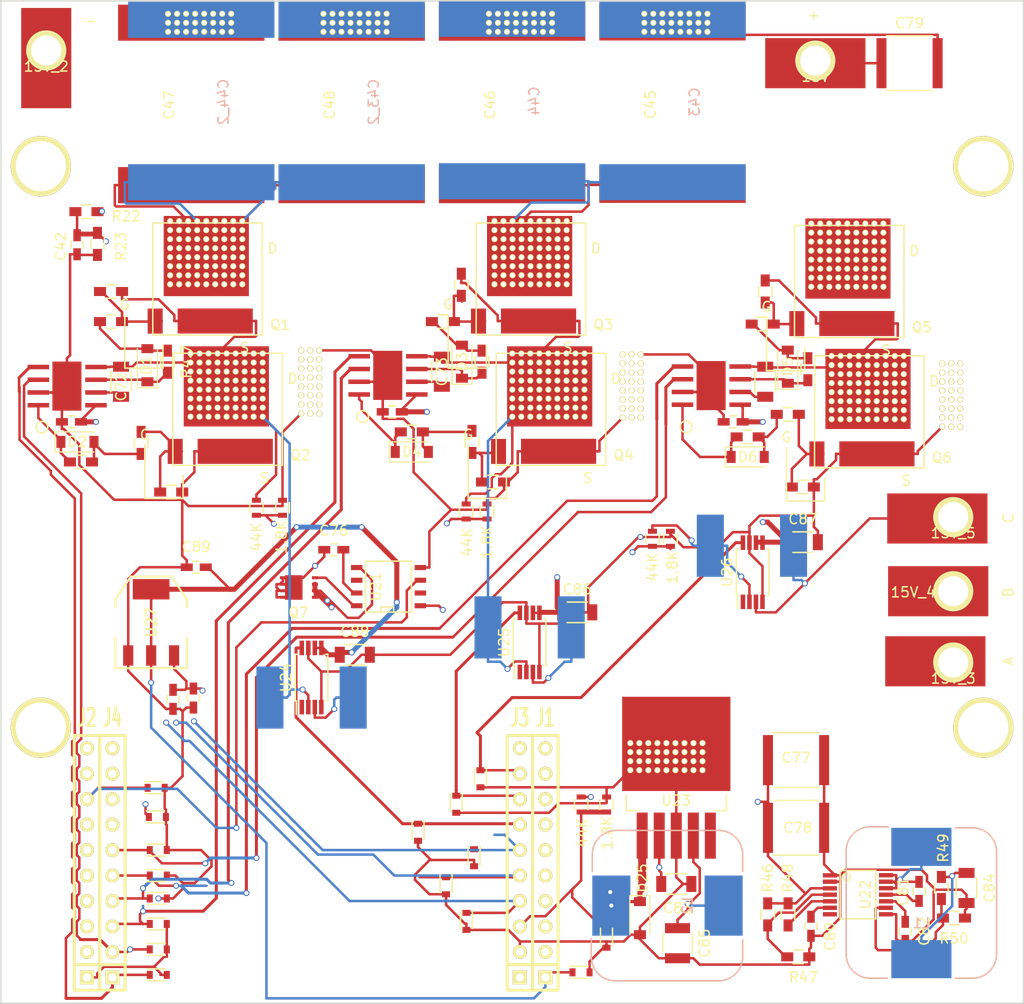
<source format=kicad_pcb>
(kicad_pcb (version 20171130) (host pcbnew "(5.1.12)-1")
  (layers (0 F.Cu signal) (1 In1.Cu signal) (2 In2.Cu signal) (31 B.Cu signal) (34 B.Paste user hide) (35 F.Paste user hide) (36 B.SilkS user hide) (37 F.SilkS user hide) (38 B.Mask user hide) (39 F.Mask user hide) (44 Edge.Cuts user))
  (net 0 "")
  (net 1 GND)
  (net 2 "Net-(10k1-Pad1)")
  (net 3 /mosfet/phase_a_in)
  (net 4 "Net-(10k2-Pad1)")
  (net 5 "Net-(10k3-Pad1)")
  (net 6 /mosfet/phase_b_in)
  (net 7 "Net-(10k4-Pad1)")
  (net 8 "Net-(10k5-Pad1)")
  (net 9 /mosfet/phase_c_in)
  (net 10 "Net-(10k6-Pad1)")
  (net 11 +5V)
  (net 12 "Net-(C69-Pad1)")
  (net 13 "Net-(C72-Pad2)")
  (net 14 "Net-(C73-Pad2)")
  (net 15 "Net-(C74-Pad2)")
  (net 16 +15V)
  (net 17 "Net-(C76-Pad2)")
  (net 18 "Net-(C80-Pad1)")
  (net 19 "Net-(C81-Pad1)")
  (net 20 "Net-(C81-Pad2)")
  (net 21 "Net-(C82-Pad1)")
  (net 22 "Net-(C86-Pad1)")
  (net 23 /mosfet/H1)
  (net 24 "Net-(D1-Pad2)")
  (net 25 /mosfet/L1)
  (net 26 "Net-(D2-Pad2)")
  (net 27 /mosfet/H2)
  (net 28 "Net-(D3-Pad2)")
  (net 29 /mosfet/L2)
  (net 30 "Net-(D4-Pad2)")
  (net 31 /mosfet/H3)
  (net 32 "Net-(D5-Pad2)")
  (net 33 /mosfet/L3)
  (net 34 "Net-(D6-Pad2)")
  (net 35 /connector/TEMP)
  (net 36 /connector/VBUS_sense)
  (net 37 /connector/Vsense_c)
  (net 38 /connector/CurrentA)
  (net 39 /connector/CurrentB)
  (net 40 /connector/CurrentC)
  (net 41 /connector/PWM_H1)
  (net 42 /connector/PWM_L1)
  (net 43 /connector/PWM_H2)
  (net 44 /connector/PWM_L2)
  (net 45 /connector/PWM_H3)
  (net 46 /connector/PWM_L3)
  (net 47 "Net-(J1-Pad2)")
  (net 48 "Net-(J1-Pad3)")
  (net 49 "Net-(J1-Pad4)")
  (net 50 "Net-(J1-Pad5)")
  (net 51 "Net-(J1-Pad6)")
  (net 52 "Net-(J1-Pad7)")
  (net 53 "Net-(J1-Pad8)")
  (net 54 "Net-(J1-Pad9)")
  (net 55 "Net-(J1-Pad10)")
  (net 56 "Net-(J2-Pad2)")
  (net 57 "Net-(J2-Pad4)")
  (net 58 "Net-(J2-Pad5)")
  (net 59 "Net-(J2-Pad6)")
  (net 60 "Net-(J2-Pad7)")
  (net 61 /connector/EN_GATE)
  (net 62 "Net-(J2-Pad9)")
  (net 63 "Net-(J2-Pad10)")
  (net 64 "Net-(J3-Pad10)")
  (net 65 "Net-(J4-Pad7)")
  (net 66 "Net-(J4-Pad8)")
  (net 67 "Net-(J4-Pad9)")
  (net 68 "Net-(J4-Pad10)")
  (net 69 "Net-(L2-Pad1)")
  (net 70 /VBUS)
  (net 71 "Net-(Q7-Pad3)")
  (net 72 /Ti_120vgate/vsense_a)
  (net 73 /Ti_120vgate/vsense_b)
  (net 74 /Ti_120vgate/vsense_c)
  (net 75 "Net-(R46-Pad2)")
  (net 76 "Net-(R48-Pad1)")
  (net 77 "Net-(R49-Pad2)")
  (net 78 /current_sense_80v/PHASE_3)
  (net 79 /current_sense_80v/PHASE_2)
  (net 80 /current_sense_80v/PHASE_1)
  (net 81 "Net-(U21-Pad6)")
  (net 82 "Net-(U21-Pad2)")
  (net 83 "Net-(U22-Pad7)")
  (net 84 "Net-(U23-Pad5)")
  (net 85 "Net-(U24-Pad1)")
  (net 86 "Net-(U25-Pad1)")
  (net 87 "Net-(U26-Pad1)")
  (module via (layer F.Cu) (at 114.186 27.1 90)
    (fp_text reference REF**11111126_7 hide)
    (fp_text value via hide)
    (pad 1 thru_hole circle (at 0 0 90) (size 0.6 0.6) (drill 0.4) (layers *.Cu *.Mask F.SilkS) (net 1 GND))
  )
  (module via (layer F.Cu) (at 112.386 27.1 90)
    (fp_text reference REF**11111124_7 hide)
    (fp_text value via hide)
    (pad 1 thru_hole circle (at 0 0 90) (size 0.6 0.6) (drill 0.4) (layers *.Cu *.Mask F.SilkS) (net 1 GND))
  )
  (module via (layer F.Cu) (at 111.486 27.1 90)
    (fp_text reference REF**11111123_7 hide)
    (fp_text value via hide)
    (pad 1 thru_hole circle (at 0 0 90) (size 0.6 0.6) (drill 0.4) (layers *.Cu *.Mask F.SilkS) (net 1 GND))
  )
  (module via (layer F.Cu) (at 110.586 27.1 90)
    (fp_text reference REF**11111122_7 hide)
    (fp_text value via hide)
    (pad 1 thru_hole circle (at 0 0 90) (size 0.6 0.6) (drill 0.4) (layers *.Cu *.Mask F.SilkS) (net 1 GND))
  )
  (module via (layer F.Cu) (at 109.686 27.1 90)
    (fp_text reference REF**11111121_7 hide)
    (fp_text value via hide)
    (pad 1 thru_hole circle (at 0 0 90) (size 0.6 0.6) (drill 0.4) (layers *.Cu *.Mask F.SilkS) (net 1 GND))
  )
  (module via (layer F.Cu) (at 113.286 27.1 90)
    (fp_text reference REF**11111125_7 hide)
    (fp_text value via hide)
    (pad 1 thru_hole circle (at 0 0 90) (size 0.6 0.6) (drill 0.4) (layers *.Cu *.Mask F.SilkS) (net 1 GND))
  )
  (module via (layer F.Cu) (at 115.086 26.2 90)
    (fp_text reference REF**11111137_7 hide)
    (fp_text value via hide)
    (pad 1 thru_hole circle (at 0 0 90) (size 0.6 0.6) (drill 0.4) (layers *.Cu *.Mask F.SilkS) (net 1 GND))
  )
  (module via (layer F.Cu) (at 115.086 27.1 90)
    (fp_text reference REF**11111127_7 hide)
    (fp_text value via hide)
    (pad 1 thru_hole circle (at 0 0 90) (size 0.6 0.6) (drill 0.4) (layers *.Cu *.Mask F.SilkS) (net 1 GND))
  )
  (module via (layer F.Cu) (at 113.286 25.3 90)
    (fp_text reference REF**11111145_7 hide)
    (fp_text value via hide)
    (pad 1 thru_hole circle (at 0 0 90) (size 0.6 0.6) (drill 0.4) (layers *.Cu *.Mask F.SilkS) (net 1 GND))
  )
  (module via (layer F.Cu) (at 115.086 25.3 90)
    (fp_text reference REF**11111147_7 hide)
    (fp_text value via hide)
    (pad 1 thru_hole circle (at 0 0 90) (size 0.6 0.6) (drill 0.4) (layers *.Cu *.Mask F.SilkS) (net 1 GND))
  )
  (module via (layer F.Cu) (at 114.186 26.2 90)
    (fp_text reference REF**11111136_7 hide)
    (fp_text value via hide)
    (pad 1 thru_hole circle (at 0 0 90) (size 0.6 0.6) (drill 0.4) (layers *.Cu *.Mask F.SilkS) (net 1 GND))
  )
  (module via (layer F.Cu) (at 114.186 25.3 90)
    (fp_text reference REF**11111146_7 hide)
    (fp_text value via hide)
    (pad 1 thru_hole circle (at 0 0 90) (size 0.6 0.6) (drill 0.4) (layers *.Cu *.Mask F.SilkS) (net 1 GND))
  )
  (module via (layer F.Cu) (at 113.286 26.2 90)
    (fp_text reference REF**11111135_7 hide)
    (fp_text value via hide)
    (pad 1 thru_hole circle (at 0 0 90) (size 0.6 0.6) (drill 0.4) (layers *.Cu *.Mask F.SilkS) (net 1 GND))
  )
  (module via (layer F.Cu) (at 111.486 26.2 90)
    (fp_text reference REF**11111133_7 hide)
    (fp_text value via hide)
    (pad 1 thru_hole circle (at 0 0 90) (size 0.6 0.6) (drill 0.4) (layers *.Cu *.Mask F.SilkS) (net 1 GND))
  )
  (module via (layer F.Cu) (at 110.586 25.3 90)
    (fp_text reference REF**11111142_7 hide)
    (fp_text value via hide)
    (pad 1 thru_hole circle (at 0 0 90) (size 0.6 0.6) (drill 0.4) (layers *.Cu *.Mask F.SilkS) (net 1 GND))
  )
  (module via (layer F.Cu) (at 109.686 25.3 90)
    (fp_text reference REF**11111141_7 hide)
    (fp_text value via hide)
    (pad 1 thru_hole circle (at 0 0 90) (size 0.6 0.6) (drill 0.4) (layers *.Cu *.Mask F.SilkS) (net 1 GND))
  )
  (module via (layer F.Cu) (at 110.586 26.2 90)
    (fp_text reference REF**11111132_7 hide)
    (fp_text value via hide)
    (pad 1 thru_hole circle (at 0 0 90) (size 0.6 0.6) (drill 0.4) (layers *.Cu *.Mask F.SilkS) (net 1 GND))
  )
  (module via (layer F.Cu) (at 109.686 26.2 90)
    (fp_text reference REF**11111131_7 hide)
    (fp_text value via hide)
    (pad 1 thru_hole circle (at 0 0 90) (size 0.6 0.6) (drill 0.4) (layers *.Cu *.Mask F.SilkS) (net 1 GND))
  )
  (module via (layer F.Cu) (at 112.386 26.2 90)
    (fp_text reference REF**11111134_7 hide)
    (fp_text value via hide)
    (pad 1 thru_hole circle (at 0 0 90) (size 0.6 0.6) (drill 0.4) (layers *.Cu *.Mask F.SilkS) (net 1 GND))
  )
  (module via (layer F.Cu) (at 112.386 25.3 90)
    (fp_text reference REF**11111144_7 hide)
    (fp_text value via hide)
    (pad 1 thru_hole circle (at 0 0 90) (size 0.6 0.6) (drill 0.4) (layers *.Cu *.Mask F.SilkS) (net 1 GND))
  )
  (module via (layer F.Cu) (at 111.486 25.3 90)
    (fp_text reference REF**11111143_7 hide)
    (fp_text value via hide)
    (pad 1 thru_hole circle (at 0 0 90) (size 0.6 0.6) (drill 0.4) (layers *.Cu *.Mask F.SilkS) (net 1 GND))
  )
  (module via (layer F.Cu) (at 115.986 25.3 90)
    (fp_text reference REF**11111148_7 hide)
    (fp_text value via hide)
    (pad 1 thru_hole circle (at 0 0 90) (size 0.6 0.6) (drill 0.4) (layers *.Cu *.Mask F.SilkS) (net 1 GND))
  )
  (module via (layer F.Cu) (at 115.986 26.2 90)
    (fp_text reference REF**11111138_7 hide)
    (fp_text value via hide)
    (pad 1 thru_hole circle (at 0 0 90) (size 0.6 0.6) (drill 0.4) (layers *.Cu *.Mask F.SilkS) (net 1 GND))
  )
  (module via (layer F.Cu) (at 115.986 27.1 90)
    (fp_text reference REF**11111128_7 hide)
    (fp_text value via hide)
    (pad 1 thru_hole circle (at 0 0 90) (size 0.6 0.6) (drill 0.4) (layers *.Cu *.Mask F.SilkS) (net 1 GND))
  )
  (module via (layer F.Cu) (at 129.686 27.1 90)
    (fp_text reference REF**11111126_6 hide)
    (fp_text value via hide)
    (pad 1 thru_hole circle (at 0 0 90) (size 0.6 0.6) (drill 0.4) (layers *.Cu *.Mask F.SilkS) (net 1 GND))
  )
  (module via (layer F.Cu) (at 127.886 27.1 90)
    (fp_text reference REF**11111124_6 hide)
    (fp_text value via hide)
    (pad 1 thru_hole circle (at 0 0 90) (size 0.6 0.6) (drill 0.4) (layers *.Cu *.Mask F.SilkS) (net 1 GND))
  )
  (module via (layer F.Cu) (at 126.986 27.1 90)
    (fp_text reference REF**11111123_6 hide)
    (fp_text value via hide)
    (pad 1 thru_hole circle (at 0 0 90) (size 0.6 0.6) (drill 0.4) (layers *.Cu *.Mask F.SilkS) (net 1 GND))
  )
  (module via (layer F.Cu) (at 126.086 27.1 90)
    (fp_text reference REF**11111122_6 hide)
    (fp_text value via hide)
    (pad 1 thru_hole circle (at 0 0 90) (size 0.6 0.6) (drill 0.4) (layers *.Cu *.Mask F.SilkS) (net 1 GND))
  )
  (module via (layer F.Cu) (at 125.186 27.1 90)
    (fp_text reference REF**11111121_6 hide)
    (fp_text value via hide)
    (pad 1 thru_hole circle (at 0 0 90) (size 0.6 0.6) (drill 0.4) (layers *.Cu *.Mask F.SilkS) (net 1 GND))
  )
  (module via (layer F.Cu) (at 128.786 27.1 90)
    (fp_text reference REF**11111125_6 hide)
    (fp_text value via hide)
    (pad 1 thru_hole circle (at 0 0 90) (size 0.6 0.6) (drill 0.4) (layers *.Cu *.Mask F.SilkS) (net 1 GND))
  )
  (module via (layer F.Cu) (at 130.586 26.2 90)
    (fp_text reference REF**11111137_6 hide)
    (fp_text value via hide)
    (pad 1 thru_hole circle (at 0 0 90) (size 0.6 0.6) (drill 0.4) (layers *.Cu *.Mask F.SilkS) (net 1 GND))
  )
  (module via (layer F.Cu) (at 130.586 27.1 90)
    (fp_text reference REF**11111127_6 hide)
    (fp_text value via hide)
    (pad 1 thru_hole circle (at 0 0 90) (size 0.6 0.6) (drill 0.4) (layers *.Cu *.Mask F.SilkS) (net 1 GND))
  )
  (module via (layer F.Cu) (at 128.786 25.3 90)
    (fp_text reference REF**11111145_6 hide)
    (fp_text value via hide)
    (pad 1 thru_hole circle (at 0 0 90) (size 0.6 0.6) (drill 0.4) (layers *.Cu *.Mask F.SilkS) (net 1 GND))
  )
  (module via (layer F.Cu) (at 130.586 25.3 90)
    (fp_text reference REF**11111147_6 hide)
    (fp_text value via hide)
    (pad 1 thru_hole circle (at 0 0 90) (size 0.6 0.6) (drill 0.4) (layers *.Cu *.Mask F.SilkS) (net 1 GND))
  )
  (module via (layer F.Cu) (at 129.686 26.2 90)
    (fp_text reference REF**11111136_6 hide)
    (fp_text value via hide)
    (pad 1 thru_hole circle (at 0 0 90) (size 0.6 0.6) (drill 0.4) (layers *.Cu *.Mask F.SilkS) (net 1 GND))
  )
  (module via (layer F.Cu) (at 129.686 25.3 90)
    (fp_text reference REF**11111146_6 hide)
    (fp_text value via hide)
    (pad 1 thru_hole circle (at 0 0 90) (size 0.6 0.6) (drill 0.4) (layers *.Cu *.Mask F.SilkS) (net 1 GND))
  )
  (module via (layer F.Cu) (at 128.786 26.2 90)
    (fp_text reference REF**11111135_6 hide)
    (fp_text value via hide)
    (pad 1 thru_hole circle (at 0 0 90) (size 0.6 0.6) (drill 0.4) (layers *.Cu *.Mask F.SilkS) (net 1 GND))
  )
  (module via (layer F.Cu) (at 126.986 26.2 90)
    (fp_text reference REF**11111133_6 hide)
    (fp_text value via hide)
    (pad 1 thru_hole circle (at 0 0 90) (size 0.6 0.6) (drill 0.4) (layers *.Cu *.Mask F.SilkS) (net 1 GND))
  )
  (module via (layer F.Cu) (at 126.086 25.3 90)
    (fp_text reference REF**11111142_6 hide)
    (fp_text value via hide)
    (pad 1 thru_hole circle (at 0 0 90) (size 0.6 0.6) (drill 0.4) (layers *.Cu *.Mask F.SilkS) (net 1 GND))
  )
  (module via (layer F.Cu) (at 125.186 25.3 90)
    (fp_text reference REF**11111141_6 hide)
    (fp_text value via hide)
    (pad 1 thru_hole circle (at 0 0 90) (size 0.6 0.6) (drill 0.4) (layers *.Cu *.Mask F.SilkS) (net 1 GND))
  )
  (module via (layer F.Cu) (at 126.086 26.2 90)
    (fp_text reference REF**11111132_6 hide)
    (fp_text value via hide)
    (pad 1 thru_hole circle (at 0 0 90) (size 0.6 0.6) (drill 0.4) (layers *.Cu *.Mask F.SilkS) (net 1 GND))
  )
  (module via (layer F.Cu) (at 125.186 26.2 90)
    (fp_text reference REF**11111131_6 hide)
    (fp_text value via hide)
    (pad 1 thru_hole circle (at 0 0 90) (size 0.6 0.6) (drill 0.4) (layers *.Cu *.Mask F.SilkS) (net 1 GND))
  )
  (module via (layer F.Cu) (at 127.886 26.2 90)
    (fp_text reference REF**11111134_6 hide)
    (fp_text value via hide)
    (pad 1 thru_hole circle (at 0 0 90) (size 0.6 0.6) (drill 0.4) (layers *.Cu *.Mask F.SilkS) (net 1 GND))
  )
  (module via (layer F.Cu) (at 127.886 25.3 90)
    (fp_text reference REF**11111144_6 hide)
    (fp_text value via hide)
    (pad 1 thru_hole circle (at 0 0 90) (size 0.6 0.6) (drill 0.4) (layers *.Cu *.Mask F.SilkS) (net 1 GND))
  )
  (module via (layer F.Cu) (at 126.986 25.3 90)
    (fp_text reference REF**11111143_6 hide)
    (fp_text value via hide)
    (pad 1 thru_hole circle (at 0 0 90) (size 0.6 0.6) (drill 0.4) (layers *.Cu *.Mask F.SilkS) (net 1 GND))
  )
  (module via (layer F.Cu) (at 131.486 25.3 90)
    (fp_text reference REF**11111148_6 hide)
    (fp_text value via hide)
    (pad 1 thru_hole circle (at 0 0 90) (size 0.6 0.6) (drill 0.4) (layers *.Cu *.Mask F.SilkS) (net 1 GND))
  )
  (module via (layer F.Cu) (at 131.486 26.2 90)
    (fp_text reference REF**11111138_6 hide)
    (fp_text value via hide)
    (pad 1 thru_hole circle (at 0 0 90) (size 0.6 0.6) (drill 0.4) (layers *.Cu *.Mask F.SilkS) (net 1 GND))
  )
  (module via (layer F.Cu) (at 131.486 27.1 90)
    (fp_text reference REF**11111128_6 hide)
    (fp_text value via hide)
    (pad 1 thru_hole circle (at 0 0 90) (size 0.6 0.6) (drill 0.4) (layers *.Cu *.Mask F.SilkS) (net 1 GND))
  )
  (module via (layer F.Cu) (at 146.186 27.1 90)
    (fp_text reference REF**11111126_5 hide)
    (fp_text value via hide)
    (pad 1 thru_hole circle (at 0 0 90) (size 0.6 0.6) (drill 0.4) (layers *.Cu *.Mask F.SilkS) (net 1 GND))
  )
  (module via (layer F.Cu) (at 144.386 27.1 90)
    (fp_text reference REF**11111124_5 hide)
    (fp_text value via hide)
    (pad 1 thru_hole circle (at 0 0 90) (size 0.6 0.6) (drill 0.4) (layers *.Cu *.Mask F.SilkS) (net 1 GND))
  )
  (module via (layer F.Cu) (at 143.486 27.1 90)
    (fp_text reference REF**11111123_5 hide)
    (fp_text value via hide)
    (pad 1 thru_hole circle (at 0 0 90) (size 0.6 0.6) (drill 0.4) (layers *.Cu *.Mask F.SilkS) (net 1 GND))
  )
  (module via (layer F.Cu) (at 142.586 27.1 90)
    (fp_text reference REF**11111122_5 hide)
    (fp_text value via hide)
    (pad 1 thru_hole circle (at 0 0 90) (size 0.6 0.6) (drill 0.4) (layers *.Cu *.Mask F.SilkS) (net 1 GND))
  )
  (module via (layer F.Cu) (at 141.686 27.1 90)
    (fp_text reference REF**11111121_5 hide)
    (fp_text value via hide)
    (pad 1 thru_hole circle (at 0 0 90) (size 0.6 0.6) (drill 0.4) (layers *.Cu *.Mask F.SilkS) (net 1 GND))
  )
  (module via (layer F.Cu) (at 145.286 27.1 90)
    (fp_text reference REF**11111125_5 hide)
    (fp_text value via hide)
    (pad 1 thru_hole circle (at 0 0 90) (size 0.6 0.6) (drill 0.4) (layers *.Cu *.Mask F.SilkS) (net 1 GND))
  )
  (module via (layer F.Cu) (at 147.086 26.2 90)
    (fp_text reference REF**11111137_5 hide)
    (fp_text value via hide)
    (pad 1 thru_hole circle (at 0 0 90) (size 0.6 0.6) (drill 0.4) (layers *.Cu *.Mask F.SilkS) (net 1 GND))
  )
  (module via (layer F.Cu) (at 147.086 27.1 90)
    (fp_text reference REF**11111127_5 hide)
    (fp_text value via hide)
    (pad 1 thru_hole circle (at 0 0 90) (size 0.6 0.6) (drill 0.4) (layers *.Cu *.Mask F.SilkS) (net 1 GND))
  )
  (module via (layer F.Cu) (at 145.286 25.3 90)
    (fp_text reference REF**11111145_5 hide)
    (fp_text value via hide)
    (pad 1 thru_hole circle (at 0 0 90) (size 0.6 0.6) (drill 0.4) (layers *.Cu *.Mask F.SilkS) (net 1 GND))
  )
  (module via (layer F.Cu) (at 147.086 25.3 90)
    (fp_text reference REF**11111147_5 hide)
    (fp_text value via hide)
    (pad 1 thru_hole circle (at 0 0 90) (size 0.6 0.6) (drill 0.4) (layers *.Cu *.Mask F.SilkS) (net 1 GND))
  )
  (module via (layer F.Cu) (at 146.186 26.2 90)
    (fp_text reference REF**11111136_5 hide)
    (fp_text value via hide)
    (pad 1 thru_hole circle (at 0 0 90) (size 0.6 0.6) (drill 0.4) (layers *.Cu *.Mask F.SilkS) (net 1 GND))
  )
  (module via (layer F.Cu) (at 146.186 25.3 90)
    (fp_text reference REF**11111146_5 hide)
    (fp_text value via hide)
    (pad 1 thru_hole circle (at 0 0 90) (size 0.6 0.6) (drill 0.4) (layers *.Cu *.Mask F.SilkS) (net 1 GND))
  )
  (module via (layer F.Cu) (at 145.286 26.2 90)
    (fp_text reference REF**11111135_5 hide)
    (fp_text value via hide)
    (pad 1 thru_hole circle (at 0 0 90) (size 0.6 0.6) (drill 0.4) (layers *.Cu *.Mask F.SilkS) (net 1 GND))
  )
  (module via (layer F.Cu) (at 143.486 26.2 90)
    (fp_text reference REF**11111133_5 hide)
    (fp_text value via hide)
    (pad 1 thru_hole circle (at 0 0 90) (size 0.6 0.6) (drill 0.4) (layers *.Cu *.Mask F.SilkS) (net 1 GND))
  )
  (module via (layer F.Cu) (at 142.586 25.3 90)
    (fp_text reference REF**11111142_5 hide)
    (fp_text value via hide)
    (pad 1 thru_hole circle (at 0 0 90) (size 0.6 0.6) (drill 0.4) (layers *.Cu *.Mask F.SilkS) (net 1 GND))
  )
  (module via (layer F.Cu) (at 141.686 25.3 90)
    (fp_text reference REF**11111141_5 hide)
    (fp_text value via hide)
    (pad 1 thru_hole circle (at 0 0 90) (size 0.6 0.6) (drill 0.4) (layers *.Cu *.Mask F.SilkS) (net 1 GND))
  )
  (module via (layer F.Cu) (at 142.586 26.2 90)
    (fp_text reference REF**11111132_5 hide)
    (fp_text value via hide)
    (pad 1 thru_hole circle (at 0 0 90) (size 0.6 0.6) (drill 0.4) (layers *.Cu *.Mask F.SilkS) (net 1 GND))
  )
  (module via (layer F.Cu) (at 141.686 26.2 90)
    (fp_text reference REF**11111131_5 hide)
    (fp_text value via hide)
    (pad 1 thru_hole circle (at 0 0 90) (size 0.6 0.6) (drill 0.4) (layers *.Cu *.Mask F.SilkS) (net 1 GND))
  )
  (module via (layer F.Cu) (at 144.386 26.2 90)
    (fp_text reference REF**11111134_5 hide)
    (fp_text value via hide)
    (pad 1 thru_hole circle (at 0 0 90) (size 0.6 0.6) (drill 0.4) (layers *.Cu *.Mask F.SilkS) (net 1 GND))
  )
  (module via (layer F.Cu) (at 144.386 25.3 90)
    (fp_text reference REF**11111144_5 hide)
    (fp_text value via hide)
    (pad 1 thru_hole circle (at 0 0 90) (size 0.6 0.6) (drill 0.4) (layers *.Cu *.Mask F.SilkS) (net 1 GND))
  )
  (module via (layer F.Cu) (at 143.486 25.3 90)
    (fp_text reference REF**11111143_5 hide)
    (fp_text value via hide)
    (pad 1 thru_hole circle (at 0 0 90) (size 0.6 0.6) (drill 0.4) (layers *.Cu *.Mask F.SilkS) (net 1 GND))
  )
  (module via (layer F.Cu) (at 147.986 25.3 90)
    (fp_text reference REF**11111148_5 hide)
    (fp_text value via hide)
    (pad 1 thru_hole circle (at 0 0 90) (size 0.6 0.6) (drill 0.4) (layers *.Cu *.Mask F.SilkS) (net 1 GND))
  )
  (module via (layer F.Cu) (at 147.986 26.2 90)
    (fp_text reference REF**11111138_5 hide)
    (fp_text value via hide)
    (pad 1 thru_hole circle (at 0 0 90) (size 0.6 0.6) (drill 0.4) (layers *.Cu *.Mask F.SilkS) (net 1 GND))
  )
  (module via (layer F.Cu) (at 147.986 27.1 90)
    (fp_text reference REF**11111128_5 hide)
    (fp_text value via hide)
    (pad 1 thru_hole circle (at 0 0 90) (size 0.6 0.6) (drill 0.4) (layers *.Cu *.Mask F.SilkS) (net 1 GND))
  )
  (module via (layer F.Cu) (at 161.686 27.1 90)
    (fp_text reference REF**11111126_4 hide)
    (fp_text value via hide)
    (pad 1 thru_hole circle (at 0 0 90) (size 0.6 0.6) (drill 0.4) (layers *.Cu *.Mask F.SilkS) (net 1 GND))
  )
  (module via (layer F.Cu) (at 159.886 27.1 90)
    (fp_text reference REF**11111124_4 hide)
    (fp_text value via hide)
    (pad 1 thru_hole circle (at 0 0 90) (size 0.6 0.6) (drill 0.4) (layers *.Cu *.Mask F.SilkS) (net 1 GND))
  )
  (module via (layer F.Cu) (at 158.986 27.1 90)
    (fp_text reference REF**11111123_4 hide)
    (fp_text value via hide)
    (pad 1 thru_hole circle (at 0 0 90) (size 0.6 0.6) (drill 0.4) (layers *.Cu *.Mask F.SilkS) (net 1 GND))
  )
  (module via (layer F.Cu) (at 158.086 27.1 90)
    (fp_text reference REF**11111122_4 hide)
    (fp_text value via hide)
    (pad 1 thru_hole circle (at 0 0 90) (size 0.6 0.6) (drill 0.4) (layers *.Cu *.Mask F.SilkS) (net 1 GND))
  )
  (module via (layer F.Cu) (at 157.186 27.1 90)
    (fp_text reference REF**11111121_4 hide)
    (fp_text value via hide)
    (pad 1 thru_hole circle (at 0 0 90) (size 0.6 0.6) (drill 0.4) (layers *.Cu *.Mask F.SilkS) (net 1 GND))
  )
  (module via (layer F.Cu) (at 160.786 27.1 90)
    (fp_text reference REF**11111125_4 hide)
    (fp_text value via hide)
    (pad 1 thru_hole circle (at 0 0 90) (size 0.6 0.6) (drill 0.4) (layers *.Cu *.Mask F.SilkS) (net 1 GND))
  )
  (module via (layer F.Cu) (at 162.586 26.2 90)
    (fp_text reference REF**11111137_4 hide)
    (fp_text value via hide)
    (pad 1 thru_hole circle (at 0 0 90) (size 0.6 0.6) (drill 0.4) (layers *.Cu *.Mask F.SilkS) (net 1 GND))
  )
  (module via (layer F.Cu) (at 162.586 27.1 90)
    (fp_text reference REF**11111127_4 hide)
    (fp_text value via hide)
    (pad 1 thru_hole circle (at 0 0 90) (size 0.6 0.6) (drill 0.4) (layers *.Cu *.Mask F.SilkS) (net 1 GND))
  )
  (module via (layer F.Cu) (at 160.786 25.3 90)
    (fp_text reference REF**11111145_4 hide)
    (fp_text value via hide)
    (pad 1 thru_hole circle (at 0 0 90) (size 0.6 0.6) (drill 0.4) (layers *.Cu *.Mask F.SilkS) (net 1 GND))
  )
  (module via (layer F.Cu) (at 162.586 25.3 90)
    (fp_text reference REF**11111147_4 hide)
    (fp_text value via hide)
    (pad 1 thru_hole circle (at 0 0 90) (size 0.6 0.6) (drill 0.4) (layers *.Cu *.Mask F.SilkS) (net 1 GND))
  )
  (module via (layer F.Cu) (at 161.686 26.2 90)
    (fp_text reference REF**11111136_4 hide)
    (fp_text value via hide)
    (pad 1 thru_hole circle (at 0 0 90) (size 0.6 0.6) (drill 0.4) (layers *.Cu *.Mask F.SilkS) (net 1 GND))
  )
  (module via (layer F.Cu) (at 161.686 25.3 90)
    (fp_text reference REF**11111146_4 hide)
    (fp_text value via hide)
    (pad 1 thru_hole circle (at 0 0 90) (size 0.6 0.6) (drill 0.4) (layers *.Cu *.Mask F.SilkS) (net 1 GND))
  )
  (module via (layer F.Cu) (at 160.786 26.2 90)
    (fp_text reference REF**11111135_4 hide)
    (fp_text value via hide)
    (pad 1 thru_hole circle (at 0 0 90) (size 0.6 0.6) (drill 0.4) (layers *.Cu *.Mask F.SilkS) (net 1 GND))
  )
  (module via (layer F.Cu) (at 158.986 26.2 90)
    (fp_text reference REF**11111133_4 hide)
    (fp_text value via hide)
    (pad 1 thru_hole circle (at 0 0 90) (size 0.6 0.6) (drill 0.4) (layers *.Cu *.Mask F.SilkS) (net 1 GND))
  )
  (module via (layer F.Cu) (at 158.086 25.3 90)
    (fp_text reference REF**11111142_4 hide)
    (fp_text value via hide)
    (pad 1 thru_hole circle (at 0 0 90) (size 0.6 0.6) (drill 0.4) (layers *.Cu *.Mask F.SilkS) (net 1 GND))
  )
  (module via (layer F.Cu) (at 157.186 25.3 90)
    (fp_text reference REF**11111141_4 hide)
    (fp_text value via hide)
    (pad 1 thru_hole circle (at 0 0 90) (size 0.6 0.6) (drill 0.4) (layers *.Cu *.Mask F.SilkS) (net 1 GND))
  )
  (module via (layer F.Cu) (at 158.086 26.2 90)
    (fp_text reference REF**11111132_4 hide)
    (fp_text value via hide)
    (pad 1 thru_hole circle (at 0 0 90) (size 0.6 0.6) (drill 0.4) (layers *.Cu *.Mask F.SilkS) (net 1 GND))
  )
  (module via (layer F.Cu) (at 157.186 26.2 90)
    (fp_text reference REF**11111131_4 hide)
    (fp_text value via hide)
    (pad 1 thru_hole circle (at 0 0 90) (size 0.6 0.6) (drill 0.4) (layers *.Cu *.Mask F.SilkS) (net 1 GND))
  )
  (module via (layer F.Cu) (at 159.886 26.2 90)
    (fp_text reference REF**11111134_4 hide)
    (fp_text value via hide)
    (pad 1 thru_hole circle (at 0 0 90) (size 0.6 0.6) (drill 0.4) (layers *.Cu *.Mask F.SilkS) (net 1 GND))
  )
  (module via (layer F.Cu) (at 159.886 25.3 90)
    (fp_text reference REF**11111144_4 hide)
    (fp_text value via hide)
    (pad 1 thru_hole circle (at 0 0 90) (size 0.6 0.6) (drill 0.4) (layers *.Cu *.Mask F.SilkS) (net 1 GND))
  )
  (module via (layer F.Cu) (at 158.986 25.3 90)
    (fp_text reference REF**11111143_4 hide)
    (fp_text value via hide)
    (pad 1 thru_hole circle (at 0 0 90) (size 0.6 0.6) (drill 0.4) (layers *.Cu *.Mask F.SilkS) (net 1 GND))
  )
  (module via (layer F.Cu) (at 163.486 25.3 90)
    (fp_text reference REF**11111148_4 hide)
    (fp_text value via hide)
    (pad 1 thru_hole circle (at 0 0 90) (size 0.6 0.6) (drill 0.4) (layers *.Cu *.Mask F.SilkS) (net 1 GND))
  )
  (module via (layer F.Cu) (at 163.486 26.2 90)
    (fp_text reference REF**11111138_4 hide)
    (fp_text value via hide)
    (pad 1 thru_hole circle (at 0 0 90) (size 0.6 0.6) (drill 0.4) (layers *.Cu *.Mask F.SilkS) (net 1 GND))
  )
  (module via (layer F.Cu) (at 163.486 27.1 90)
    (fp_text reference REF**11111128_4 hide)
    (fp_text value via hide)
    (pad 1 thru_hole circle (at 0 0 90) (size 0.6 0.6) (drill 0.4) (layers *.Cu *.Mask F.SilkS) (net 1 GND))
  )
  (module library_new:cap_6065 (layer B.Cu) (at 128 34 270)
    (fp_text reference C43_2 (at 0.1 -2.2 270) (layer B.SilkS) (effects (justify mirror)))
    (fp_text value 4.7uf)
    (pad 1 smd rect (at -8.1 0 270) (size 3.6 14.6) (layers B.Cu B.Paste B.Mask) (net 1 GND))
    (pad 2 smd rect (at 8.1 0 270) (size 3.6 14.6) (layers B.Cu B.Paste B.Mask) (net 70 /VBUS))
  )
  (module library_new:cap_6065 (layer B.Cu) (at 113 34 270)
    (fp_text reference C44_2 (at 0.1 -2.2 270) (layer B.SilkS) (effects (justify mirror)))
    (fp_text value 4.7uf)
    (pad 1 smd rect (at -8.1 0 270) (size 3.6 14.6) (layers B.Cu B.Paste B.Mask) (net 1 GND))
    (pad 2 smd rect (at 8.1 0 270) (size 3.6 14.6) (layers B.Cu B.Paste B.Mask) (net 70 /VBUS))
  )
  (module via (layer F.Cu) (at 188 75.5)
    (fp_text reference 15V_5 (at 0 1.6) (layer F.SilkS))
    (fp_text value via)
    (pad 1 thru_hole circle (at 0 0) (size 4 4) (drill 3) (layers *.Cu *.Mask F.SilkS) (net 78 /current_sense_80v/PHASE_3))
  )
  (module via (layer F.Cu) (at 188 82.892)
    (fp_text reference 15V_4 (at -4 0.108) (layer F.SilkS))
    (fp_text value via)
    (pad 1 thru_hole circle (at 0 0) (size 4 4) (drill 3) (layers *.Cu *.Mask F.SilkS) (net 79 /current_sense_80v/PHASE_2))
  )
  (module via (layer F.Cu) (at 188 90)
    (fp_text reference 15V_3 (at 0 1.6) (layer F.SilkS))
    (fp_text value via)
    (pad 1 thru_hole circle (at 0 0) (size 4 4) (drill 3) (layers *.Cu *.Mask F.SilkS) (net 80 /current_sense_80v/PHASE_1))
  )
  (module via (layer F.Cu) (at 97.536 28.956)
    (fp_text reference 15V_2 (at 0 1.6) (layer F.SilkS))
    (fp_text value via)
    (pad 1 thru_hole circle (at 0 0) (size 4 4) (drill 3) (layers *.Cu *.Mask F.SilkS) (net 1 GND))
  )
  (module via (layer F.Cu) (at 162.992 100.742)
    (fp_text reference REF**111111298 hide)
    (fp_text value via hide)
    (pad 1 thru_hole circle (at 0 0) (size 0.6 0.6) (drill 0.4) (layers *.Cu *.Mask F.SilkS) (net 1 GND))
  )
  (module via (layer F.Cu) (at 162.092 100.742)
    (fp_text reference REF**111111288 hide)
    (fp_text value via hide)
    (pad 1 thru_hole circle (at 0 0) (size 0.6 0.6) (drill 0.4) (layers *.Cu *.Mask F.SilkS) (net 1 GND))
  )
  (module via (layer F.Cu) (at 161.192 100.742)
    (fp_text reference REF**111111278 hide)
    (fp_text value via hide)
    (pad 1 thru_hole circle (at 0 0) (size 0.6 0.6) (drill 0.4) (layers *.Cu *.Mask F.SilkS) (net 1 GND))
  )
  (module via (layer F.Cu) (at 160.292 100.742)
    (fp_text reference REF**111111268 hide)
    (fp_text value via hide)
    (pad 1 thru_hole circle (at 0 0) (size 0.6 0.6) (drill 0.4) (layers *.Cu *.Mask F.SilkS) (net 1 GND))
  )
  (module via (layer F.Cu) (at 159.392 100.742)
    (fp_text reference REF**111111258 hide)
    (fp_text value via hide)
    (pad 1 thru_hole circle (at 0 0) (size 0.6 0.6) (drill 0.4) (layers *.Cu *.Mask F.SilkS) (net 1 GND))
  )
  (module via (layer F.Cu) (at 158.492 100.742)
    (fp_text reference REF**111111248 hide)
    (fp_text value via hide)
    (pad 1 thru_hole circle (at 0 0) (size 0.6 0.6) (drill 0.4) (layers *.Cu *.Mask F.SilkS) (net 1 GND))
  )
  (module via (layer F.Cu) (at 157.592 100.742)
    (fp_text reference REF**111111238 hide)
    (fp_text value via hide)
    (pad 1 thru_hole circle (at 0 0) (size 0.6 0.6) (drill 0.4) (layers *.Cu *.Mask F.SilkS) (net 1 GND))
  )
  (module via (layer F.Cu) (at 156.692 100.742)
    (fp_text reference REF**111111228 hide)
    (fp_text value via hide)
    (pad 1 thru_hole circle (at 0 0) (size 0.6 0.6) (drill 0.4) (layers *.Cu *.Mask F.SilkS) (net 1 GND))
  )
  (module via (layer F.Cu) (at 155.792 100.742)
    (fp_text reference REF**111111218 hide)
    (fp_text value via hide)
    (pad 1 thru_hole circle (at 0 0) (size 0.6 0.6) (drill 0.4) (layers *.Cu *.Mask F.SilkS) (net 1 GND))
  )
  (module via (layer F.Cu) (at 162.992 99.842)
    (fp_text reference REF**111111297 hide)
    (fp_text value via hide)
    (pad 1 thru_hole circle (at 0 0) (size 0.6 0.6) (drill 0.4) (layers *.Cu *.Mask F.SilkS) (net 1 GND))
  )
  (module via (layer F.Cu) (at 162.092 99.842)
    (fp_text reference REF**111111287 hide)
    (fp_text value via hide)
    (pad 1 thru_hole circle (at 0 0) (size 0.6 0.6) (drill 0.4) (layers *.Cu *.Mask F.SilkS) (net 1 GND))
  )
  (module via (layer F.Cu) (at 161.192 99.842)
    (fp_text reference REF**111111277 hide)
    (fp_text value via hide)
    (pad 1 thru_hole circle (at 0 0) (size 0.6 0.6) (drill 0.4) (layers *.Cu *.Mask F.SilkS) (net 1 GND))
  )
  (module via (layer F.Cu) (at 160.292 99.842)
    (fp_text reference REF**111111267 hide)
    (fp_text value via hide)
    (pad 1 thru_hole circle (at 0 0) (size 0.6 0.6) (drill 0.4) (layers *.Cu *.Mask F.SilkS) (net 1 GND))
  )
  (module via (layer F.Cu) (at 159.392 99.842)
    (fp_text reference REF**111111257 hide)
    (fp_text value via hide)
    (pad 1 thru_hole circle (at 0 0) (size 0.6 0.6) (drill 0.4) (layers *.Cu *.Mask F.SilkS) (net 1 GND))
  )
  (module via (layer F.Cu) (at 158.492 99.842)
    (fp_text reference REF**111111247 hide)
    (fp_text value via hide)
    (pad 1 thru_hole circle (at 0 0) (size 0.6 0.6) (drill 0.4) (layers *.Cu *.Mask F.SilkS) (net 1 GND))
  )
  (module via (layer F.Cu) (at 157.592 99.842)
    (fp_text reference REF**111111237 hide)
    (fp_text value via hide)
    (pad 1 thru_hole circle (at 0 0) (size 0.6 0.6) (drill 0.4) (layers *.Cu *.Mask F.SilkS) (net 1 GND))
  )
  (module via (layer F.Cu) (at 156.692 99.842)
    (fp_text reference REF**111111227 hide)
    (fp_text value via hide)
    (pad 1 thru_hole circle (at 0 0) (size 0.6 0.6) (drill 0.4) (layers *.Cu *.Mask F.SilkS) (net 1 GND))
  )
  (module via (layer F.Cu) (at 155.792 99.842)
    (fp_text reference REF**111111217 hide)
    (fp_text value via hide)
    (pad 1 thru_hole circle (at 0 0) (size 0.6 0.6) (drill 0.4) (layers *.Cu *.Mask F.SilkS) (net 1 GND))
  )
  (module via (layer F.Cu) (at 162.992 98.942)
    (fp_text reference REF**111111296 hide)
    (fp_text value via hide)
    (pad 1 thru_hole circle (at 0 0) (size 0.6 0.6) (drill 0.4) (layers *.Cu *.Mask F.SilkS) (net 1 GND))
  )
  (module via (layer F.Cu) (at 162.092 98.942)
    (fp_text reference REF**111111286 hide)
    (fp_text value via hide)
    (pad 1 thru_hole circle (at 0 0) (size 0.6 0.6) (drill 0.4) (layers *.Cu *.Mask F.SilkS) (net 1 GND))
  )
  (module via (layer F.Cu) (at 161.192 98.942)
    (fp_text reference REF**111111276 hide)
    (fp_text value via hide)
    (pad 1 thru_hole circle (at 0 0) (size 0.6 0.6) (drill 0.4) (layers *.Cu *.Mask F.SilkS) (net 1 GND))
  )
  (module via (layer F.Cu) (at 160.292 98.942)
    (fp_text reference REF**111111266 hide)
    (fp_text value via hide)
    (pad 1 thru_hole circle (at 0 0) (size 0.6 0.6) (drill 0.4) (layers *.Cu *.Mask F.SilkS) (net 1 GND))
  )
  (module via (layer F.Cu) (at 159.392 98.942)
    (fp_text reference REF**111111256 hide)
    (fp_text value via hide)
    (pad 1 thru_hole circle (at 0 0) (size 0.6 0.6) (drill 0.4) (layers *.Cu *.Mask F.SilkS) (net 1 GND))
  )
  (module via (layer F.Cu) (at 158.492 98.942)
    (fp_text reference REF**111111246 hide)
    (fp_text value via hide)
    (pad 1 thru_hole circle (at 0 0) (size 0.6 0.6) (drill 0.4) (layers *.Cu *.Mask F.SilkS) (net 1 GND))
  )
  (module via (layer F.Cu) (at 157.592 98.942)
    (fp_text reference REF**111111236 hide)
    (fp_text value via hide)
    (pad 1 thru_hole circle (at 0 0) (size 0.6 0.6) (drill 0.4) (layers *.Cu *.Mask F.SilkS) (net 1 GND))
  )
  (module via (layer F.Cu) (at 156.692 98.942)
    (fp_text reference REF**111111226 hide)
    (fp_text value via hide)
    (pad 1 thru_hole circle (at 0 0) (size 0.6 0.6) (drill 0.4) (layers *.Cu *.Mask F.SilkS) (net 1 GND))
  )
  (module via (layer F.Cu) (at 155.792 98.942)
    (fp_text reference REF**111111216 hide)
    (fp_text value via hide)
    (pad 1 thru_hole circle (at 0 0) (size 0.6 0.6) (drill 0.4) (layers *.Cu *.Mask F.SilkS) (net 1 GND))
  )
  (module via (layer F.Cu) (at 162.992 98.042)
    (fp_text reference REF**111111295 hide)
    (fp_text value via hide)
    (pad 1 thru_hole circle (at 0 0) (size 0.6 0.6) (drill 0.4) (layers *.Cu *.Mask F.SilkS) (net 1 GND))
  )
  (module via (layer F.Cu) (at 162.092 98.042)
    (fp_text reference REF**111111285 hide)
    (fp_text value via hide)
    (pad 1 thru_hole circle (at 0 0) (size 0.6 0.6) (drill 0.4) (layers *.Cu *.Mask F.SilkS) (net 1 GND))
  )
  (module via (layer F.Cu) (at 161.192 98.042)
    (fp_text reference REF**111111275 hide)
    (fp_text value via hide)
    (pad 1 thru_hole circle (at 0 0) (size 0.6 0.6) (drill 0.4) (layers *.Cu *.Mask F.SilkS) (net 1 GND))
  )
  (module via (layer F.Cu) (at 160.292 98.042)
    (fp_text reference REF**111111265 hide)
    (fp_text value via hide)
    (pad 1 thru_hole circle (at 0 0) (size 0.6 0.6) (drill 0.4) (layers *.Cu *.Mask F.SilkS) (net 1 GND))
  )
  (module via (layer F.Cu) (at 159.392 98.042)
    (fp_text reference REF**111111255 hide)
    (fp_text value via hide)
    (pad 1 thru_hole circle (at 0 0) (size 0.6 0.6) (drill 0.4) (layers *.Cu *.Mask F.SilkS) (net 1 GND))
  )
  (module via (layer F.Cu) (at 158.492 98.042)
    (fp_text reference REF**111111245 hide)
    (fp_text value via hide)
    (pad 1 thru_hole circle (at 0 0) (size 0.6 0.6) (drill 0.4) (layers *.Cu *.Mask F.SilkS) (net 1 GND))
  )
  (module via (layer F.Cu) (at 157.592 98.042)
    (fp_text reference REF**111111235 hide)
    (fp_text value via hide)
    (pad 1 thru_hole circle (at 0 0) (size 0.6 0.6) (drill 0.4) (layers *.Cu *.Mask F.SilkS) (net 1 GND))
  )
  (module via (layer F.Cu) (at 156.692 98.042)
    (fp_text reference REF**111111225 hide)
    (fp_text value via hide)
    (pad 1 thru_hole circle (at 0 0) (size 0.6 0.6) (drill 0.4) (layers *.Cu *.Mask F.SilkS) (net 1 GND))
  )
  (module via (layer F.Cu) (at 155.792 98.042)
    (fp_text reference REF**111111215 hide)
    (fp_text value via hide)
    (pad 1 thru_hole circle (at 0 0) (size 0.6 0.6) (drill 0.4) (layers *.Cu *.Mask F.SilkS) (net 1 GND))
  )
  (module via (layer F.Cu) (at 187.8 66.486)
    (fp_text reference REF**11111138_3 hide)
    (fp_text value via hide)
    (pad 1 thru_hole circle (at 0 0) (size 0.6 0.6) (drill 0.4) (layers *.Cu *.Mask F.SilkS) (net 1 GND))
  )
  (module via (layer F.Cu) (at 188.7 66.486)
    (fp_text reference REF**11111148_3 hide)
    (fp_text value via hide)
    (pad 1 thru_hole circle (at 0 0) (size 0.6 0.6) (drill 0.4) (layers *.Cu *.Mask F.SilkS) (net 1 GND))
  )
  (module via (layer F.Cu) (at 186.9 65.586)
    (fp_text reference REF**11111127_3 hide)
    (fp_text value via hide)
    (pad 1 thru_hole circle (at 0 0) (size 0.6 0.6) (drill 0.4) (layers *.Cu *.Mask F.SilkS) (net 1 GND))
  )
  (module via (layer F.Cu) (at 186.9 66.486)
    (fp_text reference REF**11111128_3 hide)
    (fp_text value via hide)
    (pad 1 thru_hole circle (at 0 0) (size 0.6 0.6) (drill 0.4) (layers *.Cu *.Mask F.SilkS) (net 1 GND))
  )
  (module via (layer F.Cu) (at 186.9 63.786)
    (fp_text reference REF**11111125_3 hide)
    (fp_text value via hide)
    (pad 1 thru_hole circle (at 0 0) (size 0.6 0.6) (drill 0.4) (layers *.Cu *.Mask F.SilkS) (net 1 GND))
  )
  (module via (layer F.Cu) (at 186.9 64.686)
    (fp_text reference REF**11111126_3 hide)
    (fp_text value via hide)
    (pad 1 thru_hole circle (at 0 0) (size 0.6 0.6) (drill 0.4) (layers *.Cu *.Mask F.SilkS) (net 1 GND))
  )
  (module via (layer F.Cu) (at 187.8 63.786)
    (fp_text reference REF**11111135_3 hide)
    (fp_text value via hide)
    (pad 1 thru_hole circle (at 0 0) (size 0.6 0.6) (drill 0.4) (layers *.Cu *.Mask F.SilkS) (net 1 GND))
  )
  (module via (layer F.Cu) (at 188.7 64.686)
    (fp_text reference REF**11111146_3 hide)
    (fp_text value via hide)
    (pad 1 thru_hole circle (at 0 0) (size 0.6 0.6) (drill 0.4) (layers *.Cu *.Mask F.SilkS) (net 1 GND))
  )
  (module via (layer F.Cu) (at 188.7 63.786)
    (fp_text reference REF**11111145_3 hide)
    (fp_text value via hide)
    (pad 1 thru_hole circle (at 0 0) (size 0.6 0.6) (drill 0.4) (layers *.Cu *.Mask F.SilkS) (net 1 GND))
  )
  (module via (layer F.Cu) (at 187.8 64.686)
    (fp_text reference REF**11111136_3 hide)
    (fp_text value via hide)
    (pad 1 thru_hole circle (at 0 0) (size 0.6 0.6) (drill 0.4) (layers *.Cu *.Mask F.SilkS) (net 1 GND))
  )
  (module via (layer F.Cu) (at 188.7 65.586)
    (fp_text reference REF**11111147_3 hide)
    (fp_text value via hide)
    (pad 1 thru_hole circle (at 0 0) (size 0.6 0.6) (drill 0.4) (layers *.Cu *.Mask F.SilkS) (net 1 GND))
  )
  (module via (layer F.Cu) (at 187.8 65.586)
    (fp_text reference REF**11111137_3 hide)
    (fp_text value via hide)
    (pad 1 thru_hole circle (at 0 0) (size 0.6 0.6) (drill 0.4) (layers *.Cu *.Mask F.SilkS) (net 1 GND))
  )
  (module via (layer F.Cu) (at 186.9 60.186)
    (fp_text reference REF**11111121_3 hide)
    (fp_text value via hide)
    (pad 1 thru_hole circle (at 0 0) (size 0.6 0.6) (drill 0.4) (layers *.Cu *.Mask F.SilkS) (net 1 GND))
  )
  (module via (layer F.Cu) (at 186.9 61.086)
    (fp_text reference REF**11111122_3 hide)
    (fp_text value via hide)
    (pad 1 thru_hole circle (at 0 0) (size 0.6 0.6) (drill 0.4) (layers *.Cu *.Mask F.SilkS) (net 1 GND))
  )
  (module via (layer F.Cu) (at 186.9 61.986)
    (fp_text reference REF**11111123_3 hide)
    (fp_text value via hide)
    (pad 1 thru_hole circle (at 0 0) (size 0.6 0.6) (drill 0.4) (layers *.Cu *.Mask F.SilkS) (net 1 GND))
  )
  (module via (layer F.Cu) (at 186.9 62.886)
    (fp_text reference REF**11111124_3 hide)
    (fp_text value via hide)
    (pad 1 thru_hole circle (at 0 0) (size 0.6 0.6) (drill 0.4) (layers *.Cu *.Mask F.SilkS) (net 1 GND))
  )
  (module via (layer F.Cu) (at 188.7 61.086)
    (fp_text reference REF**11111142_3 hide)
    (fp_text value via hide)
    (pad 1 thru_hole circle (at 0 0) (size 0.6 0.6) (drill 0.4) (layers *.Cu *.Mask F.SilkS) (net 1 GND))
  )
  (module via (layer F.Cu) (at 188.7 60.186)
    (fp_text reference REF**11111141_3 hide)
    (fp_text value via hide)
    (pad 1 thru_hole circle (at 0 0) (size 0.6 0.6) (drill 0.4) (layers *.Cu *.Mask F.SilkS) (net 1 GND))
  )
  (module via (layer F.Cu) (at 187.8 61.086)
    (fp_text reference REF**11111132_3 hide)
    (fp_text value via hide)
    (pad 1 thru_hole circle (at 0 0) (size 0.6 0.6) (drill 0.4) (layers *.Cu *.Mask F.SilkS) (net 1 GND))
  )
  (module via (layer F.Cu) (at 187.8 60.186)
    (fp_text reference REF**11111131_3 hide)
    (fp_text value via hide)
    (pad 1 thru_hole circle (at 0 0) (size 0.6 0.6) (drill 0.4) (layers *.Cu *.Mask F.SilkS) (net 1 GND))
  )
  (module via (layer F.Cu) (at 187.8 62.886)
    (fp_text reference REF**11111134_3 hide)
    (fp_text value via hide)
    (pad 1 thru_hole circle (at 0 0) (size 0.6 0.6) (drill 0.4) (layers *.Cu *.Mask F.SilkS) (net 1 GND))
  )
  (module via (layer F.Cu) (at 188.7 62.886)
    (fp_text reference REF**11111144_3 hide)
    (fp_text value via hide)
    (pad 1 thru_hole circle (at 0 0) (size 0.6 0.6) (drill 0.4) (layers *.Cu *.Mask F.SilkS) (net 1 GND))
  )
  (module via (layer F.Cu) (at 188.7 61.986)
    (fp_text reference REF**11111143_3 hide)
    (fp_text value via hide)
    (pad 1 thru_hole circle (at 0 0) (size 0.6 0.6) (drill 0.4) (layers *.Cu *.Mask F.SilkS) (net 1 GND))
  )
  (module via (layer F.Cu) (at 187.8 61.986)
    (fp_text reference REF**11111133_3 hide)
    (fp_text value via hide)
    (pad 1 thru_hole circle (at 0 0) (size 0.6 0.6) (drill 0.4) (layers *.Cu *.Mask F.SilkS) (net 1 GND))
  )
  (module via (layer F.Cu) (at 155.032 65.576)
    (fp_text reference REF**11111128_2 hide)
    (fp_text value via hide)
    (pad 1 thru_hole circle (at 0 0) (size 0.6 0.6) (drill 0.4) (layers *.Cu *.Mask F.SilkS) (net 1 GND))
  )
  (module via (layer F.Cu) (at 155.032 64.676)
    (fp_text reference REF**11111127_2 hide)
    (fp_text value via hide)
    (pad 1 thru_hole circle (at 0 0) (size 0.6 0.6) (drill 0.4) (layers *.Cu *.Mask F.SilkS) (net 1 GND))
  )
  (module via (layer F.Cu) (at 155.032 63.776)
    (fp_text reference REF**11111126_2 hide)
    (fp_text value via hide)
    (pad 1 thru_hole circle (at 0 0) (size 0.6 0.6) (drill 0.4) (layers *.Cu *.Mask F.SilkS) (net 1 GND))
  )
  (module via (layer F.Cu) (at 155.032 62.876)
    (fp_text reference REF**11111125_2 hide)
    (fp_text value via hide)
    (pad 1 thru_hole circle (at 0 0) (size 0.6 0.6) (drill 0.4) (layers *.Cu *.Mask F.SilkS) (net 1 GND))
  )
  (module via (layer F.Cu) (at 155.932 63.776)
    (fp_text reference REF**11111136_2 hide)
    (fp_text value via hide)
    (pad 1 thru_hole circle (at 0 0) (size 0.6 0.6) (drill 0.4) (layers *.Cu *.Mask F.SilkS) (net 1 GND))
  )
  (module via (layer F.Cu) (at 155.932 64.676)
    (fp_text reference REF**11111137_2 hide)
    (fp_text value via hide)
    (pad 1 thru_hole circle (at 0 0) (size 0.6 0.6) (drill 0.4) (layers *.Cu *.Mask F.SilkS) (net 1 GND))
  )
  (module via (layer F.Cu) (at 155.932 65.576)
    (fp_text reference REF**11111138_2 hide)
    (fp_text value via hide)
    (pad 1 thru_hole circle (at 0 0) (size 0.6 0.6) (drill 0.4) (layers *.Cu *.Mask F.SilkS) (net 1 GND))
  )
  (module via (layer F.Cu) (at 156.832 65.576)
    (fp_text reference REF**11111148_2 hide)
    (fp_text value via hide)
    (pad 1 thru_hole circle (at 0 0) (size 0.6 0.6) (drill 0.4) (layers *.Cu *.Mask F.SilkS) (net 1 GND))
  )
  (module via (layer F.Cu) (at 156.832 64.676)
    (fp_text reference REF**11111147_2 hide)
    (fp_text value via hide)
    (pad 1 thru_hole circle (at 0 0) (size 0.6 0.6) (drill 0.4) (layers *.Cu *.Mask F.SilkS) (net 1 GND))
  )
  (module via (layer F.Cu) (at 156.832 63.776)
    (fp_text reference REF**11111146_2 hide)
    (fp_text value via hide)
    (pad 1 thru_hole circle (at 0 0) (size 0.6 0.6) (drill 0.4) (layers *.Cu *.Mask F.SilkS) (net 1 GND))
  )
  (module via (layer F.Cu) (at 155.032 61.976)
    (fp_text reference REF**11111124_2 hide)
    (fp_text value via hide)
    (pad 1 thru_hole circle (at 0 0) (size 0.6 0.6) (drill 0.4) (layers *.Cu *.Mask F.SilkS) (net 1 GND))
  )
  (module via (layer F.Cu) (at 155.032 59.276)
    (fp_text reference REF**11111121_2 hide)
    (fp_text value via hide)
    (pad 1 thru_hole circle (at 0 0) (size 0.6 0.6) (drill 0.4) (layers *.Cu *.Mask F.SilkS) (net 1 GND))
  )
  (module via (layer F.Cu) (at 155.032 60.176)
    (fp_text reference REF**11111122_2 hide)
    (fp_text value via hide)
    (pad 1 thru_hole circle (at 0 0) (size 0.6 0.6) (drill 0.4) (layers *.Cu *.Mask F.SilkS) (net 1 GND))
  )
  (module via (layer F.Cu) (at 155.032 61.076)
    (fp_text reference REF**11111123_2 hide)
    (fp_text value via hide)
    (pad 1 thru_hole circle (at 0 0) (size 0.6 0.6) (drill 0.4) (layers *.Cu *.Mask F.SilkS) (net 1 GND))
  )
  (module via (layer F.Cu) (at 155.932 61.076)
    (fp_text reference REF**11111133_2 hide)
    (fp_text value via hide)
    (pad 1 thru_hole circle (at 0 0) (size 0.6 0.6) (drill 0.4) (layers *.Cu *.Mask F.SilkS) (net 1 GND))
  )
  (module via (layer F.Cu) (at 155.932 59.276)
    (fp_text reference REF**11111131_2 hide)
    (fp_text value via hide)
    (pad 1 thru_hole circle (at 0 0) (size 0.6 0.6) (drill 0.4) (layers *.Cu *.Mask F.SilkS) (net 1 GND))
  )
  (module via (layer F.Cu) (at 156.832 59.276)
    (fp_text reference REF**11111141_2 hide)
    (fp_text value via hide)
    (pad 1 thru_hole circle (at 0 0) (size 0.6 0.6) (drill 0.4) (layers *.Cu *.Mask F.SilkS) (net 1 GND))
  )
  (module via (layer F.Cu) (at 156.832 60.176)
    (fp_text reference REF**11111142_2 hide)
    (fp_text value via hide)
    (pad 1 thru_hole circle (at 0 0) (size 0.6 0.6) (drill 0.4) (layers *.Cu *.Mask F.SilkS) (net 1 GND))
  )
  (module via (layer F.Cu) (at 155.932 60.176)
    (fp_text reference REF**11111132_2 hide)
    (fp_text value via hide)
    (pad 1 thru_hole circle (at 0 0) (size 0.6 0.6) (drill 0.4) (layers *.Cu *.Mask F.SilkS) (net 1 GND))
  )
  (module via (layer F.Cu) (at 156.832 61.076)
    (fp_text reference REF**11111143_2 hide)
    (fp_text value via hide)
    (pad 1 thru_hole circle (at 0 0) (size 0.6 0.6) (drill 0.4) (layers *.Cu *.Mask F.SilkS) (net 1 GND))
  )
  (module via (layer F.Cu) (at 156.832 62.876)
    (fp_text reference REF**11111145_2 hide)
    (fp_text value via hide)
    (pad 1 thru_hole circle (at 0 0) (size 0.6 0.6) (drill 0.4) (layers *.Cu *.Mask F.SilkS) (net 1 GND))
  )
  (module via (layer F.Cu) (at 155.932 61.976)
    (fp_text reference REF**11111134_2 hide)
    (fp_text value via hide)
    (pad 1 thru_hole circle (at 0 0) (size 0.6 0.6) (drill 0.4) (layers *.Cu *.Mask F.SilkS) (net 1 GND))
  )
  (module via (layer F.Cu) (at 156.832 61.976)
    (fp_text reference REF**11111144_2 hide)
    (fp_text value via hide)
    (pad 1 thru_hole circle (at 0 0) (size 0.6 0.6) (drill 0.4) (layers *.Cu *.Mask F.SilkS) (net 1 GND))
  )
  (module via (layer F.Cu) (at 155.932 62.876)
    (fp_text reference REF**11111135_2 hide)
    (fp_text value via hide)
    (pad 1 thru_hole circle (at 0 0) (size 0.6 0.6) (drill 0.4) (layers *.Cu *.Mask F.SilkS) (net 1 GND))
  )
  (module via (layer F.Cu) (at 122.966 58.872)
    (fp_text reference REF**11111121 hide)
    (fp_text value via hide)
    (pad 1 thru_hole circle (at 0 0) (size 0.6 0.6) (drill 0.4) (layers *.Cu *.Mask F.SilkS) (net 1 GND))
  )
  (module via (layer F.Cu) (at 122.966 59.772)
    (fp_text reference REF**11111122 hide)
    (fp_text value via hide)
    (pad 1 thru_hole circle (at 0 0) (size 0.6 0.6) (drill 0.4) (layers *.Cu *.Mask F.SilkS) (net 1 GND))
  )
  (module via (layer F.Cu) (at 123.866 59.772)
    (fp_text reference REF**11111132 hide)
    (fp_text value via hide)
    (pad 1 thru_hole circle (at 0 0) (size 0.6 0.6) (drill 0.4) (layers *.Cu *.Mask F.SilkS) (net 1 GND))
  )
  (module via (layer F.Cu) (at 122.966 63.372)
    (fp_text reference REF**11111126 hide)
    (fp_text value via hide)
    (pad 1 thru_hole circle (at 0 0) (size 0.6 0.6) (drill 0.4) (layers *.Cu *.Mask F.SilkS) (net 1 GND))
  )
  (module via (layer F.Cu) (at 122.966 64.272)
    (fp_text reference REF**11111127 hide)
    (fp_text value via hide)
    (pad 1 thru_hole circle (at 0 0) (size 0.6 0.6) (drill 0.4) (layers *.Cu *.Mask F.SilkS) (net 1 GND))
  )
  (module via (layer F.Cu) (at 124.766 65.172)
    (fp_text reference REF**11111148 hide)
    (fp_text value via hide)
    (pad 1 thru_hole circle (at 0 0) (size 0.6 0.6) (drill 0.4) (layers *.Cu *.Mask F.SilkS) (net 1 GND))
  )
  (module via (layer F.Cu) (at 123.866 65.172)
    (fp_text reference REF**11111138 hide)
    (fp_text value via hide)
    (pad 1 thru_hole circle (at 0 0) (size 0.6 0.6) (drill 0.4) (layers *.Cu *.Mask F.SilkS) (net 1 GND))
  )
  (module via (layer F.Cu) (at 122.966 65.172)
    (fp_text reference REF**11111128 hide)
    (fp_text value via hide)
    (pad 1 thru_hole circle (at 0 0) (size 0.6 0.6) (drill 0.4) (layers *.Cu *.Mask F.SilkS) (net 1 GND))
  )
  (module via (layer F.Cu) (at 123.866 64.272)
    (fp_text reference REF**11111137 hide)
    (fp_text value via hide)
    (pad 1 thru_hole circle (at 0 0) (size 0.6 0.6) (drill 0.4) (layers *.Cu *.Mask F.SilkS) (net 1 GND))
  )
  (module via (layer F.Cu) (at 123.866 63.372)
    (fp_text reference REF**11111136 hide)
    (fp_text value via hide)
    (pad 1 thru_hole circle (at 0 0) (size 0.6 0.6) (drill 0.4) (layers *.Cu *.Mask F.SilkS) (net 1 GND))
  )
  (module via (layer F.Cu) (at 122.966 62.472)
    (fp_text reference REF**11111125 hide)
    (fp_text value via hide)
    (pad 1 thru_hole circle (at 0 0) (size 0.6 0.6) (drill 0.4) (layers *.Cu *.Mask F.SilkS) (net 1 GND))
  )
  (module via (layer F.Cu) (at 122.966 60.672)
    (fp_text reference REF**11111123 hide)
    (fp_text value via hide)
    (pad 1 thru_hole circle (at 0 0) (size 0.6 0.6) (drill 0.4) (layers *.Cu *.Mask F.SilkS) (net 1 GND))
  )
  (module via (layer F.Cu) (at 123.866 60.672)
    (fp_text reference REF**11111133 hide)
    (fp_text value via hide)
    (pad 1 thru_hole circle (at 0 0) (size 0.6 0.6) (drill 0.4) (layers *.Cu *.Mask F.SilkS) (net 1 GND))
  )
  (module via (layer F.Cu) (at 124.766 60.672)
    (fp_text reference REF**11111143 hide)
    (fp_text value via hide)
    (pad 1 thru_hole circle (at 0 0) (size 0.6 0.6) (drill 0.4) (layers *.Cu *.Mask F.SilkS) (net 1 GND))
  )
  (module via (layer F.Cu) (at 124.766 59.772)
    (fp_text reference REF**11111142 hide)
    (fp_text value via hide)
    (pad 1 thru_hole circle (at 0 0) (size 0.6 0.6) (drill 0.4) (layers *.Cu *.Mask F.SilkS) (net 1 GND))
  )
  (module via (layer F.Cu) (at 124.766 58.872)
    (fp_text reference REF**11111141 hide)
    (fp_text value via hide)
    (pad 1 thru_hole circle (at 0 0) (size 0.6 0.6) (drill 0.4) (layers *.Cu *.Mask F.SilkS) (net 1 GND))
  )
  (module via (layer F.Cu) (at 123.866 58.872)
    (fp_text reference REF**11111131 hide)
    (fp_text value via hide)
    (pad 1 thru_hole circle (at 0 0) (size 0.6 0.6) (drill 0.4) (layers *.Cu *.Mask F.SilkS) (net 1 GND))
  )
  (module via (layer F.Cu) (at 124.766 64.272)
    (fp_text reference REF**11111147 hide)
    (fp_text value via hide)
    (pad 1 thru_hole circle (at 0 0) (size 0.6 0.6) (drill 0.4) (layers *.Cu *.Mask F.SilkS) (net 1 GND))
  )
  (module via (layer F.Cu) (at 124.766 63.372)
    (fp_text reference REF**11111146 hide)
    (fp_text value via hide)
    (pad 1 thru_hole circle (at 0 0) (size 0.6 0.6) (drill 0.4) (layers *.Cu *.Mask F.SilkS) (net 1 GND))
  )
  (module via (layer F.Cu) (at 124.766 62.472)
    (fp_text reference REF**11111145 hide)
    (fp_text value via hide)
    (pad 1 thru_hole circle (at 0 0) (size 0.6 0.6) (drill 0.4) (layers *.Cu *.Mask F.SilkS) (net 1 GND))
  )
  (module via (layer F.Cu) (at 123.866 62.472)
    (fp_text reference REF**11111135 hide)
    (fp_text value via hide)
    (pad 1 thru_hole circle (at 0 0) (size 0.6 0.6) (drill 0.4) (layers *.Cu *.Mask F.SilkS) (net 1 GND))
  )
  (module via (layer F.Cu) (at 124.766 61.572)
    (fp_text reference REF**11111144 hide)
    (fp_text value via hide)
    (pad 1 thru_hole circle (at 0 0) (size 0.6 0.6) (drill 0.4) (layers *.Cu *.Mask F.SilkS) (net 1 GND))
  )
  (module via (layer F.Cu) (at 123.866 61.572)
    (fp_text reference REF**11111134 hide)
    (fp_text value via hide)
    (pad 1 thru_hole circle (at 0 0) (size 0.6 0.6) (drill 0.4) (layers *.Cu *.Mask F.SilkS) (net 1 GND))
  )
  (module via (layer F.Cu) (at 122.966 61.572)
    (fp_text reference REF**11111124 hide)
    (fp_text value via hide)
    (pad 1 thru_hole circle (at 0 0) (size 0.6 0.6) (drill 0.4) (layers *.Cu *.Mask F.SilkS) (net 1 GND))
  )
  (module via (layer F.Cu) (at 175.868 65.736)
    (fp_text reference REF**1111118 hide)
    (fp_text value via hide)
    (pad 1 thru_hole circle (at 0 0) (size 0.6 0.6) (drill 0.4) (layers *.Cu *.Mask F.SilkS) (net 9 /mosfet/phase_c_in))
  )
  (module via (layer F.Cu) (at 176.768 65.736)
    (fp_text reference REF**1111128 hide)
    (fp_text value via hide)
    (pad 1 thru_hole circle (at 0 0) (size 0.6 0.6) (drill 0.4) (layers *.Cu *.Mask F.SilkS) (net 9 /mosfet/phase_c_in))
  )
  (module via (layer F.Cu) (at 176.768 64.836)
    (fp_text reference REF**1111127 hide)
    (fp_text value via hide)
    (pad 1 thru_hole circle (at 0 0) (size 0.6 0.6) (drill 0.4) (layers *.Cu *.Mask F.SilkS) (net 9 /mosfet/phase_c_in))
  )
  (module via (layer F.Cu) (at 175.868 64.836)
    (fp_text reference REF**1111117 hide)
    (fp_text value via hide)
    (pad 1 thru_hole circle (at 0 0) (size 0.6 0.6) (drill 0.4) (layers *.Cu *.Mask F.SilkS) (net 9 /mosfet/phase_c_in))
  )
  (module via (layer F.Cu) (at 175.868 63.936)
    (fp_text reference REF**1111116 hide)
    (fp_text value via hide)
    (pad 1 thru_hole circle (at 0 0) (size 0.6 0.6) (drill 0.4) (layers *.Cu *.Mask F.SilkS) (net 9 /mosfet/phase_c_in))
  )
  (module via (layer F.Cu) (at 176.768 63.936)
    (fp_text reference REF**1111126 hide)
    (fp_text value via hide)
    (pad 1 thru_hole circle (at 0 0) (size 0.6 0.6) (drill 0.4) (layers *.Cu *.Mask F.SilkS) (net 9 /mosfet/phase_c_in))
  )
  (module via (layer F.Cu) (at 177.668 65.736)
    (fp_text reference REF**1111138 hide)
    (fp_text value via hide)
    (pad 1 thru_hole circle (at 0 0) (size 0.6 0.6) (drill 0.4) (layers *.Cu *.Mask F.SilkS) (net 9 /mosfet/phase_c_in))
  )
  (module via (layer F.Cu) (at 177.668 63.936)
    (fp_text reference REF**1111136 hide)
    (fp_text value via hide)
    (pad 1 thru_hole circle (at 0 0) (size 0.6 0.6) (drill 0.4) (layers *.Cu *.Mask F.SilkS) (net 9 /mosfet/phase_c_in))
  )
  (module via (layer F.Cu) (at 177.668 64.836)
    (fp_text reference REF**1111137 hide)
    (fp_text value via hide)
    (pad 1 thru_hole circle (at 0 0) (size 0.6 0.6) (drill 0.4) (layers *.Cu *.Mask F.SilkS) (net 9 /mosfet/phase_c_in))
  )
  (module via (layer F.Cu) (at 179.468 63.936)
    (fp_text reference REF**1111156 hide)
    (fp_text value via hide)
    (pad 1 thru_hole circle (at 0 0) (size 0.6 0.6) (drill 0.4) (layers *.Cu *.Mask F.SilkS) (net 9 /mosfet/phase_c_in))
  )
  (module via (layer F.Cu) (at 178.568 63.936)
    (fp_text reference REF**1111146 hide)
    (fp_text value via hide)
    (pad 1 thru_hole circle (at 0 0) (size 0.6 0.6) (drill 0.4) (layers *.Cu *.Mask F.SilkS) (net 9 /mosfet/phase_c_in))
  )
  (module via (layer F.Cu) (at 178.568 64.836)
    (fp_text reference REF**1111147 hide)
    (fp_text value via hide)
    (pad 1 thru_hole circle (at 0 0) (size 0.6 0.6) (drill 0.4) (layers *.Cu *.Mask F.SilkS) (net 9 /mosfet/phase_c_in))
  )
  (module via (layer F.Cu) (at 179.468 64.836)
    (fp_text reference REF**1111157 hide)
    (fp_text value via hide)
    (pad 1 thru_hole circle (at 0 0) (size 0.6 0.6) (drill 0.4) (layers *.Cu *.Mask F.SilkS) (net 9 /mosfet/phase_c_in))
  )
  (module via (layer F.Cu) (at 179.468 65.736)
    (fp_text reference REF**1111158 hide)
    (fp_text value via hide)
    (pad 1 thru_hole circle (at 0 0) (size 0.6 0.6) (drill 0.4) (layers *.Cu *.Mask F.SilkS) (net 9 /mosfet/phase_c_in))
  )
  (module via (layer F.Cu) (at 178.568 65.736)
    (fp_text reference REF**1111148 hide)
    (fp_text value via hide)
    (pad 1 thru_hole circle (at 0 0) (size 0.6 0.6) (drill 0.4) (layers *.Cu *.Mask F.SilkS) (net 9 /mosfet/phase_c_in))
  )
  (module via (layer F.Cu) (at 181.268 65.736)
    (fp_text reference REF**1111178 hide)
    (fp_text value via hide)
    (pad 1 thru_hole circle (at 0 0) (size 0.6 0.6) (drill 0.4) (layers *.Cu *.Mask F.SilkS) (net 9 /mosfet/phase_c_in))
  )
  (module via (layer F.Cu) (at 181.268 64.836)
    (fp_text reference REF**1111177 hide)
    (fp_text value via hide)
    (pad 1 thru_hole circle (at 0 0) (size 0.6 0.6) (drill 0.4) (layers *.Cu *.Mask F.SilkS) (net 9 /mosfet/phase_c_in))
  )
  (module via (layer F.Cu) (at 181.268 63.936)
    (fp_text reference REF**1111176 hide)
    (fp_text value via hide)
    (pad 1 thru_hole circle (at 0 0) (size 0.6 0.6) (drill 0.4) (layers *.Cu *.Mask F.SilkS) (net 9 /mosfet/phase_c_in))
  )
  (module via (layer F.Cu) (at 180.368 63.936)
    (fp_text reference REF**1111166 hide)
    (fp_text value via hide)
    (pad 1 thru_hole circle (at 0 0) (size 0.6 0.6) (drill 0.4) (layers *.Cu *.Mask F.SilkS) (net 9 /mosfet/phase_c_in))
  )
  (module via (layer F.Cu) (at 180.368 65.736)
    (fp_text reference REF**1111168 hide)
    (fp_text value via hide)
    (pad 1 thru_hole circle (at 0 0) (size 0.6 0.6) (drill 0.4) (layers *.Cu *.Mask F.SilkS) (net 9 /mosfet/phase_c_in))
  )
  (module via (layer F.Cu) (at 180.368 64.836)
    (fp_text reference REF**1111167 hide)
    (fp_text value via hide)
    (pad 1 thru_hole circle (at 0 0) (size 0.6 0.6) (drill 0.4) (layers *.Cu *.Mask F.SilkS) (net 9 /mosfet/phase_c_in))
  )
  (module via (layer F.Cu) (at 175.868 60.336)
    (fp_text reference REF**1111112 hide)
    (fp_text value via hide)
    (pad 1 thru_hole circle (at 0 0) (size 0.6 0.6) (drill 0.4) (layers *.Cu *.Mask F.SilkS) (net 9 /mosfet/phase_c_in))
  )
  (module via (layer F.Cu) (at 176.768 60.336)
    (fp_text reference REF**1111122 hide)
    (fp_text value via hide)
    (pad 1 thru_hole circle (at 0 0) (size 0.6 0.6) (drill 0.4) (layers *.Cu *.Mask F.SilkS) (net 9 /mosfet/phase_c_in))
  )
  (module via (layer F.Cu) (at 177.668 60.336)
    (fp_text reference REF**1111132 hide)
    (fp_text value via hide)
    (pad 1 thru_hole circle (at 0 0) (size 0.6 0.6) (drill 0.4) (layers *.Cu *.Mask F.SilkS) (net 9 /mosfet/phase_c_in))
  )
  (module via (layer F.Cu) (at 176.768 59.436)
    (fp_text reference REF**1111121 hide)
    (fp_text value via hide)
    (pad 1 thru_hole circle (at 0 0) (size 0.6 0.6) (drill 0.4) (layers *.Cu *.Mask F.SilkS) (net 9 /mosfet/phase_c_in))
  )
  (module via (layer F.Cu) (at 177.668 59.436)
    (fp_text reference REF**1111131 hide)
    (fp_text value via hide)
    (pad 1 thru_hole circle (at 0 0) (size 0.6 0.6) (drill 0.4) (layers *.Cu *.Mask F.SilkS) (net 9 /mosfet/phase_c_in))
  )
  (module via (layer F.Cu) (at 175.868 59.436)
    (fp_text reference REF**1111111 hide)
    (fp_text value via hide)
    (pad 1 thru_hole circle (at 0 0) (size 0.6 0.6) (drill 0.4) (layers *.Cu *.Mask F.SilkS) (net 9 /mosfet/phase_c_in))
  )
  (module via (layer F.Cu) (at 175.868 61.236)
    (fp_text reference REF**1111113 hide)
    (fp_text value via hide)
    (pad 1 thru_hole circle (at 0 0) (size 0.6 0.6) (drill 0.4) (layers *.Cu *.Mask F.SilkS) (net 9 /mosfet/phase_c_in))
  )
  (module via (layer F.Cu) (at 175.868 62.136)
    (fp_text reference REF**1111114 hide)
    (fp_text value via hide)
    (pad 1 thru_hole circle (at 0 0) (size 0.6 0.6) (drill 0.4) (layers *.Cu *.Mask F.SilkS) (net 9 /mosfet/phase_c_in))
  )
  (module via (layer F.Cu) (at 175.868 63.036)
    (fp_text reference REF**1111115 hide)
    (fp_text value via hide)
    (pad 1 thru_hole circle (at 0 0) (size 0.6 0.6) (drill 0.4) (layers *.Cu *.Mask F.SilkS) (net 9 /mosfet/phase_c_in))
  )
  (module via (layer F.Cu) (at 176.768 63.036)
    (fp_text reference REF**1111125 hide)
    (fp_text value via hide)
    (pad 1 thru_hole circle (at 0 0) (size 0.6 0.6) (drill 0.4) (layers *.Cu *.Mask F.SilkS) (net 9 /mosfet/phase_c_in))
  )
  (module via (layer F.Cu) (at 176.768 61.236)
    (fp_text reference REF**1111123 hide)
    (fp_text value via hide)
    (pad 1 thru_hole circle (at 0 0) (size 0.6 0.6) (drill 0.4) (layers *.Cu *.Mask F.SilkS) (net 9 /mosfet/phase_c_in))
  )
  (module via (layer F.Cu) (at 177.668 61.236)
    (fp_text reference REF**1111133 hide)
    (fp_text value via hide)
    (pad 1 thru_hole circle (at 0 0) (size 0.6 0.6) (drill 0.4) (layers *.Cu *.Mask F.SilkS) (net 9 /mosfet/phase_c_in))
  )
  (module via (layer F.Cu) (at 177.668 62.136)
    (fp_text reference REF**1111134 hide)
    (fp_text value via hide)
    (pad 1 thru_hole circle (at 0 0) (size 0.6 0.6) (drill 0.4) (layers *.Cu *.Mask F.SilkS) (net 9 /mosfet/phase_c_in))
  )
  (module via (layer F.Cu) (at 176.768 62.136)
    (fp_text reference REF**1111124 hide)
    (fp_text value via hide)
    (pad 1 thru_hole circle (at 0 0) (size 0.6 0.6) (drill 0.4) (layers *.Cu *.Mask F.SilkS) (net 9 /mosfet/phase_c_in))
  )
  (module via (layer F.Cu) (at 177.668 63.036)
    (fp_text reference REF**1111135 hide)
    (fp_text value via hide)
    (pad 1 thru_hole circle (at 0 0) (size 0.6 0.6) (drill 0.4) (layers *.Cu *.Mask F.SilkS) (net 9 /mosfet/phase_c_in))
  )
  (module via (layer F.Cu) (at 179.468 63.036)
    (fp_text reference REF**1111155 hide)
    (fp_text value via hide)
    (pad 1 thru_hole circle (at 0 0) (size 0.6 0.6) (drill 0.4) (layers *.Cu *.Mask F.SilkS) (net 9 /mosfet/phase_c_in))
  )
  (module via (layer F.Cu) (at 178.568 62.136)
    (fp_text reference REF**1111144 hide)
    (fp_text value via hide)
    (pad 1 thru_hole circle (at 0 0) (size 0.6 0.6) (drill 0.4) (layers *.Cu *.Mask F.SilkS) (net 9 /mosfet/phase_c_in))
  )
  (module via (layer F.Cu) (at 179.468 62.136)
    (fp_text reference REF**1111154 hide)
    (fp_text value via hide)
    (pad 1 thru_hole circle (at 0 0) (size 0.6 0.6) (drill 0.4) (layers *.Cu *.Mask F.SilkS) (net 9 /mosfet/phase_c_in))
  )
  (module via (layer F.Cu) (at 178.568 63.036)
    (fp_text reference REF**1111145 hide)
    (fp_text value via hide)
    (pad 1 thru_hole circle (at 0 0) (size 0.6 0.6) (drill 0.4) (layers *.Cu *.Mask F.SilkS) (net 9 /mosfet/phase_c_in))
  )
  (module via (layer F.Cu) (at 178.568 61.236)
    (fp_text reference REF**1111143 hide)
    (fp_text value via hide)
    (pad 1 thru_hole circle (at 0 0) (size 0.6 0.6) (drill 0.4) (layers *.Cu *.Mask F.SilkS) (net 9 /mosfet/phase_c_in))
  )
  (module via (layer F.Cu) (at 179.468 61.236)
    (fp_text reference REF**1111153 hide)
    (fp_text value via hide)
    (pad 1 thru_hole circle (at 0 0) (size 0.6 0.6) (drill 0.4) (layers *.Cu *.Mask F.SilkS) (net 9 /mosfet/phase_c_in))
  )
  (module via (layer F.Cu) (at 178.568 59.436)
    (fp_text reference REF**1111141 hide)
    (fp_text value via hide)
    (pad 1 thru_hole circle (at 0 0) (size 0.6 0.6) (drill 0.4) (layers *.Cu *.Mask F.SilkS) (net 9 /mosfet/phase_c_in))
  )
  (module via (layer F.Cu) (at 179.468 59.436)
    (fp_text reference REF**1111151 hide)
    (fp_text value via hide)
    (pad 1 thru_hole circle (at 0 0) (size 0.6 0.6) (drill 0.4) (layers *.Cu *.Mask F.SilkS) (net 9 /mosfet/phase_c_in))
  )
  (module via (layer F.Cu) (at 178.568 60.336)
    (fp_text reference REF**1111142 hide)
    (fp_text value via hide)
    (pad 1 thru_hole circle (at 0 0) (size 0.6 0.6) (drill 0.4) (layers *.Cu *.Mask F.SilkS) (net 9 /mosfet/phase_c_in))
  )
  (module via (layer F.Cu) (at 179.468 60.336)
    (fp_text reference REF**1111152 hide)
    (fp_text value via hide)
    (pad 1 thru_hole circle (at 0 0) (size 0.6 0.6) (drill 0.4) (layers *.Cu *.Mask F.SilkS) (net 9 /mosfet/phase_c_in))
  )
  (module via (layer F.Cu) (at 183.068 63.936)
    (fp_text reference REF**1111196 hide)
    (fp_text value via hide)
    (pad 1 thru_hole circle (at 0 0) (size 0.6 0.6) (drill 0.4) (layers *.Cu *.Mask F.SilkS) (net 9 /mosfet/phase_c_in))
  )
  (module via (layer F.Cu) (at 182.168 65.736)
    (fp_text reference REF**1111188 hide)
    (fp_text value via hide)
    (pad 1 thru_hole circle (at 0 0) (size 0.6 0.6) (drill 0.4) (layers *.Cu *.Mask F.SilkS) (net 9 /mosfet/phase_c_in))
  )
  (module via (layer F.Cu) (at 182.168 63.936)
    (fp_text reference REF**1111186 hide)
    (fp_text value via hide)
    (pad 1 thru_hole circle (at 0 0) (size 0.6 0.6) (drill 0.4) (layers *.Cu *.Mask F.SilkS) (net 9 /mosfet/phase_c_in))
  )
  (module via (layer F.Cu) (at 182.168 64.836)
    (fp_text reference REF**1111187 hide)
    (fp_text value via hide)
    (pad 1 thru_hole circle (at 0 0) (size 0.6 0.6) (drill 0.4) (layers *.Cu *.Mask F.SilkS) (net 9 /mosfet/phase_c_in))
  )
  (module via (layer F.Cu) (at 183.068 64.836)
    (fp_text reference REF**1111197 hide)
    (fp_text value via hide)
    (pad 1 thru_hole circle (at 0 0) (size 0.6 0.6) (drill 0.4) (layers *.Cu *.Mask F.SilkS) (net 9 /mosfet/phase_c_in))
  )
  (module via (layer F.Cu) (at 183.068 65.736)
    (fp_text reference REF**1111198 hide)
    (fp_text value via hide)
    (pad 1 thru_hole circle (at 0 0) (size 0.6 0.6) (drill 0.4) (layers *.Cu *.Mask F.SilkS) (net 9 /mosfet/phase_c_in))
  )
  (module via (layer F.Cu) (at 180.368 59.436)
    (fp_text reference REF**1111161 hide)
    (fp_text value via hide)
    (pad 1 thru_hole circle (at 0 0) (size 0.6 0.6) (drill 0.4) (layers *.Cu *.Mask F.SilkS) (net 9 /mosfet/phase_c_in))
  )
  (module via (layer F.Cu) (at 181.268 59.436)
    (fp_text reference REF**1111171 hide)
    (fp_text value via hide)
    (pad 1 thru_hole circle (at 0 0) (size 0.6 0.6) (drill 0.4) (layers *.Cu *.Mask F.SilkS) (net 9 /mosfet/phase_c_in))
  )
  (module via (layer F.Cu) (at 180.368 60.336)
    (fp_text reference REF**1111162 hide)
    (fp_text value via hide)
    (pad 1 thru_hole circle (at 0 0) (size 0.6 0.6) (drill 0.4) (layers *.Cu *.Mask F.SilkS) (net 9 /mosfet/phase_c_in))
  )
  (module via (layer F.Cu) (at 181.268 60.336)
    (fp_text reference REF**1111172 hide)
    (fp_text value via hide)
    (pad 1 thru_hole circle (at 0 0) (size 0.6 0.6) (drill 0.4) (layers *.Cu *.Mask F.SilkS) (net 9 /mosfet/phase_c_in))
  )
  (module via (layer F.Cu) (at 182.168 60.336)
    (fp_text reference REF**1111182 hide)
    (fp_text value via hide)
    (pad 1 thru_hole circle (at 0 0) (size 0.6 0.6) (drill 0.4) (layers *.Cu *.Mask F.SilkS) (net 9 /mosfet/phase_c_in))
  )
  (module via (layer F.Cu) (at 183.068 59.436)
    (fp_text reference REF**1111191 hide)
    (fp_text value via hide)
    (pad 1 thru_hole circle (at 0 0) (size 0.6 0.6) (drill 0.4) (layers *.Cu *.Mask F.SilkS) (net 9 /mosfet/phase_c_in))
  )
  (module via (layer F.Cu) (at 182.168 59.436)
    (fp_text reference REF**1111181 hide)
    (fp_text value via hide)
    (pad 1 thru_hole circle (at 0 0) (size 0.6 0.6) (drill 0.4) (layers *.Cu *.Mask F.SilkS) (net 9 /mosfet/phase_c_in))
  )
  (module via (layer F.Cu) (at 183.068 60.336)
    (fp_text reference REF**1111192 hide)
    (fp_text value via hide)
    (pad 1 thru_hole circle (at 0 0) (size 0.6 0.6) (drill 0.4) (layers *.Cu *.Mask F.SilkS) (net 9 /mosfet/phase_c_in))
  )
  (module via (layer F.Cu) (at 182.168 62.136)
    (fp_text reference REF**1111184 hide)
    (fp_text value via hide)
    (pad 1 thru_hole circle (at 0 0) (size 0.6 0.6) (drill 0.4) (layers *.Cu *.Mask F.SilkS) (net 9 /mosfet/phase_c_in))
  )
  (module via (layer F.Cu) (at 182.168 63.036)
    (fp_text reference REF**1111185 hide)
    (fp_text value via hide)
    (pad 1 thru_hole circle (at 0 0) (size 0.6 0.6) (drill 0.4) (layers *.Cu *.Mask F.SilkS) (net 9 /mosfet/phase_c_in))
  )
  (module via (layer F.Cu) (at 183.068 63.036)
    (fp_text reference REF**1111195 hide)
    (fp_text value via hide)
    (pad 1 thru_hole circle (at 0 0) (size 0.6 0.6) (drill 0.4) (layers *.Cu *.Mask F.SilkS) (net 9 /mosfet/phase_c_in))
  )
  (module via (layer F.Cu) (at 182.168 61.236)
    (fp_text reference REF**1111183 hide)
    (fp_text value via hide)
    (pad 1 thru_hole circle (at 0 0) (size 0.6 0.6) (drill 0.4) (layers *.Cu *.Mask F.SilkS) (net 9 /mosfet/phase_c_in))
  )
  (module via (layer F.Cu) (at 183.068 62.136)
    (fp_text reference REF**1111194 hide)
    (fp_text value via hide)
    (pad 1 thru_hole circle (at 0 0) (size 0.6 0.6) (drill 0.4) (layers *.Cu *.Mask F.SilkS) (net 9 /mosfet/phase_c_in))
  )
  (module via (layer F.Cu) (at 183.068 61.236)
    (fp_text reference REF**1111193 hide)
    (fp_text value via hide)
    (pad 1 thru_hole circle (at 0 0) (size 0.6 0.6) (drill 0.4) (layers *.Cu *.Mask F.SilkS) (net 9 /mosfet/phase_c_in))
  )
  (module via (layer F.Cu) (at 180.368 61.236)
    (fp_text reference REF**1111163 hide)
    (fp_text value via hide)
    (pad 1 thru_hole circle (at 0 0) (size 0.6 0.6) (drill 0.4) (layers *.Cu *.Mask F.SilkS) (net 9 /mosfet/phase_c_in))
  )
  (module via (layer F.Cu) (at 181.268 61.236)
    (fp_text reference REF**1111173 hide)
    (fp_text value via hide)
    (pad 1 thru_hole circle (at 0 0) (size 0.6 0.6) (drill 0.4) (layers *.Cu *.Mask F.SilkS) (net 9 /mosfet/phase_c_in))
  )
  (module via (layer F.Cu) (at 180.368 62.136)
    (fp_text reference REF**1111164 hide)
    (fp_text value via hide)
    (pad 1 thru_hole circle (at 0 0) (size 0.6 0.6) (drill 0.4) (layers *.Cu *.Mask F.SilkS) (net 9 /mosfet/phase_c_in))
  )
  (module via (layer F.Cu) (at 181.268 62.136)
    (fp_text reference REF**1111174 hide)
    (fp_text value via hide)
    (pad 1 thru_hole circle (at 0 0) (size 0.6 0.6) (drill 0.4) (layers *.Cu *.Mask F.SilkS) (net 9 /mosfet/phase_c_in))
  )
  (module via (layer F.Cu) (at 180.368 63.036)
    (fp_text reference REF**1111165 hide)
    (fp_text value via hide)
    (pad 1 thru_hole circle (at 0 0) (size 0.6 0.6) (drill 0.4) (layers *.Cu *.Mask F.SilkS) (net 9 /mosfet/phase_c_in))
  )
  (module via (layer F.Cu) (at 181.268 63.036)
    (fp_text reference REF**1111175 hide)
    (fp_text value via hide)
    (pad 1 thru_hole circle (at 0 0) (size 0.6 0.6) (drill 0.4) (layers *.Cu *.Mask F.SilkS) (net 9 /mosfet/phase_c_in))
  )
  (module via (layer F.Cu) (at 145.82 63.686)
    (fp_text reference REF**111136 hide)
    (fp_text value via hide)
    (pad 1 thru_hole circle (at 0 0) (size 0.6 0.6) (drill 0.4) (layers *.Cu *.Mask F.SilkS) (net 6 /mosfet/phase_b_in))
  )
  (module via (layer F.Cu) (at 144.92 63.686)
    (fp_text reference REF**111126 hide)
    (fp_text value via hide)
    (pad 1 thru_hole circle (at 0 0) (size 0.6 0.6) (drill 0.4) (layers *.Cu *.Mask F.SilkS) (net 6 /mosfet/phase_b_in))
  )
  (module via (layer F.Cu) (at 145.82 65.486)
    (fp_text reference REF**111138 hide)
    (fp_text value via hide)
    (pad 1 thru_hole circle (at 0 0) (size 0.6 0.6) (drill 0.4) (layers *.Cu *.Mask F.SilkS) (net 6 /mosfet/phase_b_in))
  )
  (module via (layer F.Cu) (at 145.82 64.586)
    (fp_text reference REF**111137 hide)
    (fp_text value via hide)
    (pad 1 thru_hole circle (at 0 0) (size 0.6 0.6) (drill 0.4) (layers *.Cu *.Mask F.SilkS) (net 6 /mosfet/phase_b_in))
  )
  (module via (layer F.Cu) (at 144.92 64.586)
    (fp_text reference REF**111127 hide)
    (fp_text value via hide)
    (pad 1 thru_hole circle (at 0 0) (size 0.6 0.6) (drill 0.4) (layers *.Cu *.Mask F.SilkS) (net 6 /mosfet/phase_b_in))
  )
  (module via (layer F.Cu) (at 144.02 64.586)
    (fp_text reference REF**111117 hide)
    (fp_text value via hide)
    (pad 1 thru_hole circle (at 0 0) (size 0.6 0.6) (drill 0.4) (layers *.Cu *.Mask F.SilkS) (net 6 /mosfet/phase_b_in))
  )
  (module via (layer F.Cu) (at 144.02 65.486)
    (fp_text reference REF**111118 hide)
    (fp_text value via hide)
    (pad 1 thru_hole circle (at 0 0) (size 0.6 0.6) (drill 0.4) (layers *.Cu *.Mask F.SilkS) (net 6 /mosfet/phase_b_in))
  )
  (module via (layer F.Cu) (at 144.02 63.686)
    (fp_text reference REF**111116 hide)
    (fp_text value via hide)
    (pad 1 thru_hole circle (at 0 0) (size 0.6 0.6) (drill 0.4) (layers *.Cu *.Mask F.SilkS) (net 6 /mosfet/phase_b_in))
  )
  (module via (layer F.Cu) (at 144.92 65.486)
    (fp_text reference REF**111128 hide)
    (fp_text value via hide)
    (pad 1 thru_hole circle (at 0 0) (size 0.6 0.6) (drill 0.4) (layers *.Cu *.Mask F.SilkS) (net 6 /mosfet/phase_b_in))
  )
  (module via (layer F.Cu) (at 144.02 60.086)
    (fp_text reference REF**111112 hide)
    (fp_text value via hide)
    (pad 1 thru_hole circle (at 0 0) (size 0.6 0.6) (drill 0.4) (layers *.Cu *.Mask F.SilkS) (net 6 /mosfet/phase_b_in))
  )
  (module via (layer F.Cu) (at 144.92 60.086)
    (fp_text reference REF**111122 hide)
    (fp_text value via hide)
    (pad 1 thru_hole circle (at 0 0) (size 0.6 0.6) (drill 0.4) (layers *.Cu *.Mask F.SilkS) (net 6 /mosfet/phase_b_in))
  )
  (module via (layer F.Cu) (at 145.82 60.086)
    (fp_text reference REF**111132 hide)
    (fp_text value via hide)
    (pad 1 thru_hole circle (at 0 0) (size 0.6 0.6) (drill 0.4) (layers *.Cu *.Mask F.SilkS) (net 6 /mosfet/phase_b_in))
  )
  (module via (layer F.Cu) (at 144.92 59.186)
    (fp_text reference REF**111121 hide)
    (fp_text value via hide)
    (pad 1 thru_hole circle (at 0 0) (size 0.6 0.6) (drill 0.4) (layers *.Cu *.Mask F.SilkS) (net 6 /mosfet/phase_b_in))
  )
  (module via (layer F.Cu) (at 145.82 59.186)
    (fp_text reference REF**111131 hide)
    (fp_text value via hide)
    (pad 1 thru_hole circle (at 0 0) (size 0.6 0.6) (drill 0.4) (layers *.Cu *.Mask F.SilkS) (net 6 /mosfet/phase_b_in))
  )
  (module via (layer F.Cu) (at 144.02 59.186)
    (fp_text reference REF**111111 hide)
    (fp_text value via hide)
    (pad 1 thru_hole circle (at 0 0) (size 0.6 0.6) (drill 0.4) (layers *.Cu *.Mask F.SilkS) (net 6 /mosfet/phase_b_in))
  )
  (module via (layer F.Cu) (at 144.02 60.986)
    (fp_text reference REF**111113 hide)
    (fp_text value via hide)
    (pad 1 thru_hole circle (at 0 0) (size 0.6 0.6) (drill 0.4) (layers *.Cu *.Mask F.SilkS) (net 6 /mosfet/phase_b_in))
  )
  (module via (layer F.Cu) (at 144.02 61.886)
    (fp_text reference REF**111114 hide)
    (fp_text value via hide)
    (pad 1 thru_hole circle (at 0 0) (size 0.6 0.6) (drill 0.4) (layers *.Cu *.Mask F.SilkS) (net 6 /mosfet/phase_b_in))
  )
  (module via (layer F.Cu) (at 144.02 62.786)
    (fp_text reference REF**111115 hide)
    (fp_text value via hide)
    (pad 1 thru_hole circle (at 0 0) (size 0.6 0.6) (drill 0.4) (layers *.Cu *.Mask F.SilkS) (net 6 /mosfet/phase_b_in))
  )
  (module via (layer F.Cu) (at 144.92 62.786)
    (fp_text reference REF**111125 hide)
    (fp_text value via hide)
    (pad 1 thru_hole circle (at 0 0) (size 0.6 0.6) (drill 0.4) (layers *.Cu *.Mask F.SilkS) (net 6 /mosfet/phase_b_in))
  )
  (module via (layer F.Cu) (at 144.92 60.986)
    (fp_text reference REF**111123 hide)
    (fp_text value via hide)
    (pad 1 thru_hole circle (at 0 0) (size 0.6 0.6) (drill 0.4) (layers *.Cu *.Mask F.SilkS) (net 6 /mosfet/phase_b_in))
  )
  (module via (layer F.Cu) (at 145.82 60.986)
    (fp_text reference REF**111133 hide)
    (fp_text value via hide)
    (pad 1 thru_hole circle (at 0 0) (size 0.6 0.6) (drill 0.4) (layers *.Cu *.Mask F.SilkS) (net 6 /mosfet/phase_b_in))
  )
  (module via (layer F.Cu) (at 145.82 61.886)
    (fp_text reference REF**111134 hide)
    (fp_text value via hide)
    (pad 1 thru_hole circle (at 0 0) (size 0.6 0.6) (drill 0.4) (layers *.Cu *.Mask F.SilkS) (net 6 /mosfet/phase_b_in))
  )
  (module via (layer F.Cu) (at 144.92 61.886)
    (fp_text reference REF**111124 hide)
    (fp_text value via hide)
    (pad 1 thru_hole circle (at 0 0) (size 0.6 0.6) (drill 0.4) (layers *.Cu *.Mask F.SilkS) (net 6 /mosfet/phase_b_in))
  )
  (module via (layer F.Cu) (at 145.82 62.786)
    (fp_text reference REF**111135 hide)
    (fp_text value via hide)
    (pad 1 thru_hole circle (at 0 0) (size 0.6 0.6) (drill 0.4) (layers *.Cu *.Mask F.SilkS) (net 6 /mosfet/phase_b_in))
  )
  (module via (layer F.Cu) (at 147.62 62.786)
    (fp_text reference REF**111155 hide)
    (fp_text value via hide)
    (pad 1 thru_hole circle (at 0 0) (size 0.6 0.6) (drill 0.4) (layers *.Cu *.Mask F.SilkS) (net 6 /mosfet/phase_b_in))
  )
  (module via (layer F.Cu) (at 146.72 61.886)
    (fp_text reference REF**111144 hide)
    (fp_text value via hide)
    (pad 1 thru_hole circle (at 0 0) (size 0.6 0.6) (drill 0.4) (layers *.Cu *.Mask F.SilkS) (net 6 /mosfet/phase_b_in))
  )
  (module via (layer F.Cu) (at 147.62 61.886)
    (fp_text reference REF**111154 hide)
    (fp_text value via hide)
    (pad 1 thru_hole circle (at 0 0) (size 0.6 0.6) (drill 0.4) (layers *.Cu *.Mask F.SilkS) (net 6 /mosfet/phase_b_in))
  )
  (module via (layer F.Cu) (at 146.72 62.786)
    (fp_text reference REF**111145 hide)
    (fp_text value via hide)
    (pad 1 thru_hole circle (at 0 0) (size 0.6 0.6) (drill 0.4) (layers *.Cu *.Mask F.SilkS) (net 6 /mosfet/phase_b_in))
  )
  (module via (layer F.Cu) (at 146.72 60.986)
    (fp_text reference REF**111143 hide)
    (fp_text value via hide)
    (pad 1 thru_hole circle (at 0 0) (size 0.6 0.6) (drill 0.4) (layers *.Cu *.Mask F.SilkS) (net 6 /mosfet/phase_b_in))
  )
  (module via (layer F.Cu) (at 147.62 60.986)
    (fp_text reference REF**111153 hide)
    (fp_text value via hide)
    (pad 1 thru_hole circle (at 0 0) (size 0.6 0.6) (drill 0.4) (layers *.Cu *.Mask F.SilkS) (net 6 /mosfet/phase_b_in))
  )
  (module via (layer F.Cu) (at 146.72 59.186)
    (fp_text reference REF**111141 hide)
    (fp_text value via hide)
    (pad 1 thru_hole circle (at 0 0) (size 0.6 0.6) (drill 0.4) (layers *.Cu *.Mask F.SilkS) (net 6 /mosfet/phase_b_in))
  )
  (module via (layer F.Cu) (at 147.62 59.186)
    (fp_text reference REF**111151 hide)
    (fp_text value via hide)
    (pad 1 thru_hole circle (at 0 0) (size 0.6 0.6) (drill 0.4) (layers *.Cu *.Mask F.SilkS) (net 6 /mosfet/phase_b_in))
  )
  (module via (layer F.Cu) (at 146.72 60.086)
    (fp_text reference REF**111142 hide)
    (fp_text value via hide)
    (pad 1 thru_hole circle (at 0 0) (size 0.6 0.6) (drill 0.4) (layers *.Cu *.Mask F.SilkS) (net 6 /mosfet/phase_b_in))
  )
  (module via (layer F.Cu) (at 147.62 60.086)
    (fp_text reference REF**111152 hide)
    (fp_text value via hide)
    (pad 1 thru_hole circle (at 0 0) (size 0.6 0.6) (drill 0.4) (layers *.Cu *.Mask F.SilkS) (net 6 /mosfet/phase_b_in))
  )
  (module via (layer F.Cu) (at 146.72 64.586)
    (fp_text reference REF**111147 hide)
    (fp_text value via hide)
    (pad 1 thru_hole circle (at 0 0) (size 0.6 0.6) (drill 0.4) (layers *.Cu *.Mask F.SilkS) (net 6 /mosfet/phase_b_in))
  )
  (module via (layer F.Cu) (at 147.62 63.686)
    (fp_text reference REF**111156 hide)
    (fp_text value via hide)
    (pad 1 thru_hole circle (at 0 0) (size 0.6 0.6) (drill 0.4) (layers *.Cu *.Mask F.SilkS) (net 6 /mosfet/phase_b_in))
  )
  (module via (layer F.Cu) (at 146.72 63.686)
    (fp_text reference REF**111146 hide)
    (fp_text value via hide)
    (pad 1 thru_hole circle (at 0 0) (size 0.6 0.6) (drill 0.4) (layers *.Cu *.Mask F.SilkS) (net 6 /mosfet/phase_b_in))
  )
  (module via (layer F.Cu) (at 147.62 64.586)
    (fp_text reference REF**111157 hide)
    (fp_text value via hide)
    (pad 1 thru_hole circle (at 0 0) (size 0.6 0.6) (drill 0.4) (layers *.Cu *.Mask F.SilkS) (net 6 /mosfet/phase_b_in))
  )
  (module via (layer F.Cu) (at 147.62 65.486)
    (fp_text reference REF**111158 hide)
    (fp_text value via hide)
    (pad 1 thru_hole circle (at 0 0) (size 0.6 0.6) (drill 0.4) (layers *.Cu *.Mask F.SilkS) (net 6 /mosfet/phase_b_in))
  )
  (module via (layer F.Cu) (at 146.72 65.486)
    (fp_text reference REF**111148 hide)
    (fp_text value via hide)
    (pad 1 thru_hole circle (at 0 0) (size 0.6 0.6) (drill 0.4) (layers *.Cu *.Mask F.SilkS) (net 6 /mosfet/phase_b_in))
  )
  (module via (layer F.Cu) (at 149.42 65.486)
    (fp_text reference REF**111178 hide)
    (fp_text value via hide)
    (pad 1 thru_hole circle (at 0 0) (size 0.6 0.6) (drill 0.4) (layers *.Cu *.Mask F.SilkS) (net 6 /mosfet/phase_b_in))
  )
  (module via (layer F.Cu) (at 149.42 64.586)
    (fp_text reference REF**111177 hide)
    (fp_text value via hide)
    (pad 1 thru_hole circle (at 0 0) (size 0.6 0.6) (drill 0.4) (layers *.Cu *.Mask F.SilkS) (net 6 /mosfet/phase_b_in))
  )
  (module via (layer F.Cu) (at 149.42 63.686)
    (fp_text reference REF**111176 hide)
    (fp_text value via hide)
    (pad 1 thru_hole circle (at 0 0) (size 0.6 0.6) (drill 0.4) (layers *.Cu *.Mask F.SilkS) (net 6 /mosfet/phase_b_in))
  )
  (module via (layer F.Cu) (at 148.52 63.686)
    (fp_text reference REF**111166 hide)
    (fp_text value via hide)
    (pad 1 thru_hole circle (at 0 0) (size 0.6 0.6) (drill 0.4) (layers *.Cu *.Mask F.SilkS) (net 6 /mosfet/phase_b_in))
  )
  (module via (layer F.Cu) (at 148.52 65.486)
    (fp_text reference REF**111168 hide)
    (fp_text value via hide)
    (pad 1 thru_hole circle (at 0 0) (size 0.6 0.6) (drill 0.4) (layers *.Cu *.Mask F.SilkS) (net 6 /mosfet/phase_b_in))
  )
  (module via (layer F.Cu) (at 148.52 64.586)
    (fp_text reference REF**111167 hide)
    (fp_text value via hide)
    (pad 1 thru_hole circle (at 0 0) (size 0.6 0.6) (drill 0.4) (layers *.Cu *.Mask F.SilkS) (net 6 /mosfet/phase_b_in))
  )
  (module via (layer F.Cu) (at 151.22 63.686)
    (fp_text reference REF**111196 hide)
    (fp_text value via hide)
    (pad 1 thru_hole circle (at 0 0) (size 0.6 0.6) (drill 0.4) (layers *.Cu *.Mask F.SilkS) (net 6 /mosfet/phase_b_in))
  )
  (module via (layer F.Cu) (at 150.32 65.486)
    (fp_text reference REF**111188 hide)
    (fp_text value via hide)
    (pad 1 thru_hole circle (at 0 0) (size 0.6 0.6) (drill 0.4) (layers *.Cu *.Mask F.SilkS) (net 6 /mosfet/phase_b_in))
  )
  (module via (layer F.Cu) (at 150.32 63.686)
    (fp_text reference REF**111186 hide)
    (fp_text value via hide)
    (pad 1 thru_hole circle (at 0 0) (size 0.6 0.6) (drill 0.4) (layers *.Cu *.Mask F.SilkS) (net 6 /mosfet/phase_b_in))
  )
  (module via (layer F.Cu) (at 150.32 64.586)
    (fp_text reference REF**111187 hide)
    (fp_text value via hide)
    (pad 1 thru_hole circle (at 0 0) (size 0.6 0.6) (drill 0.4) (layers *.Cu *.Mask F.SilkS) (net 6 /mosfet/phase_b_in))
  )
  (module via (layer F.Cu) (at 151.22 64.586)
    (fp_text reference REF**111197 hide)
    (fp_text value via hide)
    (pad 1 thru_hole circle (at 0 0) (size 0.6 0.6) (drill 0.4) (layers *.Cu *.Mask F.SilkS) (net 6 /mosfet/phase_b_in))
  )
  (module via (layer F.Cu) (at 151.22 65.486)
    (fp_text reference REF**111198 hide)
    (fp_text value via hide)
    (pad 1 thru_hole circle (at 0 0) (size 0.6 0.6) (drill 0.4) (layers *.Cu *.Mask F.SilkS) (net 6 /mosfet/phase_b_in))
  )
  (module via (layer F.Cu) (at 148.52 59.186)
    (fp_text reference REF**111161 hide)
    (fp_text value via hide)
    (pad 1 thru_hole circle (at 0 0) (size 0.6 0.6) (drill 0.4) (layers *.Cu *.Mask F.SilkS) (net 6 /mosfet/phase_b_in))
  )
  (module via (layer F.Cu) (at 149.42 59.186)
    (fp_text reference REF**111171 hide)
    (fp_text value via hide)
    (pad 1 thru_hole circle (at 0 0) (size 0.6 0.6) (drill 0.4) (layers *.Cu *.Mask F.SilkS) (net 6 /mosfet/phase_b_in))
  )
  (module via (layer F.Cu) (at 148.52 60.086)
    (fp_text reference REF**111162 hide)
    (fp_text value via hide)
    (pad 1 thru_hole circle (at 0 0) (size 0.6 0.6) (drill 0.4) (layers *.Cu *.Mask F.SilkS) (net 6 /mosfet/phase_b_in))
  )
  (module via (layer F.Cu) (at 149.42 60.086)
    (fp_text reference REF**111172 hide)
    (fp_text value via hide)
    (pad 1 thru_hole circle (at 0 0) (size 0.6 0.6) (drill 0.4) (layers *.Cu *.Mask F.SilkS) (net 6 /mosfet/phase_b_in))
  )
  (module via (layer F.Cu) (at 150.32 60.086)
    (fp_text reference REF**111182 hide)
    (fp_text value via hide)
    (pad 1 thru_hole circle (at 0 0) (size 0.6 0.6) (drill 0.4) (layers *.Cu *.Mask F.SilkS) (net 6 /mosfet/phase_b_in))
  )
  (module via (layer F.Cu) (at 151.22 59.186)
    (fp_text reference REF**111191 hide)
    (fp_text value via hide)
    (pad 1 thru_hole circle (at 0 0) (size 0.6 0.6) (drill 0.4) (layers *.Cu *.Mask F.SilkS) (net 6 /mosfet/phase_b_in))
  )
  (module via (layer F.Cu) (at 150.32 59.186)
    (fp_text reference REF**111181 hide)
    (fp_text value via hide)
    (pad 1 thru_hole circle (at 0 0) (size 0.6 0.6) (drill 0.4) (layers *.Cu *.Mask F.SilkS) (net 6 /mosfet/phase_b_in))
  )
  (module via (layer F.Cu) (at 151.22 60.086)
    (fp_text reference REF**111192 hide)
    (fp_text value via hide)
    (pad 1 thru_hole circle (at 0 0) (size 0.6 0.6) (drill 0.4) (layers *.Cu *.Mask F.SilkS) (net 6 /mosfet/phase_b_in))
  )
  (module via (layer F.Cu) (at 150.32 61.886)
    (fp_text reference REF**111184 hide)
    (fp_text value via hide)
    (pad 1 thru_hole circle (at 0 0) (size 0.6 0.6) (drill 0.4) (layers *.Cu *.Mask F.SilkS) (net 6 /mosfet/phase_b_in))
  )
  (module via (layer F.Cu) (at 150.32 62.786)
    (fp_text reference REF**111185 hide)
    (fp_text value via hide)
    (pad 1 thru_hole circle (at 0 0) (size 0.6 0.6) (drill 0.4) (layers *.Cu *.Mask F.SilkS) (net 6 /mosfet/phase_b_in))
  )
  (module via (layer F.Cu) (at 151.22 62.786)
    (fp_text reference REF**111195 hide)
    (fp_text value via hide)
    (pad 1 thru_hole circle (at 0 0) (size 0.6 0.6) (drill 0.4) (layers *.Cu *.Mask F.SilkS) (net 6 /mosfet/phase_b_in))
  )
  (module via (layer F.Cu) (at 150.32 60.986)
    (fp_text reference REF**111183 hide)
    (fp_text value via hide)
    (pad 1 thru_hole circle (at 0 0) (size 0.6 0.6) (drill 0.4) (layers *.Cu *.Mask F.SilkS) (net 6 /mosfet/phase_b_in))
  )
  (module via (layer F.Cu) (at 151.22 61.886)
    (fp_text reference REF**111194 hide)
    (fp_text value via hide)
    (pad 1 thru_hole circle (at 0 0) (size 0.6 0.6) (drill 0.4) (layers *.Cu *.Mask F.SilkS) (net 6 /mosfet/phase_b_in))
  )
  (module via (layer F.Cu) (at 151.22 60.986)
    (fp_text reference REF**111193 hide)
    (fp_text value via hide)
    (pad 1 thru_hole circle (at 0 0) (size 0.6 0.6) (drill 0.4) (layers *.Cu *.Mask F.SilkS) (net 6 /mosfet/phase_b_in))
  )
  (module via (layer F.Cu) (at 148.52 60.986)
    (fp_text reference REF**111163 hide)
    (fp_text value via hide)
    (pad 1 thru_hole circle (at 0 0) (size 0.6 0.6) (drill 0.4) (layers *.Cu *.Mask F.SilkS) (net 6 /mosfet/phase_b_in))
  )
  (module via (layer F.Cu) (at 149.42 60.986)
    (fp_text reference REF**111173 hide)
    (fp_text value via hide)
    (pad 1 thru_hole circle (at 0 0) (size 0.6 0.6) (drill 0.4) (layers *.Cu *.Mask F.SilkS) (net 6 /mosfet/phase_b_in))
  )
  (module via (layer F.Cu) (at 148.52 61.886)
    (fp_text reference REF**111164 hide)
    (fp_text value via hide)
    (pad 1 thru_hole circle (at 0 0) (size 0.6 0.6) (drill 0.4) (layers *.Cu *.Mask F.SilkS) (net 6 /mosfet/phase_b_in))
  )
  (module via (layer F.Cu) (at 148.52 62.786)
    (fp_text reference REF**111165 hide)
    (fp_text value via hide)
    (pad 1 thru_hole circle (at 0 0) (size 0.6 0.6) (drill 0.4) (layers *.Cu *.Mask F.SilkS) (net 6 /mosfet/phase_b_in))
  )
  (module via (layer F.Cu) (at 149.42 61.886)
    (fp_text reference REF**111174 hide)
    (fp_text value via hide)
    (pad 1 thru_hole circle (at 0 0) (size 0.6 0.6) (drill 0.4) (layers *.Cu *.Mask F.SilkS) (net 6 /mosfet/phase_b_in))
  )
  (module via (layer F.Cu) (at 149.42 62.786)
    (fp_text reference REF**111175 hide)
    (fp_text value via hide)
    (pad 1 thru_hole circle (at 0 0) (size 0.6 0.6) (drill 0.4) (layers *.Cu *.Mask F.SilkS) (net 6 /mosfet/phase_b_in))
  )
  (module via (layer F.Cu) (at 112.826 65.486)
    (fp_text reference REF**11128 hide)
    (fp_text value via hide)
    (pad 1 thru_hole circle (at 0 0) (size 0.6 0.6) (drill 0.4) (layers *.Cu *.Mask F.SilkS) (net 3 /mosfet/phase_a_in))
  )
  (module via (layer F.Cu) (at 112.826 63.686)
    (fp_text reference REF**11126 hide)
    (fp_text value via hide)
    (pad 1 thru_hole circle (at 0 0) (size 0.6 0.6) (drill 0.4) (layers *.Cu *.Mask F.SilkS) (net 3 /mosfet/phase_a_in))
  )
  (module via (layer F.Cu) (at 111.926 63.686)
    (fp_text reference REF**11116 hide)
    (fp_text value via hide)
    (pad 1 thru_hole circle (at 0 0) (size 0.6 0.6) (drill 0.4) (layers *.Cu *.Mask F.SilkS) (net 3 /mosfet/phase_a_in))
  )
  (module via (layer F.Cu) (at 112.826 64.586)
    (fp_text reference REF**11127 hide)
    (fp_text value via hide)
    (pad 1 thru_hole circle (at 0 0) (size 0.6 0.6) (drill 0.4) (layers *.Cu *.Mask F.SilkS) (net 3 /mosfet/phase_a_in))
  )
  (module via (layer F.Cu) (at 111.926 64.586)
    (fp_text reference REF**11117 hide)
    (fp_text value via hide)
    (pad 1 thru_hole circle (at 0 0) (size 0.6 0.6) (drill 0.4) (layers *.Cu *.Mask F.SilkS) (net 3 /mosfet/phase_a_in))
  )
  (module via (layer F.Cu) (at 111.926 65.486)
    (fp_text reference REF**11118 hide)
    (fp_text value via hide)
    (pad 1 thru_hole circle (at 0 0) (size 0.6 0.6) (drill 0.4) (layers *.Cu *.Mask F.SilkS) (net 3 /mosfet/phase_a_in))
  )
  (module via (layer F.Cu) (at 114.626 65.486)
    (fp_text reference REF**11148 hide)
    (fp_text value via hide)
    (pad 1 thru_hole circle (at 0 0) (size 0.6 0.6) (drill 0.4) (layers *.Cu *.Mask F.SilkS) (net 3 /mosfet/phase_a_in))
  )
  (module via (layer F.Cu) (at 113.726 64.586)
    (fp_text reference REF**11137 hide)
    (fp_text value via hide)
    (pad 1 thru_hole circle (at 0 0) (size 0.6 0.6) (drill 0.4) (layers *.Cu *.Mask F.SilkS) (net 3 /mosfet/phase_a_in))
  )
  (module via (layer F.Cu) (at 113.726 63.686)
    (fp_text reference REF**11136 hide)
    (fp_text value via hide)
    (pad 1 thru_hole circle (at 0 0) (size 0.6 0.6) (drill 0.4) (layers *.Cu *.Mask F.SilkS) (net 3 /mosfet/phase_a_in))
  )
  (module via (layer F.Cu) (at 113.726 65.486)
    (fp_text reference REF**11138 hide)
    (fp_text value via hide)
    (pad 1 thru_hole circle (at 0 0) (size 0.6 0.6) (drill 0.4) (layers *.Cu *.Mask F.SilkS) (net 3 /mosfet/phase_a_in))
  )
  (module via (layer F.Cu) (at 112.826 60.086)
    (fp_text reference REF**11122 hide)
    (fp_text value via hide)
    (pad 1 thru_hole circle (at 0 0) (size 0.6 0.6) (drill 0.4) (layers *.Cu *.Mask F.SilkS) (net 3 /mosfet/phase_a_in))
  )
  (module via (layer F.Cu) (at 111.926 60.086)
    (fp_text reference REF**11112 hide)
    (fp_text value via hide)
    (pad 1 thru_hole circle (at 0 0) (size 0.6 0.6) (drill 0.4) (layers *.Cu *.Mask F.SilkS) (net 3 /mosfet/phase_a_in))
  )
  (module via (layer F.Cu) (at 112.826 62.786)
    (fp_text reference REF**11125 hide)
    (fp_text value via hide)
    (pad 1 thru_hole circle (at 0 0) (size 0.6 0.6) (drill 0.4) (layers *.Cu *.Mask F.SilkS) (net 3 /mosfet/phase_a_in))
  )
  (module via (layer F.Cu) (at 111.926 62.786)
    (fp_text reference REF**11115 hide)
    (fp_text value via hide)
    (pad 1 thru_hole circle (at 0 0) (size 0.6 0.6) (drill 0.4) (layers *.Cu *.Mask F.SilkS) (net 3 /mosfet/phase_a_in))
  )
  (module via (layer F.Cu) (at 111.926 61.886)
    (fp_text reference REF**11114 hide)
    (fp_text value via hide)
    (pad 1 thru_hole circle (at 0 0) (size 0.6 0.6) (drill 0.4) (layers *.Cu *.Mask F.SilkS) (net 3 /mosfet/phase_a_in))
  )
  (module via (layer F.Cu) (at 111.926 60.986)
    (fp_text reference REF**11113 hide)
    (fp_text value via hide)
    (pad 1 thru_hole circle (at 0 0) (size 0.6 0.6) (drill 0.4) (layers *.Cu *.Mask F.SilkS) (net 3 /mosfet/phase_a_in))
  )
  (module via (layer F.Cu) (at 112.826 61.886)
    (fp_text reference REF**11124 hide)
    (fp_text value via hide)
    (pad 1 thru_hole circle (at 0 0) (size 0.6 0.6) (drill 0.4) (layers *.Cu *.Mask F.SilkS) (net 3 /mosfet/phase_a_in))
  )
  (module via (layer F.Cu) (at 113.726 62.786)
    (fp_text reference REF**11135 hide)
    (fp_text value via hide)
    (pad 1 thru_hole circle (at 0 0) (size 0.6 0.6) (drill 0.4) (layers *.Cu *.Mask F.SilkS) (net 3 /mosfet/phase_a_in))
  )
  (module via (layer F.Cu) (at 113.726 61.886)
    (fp_text reference REF**11134 hide)
    (fp_text value via hide)
    (pad 1 thru_hole circle (at 0 0) (size 0.6 0.6) (drill 0.4) (layers *.Cu *.Mask F.SilkS) (net 3 /mosfet/phase_a_in))
  )
  (module via (layer F.Cu) (at 112.826 60.986)
    (fp_text reference REF**11123 hide)
    (fp_text value via hide)
    (pad 1 thru_hole circle (at 0 0) (size 0.6 0.6) (drill 0.4) (layers *.Cu *.Mask F.SilkS) (net 3 /mosfet/phase_a_in))
  )
  (module via (layer F.Cu) (at 113.726 60.986)
    (fp_text reference REF**11133 hide)
    (fp_text value via hide)
    (pad 1 thru_hole circle (at 0 0) (size 0.6 0.6) (drill 0.4) (layers *.Cu *.Mask F.SilkS) (net 3 /mosfet/phase_a_in))
  )
  (module via (layer F.Cu) (at 115.526 62.786)
    (fp_text reference REF**11155 hide)
    (fp_text value via hide)
    (pad 1 thru_hole circle (at 0 0) (size 0.6 0.6) (drill 0.4) (layers *.Cu *.Mask F.SilkS) (net 3 /mosfet/phase_a_in))
  )
  (module via (layer F.Cu) (at 115.526 60.986)
    (fp_text reference REF**11153 hide)
    (fp_text value via hide)
    (pad 1 thru_hole circle (at 0 0) (size 0.6 0.6) (drill 0.4) (layers *.Cu *.Mask F.SilkS) (net 3 /mosfet/phase_a_in))
  )
  (module via (layer F.Cu) (at 114.626 60.986)
    (fp_text reference REF**11143 hide)
    (fp_text value via hide)
    (pad 1 thru_hole circle (at 0 0) (size 0.6 0.6) (drill 0.4) (layers *.Cu *.Mask F.SilkS) (net 3 /mosfet/phase_a_in))
  )
  (module via (layer F.Cu) (at 114.626 61.886)
    (fp_text reference REF**11144 hide)
    (fp_text value via hide)
    (pad 1 thru_hole circle (at 0 0) (size 0.6 0.6) (drill 0.4) (layers *.Cu *.Mask F.SilkS) (net 3 /mosfet/phase_a_in))
  )
  (module via (layer F.Cu) (at 115.526 61.886)
    (fp_text reference REF**11154 hide)
    (fp_text value via hide)
    (pad 1 thru_hole circle (at 0 0) (size 0.6 0.6) (drill 0.4) (layers *.Cu *.Mask F.SilkS) (net 3 /mosfet/phase_a_in))
  )
  (module via (layer F.Cu) (at 114.626 62.786)
    (fp_text reference REF**11145 hide)
    (fp_text value via hide)
    (pad 1 thru_hole circle (at 0 0) (size 0.6 0.6) (drill 0.4) (layers *.Cu *.Mask F.SilkS) (net 3 /mosfet/phase_a_in))
  )
  (module via (layer F.Cu) (at 115.526 65.486)
    (fp_text reference REF**11158 hide)
    (fp_text value via hide)
    (pad 1 thru_hole circle (at 0 0) (size 0.6 0.6) (drill 0.4) (layers *.Cu *.Mask F.SilkS) (net 3 /mosfet/phase_a_in))
  )
  (module via (layer F.Cu) (at 115.526 63.686)
    (fp_text reference REF**11156 hide)
    (fp_text value via hide)
    (pad 1 thru_hole circle (at 0 0) (size 0.6 0.6) (drill 0.4) (layers *.Cu *.Mask F.SilkS) (net 3 /mosfet/phase_a_in))
  )
  (module via (layer F.Cu) (at 114.626 64.586)
    (fp_text reference REF**11147 hide)
    (fp_text value via hide)
    (pad 1 thru_hole circle (at 0 0) (size 0.6 0.6) (drill 0.4) (layers *.Cu *.Mask F.SilkS) (net 3 /mosfet/phase_a_in))
  )
  (module via (layer F.Cu) (at 114.626 63.686)
    (fp_text reference REF**11146 hide)
    (fp_text value via hide)
    (pad 1 thru_hole circle (at 0 0) (size 0.6 0.6) (drill 0.4) (layers *.Cu *.Mask F.SilkS) (net 3 /mosfet/phase_a_in))
  )
  (module via (layer F.Cu) (at 115.526 64.586)
    (fp_text reference REF**11157 hide)
    (fp_text value via hide)
    (pad 1 thru_hole circle (at 0 0) (size 0.6 0.6) (drill 0.4) (layers *.Cu *.Mask F.SilkS) (net 3 /mosfet/phase_a_in))
  )
  (module via (layer F.Cu) (at 111.926 59.186)
    (fp_text reference REF**11111 hide)
    (fp_text value via hide)
    (pad 1 thru_hole circle (at 0 0) (size 0.6 0.6) (drill 0.4) (layers *.Cu *.Mask F.SilkS) (net 3 /mosfet/phase_a_in))
  )
  (module via (layer F.Cu) (at 112.826 59.186)
    (fp_text reference REF**11121 hide)
    (fp_text value via hide)
    (pad 1 thru_hole circle (at 0 0) (size 0.6 0.6) (drill 0.4) (layers *.Cu *.Mask F.SilkS) (net 3 /mosfet/phase_a_in))
  )
  (module via (layer F.Cu) (at 113.726 60.086)
    (fp_text reference REF**11132 hide)
    (fp_text value via hide)
    (pad 1 thru_hole circle (at 0 0) (size 0.6 0.6) (drill 0.4) (layers *.Cu *.Mask F.SilkS) (net 3 /mosfet/phase_a_in))
  )
  (module via (layer F.Cu) (at 115.526 60.086)
    (fp_text reference REF**11152 hide)
    (fp_text value via hide)
    (pad 1 thru_hole circle (at 0 0) (size 0.6 0.6) (drill 0.4) (layers *.Cu *.Mask F.SilkS) (net 3 /mosfet/phase_a_in))
  )
  (module via (layer F.Cu) (at 115.526 59.186)
    (fp_text reference REF**11151 hide)
    (fp_text value via hide)
    (pad 1 thru_hole circle (at 0 0) (size 0.6 0.6) (drill 0.4) (layers *.Cu *.Mask F.SilkS) (net 3 /mosfet/phase_a_in))
  )
  (module via (layer F.Cu) (at 114.626 59.186)
    (fp_text reference REF**11141 hide)
    (fp_text value via hide)
    (pad 1 thru_hole circle (at 0 0) (size 0.6 0.6) (drill 0.4) (layers *.Cu *.Mask F.SilkS) (net 3 /mosfet/phase_a_in))
  )
  (module via (layer F.Cu) (at 113.726 59.186)
    (fp_text reference REF**11131 hide)
    (fp_text value via hide)
    (pad 1 thru_hole circle (at 0 0) (size 0.6 0.6) (drill 0.4) (layers *.Cu *.Mask F.SilkS) (net 3 /mosfet/phase_a_in))
  )
  (module via (layer F.Cu) (at 114.626 60.086)
    (fp_text reference REF**11142 hide)
    (fp_text value via hide)
    (pad 1 thru_hole circle (at 0 0) (size 0.6 0.6) (drill 0.4) (layers *.Cu *.Mask F.SilkS) (net 3 /mosfet/phase_a_in))
  )
  (module via (layer F.Cu) (at 119.126 65.486)
    (fp_text reference REF**11198 hide)
    (fp_text value via hide)
    (pad 1 thru_hole circle (at 0 0) (size 0.6 0.6) (drill 0.4) (layers *.Cu *.Mask F.SilkS) (net 3 /mosfet/phase_a_in))
  )
  (module via (layer F.Cu) (at 118.226 65.486)
    (fp_text reference REF**11188 hide)
    (fp_text value via hide)
    (pad 1 thru_hole circle (at 0 0) (size 0.6 0.6) (drill 0.4) (layers *.Cu *.Mask F.SilkS) (net 3 /mosfet/phase_a_in))
  )
  (module via (layer F.Cu) (at 119.126 64.586)
    (fp_text reference REF**11197 hide)
    (fp_text value via hide)
    (pad 1 thru_hole circle (at 0 0) (size 0.6 0.6) (drill 0.4) (layers *.Cu *.Mask F.SilkS) (net 3 /mosfet/phase_a_in))
  )
  (module via (layer F.Cu) (at 119.126 63.686)
    (fp_text reference REF**11196 hide)
    (fp_text value via hide)
    (pad 1 thru_hole circle (at 0 0) (size 0.6 0.6) (drill 0.4) (layers *.Cu *.Mask F.SilkS) (net 3 /mosfet/phase_a_in))
  )
  (module via (layer F.Cu) (at 118.226 64.586)
    (fp_text reference REF**11187 hide)
    (fp_text value via hide)
    (pad 1 thru_hole circle (at 0 0) (size 0.6 0.6) (drill 0.4) (layers *.Cu *.Mask F.SilkS) (net 3 /mosfet/phase_a_in))
  )
  (module via (layer F.Cu) (at 118.226 63.686)
    (fp_text reference REF**11186 hide)
    (fp_text value via hide)
    (pad 1 thru_hole circle (at 0 0) (size 0.6 0.6) (drill 0.4) (layers *.Cu *.Mask F.SilkS) (net 3 /mosfet/phase_a_in))
  )
  (module via (layer F.Cu) (at 117.326 63.686)
    (fp_text reference REF**11176 hide)
    (fp_text value via hide)
    (pad 1 thru_hole circle (at 0 0) (size 0.6 0.6) (drill 0.4) (layers *.Cu *.Mask F.SilkS) (net 3 /mosfet/phase_a_in))
  )
  (module via (layer F.Cu) (at 117.326 65.486)
    (fp_text reference REF**11178 hide)
    (fp_text value via hide)
    (pad 1 thru_hole circle (at 0 0) (size 0.6 0.6) (drill 0.4) (layers *.Cu *.Mask F.SilkS) (net 3 /mosfet/phase_a_in))
  )
  (module via (layer F.Cu) (at 116.426 65.486)
    (fp_text reference REF**11168 hide)
    (fp_text value via hide)
    (pad 1 thru_hole circle (at 0 0) (size 0.6 0.6) (drill 0.4) (layers *.Cu *.Mask F.SilkS) (net 3 /mosfet/phase_a_in))
  )
  (module via (layer F.Cu) (at 116.426 64.586)
    (fp_text reference REF**11167 hide)
    (fp_text value via hide)
    (pad 1 thru_hole circle (at 0 0) (size 0.6 0.6) (drill 0.4) (layers *.Cu *.Mask F.SilkS) (net 3 /mosfet/phase_a_in))
  )
  (module via (layer F.Cu) (at 116.426 63.686)
    (fp_text reference REF**11166 hide)
    (fp_text value via hide)
    (pad 1 thru_hole circle (at 0 0) (size 0.6 0.6) (drill 0.4) (layers *.Cu *.Mask F.SilkS) (net 3 /mosfet/phase_a_in))
  )
  (module via (layer F.Cu) (at 117.326 64.586)
    (fp_text reference REF**11177 hide)
    (fp_text value via hide)
    (pad 1 thru_hole circle (at 0 0) (size 0.6 0.6) (drill 0.4) (layers *.Cu *.Mask F.SilkS) (net 3 /mosfet/phase_a_in))
  )
  (module via (layer F.Cu) (at 119.126 60.086)
    (fp_text reference REF**11192 hide)
    (fp_text value via hide)
    (pad 1 thru_hole circle (at 0 0) (size 0.6 0.6) (drill 0.4) (layers *.Cu *.Mask F.SilkS) (net 3 /mosfet/phase_a_in))
  )
  (module via (layer F.Cu) (at 119.126 59.186)
    (fp_text reference REF**11191 hide)
    (fp_text value via hide)
    (pad 1 thru_hole circle (at 0 0) (size 0.6 0.6) (drill 0.4) (layers *.Cu *.Mask F.SilkS) (net 3 /mosfet/phase_a_in))
  )
  (module via (layer F.Cu) (at 118.226 60.086)
    (fp_text reference REF**11182 hide)
    (fp_text value via hide)
    (pad 1 thru_hole circle (at 0 0) (size 0.6 0.6) (drill 0.4) (layers *.Cu *.Mask F.SilkS) (net 3 /mosfet/phase_a_in))
  )
  (module via (layer F.Cu) (at 118.226 59.186)
    (fp_text reference REF**11181 hide)
    (fp_text value via hide)
    (pad 1 thru_hole circle (at 0 0) (size 0.6 0.6) (drill 0.4) (layers *.Cu *.Mask F.SilkS) (net 3 /mosfet/phase_a_in))
  )
  (module via (layer F.Cu) (at 119.126 62.786)
    (fp_text reference REF**11195 hide)
    (fp_text value via hide)
    (pad 1 thru_hole circle (at 0 0) (size 0.6 0.6) (drill 0.4) (layers *.Cu *.Mask F.SilkS) (net 3 /mosfet/phase_a_in))
  )
  (module via (layer F.Cu) (at 118.226 62.786)
    (fp_text reference REF**11185 hide)
    (fp_text value via hide)
    (pad 1 thru_hole circle (at 0 0) (size 0.6 0.6) (drill 0.4) (layers *.Cu *.Mask F.SilkS) (net 3 /mosfet/phase_a_in))
  )
  (module via (layer F.Cu) (at 119.126 60.986)
    (fp_text reference REF**11193 hide)
    (fp_text value via hide)
    (pad 1 thru_hole circle (at 0 0) (size 0.6 0.6) (drill 0.4) (layers *.Cu *.Mask F.SilkS) (net 3 /mosfet/phase_a_in))
  )
  (module via (layer F.Cu) (at 118.226 60.986)
    (fp_text reference REF**11183 hide)
    (fp_text value via hide)
    (pad 1 thru_hole circle (at 0 0) (size 0.6 0.6) (drill 0.4) (layers *.Cu *.Mask F.SilkS) (net 3 /mosfet/phase_a_in))
  )
  (module via (layer F.Cu) (at 119.126 61.886)
    (fp_text reference REF**11194 hide)
    (fp_text value via hide)
    (pad 1 thru_hole circle (at 0 0) (size 0.6 0.6) (drill 0.4) (layers *.Cu *.Mask F.SilkS) (net 3 /mosfet/phase_a_in))
  )
  (module via (layer F.Cu) (at 118.226 61.886)
    (fp_text reference REF**11184 hide)
    (fp_text value via hide)
    (pad 1 thru_hole circle (at 0 0) (size 0.6 0.6) (drill 0.4) (layers *.Cu *.Mask F.SilkS) (net 3 /mosfet/phase_a_in))
  )
  (module via (layer F.Cu) (at 117.326 60.986)
    (fp_text reference REF**11173 hide)
    (fp_text value via hide)
    (pad 1 thru_hole circle (at 0 0) (size 0.6 0.6) (drill 0.4) (layers *.Cu *.Mask F.SilkS) (net 3 /mosfet/phase_a_in))
  )
  (module via (layer F.Cu) (at 116.426 60.986)
    (fp_text reference REF**11163 hide)
    (fp_text value via hide)
    (pad 1 thru_hole circle (at 0 0) (size 0.6 0.6) (drill 0.4) (layers *.Cu *.Mask F.SilkS) (net 3 /mosfet/phase_a_in))
  )
  (module via (layer F.Cu) (at 117.326 59.186)
    (fp_text reference REF**11171 hide)
    (fp_text value via hide)
    (pad 1 thru_hole circle (at 0 0) (size 0.6 0.6) (drill 0.4) (layers *.Cu *.Mask F.SilkS) (net 3 /mosfet/phase_a_in))
  )
  (module via (layer F.Cu) (at 116.426 59.186)
    (fp_text reference REF**11161 hide)
    (fp_text value via hide)
    (pad 1 thru_hole circle (at 0 0) (size 0.6 0.6) (drill 0.4) (layers *.Cu *.Mask F.SilkS) (net 3 /mosfet/phase_a_in))
  )
  (module via (layer F.Cu) (at 116.426 60.086)
    (fp_text reference REF**11162 hide)
    (fp_text value via hide)
    (pad 1 thru_hole circle (at 0 0) (size 0.6 0.6) (drill 0.4) (layers *.Cu *.Mask F.SilkS) (net 3 /mosfet/phase_a_in))
  )
  (module via (layer F.Cu) (at 117.326 60.086)
    (fp_text reference REF**11172 hide)
    (fp_text value via hide)
    (pad 1 thru_hole circle (at 0 0) (size 0.6 0.6) (drill 0.4) (layers *.Cu *.Mask F.SilkS) (net 3 /mosfet/phase_a_in))
  )
  (module via (layer F.Cu) (at 117.326 62.786)
    (fp_text reference REF**11175 hide)
    (fp_text value via hide)
    (pad 1 thru_hole circle (at 0 0) (size 0.6 0.6) (drill 0.4) (layers *.Cu *.Mask F.SilkS) (net 3 /mosfet/phase_a_in))
  )
  (module via (layer F.Cu) (at 116.426 62.786)
    (fp_text reference REF**11165 hide)
    (fp_text value via hide)
    (pad 1 thru_hole circle (at 0 0) (size 0.6 0.6) (drill 0.4) (layers *.Cu *.Mask F.SilkS) (net 3 /mosfet/phase_a_in))
  )
  (module via (layer F.Cu) (at 116.426 61.886)
    (fp_text reference REF**11164 hide)
    (fp_text value via hide)
    (pad 1 thru_hole circle (at 0 0) (size 0.6 0.6) (drill 0.4) (layers *.Cu *.Mask F.SilkS) (net 3 /mosfet/phase_a_in))
  )
  (module via (layer F.Cu) (at 117.326 61.886)
    (fp_text reference REF**11174 hide)
    (fp_text value via hide)
    (pad 1 thru_hole circle (at 0 0) (size 0.6 0.6) (drill 0.4) (layers *.Cu *.Mask F.SilkS) (net 3 /mosfet/phase_a_in))
  )
  (module via (layer F.Cu) (at 173.836 46.228)
    (fp_text reference REF**1111_3 hide)
    (fp_text value via hide)
    (pad 1 thru_hole circle (at 0 0) (size 0.6 0.6) (drill 0.4) (layers *.Cu *.Mask F.SilkS) (net 70 /VBUS))
  )
  (module via (layer F.Cu) (at 174.736 46.228)
    (fp_text reference REF**1121_3 hide)
    (fp_text value via hide)
    (pad 1 thru_hole circle (at 0 0) (size 0.6 0.6) (drill 0.4) (layers *.Cu *.Mask F.SilkS) (net 70 /VBUS))
  )
  (module via (layer F.Cu) (at 175.636 46.228)
    (fp_text reference REF**1131_3 hide)
    (fp_text value via hide)
    (pad 1 thru_hole circle (at 0 0) (size 0.6 0.6) (drill 0.4) (layers *.Cu *.Mask F.SilkS) (net 70 /VBUS))
  )
  (module via (layer F.Cu) (at 173.836 47.128)
    (fp_text reference REF**1112_3 hide)
    (fp_text value via hide)
    (pad 1 thru_hole circle (at 0 0) (size 0.6 0.6) (drill 0.4) (layers *.Cu *.Mask F.SilkS) (net 70 /VBUS))
  )
  (module via (layer F.Cu) (at 176.536 48.028)
    (fp_text reference REF**1143_3 hide)
    (fp_text value via hide)
    (pad 1 thru_hole circle (at 0 0) (size 0.6 0.6) (drill 0.4) (layers *.Cu *.Mask F.SilkS) (net 70 /VBUS))
  )
  (module via (layer F.Cu) (at 177.436 48.028)
    (fp_text reference REF**1153_3 hide)
    (fp_text value via hide)
    (pad 1 thru_hole circle (at 0 0) (size 0.6 0.6) (drill 0.4) (layers *.Cu *.Mask F.SilkS) (net 70 /VBUS))
  )
  (module via (layer F.Cu) (at 177.436 46.228)
    (fp_text reference REF**1151_3 hide)
    (fp_text value via hide)
    (pad 1 thru_hole circle (at 0 0) (size 0.6 0.6) (drill 0.4) (layers *.Cu *.Mask F.SilkS) (net 70 /VBUS))
  )
  (module via (layer F.Cu) (at 176.536 46.228)
    (fp_text reference REF**1141_3 hide)
    (fp_text value via hide)
    (pad 1 thru_hole circle (at 0 0) (size 0.6 0.6) (drill 0.4) (layers *.Cu *.Mask F.SilkS) (net 70 /VBUS))
  )
  (module via (layer F.Cu) (at 177.436 47.128)
    (fp_text reference REF**1152_3 hide)
    (fp_text value via hide)
    (pad 1 thru_hole circle (at 0 0) (size 0.6 0.6) (drill 0.4) (layers *.Cu *.Mask F.SilkS) (net 70 /VBUS))
  )
  (module via (layer F.Cu) (at 176.536 47.128)
    (fp_text reference REF**1142_3 hide)
    (fp_text value via hide)
    (pad 1 thru_hole circle (at 0 0) (size 0.6 0.6) (drill 0.4) (layers *.Cu *.Mask F.SilkS) (net 70 /VBUS))
  )
  (module via (layer F.Cu) (at 174.736 48.028)
    (fp_text reference REF**1123_3 hide)
    (fp_text value via hide)
    (pad 1 thru_hole circle (at 0 0) (size 0.6 0.6) (drill 0.4) (layers *.Cu *.Mask F.SilkS) (net 70 /VBUS))
  )
  (module via (layer F.Cu) (at 175.636 48.028)
    (fp_text reference REF**1133_3 hide)
    (fp_text value via hide)
    (pad 1 thru_hole circle (at 0 0) (size 0.6 0.6) (drill 0.4) (layers *.Cu *.Mask F.SilkS) (net 70 /VBUS))
  )
  (module via (layer F.Cu) (at 173.836 48.028)
    (fp_text reference REF**1113_3 hide)
    (fp_text value via hide)
    (pad 1 thru_hole circle (at 0 0) (size 0.6 0.6) (drill 0.4) (layers *.Cu *.Mask F.SilkS) (net 70 /VBUS))
  )
  (module via (layer F.Cu) (at 174.736 47.128)
    (fp_text reference REF**1122_3 hide)
    (fp_text value via hide)
    (pad 1 thru_hole circle (at 0 0) (size 0.6 0.6) (drill 0.4) (layers *.Cu *.Mask F.SilkS) (net 70 /VBUS))
  )
  (module via (layer F.Cu) (at 175.636 47.128)
    (fp_text reference REF**1132_3 hide)
    (fp_text value via hide)
    (pad 1 thru_hole circle (at 0 0) (size 0.6 0.6) (drill 0.4) (layers *.Cu *.Mask F.SilkS) (net 70 /VBUS))
  )
  (module via (layer F.Cu) (at 177.436 49.828)
    (fp_text reference REF**1155_3 hide)
    (fp_text value via hide)
    (pad 1 thru_hole circle (at 0 0) (size 0.6 0.6) (drill 0.4) (layers *.Cu *.Mask F.SilkS) (net 70 /VBUS))
  )
  (module via (layer F.Cu) (at 177.436 48.928)
    (fp_text reference REF**1154_3 hide)
    (fp_text value via hide)
    (pad 1 thru_hole circle (at 0 0) (size 0.6 0.6) (drill 0.4) (layers *.Cu *.Mask F.SilkS) (net 70 /VBUS))
  )
  (module via (layer F.Cu) (at 178.336 48.028)
    (fp_text reference REF**1163_3 hide)
    (fp_text value via hide)
    (pad 1 thru_hole circle (at 0 0) (size 0.6 0.6) (drill 0.4) (layers *.Cu *.Mask F.SilkS) (net 70 /VBUS))
  )
  (module via (layer F.Cu) (at 178.336 48.928)
    (fp_text reference REF**1164_3 hide)
    (fp_text value via hide)
    (pad 1 thru_hole circle (at 0 0) (size 0.6 0.6) (drill 0.4) (layers *.Cu *.Mask F.SilkS) (net 70 /VBUS))
  )
  (module via (layer F.Cu) (at 179.236 46.228)
    (fp_text reference REF**1171_3 hide)
    (fp_text value via hide)
    (pad 1 thru_hole circle (at 0 0) (size 0.6 0.6) (drill 0.4) (layers *.Cu *.Mask F.SilkS) (net 70 /VBUS))
  )
  (module via (layer F.Cu) (at 178.336 47.128)
    (fp_text reference REF**1162_3 hide)
    (fp_text value via hide)
    (pad 1 thru_hole circle (at 0 0) (size 0.6 0.6) (drill 0.4) (layers *.Cu *.Mask F.SilkS) (net 70 /VBUS))
  )
  (module via (layer F.Cu) (at 179.236 47.128)
    (fp_text reference REF**1172_3 hide)
    (fp_text value via hide)
    (pad 1 thru_hole circle (at 0 0) (size 0.6 0.6) (drill 0.4) (layers *.Cu *.Mask F.SilkS) (net 70 /VBUS))
  )
  (module via (layer F.Cu) (at 178.336 46.228)
    (fp_text reference REF**1161_3 hide)
    (fp_text value via hide)
    (pad 1 thru_hole circle (at 0 0) (size 0.6 0.6) (drill 0.4) (layers *.Cu *.Mask F.SilkS) (net 70 /VBUS))
  )
  (module via (layer F.Cu) (at 181.036 47.128)
    (fp_text reference REF**1192_3 hide)
    (fp_text value via hide)
    (pad 1 thru_hole circle (at 0 0) (size 0.6 0.6) (drill 0.4) (layers *.Cu *.Mask F.SilkS) (net 70 /VBUS))
  )
  (module via (layer F.Cu) (at 180.136 46.228)
    (fp_text reference REF**1181_3 hide)
    (fp_text value via hide)
    (pad 1 thru_hole circle (at 0 0) (size 0.6 0.6) (drill 0.4) (layers *.Cu *.Mask F.SilkS) (net 70 /VBUS))
  )
  (module via (layer F.Cu) (at 180.136 47.128)
    (fp_text reference REF**1182_3 hide)
    (fp_text value via hide)
    (pad 1 thru_hole circle (at 0 0) (size 0.6 0.6) (drill 0.4) (layers *.Cu *.Mask F.SilkS) (net 70 /VBUS))
  )
  (module via (layer F.Cu) (at 181.036 46.228)
    (fp_text reference REF**1191_3 hide)
    (fp_text value via hide)
    (pad 1 thru_hole circle (at 0 0) (size 0.6 0.6) (drill 0.4) (layers *.Cu *.Mask F.SilkS) (net 70 /VBUS))
  )
  (module via (layer F.Cu) (at 175.636 52.528)
    (fp_text reference REF**1138_3 hide)
    (fp_text value via hide)
    (pad 1 thru_hole circle (at 0 0) (size 0.6 0.6) (drill 0.4) (layers *.Cu *.Mask F.SilkS) (net 70 /VBUS))
  )
  (module via (layer F.Cu) (at 176.536 52.528)
    (fp_text reference REF**1148_3 hide)
    (fp_text value via hide)
    (pad 1 thru_hole circle (at 0 0) (size 0.6 0.6) (drill 0.4) (layers *.Cu *.Mask F.SilkS) (net 70 /VBUS))
  )
  (module via (layer F.Cu) (at 175.636 50.728)
    (fp_text reference REF**1136_3 hide)
    (fp_text value via hide)
    (pad 1 thru_hole circle (at 0 0) (size 0.6 0.6) (drill 0.4) (layers *.Cu *.Mask F.SilkS) (net 70 /VBUS))
  )
  (module via (layer F.Cu) (at 175.636 51.628)
    (fp_text reference REF**1137_3 hide)
    (fp_text value via hide)
    (pad 1 thru_hole circle (at 0 0) (size 0.6 0.6) (drill 0.4) (layers *.Cu *.Mask F.SilkS) (net 70 /VBUS))
  )
  (module via (layer F.Cu) (at 176.536 51.628)
    (fp_text reference REF**1147_3 hide)
    (fp_text value via hide)
    (pad 1 thru_hole circle (at 0 0) (size 0.6 0.6) (drill 0.4) (layers *.Cu *.Mask F.SilkS) (net 70 /VBUS))
  )
  (module via (layer F.Cu) (at 176.536 50.728)
    (fp_text reference REF**1146_3 hide)
    (fp_text value via hide)
    (pad 1 thru_hole circle (at 0 0) (size 0.6 0.6) (drill 0.4) (layers *.Cu *.Mask F.SilkS) (net 70 /VBUS))
  )
  (module via (layer F.Cu) (at 173.836 50.728)
    (fp_text reference REF**1116_3 hide)
    (fp_text value via hide)
    (pad 1 thru_hole circle (at 0 0) (size 0.6 0.6) (drill 0.4) (layers *.Cu *.Mask F.SilkS) (net 70 /VBUS))
  )
  (module via (layer F.Cu) (at 174.736 50.728)
    (fp_text reference REF**1126_3 hide)
    (fp_text value via hide)
    (pad 1 thru_hole circle (at 0 0) (size 0.6 0.6) (drill 0.4) (layers *.Cu *.Mask F.SilkS) (net 70 /VBUS))
  )
  (module via (layer F.Cu) (at 173.836 49.828)
    (fp_text reference REF**1115_3 hide)
    (fp_text value via hide)
    (pad 1 thru_hole circle (at 0 0) (size 0.6 0.6) (drill 0.4) (layers *.Cu *.Mask F.SilkS) (net 70 /VBUS))
  )
  (module via (layer F.Cu) (at 173.836 48.928)
    (fp_text reference REF**1114_3 hide)
    (fp_text value via hide)
    (pad 1 thru_hole circle (at 0 0) (size 0.6 0.6) (drill 0.4) (layers *.Cu *.Mask F.SilkS) (net 70 /VBUS))
  )
  (module via (layer F.Cu) (at 175.636 49.828)
    (fp_text reference REF**1135_3 hide)
    (fp_text value via hide)
    (pad 1 thru_hole circle (at 0 0) (size 0.6 0.6) (drill 0.4) (layers *.Cu *.Mask F.SilkS) (net 70 /VBUS))
  )
  (module via (layer F.Cu) (at 174.736 48.928)
    (fp_text reference REF**1124_3 hide)
    (fp_text value via hide)
    (pad 1 thru_hole circle (at 0 0) (size 0.6 0.6) (drill 0.4) (layers *.Cu *.Mask F.SilkS) (net 70 /VBUS))
  )
  (module via (layer F.Cu) (at 176.536 49.828)
    (fp_text reference REF**1145_3 hide)
    (fp_text value via hide)
    (pad 1 thru_hole circle (at 0 0) (size 0.6 0.6) (drill 0.4) (layers *.Cu *.Mask F.SilkS) (net 70 /VBUS))
  )
  (module via (layer F.Cu) (at 176.536 48.928)
    (fp_text reference REF**1144_3 hide)
    (fp_text value via hide)
    (pad 1 thru_hole circle (at 0 0) (size 0.6 0.6) (drill 0.4) (layers *.Cu *.Mask F.SilkS) (net 70 /VBUS))
  )
  (module via (layer F.Cu) (at 175.636 48.928)
    (fp_text reference REF**1134_3 hide)
    (fp_text value via hide)
    (pad 1 thru_hole circle (at 0 0) (size 0.6 0.6) (drill 0.4) (layers *.Cu *.Mask F.SilkS) (net 70 /VBUS))
  )
  (module via (layer F.Cu) (at 174.736 49.828)
    (fp_text reference REF**1125_3 hide)
    (fp_text value via hide)
    (pad 1 thru_hole circle (at 0 0) (size 0.6 0.6) (drill 0.4) (layers *.Cu *.Mask F.SilkS) (net 70 /VBUS))
  )
  (module via (layer F.Cu) (at 174.736 51.628)
    (fp_text reference REF**1127_3 hide)
    (fp_text value via hide)
    (pad 1 thru_hole circle (at 0 0) (size 0.6 0.6) (drill 0.4) (layers *.Cu *.Mask F.SilkS) (net 70 /VBUS))
  )
  (module via (layer F.Cu) (at 173.836 52.528)
    (fp_text reference REF**1118_3 hide)
    (fp_text value via hide)
    (pad 1 thru_hole circle (at 0 0) (size 0.6 0.6) (drill 0.4) (layers *.Cu *.Mask F.SilkS) (net 70 /VBUS))
  )
  (module via (layer F.Cu) (at 173.836 51.628)
    (fp_text reference REF**1117_3 hide)
    (fp_text value via hide)
    (pad 1 thru_hole circle (at 0 0) (size 0.6 0.6) (drill 0.4) (layers *.Cu *.Mask F.SilkS) (net 70 /VBUS))
  )
  (module via (layer F.Cu) (at 174.736 52.528)
    (fp_text reference REF**1128_3 hide)
    (fp_text value via hide)
    (pad 1 thru_hole circle (at 0 0) (size 0.6 0.6) (drill 0.4) (layers *.Cu *.Mask F.SilkS) (net 70 /VBUS))
  )
  (module via (layer F.Cu) (at 179.236 52.528)
    (fp_text reference REF**1178_3 hide)
    (fp_text value via hide)
    (pad 1 thru_hole circle (at 0 0) (size 0.6 0.6) (drill 0.4) (layers *.Cu *.Mask F.SilkS) (net 70 /VBUS))
  )
  (module via (layer F.Cu) (at 178.336 52.528)
    (fp_text reference REF**1168_3 hide)
    (fp_text value via hide)
    (pad 1 thru_hole circle (at 0 0) (size 0.6 0.6) (drill 0.4) (layers *.Cu *.Mask F.SilkS) (net 70 /VBUS))
  )
  (module via (layer F.Cu) (at 178.336 51.628)
    (fp_text reference REF**1167_3 hide)
    (fp_text value via hide)
    (pad 1 thru_hole circle (at 0 0) (size 0.6 0.6) (drill 0.4) (layers *.Cu *.Mask F.SilkS) (net 70 /VBUS))
  )
  (module via (layer F.Cu) (at 179.236 51.628)
    (fp_text reference REF**1177_3 hide)
    (fp_text value via hide)
    (pad 1 thru_hole circle (at 0 0) (size 0.6 0.6) (drill 0.4) (layers *.Cu *.Mask F.SilkS) (net 70 /VBUS))
  )
  (module via (layer F.Cu) (at 177.436 52.528)
    (fp_text reference REF**1158_3 hide)
    (fp_text value via hide)
    (pad 1 thru_hole circle (at 0 0) (size 0.6 0.6) (drill 0.4) (layers *.Cu *.Mask F.SilkS) (net 70 /VBUS))
  )
  (module via (layer F.Cu) (at 178.336 50.728)
    (fp_text reference REF**1166_3 hide)
    (fp_text value via hide)
    (pad 1 thru_hole circle (at 0 0) (size 0.6 0.6) (drill 0.4) (layers *.Cu *.Mask F.SilkS) (net 70 /VBUS))
  )
  (module via (layer F.Cu) (at 177.436 50.728)
    (fp_text reference REF**1156_3 hide)
    (fp_text value via hide)
    (pad 1 thru_hole circle (at 0 0) (size 0.6 0.6) (drill 0.4) (layers *.Cu *.Mask F.SilkS) (net 70 /VBUS))
  )
  (module via (layer F.Cu) (at 177.436 51.628)
    (fp_text reference REF**1157_3 hide)
    (fp_text value via hide)
    (pad 1 thru_hole circle (at 0 0) (size 0.6 0.6) (drill 0.4) (layers *.Cu *.Mask F.SilkS) (net 70 /VBUS))
  )
  (module via (layer F.Cu) (at 179.236 50.728)
    (fp_text reference REF**1176_3 hide)
    (fp_text value via hide)
    (pad 1 thru_hole circle (at 0 0) (size 0.6 0.6) (drill 0.4) (layers *.Cu *.Mask F.SilkS) (net 70 /VBUS))
  )
  (module via (layer F.Cu) (at 181.036 51.628)
    (fp_text reference REF**1197_3 hide)
    (fp_text value via hide)
    (pad 1 thru_hole circle (at 0 0) (size 0.6 0.6) (drill 0.4) (layers *.Cu *.Mask F.SilkS) (net 70 /VBUS))
  )
  (module via (layer F.Cu) (at 180.136 51.628)
    (fp_text reference REF**1187_3 hide)
    (fp_text value via hide)
    (pad 1 thru_hole circle (at 0 0) (size 0.6 0.6) (drill 0.4) (layers *.Cu *.Mask F.SilkS) (net 70 /VBUS))
  )
  (module via (layer F.Cu) (at 180.136 52.528)
    (fp_text reference REF**1188_3 hide)
    (fp_text value via hide)
    (pad 1 thru_hole circle (at 0 0) (size 0.6 0.6) (drill 0.4) (layers *.Cu *.Mask F.SilkS) (net 70 /VBUS))
  )
  (module via (layer F.Cu) (at 180.136 50.728)
    (fp_text reference REF**1186_3 hide)
    (fp_text value via hide)
    (pad 1 thru_hole circle (at 0 0) (size 0.6 0.6) (drill 0.4) (layers *.Cu *.Mask F.SilkS) (net 70 /VBUS))
  )
  (module via (layer F.Cu) (at 181.036 50.728)
    (fp_text reference REF**1196_3 hide)
    (fp_text value via hide)
    (pad 1 thru_hole circle (at 0 0) (size 0.6 0.6) (drill 0.4) (layers *.Cu *.Mask F.SilkS) (net 70 /VBUS))
  )
  (module via (layer F.Cu) (at 181.036 52.528)
    (fp_text reference REF**1198_3 hide)
    (fp_text value via hide)
    (pad 1 thru_hole circle (at 0 0) (size 0.6 0.6) (drill 0.4) (layers *.Cu *.Mask F.SilkS) (net 70 /VBUS))
  )
  (module via (layer F.Cu) (at 180.136 49.828)
    (fp_text reference REF**1185_3 hide)
    (fp_text value via hide)
    (pad 1 thru_hole circle (at 0 0) (size 0.6 0.6) (drill 0.4) (layers *.Cu *.Mask F.SilkS) (net 70 /VBUS))
  )
  (module via (layer F.Cu) (at 179.236 49.828)
    (fp_text reference REF**1175_3 hide)
    (fp_text value via hide)
    (pad 1 thru_hole circle (at 0 0) (size 0.6 0.6) (drill 0.4) (layers *.Cu *.Mask F.SilkS) (net 70 /VBUS))
  )
  (module via (layer F.Cu) (at 178.336 49.828)
    (fp_text reference REF**1165_3 hide)
    (fp_text value via hide)
    (pad 1 thru_hole circle (at 0 0) (size 0.6 0.6) (drill 0.4) (layers *.Cu *.Mask F.SilkS) (net 70 /VBUS))
  )
  (module via (layer F.Cu) (at 179.236 48.928)
    (fp_text reference REF**1174_3 hide)
    (fp_text value via hide)
    (pad 1 thru_hole circle (at 0 0) (size 0.6 0.6) (drill 0.4) (layers *.Cu *.Mask F.SilkS) (net 70 /VBUS))
  )
  (module via (layer F.Cu) (at 181.036 49.828)
    (fp_text reference REF**1195_3 hide)
    (fp_text value via hide)
    (pad 1 thru_hole circle (at 0 0) (size 0.6 0.6) (drill 0.4) (layers *.Cu *.Mask F.SilkS) (net 70 /VBUS))
  )
  (module via (layer F.Cu) (at 181.036 48.928)
    (fp_text reference REF**1194_3 hide)
    (fp_text value via hide)
    (pad 1 thru_hole circle (at 0 0) (size 0.6 0.6) (drill 0.4) (layers *.Cu *.Mask F.SilkS) (net 70 /VBUS))
  )
  (module via (layer F.Cu) (at 179.236 48.028)
    (fp_text reference REF**1173_3 hide)
    (fp_text value via hide)
    (pad 1 thru_hole circle (at 0 0) (size 0.6 0.6) (drill 0.4) (layers *.Cu *.Mask F.SilkS) (net 70 /VBUS))
  )
  (module via (layer F.Cu) (at 180.136 48.028)
    (fp_text reference REF**1183_3 hide)
    (fp_text value via hide)
    (pad 1 thru_hole circle (at 0 0) (size 0.6 0.6) (drill 0.4) (layers *.Cu *.Mask F.SilkS) (net 70 /VBUS))
  )
  (module via (layer F.Cu) (at 181.036 48.028)
    (fp_text reference REF**1193_3 hide)
    (fp_text value via hide)
    (pad 1 thru_hole circle (at 0 0) (size 0.6 0.6) (drill 0.4) (layers *.Cu *.Mask F.SilkS) (net 70 /VBUS))
  )
  (module via (layer F.Cu) (at 180.136 48.928)
    (fp_text reference REF**1184_3 hide)
    (fp_text value via hide)
    (pad 1 thru_hole circle (at 0 0) (size 0.6 0.6) (drill 0.4) (layers *.Cu *.Mask F.SilkS) (net 70 /VBUS))
  )
  (module via (layer F.Cu) (at 145.842 52.278)
    (fp_text reference REF**1158_2 hide)
    (fp_text value via hide)
    (pad 1 thru_hole circle (at 0 0) (size 0.6 0.6) (drill 0.4) (layers *.Cu *.Mask F.SilkS) (net 70 /VBUS))
  )
  (module via (layer F.Cu) (at 144.942 52.278)
    (fp_text reference REF**1148_2 hide)
    (fp_text value via hide)
    (pad 1 thru_hole circle (at 0 0) (size 0.6 0.6) (drill 0.4) (layers *.Cu *.Mask F.SilkS) (net 70 /VBUS))
  )
  (module via (layer F.Cu) (at 144.042 52.278)
    (fp_text reference REF**1138_2 hide)
    (fp_text value via hide)
    (pad 1 thru_hole circle (at 0 0) (size 0.6 0.6) (drill 0.4) (layers *.Cu *.Mask F.SilkS) (net 70 /VBUS))
  )
  (module via (layer F.Cu) (at 144.042 51.378)
    (fp_text reference REF**1137_2 hide)
    (fp_text value via hide)
    (pad 1 thru_hole circle (at 0 0) (size 0.6 0.6) (drill 0.4) (layers *.Cu *.Mask F.SilkS) (net 70 /VBUS))
  )
  (module via (layer F.Cu) (at 144.942 51.378)
    (fp_text reference REF**1147_2 hide)
    (fp_text value via hide)
    (pad 1 thru_hole circle (at 0 0) (size 0.6 0.6) (drill 0.4) (layers *.Cu *.Mask F.SilkS) (net 70 /VBUS))
  )
  (module via (layer F.Cu) (at 145.842 51.378)
    (fp_text reference REF**1157_2 hide)
    (fp_text value via hide)
    (pad 1 thru_hole circle (at 0 0) (size 0.6 0.6) (drill 0.4) (layers *.Cu *.Mask F.SilkS) (net 70 /VBUS))
  )
  (module via (layer F.Cu) (at 144.042 50.478)
    (fp_text reference REF**1136_2 hide)
    (fp_text value via hide)
    (pad 1 thru_hole circle (at 0 0) (size 0.6 0.6) (drill 0.4) (layers *.Cu *.Mask F.SilkS) (net 70 /VBUS))
  )
  (module via (layer F.Cu) (at 144.942 50.478)
    (fp_text reference REF**1146_2 hide)
    (fp_text value via hide)
    (pad 1 thru_hole circle (at 0 0) (size 0.6 0.6) (drill 0.4) (layers *.Cu *.Mask F.SilkS) (net 70 /VBUS))
  )
  (module via (layer F.Cu) (at 144.942 49.578)
    (fp_text reference REF**1145_2 hide)
    (fp_text value via hide)
    (pad 1 thru_hole circle (at 0 0) (size 0.6 0.6) (drill 0.4) (layers *.Cu *.Mask F.SilkS) (net 70 /VBUS))
  )
  (module via (layer F.Cu) (at 144.042 48.678)
    (fp_text reference REF**1134_2 hide)
    (fp_text value via hide)
    (pad 1 thru_hole circle (at 0 0) (size 0.6 0.6) (drill 0.4) (layers *.Cu *.Mask F.SilkS) (net 70 /VBUS))
  )
  (module via (layer F.Cu) (at 144.042 49.578)
    (fp_text reference REF**1135_2 hide)
    (fp_text value via hide)
    (pad 1 thru_hole circle (at 0 0) (size 0.6 0.6) (drill 0.4) (layers *.Cu *.Mask F.SilkS) (net 70 /VBUS))
  )
  (module via (layer F.Cu) (at 143.142 52.278)
    (fp_text reference REF**1128_2 hide)
    (fp_text value via hide)
    (pad 1 thru_hole circle (at 0 0) (size 0.6 0.6) (drill 0.4) (layers *.Cu *.Mask F.SilkS) (net 70 /VBUS))
  )
  (module via (layer F.Cu) (at 142.242 52.278)
    (fp_text reference REF**1118_2 hide)
    (fp_text value via hide)
    (pad 1 thru_hole circle (at 0 0) (size 0.6 0.6) (drill 0.4) (layers *.Cu *.Mask F.SilkS) (net 70 /VBUS))
  )
  (module via (layer F.Cu) (at 142.242 50.478)
    (fp_text reference REF**1116_2 hide)
    (fp_text value via hide)
    (pad 1 thru_hole circle (at 0 0) (size 0.6 0.6) (drill 0.4) (layers *.Cu *.Mask F.SilkS) (net 70 /VBUS))
  )
  (module via (layer F.Cu) (at 143.142 51.378)
    (fp_text reference REF**1127_2 hide)
    (fp_text value via hide)
    (pad 1 thru_hole circle (at 0 0) (size 0.6 0.6) (drill 0.4) (layers *.Cu *.Mask F.SilkS) (net 70 /VBUS))
  )
  (module via (layer F.Cu) (at 143.142 50.478)
    (fp_text reference REF**1126_2 hide)
    (fp_text value via hide)
    (pad 1 thru_hole circle (at 0 0) (size 0.6 0.6) (drill 0.4) (layers *.Cu *.Mask F.SilkS) (net 70 /VBUS))
  )
  (module via (layer F.Cu) (at 142.242 51.378)
    (fp_text reference REF**1117_2 hide)
    (fp_text value via hide)
    (pad 1 thru_hole circle (at 0 0) (size 0.6 0.6) (drill 0.4) (layers *.Cu *.Mask F.SilkS) (net 70 /VBUS))
  )
  (module via (layer F.Cu) (at 142.242 45.978)
    (fp_text reference REF**1111_2 hide)
    (fp_text value via hide)
    (pad 1 thru_hole circle (at 0 0) (size 0.6 0.6) (drill 0.4) (layers *.Cu *.Mask F.SilkS) (net 70 /VBUS))
  )
  (module via (layer F.Cu) (at 142.242 46.878)
    (fp_text reference REF**1112_2 hide)
    (fp_text value via hide)
    (pad 1 thru_hole circle (at 0 0) (size 0.6 0.6) (drill 0.4) (layers *.Cu *.Mask F.SilkS) (net 70 /VBUS))
  )
  (module via (layer F.Cu) (at 143.142 46.878)
    (fp_text reference REF**1122_2 hide)
    (fp_text value via hide)
    (pad 1 thru_hole circle (at 0 0) (size 0.6 0.6) (drill 0.4) (layers *.Cu *.Mask F.SilkS) (net 70 /VBUS))
  )
  (module via (layer F.Cu) (at 144.042 45.978)
    (fp_text reference REF**1131_2 hide)
    (fp_text value via hide)
    (pad 1 thru_hole circle (at 0 0) (size 0.6 0.6) (drill 0.4) (layers *.Cu *.Mask F.SilkS) (net 70 /VBUS))
  )
  (module via (layer F.Cu) (at 143.142 45.978)
    (fp_text reference REF**1121_2 hide)
    (fp_text value via hide)
    (pad 1 thru_hole circle (at 0 0) (size 0.6 0.6) (drill 0.4) (layers *.Cu *.Mask F.SilkS) (net 70 /VBUS))
  )
  (module via (layer F.Cu) (at 144.042 46.878)
    (fp_text reference REF**1132_2 hide)
    (fp_text value via hide)
    (pad 1 thru_hole circle (at 0 0) (size 0.6 0.6) (drill 0.4) (layers *.Cu *.Mask F.SilkS) (net 70 /VBUS))
  )
  (module via (layer F.Cu) (at 143.142 49.578)
    (fp_text reference REF**1125_2 hide)
    (fp_text value via hide)
    (pad 1 thru_hole circle (at 0 0) (size 0.6 0.6) (drill 0.4) (layers *.Cu *.Mask F.SilkS) (net 70 /VBUS))
  )
  (module via (layer F.Cu) (at 144.042 47.778)
    (fp_text reference REF**1133_2 hide)
    (fp_text value via hide)
    (pad 1 thru_hole circle (at 0 0) (size 0.6 0.6) (drill 0.4) (layers *.Cu *.Mask F.SilkS) (net 70 /VBUS))
  )
  (module via (layer F.Cu) (at 142.242 49.578)
    (fp_text reference REF**1115_2 hide)
    (fp_text value via hide)
    (pad 1 thru_hole circle (at 0 0) (size 0.6 0.6) (drill 0.4) (layers *.Cu *.Mask F.SilkS) (net 70 /VBUS))
  )
  (module via (layer F.Cu) (at 142.242 47.778)
    (fp_text reference REF**1113_2 hide)
    (fp_text value via hide)
    (pad 1 thru_hole circle (at 0 0) (size 0.6 0.6) (drill 0.4) (layers *.Cu *.Mask F.SilkS) (net 70 /VBUS))
  )
  (module via (layer F.Cu) (at 143.142 47.778)
    (fp_text reference REF**1123_2 hide)
    (fp_text value via hide)
    (pad 1 thru_hole circle (at 0 0) (size 0.6 0.6) (drill 0.4) (layers *.Cu *.Mask F.SilkS) (net 70 /VBUS))
  )
  (module via (layer F.Cu) (at 143.142 48.678)
    (fp_text reference REF**1124_2 hide)
    (fp_text value via hide)
    (pad 1 thru_hole circle (at 0 0) (size 0.6 0.6) (drill 0.4) (layers *.Cu *.Mask F.SilkS) (net 70 /VBUS))
  )
  (module via (layer F.Cu) (at 142.242 48.678)
    (fp_text reference REF**1114_2 hide)
    (fp_text value via hide)
    (pad 1 thru_hole circle (at 0 0) (size 0.6 0.6) (drill 0.4) (layers *.Cu *.Mask F.SilkS) (net 70 /VBUS))
  )
  (module via (layer F.Cu) (at 145.842 50.478)
    (fp_text reference REF**1156_2 hide)
    (fp_text value via hide)
    (pad 1 thru_hole circle (at 0 0) (size 0.6 0.6) (drill 0.4) (layers *.Cu *.Mask F.SilkS) (net 70 /VBUS))
  )
  (module via (layer F.Cu) (at 145.842 49.578)
    (fp_text reference REF**1155_2 hide)
    (fp_text value via hide)
    (pad 1 thru_hole circle (at 0 0) (size 0.6 0.6) (drill 0.4) (layers *.Cu *.Mask F.SilkS) (net 70 /VBUS))
  )
  (module via (layer F.Cu) (at 145.842 48.678)
    (fp_text reference REF**1154_2 hide)
    (fp_text value via hide)
    (pad 1 thru_hole circle (at 0 0) (size 0.6 0.6) (drill 0.4) (layers *.Cu *.Mask F.SilkS) (net 70 /VBUS))
  )
  (module via (layer F.Cu) (at 144.942 48.678)
    (fp_text reference REF**1144_2 hide)
    (fp_text value via hide)
    (pad 1 thru_hole circle (at 0 0) (size 0.6 0.6) (drill 0.4) (layers *.Cu *.Mask F.SilkS) (net 70 /VBUS))
  )
  (module via (layer F.Cu) (at 145.842 47.778)
    (fp_text reference REF**1153_2 hide)
    (fp_text value via hide)
    (pad 1 thru_hole circle (at 0 0) (size 0.6 0.6) (drill 0.4) (layers *.Cu *.Mask F.SilkS) (net 70 /VBUS))
  )
  (module via (layer F.Cu) (at 144.942 47.778)
    (fp_text reference REF**1143_2 hide)
    (fp_text value via hide)
    (pad 1 thru_hole circle (at 0 0) (size 0.6 0.6) (drill 0.4) (layers *.Cu *.Mask F.SilkS) (net 70 /VBUS))
  )
  (module via (layer F.Cu) (at 145.842 45.978)
    (fp_text reference REF**1151_2 hide)
    (fp_text value via hide)
    (pad 1 thru_hole circle (at 0 0) (size 0.6 0.6) (drill 0.4) (layers *.Cu *.Mask F.SilkS) (net 70 /VBUS))
  )
  (module via (layer F.Cu) (at 145.842 46.878)
    (fp_text reference REF**1152_2 hide)
    (fp_text value via hide)
    (pad 1 thru_hole circle (at 0 0) (size 0.6 0.6) (drill 0.4) (layers *.Cu *.Mask F.SilkS) (net 70 /VBUS))
  )
  (module via (layer F.Cu) (at 144.942 45.978)
    (fp_text reference REF**1141_2 hide)
    (fp_text value via hide)
    (pad 1 thru_hole circle (at 0 0) (size 0.6 0.6) (drill 0.4) (layers *.Cu *.Mask F.SilkS) (net 70 /VBUS))
  )
  (module via (layer F.Cu) (at 144.942 46.878)
    (fp_text reference REF**1142_2 hide)
    (fp_text value via hide)
    (pad 1 thru_hole circle (at 0 0) (size 0.6 0.6) (drill 0.4) (layers *.Cu *.Mask F.SilkS) (net 70 /VBUS))
  )
  (module via (layer F.Cu) (at 149.442 52.278)
    (fp_text reference REF**1198_2 hide)
    (fp_text value via hide)
    (pad 1 thru_hole circle (at 0 0) (size 0.6 0.6) (drill 0.4) (layers *.Cu *.Mask F.SilkS) (net 70 /VBUS))
  )
  (module via (layer F.Cu) (at 149.442 51.378)
    (fp_text reference REF**1197_2 hide)
    (fp_text value via hide)
    (pad 1 thru_hole circle (at 0 0) (size 0.6 0.6) (drill 0.4) (layers *.Cu *.Mask F.SilkS) (net 70 /VBUS))
  )
  (module via (layer F.Cu) (at 148.542 50.478)
    (fp_text reference REF**1186_2 hide)
    (fp_text value via hide)
    (pad 1 thru_hole circle (at 0 0) (size 0.6 0.6) (drill 0.4) (layers *.Cu *.Mask F.SilkS) (net 70 /VBUS))
  )
  (module via (layer F.Cu) (at 149.442 50.478)
    (fp_text reference REF**1196_2 hide)
    (fp_text value via hide)
    (pad 1 thru_hole circle (at 0 0) (size 0.6 0.6) (drill 0.4) (layers *.Cu *.Mask F.SilkS) (net 70 /VBUS))
  )
  (module via (layer F.Cu) (at 148.542 51.378)
    (fp_text reference REF**1187_2 hide)
    (fp_text value via hide)
    (pad 1 thru_hole circle (at 0 0) (size 0.6 0.6) (drill 0.4) (layers *.Cu *.Mask F.SilkS) (net 70 /VBUS))
  )
  (module via (layer F.Cu) (at 148.542 52.278)
    (fp_text reference REF**1188_2 hide)
    (fp_text value via hide)
    (pad 1 thru_hole circle (at 0 0) (size 0.6 0.6) (drill 0.4) (layers *.Cu *.Mask F.SilkS) (net 70 /VBUS))
  )
  (module via (layer F.Cu) (at 147.642 52.278)
    (fp_text reference REF**1178_2 hide)
    (fp_text value via hide)
    (pad 1 thru_hole circle (at 0 0) (size 0.6 0.6) (drill 0.4) (layers *.Cu *.Mask F.SilkS) (net 70 /VBUS))
  )
  (module via (layer F.Cu) (at 146.742 51.378)
    (fp_text reference REF**1167_2 hide)
    (fp_text value via hide)
    (pad 1 thru_hole circle (at 0 0) (size 0.6 0.6) (drill 0.4) (layers *.Cu *.Mask F.SilkS) (net 70 /VBUS))
  )
  (module via (layer F.Cu) (at 146.742 50.478)
    (fp_text reference REF**1166_2 hide)
    (fp_text value via hide)
    (pad 1 thru_hole circle (at 0 0) (size 0.6 0.6) (drill 0.4) (layers *.Cu *.Mask F.SilkS) (net 70 /VBUS))
  )
  (module via (layer F.Cu) (at 146.742 52.278)
    (fp_text reference REF**1168_2 hide)
    (fp_text value via hide)
    (pad 1 thru_hole circle (at 0 0) (size 0.6 0.6) (drill 0.4) (layers *.Cu *.Mask F.SilkS) (net 70 /VBUS))
  )
  (module via (layer F.Cu) (at 147.642 51.378)
    (fp_text reference REF**1177_2 hide)
    (fp_text value via hide)
    (pad 1 thru_hole circle (at 0 0) (size 0.6 0.6) (drill 0.4) (layers *.Cu *.Mask F.SilkS) (net 70 /VBUS))
  )
  (module via (layer F.Cu) (at 147.642 50.478)
    (fp_text reference REF**1176_2 hide)
    (fp_text value via hide)
    (pad 1 thru_hole circle (at 0 0) (size 0.6 0.6) (drill 0.4) (layers *.Cu *.Mask F.SilkS) (net 70 /VBUS))
  )
  (module via (layer F.Cu) (at 149.442 45.978)
    (fp_text reference REF**1191_2 hide)
    (fp_text value via hide)
    (pad 1 thru_hole circle (at 0 0) (size 0.6 0.6) (drill 0.4) (layers *.Cu *.Mask F.SilkS) (net 70 /VBUS))
  )
  (module via (layer F.Cu) (at 146.742 45.978)
    (fp_text reference REF**1161_2 hide)
    (fp_text value via hide)
    (pad 1 thru_hole circle (at 0 0) (size 0.6 0.6) (drill 0.4) (layers *.Cu *.Mask F.SilkS) (net 70 /VBUS))
  )
  (module via (layer F.Cu) (at 147.642 45.978)
    (fp_text reference REF**1171_2 hide)
    (fp_text value via hide)
    (pad 1 thru_hole circle (at 0 0) (size 0.6 0.6) (drill 0.4) (layers *.Cu *.Mask F.SilkS) (net 70 /VBUS))
  )
  (module via (layer F.Cu) (at 146.742 46.878)
    (fp_text reference REF**1162_2 hide)
    (fp_text value via hide)
    (pad 1 thru_hole circle (at 0 0) (size 0.6 0.6) (drill 0.4) (layers *.Cu *.Mask F.SilkS) (net 70 /VBUS))
  )
  (module via (layer F.Cu) (at 147.642 46.878)
    (fp_text reference REF**1172_2 hide)
    (fp_text value via hide)
    (pad 1 thru_hole circle (at 0 0) (size 0.6 0.6) (drill 0.4) (layers *.Cu *.Mask F.SilkS) (net 70 /VBUS))
  )
  (module via (layer F.Cu) (at 148.542 45.978)
    (fp_text reference REF**1181_2 hide)
    (fp_text value via hide)
    (pad 1 thru_hole circle (at 0 0) (size 0.6 0.6) (drill 0.4) (layers *.Cu *.Mask F.SilkS) (net 70 /VBUS))
  )
  (module via (layer F.Cu) (at 149.442 46.878)
    (fp_text reference REF**1192_2 hide)
    (fp_text value via hide)
    (pad 1 thru_hole circle (at 0 0) (size 0.6 0.6) (drill 0.4) (layers *.Cu *.Mask F.SilkS) (net 70 /VBUS))
  )
  (module via (layer F.Cu) (at 148.542 46.878)
    (fp_text reference REF**1182_2 hide)
    (fp_text value via hide)
    (pad 1 thru_hole circle (at 0 0) (size 0.6 0.6) (drill 0.4) (layers *.Cu *.Mask F.SilkS) (net 70 /VBUS))
  )
  (module via (layer F.Cu) (at 149.442 49.578)
    (fp_text reference REF**1195_2 hide)
    (fp_text value via hide)
    (pad 1 thru_hole circle (at 0 0) (size 0.6 0.6) (drill 0.4) (layers *.Cu *.Mask F.SilkS) (net 70 /VBUS))
  )
  (module via (layer F.Cu) (at 149.442 48.678)
    (fp_text reference REF**1194_2 hide)
    (fp_text value via hide)
    (pad 1 thru_hole circle (at 0 0) (size 0.6 0.6) (drill 0.4) (layers *.Cu *.Mask F.SilkS) (net 70 /VBUS))
  )
  (module via (layer F.Cu) (at 148.542 49.578)
    (fp_text reference REF**1185_2 hide)
    (fp_text value via hide)
    (pad 1 thru_hole circle (at 0 0) (size 0.6 0.6) (drill 0.4) (layers *.Cu *.Mask F.SilkS) (net 70 /VBUS))
  )
  (module via (layer F.Cu) (at 149.442 47.778)
    (fp_text reference REF**1193_2 hide)
    (fp_text value via hide)
    (pad 1 thru_hole circle (at 0 0) (size 0.6 0.6) (drill 0.4) (layers *.Cu *.Mask F.SilkS) (net 70 /VBUS))
  )
  (module via (layer F.Cu) (at 148.542 48.678)
    (fp_text reference REF**1184_2 hide)
    (fp_text value via hide)
    (pad 1 thru_hole circle (at 0 0) (size 0.6 0.6) (drill 0.4) (layers *.Cu *.Mask F.SilkS) (net 70 /VBUS))
  )
  (module via (layer F.Cu) (at 148.542 47.778)
    (fp_text reference REF**1183_2 hide)
    (fp_text value via hide)
    (pad 1 thru_hole circle (at 0 0) (size 0.6 0.6) (drill 0.4) (layers *.Cu *.Mask F.SilkS) (net 70 /VBUS))
  )
  (module via (layer F.Cu) (at 147.642 49.578)
    (fp_text reference REF**1175_2 hide)
    (fp_text value via hide)
    (pad 1 thru_hole circle (at 0 0) (size 0.6 0.6) (drill 0.4) (layers *.Cu *.Mask F.SilkS) (net 70 /VBUS))
  )
  (module via (layer F.Cu) (at 146.742 47.778)
    (fp_text reference REF**1163_2 hide)
    (fp_text value via hide)
    (pad 1 thru_hole circle (at 0 0) (size 0.6 0.6) (drill 0.4) (layers *.Cu *.Mask F.SilkS) (net 70 /VBUS))
  )
  (module via (layer F.Cu) (at 147.642 47.778)
    (fp_text reference REF**1173_2 hide)
    (fp_text value via hide)
    (pad 1 thru_hole circle (at 0 0) (size 0.6 0.6) (drill 0.4) (layers *.Cu *.Mask F.SilkS) (net 70 /VBUS))
  )
  (module via (layer F.Cu) (at 147.642 48.678)
    (fp_text reference REF**1174_2 hide)
    (fp_text value via hide)
    (pad 1 thru_hole circle (at 0 0) (size 0.6 0.6) (drill 0.4) (layers *.Cu *.Mask F.SilkS) (net 70 /VBUS))
  )
  (module via (layer F.Cu) (at 146.742 48.678)
    (fp_text reference REF**1164_2 hide)
    (fp_text value via hide)
    (pad 1 thru_hole circle (at 0 0) (size 0.6 0.6) (drill 0.4) (layers *.Cu *.Mask F.SilkS) (net 70 /VBUS))
  )
  (module via (layer F.Cu) (at 146.742 49.578)
    (fp_text reference REF**1165_2 hide)
    (fp_text value via hide)
    (pad 1 thru_hole circle (at 0 0) (size 0.6 0.6) (drill 0.4) (layers *.Cu *.Mask F.SilkS) (net 70 /VBUS))
  )
  (module via (layer F.Cu) (at 110.794 52.278)
    (fp_text reference REF**1128 hide)
    (fp_text value via hide)
    (pad 1 thru_hole circle (at 0 0) (size 0.6 0.6) (drill 0.4) (layers *.Cu *.Mask F.SilkS) (net 70 /VBUS))
  )
  (module via (layer F.Cu) (at 110.794 50.478)
    (fp_text reference REF**1126 hide)
    (fp_text value via hide)
    (pad 1 thru_hole circle (at 0 0) (size 0.6 0.6) (drill 0.4) (layers *.Cu *.Mask F.SilkS) (net 70 /VBUS))
  )
  (module via (layer F.Cu) (at 109.894 50.478)
    (fp_text reference REF**1116 hide)
    (fp_text value via hide)
    (pad 1 thru_hole circle (at 0 0) (size 0.6 0.6) (drill 0.4) (layers *.Cu *.Mask F.SilkS) (net 70 /VBUS))
  )
  (module via (layer F.Cu) (at 110.794 51.378)
    (fp_text reference REF**1127 hide)
    (fp_text value via hide)
    (pad 1 thru_hole circle (at 0 0) (size 0.6 0.6) (drill 0.4) (layers *.Cu *.Mask F.SilkS) (net 70 /VBUS))
  )
  (module via (layer F.Cu) (at 109.894 51.378)
    (fp_text reference REF**1117 hide)
    (fp_text value via hide)
    (pad 1 thru_hole circle (at 0 0) (size 0.6 0.6) (drill 0.4) (layers *.Cu *.Mask F.SilkS) (net 70 /VBUS))
  )
  (module via (layer F.Cu) (at 109.894 52.278)
    (fp_text reference REF**1118 hide)
    (fp_text value via hide)
    (pad 1 thru_hole circle (at 0 0) (size 0.6 0.6) (drill 0.4) (layers *.Cu *.Mask F.SilkS) (net 70 /VBUS))
  )
  (module via (layer F.Cu) (at 112.594 52.278)
    (fp_text reference REF**1148 hide)
    (fp_text value via hide)
    (pad 1 thru_hole circle (at 0 0) (size 0.6 0.6) (drill 0.4) (layers *.Cu *.Mask F.SilkS) (net 70 /VBUS))
  )
  (module via (layer F.Cu) (at 111.694 51.378)
    (fp_text reference REF**1137 hide)
    (fp_text value via hide)
    (pad 1 thru_hole circle (at 0 0) (size 0.6 0.6) (drill 0.4) (layers *.Cu *.Mask F.SilkS) (net 70 /VBUS))
  )
  (module via (layer F.Cu) (at 111.694 50.478)
    (fp_text reference REF**1136 hide)
    (fp_text value via hide)
    (pad 1 thru_hole circle (at 0 0) (size 0.6 0.6) (drill 0.4) (layers *.Cu *.Mask F.SilkS) (net 70 /VBUS))
  )
  (module via (layer F.Cu) (at 111.694 52.278)
    (fp_text reference REF**1138 hide)
    (fp_text value via hide)
    (pad 1 thru_hole circle (at 0 0) (size 0.6 0.6) (drill 0.4) (layers *.Cu *.Mask F.SilkS) (net 70 /VBUS))
  )
  (module via (layer F.Cu) (at 110.794 46.878)
    (fp_text reference REF**1122 hide)
    (fp_text value via hide)
    (pad 1 thru_hole circle (at 0 0) (size 0.6 0.6) (drill 0.4) (layers *.Cu *.Mask F.SilkS) (net 70 /VBUS))
  )
  (module via (layer F.Cu) (at 109.894 46.878)
    (fp_text reference REF**1112 hide)
    (fp_text value via hide)
    (pad 1 thru_hole circle (at 0 0) (size 0.6 0.6) (drill 0.4) (layers *.Cu *.Mask F.SilkS) (net 70 /VBUS))
  )
  (module via (layer F.Cu) (at 110.794 49.578)
    (fp_text reference REF**1125 hide)
    (fp_text value via hide)
    (pad 1 thru_hole circle (at 0 0) (size 0.6 0.6) (drill 0.4) (layers *.Cu *.Mask F.SilkS) (net 70 /VBUS))
  )
  (module via (layer F.Cu) (at 109.894 49.578)
    (fp_text reference REF**1115 hide)
    (fp_text value via hide)
    (pad 1 thru_hole circle (at 0 0) (size 0.6 0.6) (drill 0.4) (layers *.Cu *.Mask F.SilkS) (net 70 /VBUS))
  )
  (module via (layer F.Cu) (at 109.894 48.678)
    (fp_text reference REF**1114 hide)
    (fp_text value via hide)
    (pad 1 thru_hole circle (at 0 0) (size 0.6 0.6) (drill 0.4) (layers *.Cu *.Mask F.SilkS) (net 70 /VBUS))
  )
  (module via (layer F.Cu) (at 109.894 47.778)
    (fp_text reference REF**1113 hide)
    (fp_text value via hide)
    (pad 1 thru_hole circle (at 0 0) (size 0.6 0.6) (drill 0.4) (layers *.Cu *.Mask F.SilkS) (net 70 /VBUS))
  )
  (module via (layer F.Cu) (at 110.794 48.678)
    (fp_text reference REF**1124 hide)
    (fp_text value via hide)
    (pad 1 thru_hole circle (at 0 0) (size 0.6 0.6) (drill 0.4) (layers *.Cu *.Mask F.SilkS) (net 70 /VBUS))
  )
  (module via (layer F.Cu) (at 111.694 49.578)
    (fp_text reference REF**1135 hide)
    (fp_text value via hide)
    (pad 1 thru_hole circle (at 0 0) (size 0.6 0.6) (drill 0.4) (layers *.Cu *.Mask F.SilkS) (net 70 /VBUS))
  )
  (module via (layer F.Cu) (at 111.694 48.678)
    (fp_text reference REF**1134 hide)
    (fp_text value via hide)
    (pad 1 thru_hole circle (at 0 0) (size 0.6 0.6) (drill 0.4) (layers *.Cu *.Mask F.SilkS) (net 70 /VBUS))
  )
  (module via (layer F.Cu) (at 110.794 47.778)
    (fp_text reference REF**1123 hide)
    (fp_text value via hide)
    (pad 1 thru_hole circle (at 0 0) (size 0.6 0.6) (drill 0.4) (layers *.Cu *.Mask F.SilkS) (net 70 /VBUS))
  )
  (module via (layer F.Cu) (at 111.694 47.778)
    (fp_text reference REF**1133 hide)
    (fp_text value via hide)
    (pad 1 thru_hole circle (at 0 0) (size 0.6 0.6) (drill 0.4) (layers *.Cu *.Mask F.SilkS) (net 70 /VBUS))
  )
  (module via (layer F.Cu) (at 113.494 49.578)
    (fp_text reference REF**1155 hide)
    (fp_text value via hide)
    (pad 1 thru_hole circle (at 0 0) (size 0.6 0.6) (drill 0.4) (layers *.Cu *.Mask F.SilkS) (net 70 /VBUS))
  )
  (module via (layer F.Cu) (at 113.494 47.778)
    (fp_text reference REF**1153 hide)
    (fp_text value via hide)
    (pad 1 thru_hole circle (at 0 0) (size 0.6 0.6) (drill 0.4) (layers *.Cu *.Mask F.SilkS) (net 70 /VBUS))
  )
  (module via (layer F.Cu) (at 112.594 47.778)
    (fp_text reference REF**1143 hide)
    (fp_text value via hide)
    (pad 1 thru_hole circle (at 0 0) (size 0.6 0.6) (drill 0.4) (layers *.Cu *.Mask F.SilkS) (net 70 /VBUS))
  )
  (module via (layer F.Cu) (at 112.594 48.678)
    (fp_text reference REF**1144 hide)
    (fp_text value via hide)
    (pad 1 thru_hole circle (at 0 0) (size 0.6 0.6) (drill 0.4) (layers *.Cu *.Mask F.SilkS) (net 70 /VBUS))
  )
  (module via (layer F.Cu) (at 113.494 48.678)
    (fp_text reference REF**1154 hide)
    (fp_text value via hide)
    (pad 1 thru_hole circle (at 0 0) (size 0.6 0.6) (drill 0.4) (layers *.Cu *.Mask F.SilkS) (net 70 /VBUS))
  )
  (module via (layer F.Cu) (at 112.594 49.578)
    (fp_text reference REF**1145 hide)
    (fp_text value via hide)
    (pad 1 thru_hole circle (at 0 0) (size 0.6 0.6) (drill 0.4) (layers *.Cu *.Mask F.SilkS) (net 70 /VBUS))
  )
  (module via (layer F.Cu) (at 113.494 52.278)
    (fp_text reference REF**1158 hide)
    (fp_text value via hide)
    (pad 1 thru_hole circle (at 0 0) (size 0.6 0.6) (drill 0.4) (layers *.Cu *.Mask F.SilkS) (net 70 /VBUS))
  )
  (module via (layer F.Cu) (at 113.494 50.478)
    (fp_text reference REF**1156 hide)
    (fp_text value via hide)
    (pad 1 thru_hole circle (at 0 0) (size 0.6 0.6) (drill 0.4) (layers *.Cu *.Mask F.SilkS) (net 70 /VBUS))
  )
  (module via (layer F.Cu) (at 112.594 51.378)
    (fp_text reference REF**1147 hide)
    (fp_text value via hide)
    (pad 1 thru_hole circle (at 0 0) (size 0.6 0.6) (drill 0.4) (layers *.Cu *.Mask F.SilkS) (net 70 /VBUS))
  )
  (module via (layer F.Cu) (at 112.594 50.478)
    (fp_text reference REF**1146 hide)
    (fp_text value via hide)
    (pad 1 thru_hole circle (at 0 0) (size 0.6 0.6) (drill 0.4) (layers *.Cu *.Mask F.SilkS) (net 70 /VBUS))
  )
  (module via (layer F.Cu) (at 113.494 51.378)
    (fp_text reference REF**1157 hide)
    (fp_text value via hide)
    (pad 1 thru_hole circle (at 0 0) (size 0.6 0.6) (drill 0.4) (layers *.Cu *.Mask F.SilkS) (net 70 /VBUS))
  )
  (module via (layer F.Cu) (at 109.894 45.978)
    (fp_text reference REF**1111 hide)
    (fp_text value via hide)
    (pad 1 thru_hole circle (at 0 0) (size 0.6 0.6) (drill 0.4) (layers *.Cu *.Mask F.SilkS) (net 70 /VBUS))
  )
  (module via (layer F.Cu) (at 110.794 45.978)
    (fp_text reference REF**1121 hide)
    (fp_text value via hide)
    (pad 1 thru_hole circle (at 0 0) (size 0.6 0.6) (drill 0.4) (layers *.Cu *.Mask F.SilkS) (net 70 /VBUS))
  )
  (module via (layer F.Cu) (at 111.694 46.878)
    (fp_text reference REF**1132 hide)
    (fp_text value via hide)
    (pad 1 thru_hole circle (at 0 0) (size 0.6 0.6) (drill 0.4) (layers *.Cu *.Mask F.SilkS) (net 70 /VBUS))
  )
  (module via (layer F.Cu) (at 113.494 46.878)
    (fp_text reference REF**1152 hide)
    (fp_text value via hide)
    (pad 1 thru_hole circle (at 0 0) (size 0.6 0.6) (drill 0.4) (layers *.Cu *.Mask F.SilkS) (net 70 /VBUS))
  )
  (module via (layer F.Cu) (at 113.494 45.978)
    (fp_text reference REF**1151 hide)
    (fp_text value via hide)
    (pad 1 thru_hole circle (at 0 0) (size 0.6 0.6) (drill 0.4) (layers *.Cu *.Mask F.SilkS) (net 70 /VBUS))
  )
  (module via (layer F.Cu) (at 112.594 45.978)
    (fp_text reference REF**1141 hide)
    (fp_text value via hide)
    (pad 1 thru_hole circle (at 0 0) (size 0.6 0.6) (drill 0.4) (layers *.Cu *.Mask F.SilkS) (net 70 /VBUS))
  )
  (module via (layer F.Cu) (at 111.694 45.978)
    (fp_text reference REF**1131 hide)
    (fp_text value via hide)
    (pad 1 thru_hole circle (at 0 0) (size 0.6 0.6) (drill 0.4) (layers *.Cu *.Mask F.SilkS) (net 70 /VBUS))
  )
  (module via (layer F.Cu) (at 112.594 46.878)
    (fp_text reference REF**1142 hide)
    (fp_text value via hide)
    (pad 1 thru_hole circle (at 0 0) (size 0.6 0.6) (drill 0.4) (layers *.Cu *.Mask F.SilkS) (net 70 /VBUS))
  )
  (module via (layer F.Cu) (at 117.094 52.278)
    (fp_text reference REF**1198 hide)
    (fp_text value via hide)
    (pad 1 thru_hole circle (at 0 0) (size 0.6 0.6) (drill 0.4) (layers *.Cu *.Mask F.SilkS) (net 70 /VBUS))
  )
  (module via (layer F.Cu) (at 116.194 52.278)
    (fp_text reference REF**1188 hide)
    (fp_text value via hide)
    (pad 1 thru_hole circle (at 0 0) (size 0.6 0.6) (drill 0.4) (layers *.Cu *.Mask F.SilkS) (net 70 /VBUS))
  )
  (module via (layer F.Cu) (at 117.094 51.378)
    (fp_text reference REF**1197 hide)
    (fp_text value via hide)
    (pad 1 thru_hole circle (at 0 0) (size 0.6 0.6) (drill 0.4) (layers *.Cu *.Mask F.SilkS) (net 70 /VBUS))
  )
  (module via (layer F.Cu) (at 117.094 50.478)
    (fp_text reference REF**1196 hide)
    (fp_text value via hide)
    (pad 1 thru_hole circle (at 0 0) (size 0.6 0.6) (drill 0.4) (layers *.Cu *.Mask F.SilkS) (net 70 /VBUS))
  )
  (module via (layer F.Cu) (at 116.194 51.378)
    (fp_text reference REF**1187 hide)
    (fp_text value via hide)
    (pad 1 thru_hole circle (at 0 0) (size 0.6 0.6) (drill 0.4) (layers *.Cu *.Mask F.SilkS) (net 70 /VBUS))
  )
  (module via (layer F.Cu) (at 116.194 50.478)
    (fp_text reference REF**1186 hide)
    (fp_text value via hide)
    (pad 1 thru_hole circle (at 0 0) (size 0.6 0.6) (drill 0.4) (layers *.Cu *.Mask F.SilkS) (net 70 /VBUS))
  )
  (module via (layer F.Cu) (at 115.294 50.478)
    (fp_text reference REF**1176 hide)
    (fp_text value via hide)
    (pad 1 thru_hole circle (at 0 0) (size 0.6 0.6) (drill 0.4) (layers *.Cu *.Mask F.SilkS) (net 70 /VBUS))
  )
  (module via (layer F.Cu) (at 115.294 52.278)
    (fp_text reference REF**1178 hide)
    (fp_text value via hide)
    (pad 1 thru_hole circle (at 0 0) (size 0.6 0.6) (drill 0.4) (layers *.Cu *.Mask F.SilkS) (net 70 /VBUS))
  )
  (module via (layer F.Cu) (at 114.394 52.278)
    (fp_text reference REF**1168 hide)
    (fp_text value via hide)
    (pad 1 thru_hole circle (at 0 0) (size 0.6 0.6) (drill 0.4) (layers *.Cu *.Mask F.SilkS) (net 70 /VBUS))
  )
  (module via (layer F.Cu) (at 114.394 51.378)
    (fp_text reference REF**1167 hide)
    (fp_text value via hide)
    (pad 1 thru_hole circle (at 0 0) (size 0.6 0.6) (drill 0.4) (layers *.Cu *.Mask F.SilkS) (net 70 /VBUS))
  )
  (module via (layer F.Cu) (at 114.394 50.478)
    (fp_text reference REF**1166 hide)
    (fp_text value via hide)
    (pad 1 thru_hole circle (at 0 0) (size 0.6 0.6) (drill 0.4) (layers *.Cu *.Mask F.SilkS) (net 70 /VBUS))
  )
  (module via (layer F.Cu) (at 115.294 51.378)
    (fp_text reference REF**1177 hide)
    (fp_text value via hide)
    (pad 1 thru_hole circle (at 0 0) (size 0.6 0.6) (drill 0.4) (layers *.Cu *.Mask F.SilkS) (net 70 /VBUS))
  )
  (module via (layer F.Cu) (at 117.094 46.878)
    (fp_text reference REF**1192 hide)
    (fp_text value via hide)
    (pad 1 thru_hole circle (at 0 0) (size 0.6 0.6) (drill 0.4) (layers *.Cu *.Mask F.SilkS) (net 70 /VBUS))
  )
  (module via (layer F.Cu) (at 117.094 45.978)
    (fp_text reference REF**1191 hide)
    (fp_text value via hide)
    (pad 1 thru_hole circle (at 0 0) (size 0.6 0.6) (drill 0.4) (layers *.Cu *.Mask F.SilkS) (net 70 /VBUS))
  )
  (module via (layer F.Cu) (at 116.194 46.878)
    (fp_text reference REF**1182 hide)
    (fp_text value via hide)
    (pad 1 thru_hole circle (at 0 0) (size 0.6 0.6) (drill 0.4) (layers *.Cu *.Mask F.SilkS) (net 70 /VBUS))
  )
  (module via (layer F.Cu) (at 116.194 45.978)
    (fp_text reference REF**1181 hide)
    (fp_text value via hide)
    (pad 1 thru_hole circle (at 0 0) (size 0.6 0.6) (drill 0.4) (layers *.Cu *.Mask F.SilkS) (net 70 /VBUS))
  )
  (module via (layer F.Cu) (at 117.094 49.578)
    (fp_text reference REF**1195 hide)
    (fp_text value via hide)
    (pad 1 thru_hole circle (at 0 0) (size 0.6 0.6) (drill 0.4) (layers *.Cu *.Mask F.SilkS) (net 70 /VBUS))
  )
  (module via (layer F.Cu) (at 116.194 49.578)
    (fp_text reference REF**1185 hide)
    (fp_text value via hide)
    (pad 1 thru_hole circle (at 0 0) (size 0.6 0.6) (drill 0.4) (layers *.Cu *.Mask F.SilkS) (net 70 /VBUS))
  )
  (module via (layer F.Cu) (at 117.094 47.778)
    (fp_text reference REF**1193 hide)
    (fp_text value via hide)
    (pad 1 thru_hole circle (at 0 0) (size 0.6 0.6) (drill 0.4) (layers *.Cu *.Mask F.SilkS) (net 70 /VBUS))
  )
  (module via (layer F.Cu) (at 116.194 47.778)
    (fp_text reference REF**1183 hide)
    (fp_text value via hide)
    (pad 1 thru_hole circle (at 0 0) (size 0.6 0.6) (drill 0.4) (layers *.Cu *.Mask F.SilkS) (net 70 /VBUS))
  )
  (module via (layer F.Cu) (at 117.094 48.678)
    (fp_text reference REF**1194 hide)
    (fp_text value via hide)
    (pad 1 thru_hole circle (at 0 0) (size 0.6 0.6) (drill 0.4) (layers *.Cu *.Mask F.SilkS) (net 70 /VBUS))
  )
  (module via (layer F.Cu) (at 116.194 48.678)
    (fp_text reference REF**1184 hide)
    (fp_text value via hide)
    (pad 1 thru_hole circle (at 0 0) (size 0.6 0.6) (drill 0.4) (layers *.Cu *.Mask F.SilkS) (net 70 /VBUS))
  )
  (module via (layer F.Cu) (at 115.294 47.778)
    (fp_text reference REF**1173 hide)
    (fp_text value via hide)
    (pad 1 thru_hole circle (at 0 0) (size 0.6 0.6) (drill 0.4) (layers *.Cu *.Mask F.SilkS) (net 70 /VBUS))
  )
  (module via (layer F.Cu) (at 114.394 47.778)
    (fp_text reference REF**1163 hide)
    (fp_text value via hide)
    (pad 1 thru_hole circle (at 0 0) (size 0.6 0.6) (drill 0.4) (layers *.Cu *.Mask F.SilkS) (net 70 /VBUS))
  )
  (module via (layer F.Cu) (at 115.294 45.978)
    (fp_text reference REF**1171 hide)
    (fp_text value via hide)
    (pad 1 thru_hole circle (at 0 0) (size 0.6 0.6) (drill 0.4) (layers *.Cu *.Mask F.SilkS) (net 70 /VBUS))
  )
  (module via (layer F.Cu) (at 114.394 45.978)
    (fp_text reference REF**1161 hide)
    (fp_text value via hide)
    (pad 1 thru_hole circle (at 0 0) (size 0.6 0.6) (drill 0.4) (layers *.Cu *.Mask F.SilkS) (net 70 /VBUS))
  )
  (module via (layer F.Cu) (at 114.394 46.878)
    (fp_text reference REF**1162 hide)
    (fp_text value via hide)
    (pad 1 thru_hole circle (at 0 0) (size 0.6 0.6) (drill 0.4) (layers *.Cu *.Mask F.SilkS) (net 70 /VBUS))
  )
  (module via (layer F.Cu) (at 115.294 46.878)
    (fp_text reference REF**1172 hide)
    (fp_text value via hide)
    (pad 1 thru_hole circle (at 0 0) (size 0.6 0.6) (drill 0.4) (layers *.Cu *.Mask F.SilkS) (net 70 /VBUS))
  )
  (module via (layer F.Cu) (at 115.294 49.578)
    (fp_text reference REF**1175 hide)
    (fp_text value via hide)
    (pad 1 thru_hole circle (at 0 0) (size 0.6 0.6) (drill 0.4) (layers *.Cu *.Mask F.SilkS) (net 70 /VBUS))
  )
  (module via (layer F.Cu) (at 114.394 49.578)
    (fp_text reference REF**1165 hide)
    (fp_text value via hide)
    (pad 1 thru_hole circle (at 0 0) (size 0.6 0.6) (drill 0.4) (layers *.Cu *.Mask F.SilkS) (net 70 /VBUS))
  )
  (module via (layer F.Cu) (at 114.394 48.678)
    (fp_text reference REF**1164 hide)
    (fp_text value via hide)
    (pad 1 thru_hole circle (at 0 0) (size 0.6 0.6) (drill 0.4) (layers *.Cu *.Mask F.SilkS) (net 70 /VBUS))
  )
  (module via (layer F.Cu) (at 115.294 48.678)
    (fp_text reference REF**1174 hide)
    (fp_text value via hide)
    (pad 1 thru_hole circle (at 0 0) (size 0.6 0.6) (drill 0.4) (layers *.Cu *.Mask F.SilkS) (net 70 /VBUS))
  )
  (module via (layer F.Cu) (at 174.244 29.972)
    (fp_text reference 15V (at 0 1.6) (layer F.SilkS))
    (fp_text value via)
    (pad 1 thru_hole circle (at 0 0) (size 4 4) (drill 3) (layers *.Cu *.Mask F.SilkS) (net 70 /VBUS))
  )
  (module Resistors_SMD:R_0603 (layer F.Cu) (at 150.888 104.164 270)
    (fp_text reference R45_2 hide)
    (fp_text value 44K (at 2.836 -0.112 270) (layer F.SilkS))
    (pad 1 smd rect (at -0.75 0 270) (size 0.5 0.9) (layers F.Cu F.Paste F.Mask) (net 70 /VBUS))
    (pad 2 smd rect (at 0.75 0 270) (size 0.5 0.9) (layers F.Cu F.Paste F.Mask) (net 36 /connector/VBUS_sense))
  )
  (module Resistors_SMD:R_0603 (layer F.Cu) (at 153.428 104.164 270)
    (fp_text reference R42_2 hide)
    (fp_text value 1.8K (at 2.836 -0.072 270) (layer F.SilkS))
    (pad 1 smd rect (at -0.75 0 270) (size 0.5 0.9) (layers F.Cu F.Paste F.Mask) (net 1 GND))
    (pad 2 smd rect (at 0.75 0 270) (size 0.5 0.9) (layers F.Cu F.Paste F.Mask) (net 36 /connector/VBUS_sense))
  )
  (module Capacitors_SMD:C_0603_HandSoldering (layer F.Cu) (at 100.614 48.336 270)
    (fp_text reference C42 (at 0.164 1.614 270) (layer F.SilkS))
    (fp_text value 2.2uf)
    (pad 1 smd rect (at -0.95 0 270) (size 1.2 0.75) (layers F.Cu F.Paste F.Mask) (net 35 /connector/TEMP))
    (pad 2 smd rect (at 0.95 0 270) (size 1.2 0.75) (layers F.Cu F.Paste F.Mask) (net 1 GND))
  )
  (module library_new:cap_6065 (layer B.Cu) (at 160 34 270)
    (fp_text reference C43 (at 0.1 -2.2 270) (layer B.SilkS) (effects (justify mirror)))
    (fp_text value 4.7uf)
    (pad 1 smd rect (at -8.1 0 270) (size 3.6 14.6) (layers B.Cu B.Paste B.Mask) (net 1 GND))
    (pad 2 smd rect (at 8.1 0 270) (size 3.6 14.6) (layers B.Cu B.Paste B.Mask) (net 70 /VBUS))
  )
  (module library_new:cap_6065 (layer B.Cu) (at 144 33.9 270)
    (fp_text reference C44 (at 0.1 -2.2 270) (layer B.SilkS) (effects (justify mirror)))
    (fp_text value 4.7uf)
    (pad 1 smd rect (at -8.1 0 270) (size 3.6 14.6) (layers B.Cu B.Paste B.Mask) (net 1 GND))
    (pad 2 smd rect (at 8.1 0 270) (size 3.6 14.6) (layers B.Cu B.Paste B.Mask) (net 70 /VBUS))
  )
  (module library_new:cap_6065 (layer F.Cu) (at 160 34.262 270)
    (fp_text reference C45 (at 0.1 2.2 270) (layer F.SilkS))
    (fp_text value 4.7uf)
    (pad 1 smd rect (at -8.1 0 270) (size 3.6 14.6) (layers F.Cu F.Paste F.Mask) (net 1 GND))
    (pad 2 smd rect (at 8.1 0 270) (size 3.6 14.6) (layers F.Cu F.Paste F.Mask) (net 70 /VBUS))
  )
  (module library_new:cap_6065 (layer F.Cu) (at 144 34.29 270)
    (fp_text reference C46 (at 0.1 2.2 270) (layer F.SilkS))
    (fp_text value 4.7uf)
    (pad 1 smd rect (at -8.1 0 270) (size 3.6 14.6) (layers F.Cu F.Paste F.Mask) (net 1 GND))
    (pad 2 smd rect (at 8.1 0 270) (size 3.6 14.6) (layers F.Cu F.Paste F.Mask) (net 70 /VBUS))
  )
  (module library_new:cap_6065 (layer F.Cu) (at 112 34.29 270)
    (fp_text reference C47 (at 0.1 2.2 270) (layer F.SilkS))
    (fp_text value 4.7uf)
    (pad 1 smd rect (at -8.1 0 270) (size 3.6 14.6) (layers F.Cu F.Paste F.Mask) (net 1 GND))
    (pad 2 smd rect (at 8.1 0 270) (size 3.6 14.6) (layers F.Cu F.Paste F.Mask) (net 70 /VBUS))
  )
  (module library_new:cap_6065 (layer F.Cu) (at 128 34.29 270)
    (fp_text reference C48 (at 0.1 2.2 270) (layer F.SilkS))
    (fp_text value 4.7uf)
    (pad 1 smd rect (at -8.1 0 270) (size 3.6 14.6) (layers F.Cu F.Paste F.Mask) (net 1 GND))
    (pad 2 smd rect (at 8.1 0 270) (size 3.6 14.6) (layers F.Cu F.Paste F.Mask) (net 70 /VBUS))
  )
  (module Capacitors_SMD:C_0603_HandSoldering (layer F.Cu) (at 132.05 65 180)
    (fp_text reference C69 hide)
    (fp_text value 1uf)
    (pad 1 smd rect (at -0.95 0 180) (size 1.2 0.75) (layers F.Cu F.Paste F.Mask) (net 12 "Net-(C69-Pad1)"))
    (pad 2 smd rect (at 0.95 0 180) (size 1.2 0.75) (layers F.Cu F.Paste F.Mask) (net 1 GND))
  )
  (module Capacitors_SMD:C_0603_HandSoldering (layer F.Cu) (at 166.05 66 180)
    (fp_text reference C70 hide)
    (fp_text value 1uf)
    (pad 1 smd rect (at -0.95 0 180) (size 1.2 0.75) (layers F.Cu F.Paste F.Mask) (net 12 "Net-(C69-Pad1)"))
    (pad 2 smd rect (at 0.95 0 180) (size 1.2 0.75) (layers F.Cu F.Paste F.Mask) (net 1 GND))
  )
  (module Capacitors_SMD:C_0603_HandSoldering (layer F.Cu) (at 100.05 66 180)
    (fp_text reference C71 hide)
    (fp_text value 1uf)
    (pad 1 smd rect (at -0.95 0 180) (size 1.2 0.75) (layers F.Cu F.Paste F.Mask) (net 12 "Net-(C69-Pad1)"))
    (pad 2 smd rect (at 0.95 0 180) (size 1.2 0.75) (layers F.Cu F.Paste F.Mask) (net 1 GND))
  )
  (module Capacitors_SMD:C_0603_HandSoldering (layer F.Cu) (at 112.216 93.548 270)
    (fp_text reference C75 hide)
    (fp_text value 0.1uf)
    (pad 1 smd rect (at -0.95 0 270) (size 1.2 0.75) (layers F.Cu F.Paste F.Mask) (net 11 +5V))
    (pad 2 smd rect (at 0.95 0 270) (size 1.2 0.75) (layers F.Cu F.Paste F.Mask) (net 1 GND))
  )
  (module Capacitors_SMD:C_0603_HandSoldering (layer F.Cu) (at 126.216 78.752)
    (fp_text reference C76 (at 0 -1.9) (layer F.SilkS))
    (fp_text value 10pf)
    (pad 1 smd rect (at -0.95 0) (size 1.2 0.75) (layers F.Cu F.Paste F.Mask) (net 16 +15V))
    (pad 2 smd rect (at 0.95 0) (size 1.2 0.75) (layers F.Cu F.Paste F.Mask) (net 17 "Net-(C76-Pad2)"))
  )
  (module Capacitors_SMD:C_2220 (layer F.Cu) (at 172.323 99.7409)
    (fp_text reference C77 (at 0 -0.240886) (layer F.SilkS))
    (fp_text value "1uf 250V")
    (pad 1 smd rect (at -2.8 0) (size 1 5) (layers F.Cu F.Paste F.Mask) (net 70 /VBUS))
    (pad 2 smd rect (at 2.8 0) (size 1 5) (layers F.Cu F.Paste F.Mask) (net 1 GND))
  )
  (module Capacitors_SMD:C_2220 (layer F.Cu) (at 172.323 106.491)
    (fp_text reference C78 (at 0.17725 0.009114) (layer F.SilkS))
    (fp_text value "1uf 250V")
    (pad 1 smd rect (at -2.8 0) (size 1 5) (layers F.Cu F.Paste F.Mask) (net 70 /VBUS))
    (pad 2 smd rect (at 2.8 0) (size 1 5) (layers F.Cu F.Paste F.Mask) (net 1 GND))
  )
  (module Capacitors_SMD:C_2220 (layer F.Cu) (at 183.642 30.226)
    (fp_text reference C79 (at 0 -4) (layer F.SilkS))
    (fp_text value "1uf 250V")
    (pad 1 smd rect (at -2.8 0) (size 1 5) (layers F.Cu F.Paste F.Mask) (net 70 /VBUS))
    (pad 2 smd rect (at 2.8 0) (size 1 5) (layers F.Cu F.Paste F.Mask) (net 1 GND))
  )
  (module Capacitors_SMD:C_0603_HandSoldering (layer F.Cu) (at 173.813 116.311 270)
    (fp_text reference C80 (at 1.016 -1.9 270) (layer F.SilkS))
    (fp_text value 22nf)
    (pad 1 smd rect (at -0.95 0 270) (size 1.2 0.75) (layers F.Cu F.Paste F.Mask) (net 18 "Net-(C80-Pad1)"))
    (pad 2 smd rect (at 0.95 0 270) (size 1.2 0.75) (layers F.Cu F.Paste F.Mask) (net 1 GND))
  )
  (module Capacitors_SMD:C_0603_HandSoldering (layer F.Cu) (at 184.592 112.831 270)
    (fp_text reference C81 (at 0 1.592236 270) (layer F.SilkS))
    (fp_text value 10nf)
    (pad 1 smd rect (at -0.95 0 270) (size 1.2 0.75) (layers F.Cu F.Paste F.Mask) (net 19 "Net-(C81-Pad1)"))
    (pad 2 smd rect (at 0.95 0 270) (size 1.2 0.75) (layers F.Cu F.Paste F.Mask) (net 20 "Net-(C81-Pad2)"))
  )
  (module Capacitors_SMD:C_0603_HandSoldering (layer F.Cu) (at 183.211 116.819 270)
    (fp_text reference C82 (at 0 -1.9 270) (layer F.SilkS))
    (fp_text value 1uf)
    (pad 1 smd rect (at -0.95 0 270) (size 1.2 0.75) (layers F.Cu F.Paste F.Mask) (net 21 "Net-(C82-Pad1)"))
    (pad 2 smd rect (at 0.95 0 270) (size 1.2 0.75) (layers F.Cu F.Paste F.Mask) (net 1 GND))
  )
  (module Capacitors_SMD:C_1206 (layer F.Cu) (at 160.377 112.092)
    (fp_text reference C83 (at 0.12292 2.408098) (layer F.SilkS))
    (fp_text value 10uf)
    (pad 1 smd rect (at -1.5 0) (size 1 1.6) (layers F.Cu F.Paste F.Mask) (net 16 +15V))
    (pad 2 smd rect (at 1.5 0) (size 1 1.6) (layers F.Cu F.Paste F.Mask) (net 1 GND))
  )
  (module Capacitors_SMD:C_1206 (layer F.Cu) (at 189.323 112.491 270)
    (fp_text reference C84 (at 0 -2.3 270) (layer F.SilkS))
    (fp_text value 10uf)
    (pad 1 smd rect (at -1.5 0 270) (size 1 1.6) (layers F.Cu F.Paste F.Mask) (net 16 +15V))
    (pad 2 smd rect (at 1.5 0 270) (size 1 1.6) (layers F.Cu F.Paste F.Mask) (net 1 GND))
  )
  (module Capacitors_SMD:C_1210 (layer F.Cu) (at 160.5 118 270)
    (fp_text reference C85 (at 0 -2.7 270) (layer F.SilkS))
    (fp_text value 100uf)
    (pad 1 smd rect (at -1.5 0 270) (size 1 2.5) (layers F.Cu F.Paste F.Mask) (net 11 +5V))
    (pad 2 smd rect (at 1.5 0 270) (size 1 2.5) (layers F.Cu F.Paste F.Mask) (net 1 GND))
  )
  (module Capacitors_SMD:C_0603_HandSoldering (layer F.Cu) (at 112.5 80.5 180)
    (fp_text reference C89 (at 0 2.032 180) (layer F.SilkS))
    (fp_text value 1uf)
    (pad 1 smd rect (at -0.95 0 180) (size 1.2 0.75) (layers F.Cu F.Paste F.Mask) (net 22 "Net-(C86-Pad1)"))
    (pad 2 smd rect (at 0.95 0 180) (size 1.2 0.75) (layers F.Cu F.Paste F.Mask) (net 1 GND))
  )
  (module Capacitors_SMD:C_0603_HandSoldering (layer F.Cu) (at 110.184 93.68 270)
    (fp_text reference C90 hide)
    (fp_text value 10uf)
    (pad 1 smd rect (at -0.95 0 270) (size 1.2 0.75) (layers F.Cu F.Paste F.Mask) (net 11 +5V))
    (pad 2 smd rect (at 0.95 0 270) (size 1.2 0.75) (layers F.Cu F.Paste F.Mask) (net 1 GND))
  )
  (module Diodes_SMD:D_0603 (layer F.Cu) (at 108.624 105.41)
    (fp_text reference D8 hide)
    (fp_text value TVS)
    (pad 1 smd rect (at -0.85 0) (size 0.6 0.8) (layers F.Cu F.Paste F.Mask) (net 35 /connector/TEMP))
    (pad 2 smd rect (at 0.85 0) (size 0.6 0.8) (layers F.Cu F.Paste F.Mask) (net 1 GND))
  )
  (module Diodes_SMD:D_0603 (layer F.Cu) (at 150.876 120.904)
    (fp_text reference D9 hide)
    (fp_text value TVS)
    (pad 1 smd rect (at -0.85 0) (size 0.6 0.8) (layers F.Cu F.Paste F.Mask) (net 22 "Net-(C86-Pad1)"))
    (pad 2 smd rect (at 0.85 0) (size 0.6 0.8) (layers F.Cu F.Paste F.Mask) (net 1 GND))
  )
  (module Diodes_SMD:D_0603 (layer F.Cu) (at 108.5 102.5)
    (fp_text reference D10 hide)
    (fp_text value TVS)
    (pad 1 smd rect (at -0.85 0) (size 0.6 0.8) (layers F.Cu F.Paste F.Mask) (net 61 /connector/EN_GATE))
    (pad 2 smd rect (at 0.85 0) (size 0.6 0.8) (layers F.Cu F.Paste F.Mask) (net 1 GND))
  )
  (module Diodes_SMD:D_0603 (layer F.Cu) (at 153.416 117.602 270)
    (fp_text reference D11 hide)
    (fp_text value TVS)
    (pad 1 smd rect (at -0.85 0 270) (size 0.6 0.8) (layers F.Cu F.Paste F.Mask) (net 36 /connector/VBUS_sense))
    (pad 2 smd rect (at 0.85 0 270) (size 0.6 0.8) (layers F.Cu F.Paste F.Mask) (net 1 GND))
  )
  (module Diodes_SMD:D_0603 (layer F.Cu) (at 139.446 115.824 270)
    (fp_text reference D12 hide)
    (fp_text value TVS)
    (pad 1 smd rect (at -0.85 0 270) (size 0.6 0.8) (layers F.Cu F.Paste F.Mask) (net 72 /Ti_120vgate/vsense_a))
    (pad 2 smd rect (at 0.85 0 270) (size 0.6 0.8) (layers F.Cu F.Paste F.Mask) (net 1 GND))
  )
  (module Diodes_SMD:D_0603 (layer F.Cu) (at 137.414 112.268 270)
    (fp_text reference D13 hide)
    (fp_text value TVS)
    (pad 1 smd rect (at -0.85 0 270) (size 0.6 0.8) (layers F.Cu F.Paste F.Mask) (net 73 /Ti_120vgate/vsense_b))
    (pad 2 smd rect (at 0.85 0 270) (size 0.6 0.8) (layers F.Cu F.Paste F.Mask) (net 1 GND))
  )
  (module Diodes_SMD:D_0603 (layer F.Cu) (at 140.208 109.474 270)
    (fp_text reference D14 hide)
    (fp_text value TVS)
    (pad 1 smd rect (at -0.85 0 270) (size 0.6 0.8) (layers F.Cu F.Paste F.Mask) (net 37 /connector/Vsense_c))
    (pad 2 smd rect (at 0.85 0 270) (size 0.6 0.8) (layers F.Cu F.Paste F.Mask) (net 1 GND))
  )
  (module Diodes_SMD:D_0603 (layer F.Cu) (at 134.62 106.934 270)
    (fp_text reference D15 hide)
    (fp_text value TVS)
    (pad 1 smd rect (at -0.85 0 270) (size 0.6 0.8) (layers F.Cu F.Paste F.Mask) (net 38 /connector/CurrentA))
    (pad 2 smd rect (at 0.85 0 270) (size 0.6 0.8) (layers F.Cu F.Paste F.Mask) (net 1 GND))
  )
  (module Diodes_SMD:D_0603 (layer F.Cu) (at 138.43 104.14 270)
    (fp_text reference D16 hide)
    (fp_text value TVS)
    (pad 1 smd rect (at -0.85 0 270) (size 0.6 0.8) (layers F.Cu F.Paste F.Mask) (net 39 /connector/CurrentB))
    (pad 2 smd rect (at 0.85 0 270) (size 0.6 0.8) (layers F.Cu F.Paste F.Mask) (net 1 GND))
  )
  (module Diodes_SMD:D_0603 (layer F.Cu) (at 140.843 101.6 270)
    (fp_text reference D17 hide)
    (fp_text value TVS)
    (pad 1 smd rect (at -0.85 0 270) (size 0.6 0.8) (layers F.Cu F.Paste F.Mask) (net 40 /connector/CurrentC))
    (pad 2 smd rect (at 0.85 0 270) (size 0.6 0.8) (layers F.Cu F.Paste F.Mask) (net 1 GND))
  )
  (module Diodes_SMD:D_0603 (layer F.Cu) (at 108.712 121.158)
    (fp_text reference D18 hide)
    (fp_text value TVS)
    (pad 1 smd rect (at -0.85 0) (size 0.6 0.8) (layers F.Cu F.Paste F.Mask) (net 41 /connector/PWM_H1))
    (pad 2 smd rect (at 0.85 0) (size 0.6 0.8) (layers F.Cu F.Paste F.Mask) (net 1 GND))
  )
  (module Diodes_SMD:D_0603 (layer F.Cu) (at 108.712 118.618)
    (fp_text reference D19 hide)
    (fp_text value TVS)
    (pad 1 smd rect (at -0.85 0) (size 0.6 0.8) (layers F.Cu F.Paste F.Mask) (net 42 /connector/PWM_L1))
    (pad 2 smd rect (at 0.85 0) (size 0.6 0.8) (layers F.Cu F.Paste F.Mask) (net 1 GND))
  )
  (module Diodes_SMD:D_0603 (layer F.Cu) (at 108.712 116.078)
    (fp_text reference D20 hide)
    (fp_text value TVS)
    (pad 1 smd rect (at -0.85 0) (size 0.6 0.8) (layers F.Cu F.Paste F.Mask) (net 43 /connector/PWM_H2))
    (pad 2 smd rect (at 0.85 0) (size 0.6 0.8) (layers F.Cu F.Paste F.Mask) (net 1 GND))
  )
  (module Diodes_SMD:D_0603 (layer F.Cu) (at 108.712 113.538)
    (fp_text reference D21 hide)
    (fp_text value TVS)
    (pad 1 smd rect (at -0.85 0) (size 0.6 0.8) (layers F.Cu F.Paste F.Mask) (net 44 /connector/PWM_L2))
    (pad 2 smd rect (at 0.85 0) (size 0.6 0.8) (layers F.Cu F.Paste F.Mask) (net 1 GND))
  )
  (module Diodes_SMD:D_0603 (layer F.Cu) (at 108.712 111.252)
    (fp_text reference D22 hide)
    (fp_text value TVS)
    (pad 1 smd rect (at -0.85 0) (size 0.6 0.8) (layers F.Cu F.Paste F.Mask) (net 45 /connector/PWM_H3))
    (pad 2 smd rect (at 0.85 0) (size 0.6 0.8) (layers F.Cu F.Paste F.Mask) (net 1 GND))
  )
  (module Diodes_SMD:D_0603 (layer F.Cu) (at 108.712 108.712)
    (fp_text reference D23 hide)
    (fp_text value TVS)
    (pad 1 smd rect (at -0.85 0) (size 0.6 0.8) (layers F.Cu F.Paste F.Mask) (net 46 /connector/PWM_L3))
    (pad 2 smd rect (at 0.85 0) (size 0.6 0.8) (layers F.Cu F.Paste F.Mask) (net 1 GND))
  )
  (module library_new:SIL-10J1 (layer F.Cu) (at 147.32 109.982 90)
    (fp_text reference J1 (at 14.478 0 180) (layer F.SilkS) (effects (font (size 1.72974 1.08712) (thickness 0.27178))))
    (fp_text value Ti_Booster_40_J1 hide)
    (pad 1 thru_hole rect (at -11.43 0 90) (size 1.397 1.397) (drill 0.8128) (layers *.Cu *.Mask F.SilkS) (net 22 "Net-(C86-Pad1)"))
    (pad 2 thru_hole circle (at -8.89 0 90) (size 1.397 1.397) (drill 0.8128) (layers *.Cu *.Mask F.SilkS) (net 47 "Net-(J1-Pad2)"))
    (pad 3 thru_hole circle (at -6.35 0 90) (size 1.397 1.397) (drill 0.8128) (layers *.Cu *.Mask F.SilkS) (net 48 "Net-(J1-Pad3)"))
    (pad 4 thru_hole circle (at -3.81 0 90) (size 1.397 1.397) (drill 0.8128) (layers *.Cu *.Mask F.SilkS) (net 49 "Net-(J1-Pad4)"))
    (pad 5 thru_hole circle (at -1.27 0 90) (size 1.397 1.397) (drill 0.8128) (layers *.Cu *.Mask F.SilkS) (net 50 "Net-(J1-Pad5)"))
    (pad 6 thru_hole circle (at 1.27 0 90) (size 1.397 1.397) (drill 0.8128) (layers *.Cu *.Mask F.SilkS) (net 51 "Net-(J1-Pad6)"))
    (pad 7 thru_hole circle (at 3.81 0 90) (size 1.397 1.397) (drill 0.8128) (layers *.Cu *.Mask F.SilkS) (net 52 "Net-(J1-Pad7)"))
    (pad 8 thru_hole circle (at 6.35 0 90) (size 1.397 1.397) (drill 0.8128) (layers *.Cu *.Mask F.SilkS) (net 53 "Net-(J1-Pad8)"))
    (pad 9 thru_hole circle (at 8.89 0 90) (size 1.397 1.397) (drill 0.8128) (layers *.Cu *.Mask F.SilkS) (net 54 "Net-(J1-Pad9)"))
    (pad 10 thru_hole circle (at 11.43 0 90) (size 1.397 1.397) (drill 0.8128) (layers *.Cu *.Mask F.SilkS) (net 55 "Net-(J1-Pad10)"))
  )
  (module library_new:SIL-10J2 (layer F.Cu) (at 101.6 109.982 90)
    (fp_text reference J2 (at 14.478 0 180) (layer F.SilkS) (effects (font (size 1.72974 1.08712) (thickness 0.27178))))
    (fp_text value Ti_Booster_40_J2 hide)
    (pad 1 thru_hole rect (at -11.43 0 90) (size 1.397 1.397) (drill 0.8128) (layers *.Cu *.Mask F.SilkS) (net 1 GND))
    (pad 2 thru_hole circle (at -8.89 0 90) (size 1.397 1.397) (drill 0.8128) (layers *.Cu *.Mask F.SilkS) (net 56 "Net-(J2-Pad2)"))
    (pad 3 thru_hole circle (at -6.35 0 90) (size 1.397 1.397) (drill 0.8128) (layers *.Cu *.Mask F.SilkS) (net 35 /connector/TEMP))
    (pad 4 thru_hole circle (at -3.81 0 90) (size 1.397 1.397) (drill 0.8128) (layers *.Cu *.Mask F.SilkS) (net 57 "Net-(J2-Pad4)"))
    (pad 5 thru_hole circle (at -1.27 0 90) (size 1.397 1.397) (drill 0.8128) (layers *.Cu *.Mask F.SilkS) (net 58 "Net-(J2-Pad5)"))
    (pad 6 thru_hole circle (at 1.27 0 90) (size 1.397 1.397) (drill 0.8128) (layers *.Cu *.Mask F.SilkS) (net 59 "Net-(J2-Pad6)"))
    (pad 7 thru_hole circle (at 3.81 0 90) (size 1.397 1.397) (drill 0.8128) (layers *.Cu *.Mask F.SilkS) (net 60 "Net-(J2-Pad7)"))
    (pad 8 thru_hole circle (at 6.35 0 90) (size 1.397 1.397) (drill 0.8128) (layers *.Cu *.Mask F.SilkS) (net 61 /connector/EN_GATE))
    (pad 9 thru_hole circle (at 8.89 0 90) (size 1.397 1.397) (drill 0.8128) (layers *.Cu *.Mask F.SilkS) (net 62 "Net-(J2-Pad9)"))
    (pad 10 thru_hole circle (at 11.43 0 90) (size 1.397 1.397) (drill 0.8128) (layers *.Cu *.Mask F.SilkS) (net 63 "Net-(J2-Pad10)"))
  )
  (module library_new:SIL-10J3 (layer F.Cu) (at 144.78 109.982 90)
    (fp_text reference J3 (at 14.478 0 180) (layer F.SilkS) (effects (font (size 1.72974 1.08712) (thickness 0.3048))))
    (fp_text value Ti_Booster_40_J3 hide)
    (pad 1 thru_hole rect (at -11.43 0 90) (size 1.397 1.397) (drill 0.8128) (layers *.Cu *.Mask F.SilkS) (net 11 +5V))
    (pad 2 thru_hole circle (at -8.89 0 90) (size 1.397 1.397) (drill 0.8128) (layers *.Cu *.Mask F.SilkS) (net 1 GND))
    (pad 3 thru_hole circle (at -6.35 0 90) (size 1.397 1.397) (drill 0.8128) (layers *.Cu *.Mask F.SilkS) (net 36 /connector/VBUS_sense))
    (pad 4 thru_hole circle (at -3.81 0 90) (size 1.397 1.397) (drill 0.8128) (layers *.Cu *.Mask F.SilkS) (net 72 /Ti_120vgate/vsense_a))
    (pad 5 thru_hole circle (at -1.27 0 90) (size 1.397 1.397) (drill 0.8128) (layers *.Cu *.Mask F.SilkS) (net 73 /Ti_120vgate/vsense_b))
    (pad 6 thru_hole circle (at 1.27 0 90) (size 1.397 1.397) (drill 0.8128) (layers *.Cu *.Mask F.SilkS) (net 74 /Ti_120vgate/vsense_c))
    (pad 7 thru_hole circle (at 3.81 0 90) (size 1.397 1.397) (drill 0.8128) (layers *.Cu *.Mask F.SilkS) (net 38 /connector/CurrentA))
    (pad 8 thru_hole circle (at 6.35 0 90) (size 1.397 1.397) (drill 0.8128) (layers *.Cu *.Mask F.SilkS) (net 39 /connector/CurrentB))
    (pad 9 thru_hole circle (at 8.89 0 90) (size 1.397 1.397) (drill 0.8128) (layers *.Cu *.Mask F.SilkS) (net 40 /connector/CurrentC))
    (pad 10 thru_hole circle (at 11.43 0 90) (size 1.397 1.397) (drill 0.8128) (layers *.Cu *.Mask F.SilkS) (net 64 "Net-(J3-Pad10)"))
  )
  (module library_new:SIL-10J4 (layer F.Cu) (at 104.14 109.982 90)
    (fp_text reference J4 (at 14.478 0 180) (layer F.SilkS) (effects (font (size 1.72974 1.08712) (thickness 0.27178))))
    (fp_text value Ti_Booster_40_J4 hide)
    (pad 1 thru_hole rect (at -11.43 0 90) (size 1.397 1.397) (drill 0.8128) (layers *.Cu *.Mask F.SilkS) (net 41 /connector/PWM_H1))
    (pad 2 thru_hole circle (at -8.89 0 90) (size 1.397 1.397) (drill 0.8128) (layers *.Cu *.Mask F.SilkS) (net 42 /connector/PWM_L1))
    (pad 3 thru_hole circle (at -6.35 0 90) (size 1.397 1.397) (drill 0.8128) (layers *.Cu *.Mask F.SilkS) (net 43 /connector/PWM_H2))
    (pad 4 thru_hole circle (at -3.81 0 90) (size 1.397 1.397) (drill 0.8128) (layers *.Cu *.Mask F.SilkS) (net 44 /connector/PWM_L2))
    (pad 5 thru_hole circle (at -1.27 0 90) (size 1.397 1.397) (drill 0.8128) (layers *.Cu *.Mask F.SilkS) (net 45 /connector/PWM_H3))
    (pad 6 thru_hole circle (at 1.27 0 90) (size 1.397 1.397) (drill 0.8128) (layers *.Cu *.Mask F.SilkS) (net 46 /connector/PWM_L3))
    (pad 7 thru_hole circle (at 3.81 0 90) (size 1.397 1.397) (drill 0.8128) (layers *.Cu *.Mask F.SilkS) (net 65 "Net-(J4-Pad7)"))
    (pad 8 thru_hole circle (at 6.35 0 90) (size 1.397 1.397) (drill 0.8128) (layers *.Cu *.Mask F.SilkS) (net 66 "Net-(J4-Pad8)"))
    (pad 9 thru_hole circle (at 8.89 0 90) (size 1.397 1.397) (drill 0.8128) (layers *.Cu *.Mask F.SilkS) (net 67 "Net-(J4-Pad9)"))
    (pad 10 thru_hole circle (at 11.43 0 90) (size 1.397 1.397) (drill 0.8128) (layers *.Cu *.Mask F.SilkS) (net 68 "Net-(J4-Pad10)"))
  )
  (module library_new:MSS1583-154KED (layer B.Cu) (at 184.823 113.991 180)
    (fp_text reference L1 (at 0 -2 180) (layer B.SilkS) (effects (justify mirror)))
    (fp_text value INDUCTOR)
    (pad 1 smd rect (at 0 5.6 180) (size 6 3.8) (layers B.Cu B.Paste B.Mask) (net 19 "Net-(C81-Pad1)"))
    (pad 2 smd rect (at 0 -5.6 180) (size 6 3.8) (layers B.Cu B.Paste B.Mask) (net 16 +15V))
  )
  (module library_new:MSS1583-154KED (layer B.Cu) (at 159.5 114.25 270)
    (fp_text reference L2 (at 0 -2 270) (layer B.SilkS) (effects (justify mirror)))
    (fp_text value INDUCTOR)
    (pad 1 smd rect (at 0 5.6 270) (size 6 3.8) (layers B.Cu B.Paste B.Mask) (net 69 "Net-(L2-Pad1)"))
    (pad 2 smd rect (at 0 -5.6 270) (size 6 3.8) (layers B.Cu B.Paste B.Mask) (net 11 +5V))
  )
  (module Wire_Pads:SolderWirePad_single_SMD_5x10mm (layer F.Cu) (at 97.536 29.718)
    (fp_text reference - (at 4.464 -3.718) (layer F.SilkS))
    (fp_text value V-)
    (pad 1 smd rect (at 0 0) (size 5 10) (layers F.Cu F.Paste F.Mask) (net 1 GND))
  )
  (module Wire_Pads:SolderWirePad_single_SMD_5x10mm (layer F.Cu) (at 174.244 30.226 270)
    (fp_text reference + (at -4.726 0.244 270) (layer F.SilkS))
    (fp_text value V+)
    (pad 1 smd rect (at 0 0 270) (size 5 10) (layers F.Cu F.Paste F.Mask) (net 70 /VBUS))
  )
  (module Wire_Pads:SolderWirePad_single_SMD_5x10mm (layer F.Cu) (at 186.216 89.88 270)
    (fp_text reference A (at 0 -7.284 270) (layer F.SilkS))
    (fp_text value motor_A)
    (pad 1 smd rect (at 0 0 270) (size 5 10) (layers F.Cu F.Paste F.Mask) (net 80 /current_sense_80v/PHASE_1))
  )
  (module Wire_Pads:SolderWirePad_single_SMD_5x10mm (layer F.Cu) (at 186.5 82.892 270)
    (fp_text reference B (at 0.108 -7 270) (layer F.SilkS))
    (fp_text value motor_B)
    (pad 1 smd rect (at 0 0 270) (size 5 10) (layers F.Cu F.Paste F.Mask) (net 79 /current_sense_80v/PHASE_2))
  )
  (module Wire_Pads:SolderWirePad_single_SMD_5x10mm (layer F.Cu) (at 186.416 75.638 270)
    (fp_text reference C (at 0 -7.084 270) (layer F.SilkS))
    (fp_text value motor_C)
    (pad 1 smd rect (at 0 0 270) (size 5 10) (layers F.Cu F.Paste F.Mask) (net 78 /current_sense_80v/PHASE_3))
  )
  (module library_new:VSONP-8 (layer F.Cu) (at 122.788 82.521 180)
    (fp_text reference Q7 (at 0.1 -2.5 180) (layer F.SilkS))
    (fp_text value Q_NMOS_DSG)
    (pad 2 smd rect (at -1.55 -0.975 180) (size 0.6 0.3) (layers F.Cu F.Paste F.Mask) (net 12 "Net-(C69-Pad1)"))
    (pad 2 smd rect (at -1.55 -0.325 180) (size 0.6 0.3) (layers F.Cu F.Paste F.Mask) (net 12 "Net-(C69-Pad1)"))
    (pad 2 smd rect (at -1.55 0.325 180) (size 0.6 0.3) (layers F.Cu F.Paste F.Mask) (net 12 "Net-(C69-Pad1)"))
    (pad 3 smd rect (at -1.55 0.975 180) (size 0.6 0.3) (layers F.Cu F.Paste F.Mask) (net 71 "Net-(Q7-Pad3)"))
    (pad 1 smd rect (at 0.56 0 180) (size 1.75 2.45) (layers F.Cu F.Paste F.Mask) (net 16 +15V))
    (pad 1 smd rect (at 1.65 0.975 180) (size 0.6 0.3) (layers F.Cu F.Paste F.Mask) (net 16 +15V))
    (pad 1 smd rect (at 1.65 0.325 180) (size 0.6 0.3) (layers F.Cu F.Paste F.Mask) (net 16 +15V))
    (pad 1 smd rect (at 1.65 -0.325 180) (size 0.6 0.3) (layers F.Cu F.Paste F.Mask) (net 16 +15V))
    (pad 1 smd rect (at 1.65 -0.975 180) (size 0.6 0.3) (layers F.Cu F.Paste F.Mask) (net 16 +15V))
  )
  (module Resistors_SMD:R_0603_HandSoldering (layer F.Cu) (at 101.546 45.034 180)
    (fp_text reference R22 (at -3.954 -0.466 180) (layer F.SilkS))
    (fp_text value "NTC 10k")
    (pad 1 smd rect (at -1.1 0 180) (size 1.2 0.9) (layers F.Cu F.Paste F.Mask) (net 22 "Net-(C86-Pad1)"))
    (pad 2 smd rect (at 1.1 0 180) (size 1.2 0.9) (layers F.Cu F.Paste F.Mask) (net 35 /connector/TEMP))
  )
  (module Resistors_SMD:R_0603_HandSoldering (layer F.Cu) (at 102.646 48.252 270)
    (fp_text reference R23 (at 0.248 -2.354 270) (layer F.SilkS))
    (fp_text value 10k)
    (pad 1 smd rect (at -1.1 0 270) (size 1.2 0.9) (layers F.Cu F.Paste F.Mask) (net 35 /connector/TEMP))
    (pad 2 smd rect (at 1.1 0 270) (size 1.2 0.9) (layers F.Cu F.Paste F.Mask) (net 1 GND))
  )
  (module Resistors_SMD:R_0603 (layer F.Cu) (at 121.104 74.57 270)
    (fp_text reference R40 hide)
    (fp_text value 1.8K (at 2.93 0.104 270) (layer F.SilkS))
    (pad 1 smd rect (at -0.75 0 270) (size 0.5 0.9) (layers F.Cu F.Paste F.Mask) (net 1 GND))
    (pad 2 smd rect (at 0.75 0 270) (size 0.5 0.9) (layers F.Cu F.Paste F.Mask) (net 72 /Ti_120vgate/vsense_a))
  )
  (module Resistors_SMD:R_0603 (layer F.Cu) (at 141.5 74.94 270)
    (fp_text reference R41 hide)
    (fp_text value 1.8K (at 3.06 0 270) (layer F.SilkS))
    (pad 1 smd rect (at -0.75 0 270) (size 0.5 0.9) (layers F.Cu F.Paste F.Mask) (net 1 GND))
    (pad 2 smd rect (at 0.75 0 270) (size 0.5 0.9) (layers F.Cu F.Paste F.Mask) (net 73 /Ti_120vgate/vsense_b))
  )
  (module Resistors_SMD:R_0603 (layer F.Cu) (at 159.792 77.666 270)
    (fp_text reference R42 hide)
    (fp_text value 1.8K (at 2.834 -0.208 270) (layer F.SilkS))
    (pad 1 smd rect (at -0.75 0 270) (size 0.5 0.9) (layers F.Cu F.Paste F.Mask) (net 1 GND))
    (pad 2 smd rect (at 0.75 0 270) (size 0.5 0.9) (layers F.Cu F.Paste F.Mask) (net 74 /Ti_120vgate/vsense_c))
  )
  (module Resistors_SMD:R_0603 (layer F.Cu) (at 118.5 74.57 270)
    (fp_text reference R43 hide)
    (fp_text value 44K (at 2.93 0 270) (layer F.SilkS))
    (pad 1 smd rect (at -0.75 0 270) (size 0.5 0.9) (layers F.Cu F.Paste F.Mask) (net 3 /mosfet/phase_a_in))
    (pad 2 smd rect (at 0.75 0 270) (size 0.5 0.9) (layers F.Cu F.Paste F.Mask) (net 72 /Ti_120vgate/vsense_a))
  )
  (module Resistors_SMD:R_0603 (layer F.Cu) (at 139.42 74.94 270)
    (fp_text reference R44 hide)
    (fp_text value 44K (at 3.06 -0.08 270) (layer F.SilkS))
    (pad 1 smd rect (at -0.75 0 270) (size 0.5 0.9) (layers F.Cu F.Paste F.Mask) (net 6 /mosfet/phase_b_in))
    (pad 2 smd rect (at 0.75 0 270) (size 0.5 0.9) (layers F.Cu F.Paste F.Mask) (net 73 /Ti_120vgate/vsense_b))
  )
  (module Resistors_SMD:R_0603 (layer F.Cu) (at 158 77.666 270)
    (fp_text reference R45 hide)
    (fp_text value 44K (at 2.834 0 270) (layer F.SilkS))
    (pad 1 smd rect (at -0.75 0 270) (size 0.5 0.9) (layers F.Cu F.Paste F.Mask) (net 9 /mosfet/phase_c_in))
    (pad 2 smd rect (at 0.75 0 270) (size 0.5 0.9) (layers F.Cu F.Paste F.Mask) (net 74 /Ti_120vgate/vsense_c))
  )
  (module Resistors_SMD:R_0603_HandSoldering (layer F.Cu) (at 169.495 115.125 270)
    (fp_text reference R46 (at -3.624886 0 270) (layer F.SilkS))
    (fp_text value 75k)
    (pad 1 smd rect (at -1.1 0 270) (size 1.2 0.9) (layers F.Cu F.Paste F.Mask) (net 70 /VBUS))
    (pad 2 smd rect (at 1.1 0 270) (size 1.2 0.9) (layers F.Cu F.Paste F.Mask) (net 75 "Net-(R46-Pad2)"))
  )
  (module Resistors_SMD:R_0603_HandSoldering (layer F.Cu) (at 172.543 119.359)
    (fp_text reference R47 (at 0.508 2.032) (layer F.SilkS))
    (fp_text value 4.42k)
    (pad 1 smd rect (at -1.1 0) (size 1.2 0.9) (layers F.Cu F.Paste F.Mask) (net 75 "Net-(R46-Pad2)"))
    (pad 2 smd rect (at 1.1 0) (size 1.2 0.9) (layers F.Cu F.Paste F.Mask) (net 1 GND))
  )
  (module Resistors_SMD:R_0603_HandSoldering (layer F.Cu) (at 171.527 115.125 90)
    (fp_text reference R48 (at 3.624886 -0.02675 90) (layer F.SilkS))
    (fp_text value 499k)
    (pad 1 smd rect (at -1.1 0 90) (size 1.2 0.9) (layers F.Cu F.Paste F.Mask) (net 76 "Net-(R48-Pad1)"))
    (pad 2 smd rect (at 1.1 0 90) (size 1.2 0.9) (layers F.Cu F.Paste F.Mask) (net 70 /VBUS))
  )
  (module Resistors_SMD:R_0603_HandSoldering (layer F.Cu) (at 186.823 112.491 270)
    (fp_text reference R49 (at -3.990886 -0.17725 270) (layer F.SilkS))
    (fp_text value 13k)
    (pad 1 smd rect (at -1.1 0 270) (size 1.2 0.9) (layers F.Cu F.Paste F.Mask) (net 16 +15V))
    (pad 2 smd rect (at 1.1 0 270) (size 1.2 0.9) (layers F.Cu F.Paste F.Mask) (net 77 "Net-(R49-Pad2)"))
  )
  (module Resistors_SMD:R_0603_HandSoldering (layer F.Cu) (at 188.073 115.491)
    (fp_text reference R50 (at 0 2.032) (layer F.SilkS))
    (fp_text value 2k)
    (pad 1 smd rect (at -1.1 0) (size 1.2 0.9) (layers F.Cu F.Paste F.Mask) (net 77 "Net-(R49-Pad2)"))
    (pad 2 smd rect (at 1.1 0) (size 1.2 0.9) (layers F.Cu F.Paste F.Mask) (net 1 GND))
  )
  (module library_new:SHUNT_CSS2H-3920 (layer B.Cu) (at 167.924 78.3551 180)
    (fp_text reference R51 hide)
    (fp_text value 0.001R)
    (pad 1 smd rect (at -4.15 0 180) (size 2.7 6.2) (layers B.Cu B.Paste B.Mask) (net 78 /current_sense_80v/PHASE_3))
    (pad 2 smd rect (at 4.15 0 180) (size 2.7 6.2) (layers B.Cu B.Paste B.Mask) (net 9 /mosfet/phase_c_in))
  )
  (module library_new:SHUNT_CSS2H-3920 (layer B.Cu) (at 145.75 86.5 180)
    (fp_text reference R52 hide)
    (fp_text value 0.001R)
    (pad 1 smd rect (at -4.15 0 180) (size 2.7 6.2) (layers B.Cu B.Paste B.Mask) (net 79 /current_sense_80v/PHASE_2))
    (pad 2 smd rect (at 4.15 0 180) (size 2.7 6.2) (layers B.Cu B.Paste B.Mask) (net 6 /mosfet/phase_b_in))
  )
  (module library_new:SHUNT_CSS2H-3920 (layer B.Cu) (at 124 93.5 180)
    (fp_text reference R53 hide)
    (fp_text value 0.001R)
    (pad 1 smd rect (at -4.15 0 180) (size 2.7 6.2) (layers B.Cu B.Paste B.Mask) (net 80 /current_sense_80v/PHASE_1))
    (pad 2 smd rect (at 4.15 0 180) (size 2.7 6.2) (layers B.Cu B.Paste B.Mask) (net 3 /mosfet/phase_a_in))
  )
  (module SMD_Packages:SOIC-8-N (layer F.Cu) (at 131.677 82.435 90)
    (fp_text reference U21 (at 0 -1.27 90) (layer F.SilkS))
    (fp_text value Si8751)
    (pad 8 smd rect (at -1.905 -3.175 90) (size 0.508 1.143) (layers F.Cu F.Paste F.Mask) (net 71 "Net-(Q7-Pad3)"))
    (pad 7 smd rect (at -0.635 -3.175 90) (size 0.508 1.143) (layers F.Cu F.Paste F.Mask) (net 17 "Net-(C76-Pad2)"))
    (pad 6 smd rect (at 0.635 -3.175 90) (size 0.508 1.143) (layers F.Cu F.Paste F.Mask) (net 81 "Net-(U21-Pad6)"))
    (pad 5 smd rect (at 1.905 -3.175 90) (size 0.508 1.143) (layers F.Cu F.Paste F.Mask) (net 12 "Net-(C69-Pad1)"))
    (pad 4 smd rect (at 1.905 3.175 90) (size 0.508 1.143) (layers F.Cu F.Paste F.Mask) (net 1 GND))
    (pad 3 smd rect (at 0.635 3.175 90) (size 0.508 1.143) (layers F.Cu F.Paste F.Mask) (net 61 /connector/EN_GATE))
    (pad 2 smd rect (at -0.635 3.175 90) (size 0.508 1.143) (layers F.Cu F.Paste F.Mask) (net 82 "Net-(U21-Pad2)"))
    (pad 1 smd rect (at -1.905 3.175 90) (size 0.508 1.143) (layers F.Cu F.Paste F.Mask) (net 11 +5V))
  )
  (module SMD_Packages:SSOP-14 (layer F.Cu) (at 178.496 113.161 270)
    (fp_text reference U22 (at 0 -0.762 270) (layer F.SilkS))
    (fp_text value LM5161)
    (pad 1 smd rect (at -1.9304 2.794 270) (size 0.4318 1.397) (layers F.Cu F.Paste F.Mask) (net 1 GND))
    (pad 2 smd rect (at -1.2954 2.794 270) (size 0.4318 1.397) (layers F.Cu F.Paste F.Mask) (net 1 GND))
    (pad 3 smd rect (at -0.635 2.794 270) (size 0.4318 1.397) (layers F.Cu F.Paste F.Mask) (net 70 /VBUS))
    (pad 4 smd rect (at 0 2.794 270) (size 0.4318 1.397) (layers F.Cu F.Paste F.Mask) (net 75 "Net-(R46-Pad2)"))
    (pad 5 smd rect (at 0.6604 2.794 270) (size 0.4318 1.397) (layers F.Cu F.Paste F.Mask) (net 76 "Net-(R48-Pad1)"))
    (pad 6 smd rect (at 1.3081 2.794 270) (size 0.4318 1.397) (layers F.Cu F.Paste F.Mask) (net 18 "Net-(C80-Pad1)"))
    (pad 7 smd rect (at 1.9558 2.794 270) (size 0.4318 1.397) (layers F.Cu F.Paste F.Mask) (net 83 "Net-(U22-Pad7)"))
    (pad 8 smd rect (at 1.9558 -2.794 270) (size 0.4318 1.397) (layers F.Cu F.Paste F.Mask) (net 1 GND))
    (pad 9 smd rect (at 1.3081 -2.794 270) (size 0.4318 1.397) (layers F.Cu F.Paste F.Mask) (net 77 "Net-(R49-Pad2)"))
    (pad 10 smd rect (at 0.6604 -2.794 270) (size 0.4318 1.397) (layers F.Cu F.Paste F.Mask) (net 21 "Net-(C82-Pad1)"))
    (pad 11 smd rect (at 0 -2.794 270) (size 0.4318 1.397) (layers F.Cu F.Paste F.Mask) (net 20 "Net-(C81-Pad2)"))
    (pad 12 smd rect (at -0.6477 -2.794 270) (size 0.4318 1.397) (layers F.Cu F.Paste F.Mask) (net 19 "Net-(C81-Pad1)"))
    (pad 13 smd rect (at -1.2954 -2.794 270) (size 0.4318 1.397) (layers F.Cu F.Paste F.Mask) (net 19 "Net-(C81-Pad1)"))
    (pad 14 smd rect (at -1.9431 -2.794 270) (size 0.4318 1.397) (layers F.Cu F.Paste F.Mask) (net 19 "Net-(C81-Pad1)"))
  )
  (module TO_SOT_Packages_SMD:TO-263-5Lead (layer F.Cu) (at 160.377 107.272 90)
    (fp_text reference U23 (at 3.5 0 180) (layer F.SilkS))
    (fp_text value LM2595)
    (pad 5 smd rect (at 0 3.4 90) (size 4.6 1.1) (layers F.Cu F.Paste F.Mask) (net 84 "Net-(U23-Pad5)"))
    (pad 4 smd rect (at 0 1.7 90) (size 4.6 1.1) (layers F.Cu F.Paste F.Mask) (net 11 +5V))
    (pad 2 smd rect (at 0 -1.7 90) (size 4.6 1.1) (layers F.Cu F.Paste F.Mask) (net 16 +15V))
    (pad 3 smd rect (at 9.15 0 90) (size 9.4 10.8) (layers F.Cu F.Paste F.Mask) (net 1 GND))
    (pad 3 smd rect (at 0 0 90) (size 4.6 1.1) (layers F.Cu F.Paste F.Mask) (net 1 GND))
    (pad 1 smd rect (at 0 -3.4 90) (size 4.6 1.1) (layers F.Cu F.Paste F.Mask) (net 69 "Net-(L2-Pad1)"))
  )
  (module Housings_SSOP:TSSOP-8_4.4x3mm_Pitch0.65mm (layer F.Cu) (at 124 91.5 90)
    (fp_text reference U24 (at 0 -2.55 90) (layer F.SilkS))
    (fp_text value INA240)
    (pad 1 smd rect (at -2.95 -0.975 90) (size 1.45 0.45) (layers F.Cu F.Paste F.Mask) (net 85 "Net-(U24-Pad1)"))
    (pad 2 smd rect (at -2.95 -0.325 90) (size 1.45 0.45) (layers F.Cu F.Paste F.Mask) (net 3 /mosfet/phase_a_in))
    (pad 3 smd rect (at -2.95 0.325 90) (size 1.45 0.45) (layers F.Cu F.Paste F.Mask) (net 80 /current_sense_80v/PHASE_1))
    (pad 4 smd rect (at -2.95 0.975 90) (size 1.45 0.45) (layers F.Cu F.Paste F.Mask) (net 1 GND))
    (pad 5 smd rect (at 2.95 0.975 90) (size 1.45 0.45) (layers F.Cu F.Paste F.Mask) (net 22 "Net-(C86-Pad1)"))
    (pad 6 smd rect (at 2.95 0.325 90) (size 1.45 0.45) (layers F.Cu F.Paste F.Mask) (net 22 "Net-(C86-Pad1)"))
    (pad 7 smd rect (at 2.95 -0.325 90) (size 1.45 0.45) (layers F.Cu F.Paste F.Mask) (net 1 GND))
    (pad 8 smd rect (at 2.95 -0.975 90) (size 1.45 0.45) (layers F.Cu F.Paste F.Mask) (net 38 /connector/CurrentA))
  )
  (module Housings_SSOP:TSSOP-8_4.4x3mm_Pitch0.65mm (layer F.Cu) (at 145.75 88 90)
    (fp_text reference U25 (at 0 -2.55 90) (layer F.SilkS))
    (fp_text value INA240)
    (pad 1 smd rect (at -2.95 -0.975 90) (size 1.45 0.45) (layers F.Cu F.Paste F.Mask) (net 86 "Net-(U25-Pad1)"))
    (pad 2 smd rect (at -2.95 -0.325 90) (size 1.45 0.45) (layers F.Cu F.Paste F.Mask) (net 6 /mosfet/phase_b_in))
    (pad 3 smd rect (at -2.95 0.325 90) (size 1.45 0.45) (layers F.Cu F.Paste F.Mask) (net 79 /current_sense_80v/PHASE_2))
    (pad 4 smd rect (at -2.95 0.975 90) (size 1.45 0.45) (layers F.Cu F.Paste F.Mask) (net 1 GND))
    (pad 5 smd rect (at 2.95 0.975 90) (size 1.45 0.45) (layers F.Cu F.Paste F.Mask) (net 22 "Net-(C86-Pad1)"))
    (pad 6 smd rect (at 2.95 0.325 90) (size 1.45 0.45) (layers F.Cu F.Paste F.Mask) (net 22 "Net-(C86-Pad1)"))
    (pad 7 smd rect (at 2.95 -0.325 90) (size 1.45 0.45) (layers F.Cu F.Paste F.Mask) (net 1 GND))
    (pad 8 smd rect (at 2.95 -0.975 90) (size 1.45 0.45) (layers F.Cu F.Paste F.Mask) (net 39 /connector/CurrentB))
  )
  (module Housings_SSOP:TSSOP-8_4.4x3mm_Pitch0.65mm (layer F.Cu) (at 168 81 90)
    (fp_text reference U26 (at 0 -2.55 90) (layer F.SilkS))
    (fp_text value INA240)
    (pad 1 smd rect (at -2.95 -0.975 90) (size 1.45 0.45) (layers F.Cu F.Paste F.Mask) (net 87 "Net-(U26-Pad1)"))
    (pad 2 smd rect (at -2.95 -0.325 90) (size 1.45 0.45) (layers F.Cu F.Paste F.Mask) (net 9 /mosfet/phase_c_in))
    (pad 3 smd rect (at -2.95 0.325 90) (size 1.45 0.45) (layers F.Cu F.Paste F.Mask) (net 78 /current_sense_80v/PHASE_3))
    (pad 4 smd rect (at -2.95 0.975 90) (size 1.45 0.45) (layers F.Cu F.Paste F.Mask) (net 1 GND))
    (pad 5 smd rect (at 2.95 0.975 90) (size 1.45 0.45) (layers F.Cu F.Paste F.Mask) (net 22 "Net-(C86-Pad1)"))
    (pad 6 smd rect (at 2.95 0.325 90) (size 1.45 0.45) (layers F.Cu F.Paste F.Mask) (net 22 "Net-(C86-Pad1)"))
    (pad 7 smd rect (at 2.95 -0.325 90) (size 1.45 0.45) (layers F.Cu F.Paste F.Mask) (net 1 GND))
    (pad 8 smd rect (at 2.95 -0.975 90) (size 1.45 0.45) (layers F.Cu F.Paste F.Mask) (net 40 /connector/CurrentC))
  )
  (module library_new:SOT-223 (layer F.Cu) (at 108 86)
    (fp_text reference U27 (at 0 0 270) (layer F.SilkS) (effects (font (size 1.016 1.016) (thickness 0.2032))))
    (fp_text value NCP1117ST33T3G hide)
    (pad 2 smd rect (at 0 -3.302) (size 3.6576 2.032) (layers F.Cu F.Paste F.Mask) (net 22 "Net-(C86-Pad1)"))
    (pad 2 smd rect (at 0 3.302) (size 1.016 2.032) (layers F.Cu F.Paste F.Mask) (net 22 "Net-(C86-Pad1)"))
    (pad 3 smd rect (at 2.286 3.302) (size 1.016 2.032) (layers F.Cu F.Paste F.Mask) (net 11 +5V))
    (pad 1 smd rect (at -2.286 3.302) (size 1.016 2.032) (layers F.Cu F.Paste F.Mask) (net 1 GND))
  )
  (module Capacitors_SMD:C_1206 (layer F.Cu) (at 105 62 270)
    (fp_text reference C72 (at 0.5 0 270) (layer F.SilkS))
    (fp_text value 0.1uf)
    (pad 1 smd rect (at -1.5 0 270) (size 1 1.6) (layers F.Cu F.Paste F.Mask) (net 3 /mosfet/phase_a_in))
    (pad 2 smd rect (at 1.5 0 270) (size 1 1.6) (layers F.Cu F.Paste F.Mask) (net 13 "Net-(C72-Pad2)"))
  )
  (module Capacitors_SMD:C_1206 (layer F.Cu) (at 137 61 270)
    (fp_text reference C73 (at 0 0 270) (layer F.SilkS))
    (fp_text value 0.1uf)
    (pad 1 smd rect (at -1.5 0 270) (size 1 1.6) (layers F.Cu F.Paste F.Mask) (net 6 /mosfet/phase_b_in))
    (pad 2 smd rect (at 1.5 0 270) (size 1 1.6) (layers F.Cu F.Paste F.Mask) (net 14 "Net-(C73-Pad2)"))
  )
  (module Capacitors_SMD:C_1206 (layer F.Cu) (at 169.25 62 270)
    (fp_text reference C74 hide)
    (fp_text value 0.1uf)
    (pad 1 smd rect (at -1.5 0 270) (size 1 1.6) (layers F.Cu F.Paste F.Mask) (net 9 /mosfet/phase_c_in))
    (pad 2 smd rect (at 1.5 0 270) (size 1 1.6) (layers F.Cu F.Paste F.Mask) (net 15 "Net-(C74-Pad2)"))
  )
  (module Capacitors_SMD:C_1206 (layer F.Cu) (at 128.312 89.232)
    (fp_text reference C88 (at 0 -2.3) (layer F.SilkS))
    (fp_text value 0.1uf)
    (pad 1 smd rect (at -1.5 0) (size 1 1.6) (layers F.Cu F.Paste F.Mask) (net 22 "Net-(C86-Pad1)"))
    (pad 2 smd rect (at 1.5 0) (size 1 1.6) (layers F.Cu F.Paste F.Mask) (net 1 GND))
  )
  (module Capacitors_SMD:C_1206 (layer F.Cu) (at 150.5 85)
    (fp_text reference C86 (at 0 -2.3) (layer F.SilkS))
    (fp_text value 0.1uf)
    (pad 1 smd rect (at -1.5 0) (size 1 1.6) (layers F.Cu F.Paste F.Mask) (net 22 "Net-(C86-Pad1)"))
    (pad 2 smd rect (at 1.5 0) (size 1 1.6) (layers F.Cu F.Paste F.Mask) (net 1 GND))
  )
  (module Capacitors_SMD:C_1206 (layer F.Cu) (at 173 78)
    (fp_text reference C87 (at 0 -2.3) (layer F.SilkS))
    (fp_text value 0.1uf)
    (pad 1 smd rect (at -1.5 0) (size 1 1.6) (layers F.Cu F.Paste F.Mask) (net 22 "Net-(C86-Pad1)"))
    (pad 2 smd rect (at 1.5 0) (size 1 1.6) (layers F.Cu F.Paste F.Mask) (net 1 GND))
  )
  (module library_new:SO_PowerPAD-8 (layer F.Cu) (at 163.85 62.385 90)
    (fp_text reference U20 hide)
    (fp_text value UCC27210)
    (pad 8 smd rect (at -1.905 -2.85 90) (size 0.45 2.15) (layers F.Cu F.Paste F.Mask) (net 33 /mosfet/L3))
    (pad 7 smd rect (at -0.635 -2.85 90) (size 0.45 2.15) (layers F.Cu F.Paste F.Mask) (net 1 GND))
    (pad 6 smd rect (at 0.635 -2.85 90) (size 0.45 2.15) (layers F.Cu F.Paste F.Mask) (net 46 /connector/PWM_L3))
    (pad 5 smd rect (at 1.905 -2.85 90) (size 0.45 2.15) (layers F.Cu F.Paste F.Mask) (net 45 /connector/PWM_H3))
    (pad 4 smd rect (at 1.905 2.9 90) (size 0.45 2.15) (layers F.Cu F.Paste F.Mask) (net 9 /mosfet/phase_c_in))
    (pad 3 smd rect (at 0.635 2.9 90) (size 0.45 2.15) (layers F.Cu F.Paste F.Mask) (net 31 /mosfet/H3))
    (pad 2 smd rect (at -0.635 2.9 90) (size 0.45 2.15) (layers F.Cu F.Paste F.Mask) (net 15 "Net-(C74-Pad2)"))
    (pad 1 smd rect (at -1.905 2.9 90) (size 0.45 2.15) (layers F.Cu F.Paste F.Mask) (net 12 "Net-(C69-Pad1)"))
    (pad pad smd rect (at 0 0 90) (size 4.9 2.9) (layers F.Cu F.Paste F.Mask) (net 1 GND))
  )
  (module library_new:SO_PowerPAD-8 (layer F.Cu) (at 131.6 61.365 90)
    (fp_text reference U19 hide)
    (fp_text value UCC27210)
    (pad 8 smd rect (at -1.905 -2.85 90) (size 0.45 2.15) (layers F.Cu F.Paste F.Mask) (net 29 /mosfet/L2))
    (pad 7 smd rect (at -0.635 -2.85 90) (size 0.45 2.15) (layers F.Cu F.Paste F.Mask) (net 1 GND))
    (pad 6 smd rect (at 0.635 -2.85 90) (size 0.45 2.15) (layers F.Cu F.Paste F.Mask) (net 44 /connector/PWM_L2))
    (pad 5 smd rect (at 1.905 -2.85 90) (size 0.45 2.15) (layers F.Cu F.Paste F.Mask) (net 43 /connector/PWM_H2))
    (pad 4 smd rect (at 1.905 2.9 90) (size 0.45 2.15) (layers F.Cu F.Paste F.Mask) (net 6 /mosfet/phase_b_in))
    (pad 3 smd rect (at 0.635 2.9 90) (size 0.45 2.15) (layers F.Cu F.Paste F.Mask) (net 27 /mosfet/H2))
    (pad 2 smd rect (at -0.635 2.9 90) (size 0.45 2.15) (layers F.Cu F.Paste F.Mask) (net 14 "Net-(C73-Pad2)"))
    (pad 1 smd rect (at -1.905 2.9 90) (size 0.45 2.15) (layers F.Cu F.Paste F.Mask) (net 12 "Net-(C69-Pad1)"))
    (pad pad smd rect (at 0 0 90) (size 4.9 2.9) (layers F.Cu F.Paste F.Mask) (net 1 GND))
  )
  (module library_new:SO_PowerPAD-8 (layer F.Cu) (at 99.6 62.436 90)
    (fp_text reference U18 hide)
    (fp_text value UCC27210)
    (pad 8 smd rect (at -1.905 -2.85 90) (size 0.45 2.15) (layers F.Cu F.Paste F.Mask) (net 25 /mosfet/L1))
    (pad 7 smd rect (at -0.635 -2.85 90) (size 0.45 2.15) (layers F.Cu F.Paste F.Mask) (net 1 GND))
    (pad 6 smd rect (at 0.635 -2.85 90) (size 0.45 2.15) (layers F.Cu F.Paste F.Mask) (net 42 /connector/PWM_L1))
    (pad 5 smd rect (at 1.905 -2.85 90) (size 0.45 2.15) (layers F.Cu F.Paste F.Mask) (net 41 /connector/PWM_H1))
    (pad 4 smd rect (at 1.905 2.9 90) (size 0.45 2.15) (layers F.Cu F.Paste F.Mask) (net 3 /mosfet/phase_a_in))
    (pad 3 smd rect (at 0.635 2.9 90) (size 0.45 2.15) (layers F.Cu F.Paste F.Mask) (net 23 /mosfet/H1))
    (pad 2 smd rect (at -0.635 2.9 90) (size 0.45 2.15) (layers F.Cu F.Paste F.Mask) (net 13 "Net-(C72-Pad2)"))
    (pad 1 smd rect (at -1.905 2.9 90) (size 0.45 2.15) (layers F.Cu F.Paste F.Mask) (net 12 "Net-(C69-Pad1)"))
    (pad pad smd rect (at 0 0 90) (size 4.9 2.9) (layers F.Cu F.Paste F.Mask) (net 1 GND))
  )
  (module library_new:P-PG-HSOF-08 (layer F.Cu) (at 179.5 65)
    (fp_text reference Q6 (at 7.366 4.572) (layer F.SilkS))
    (fp_text value FDMT-800)
    (fp_text user D (at 6.604 -3.048) (layer F.SilkS))
    (fp_text user S (at 3.81 6.858) (layer F.SilkS))
    (fp_text user G (at -8.128 2.54) (layer F.SilkS))
    (pad 2 smd rect (at 0.889 4.191) (size 7.5 2.5) (layers F.Cu F.Paste F.Mask) (net 1 GND))
    (pad 3 smd rect (at -5.1 4.2) (size 1.5 2.5) (layers F.Cu F.Paste F.Mask) (net 10 "Net-(10k6-Pad1)"))
    (pad 1 smd rect (at 0 -2.286) (size 8.5 8) (layers F.Cu F.Paste F.Mask) (net 9 /mosfet/phase_c_in))
  )
  (module library_new:P-PG-HSOF-08 (layer F.Cu) (at 177.5 52)
    (fp_text reference Q5 (at 7.366 4.572) (layer F.SilkS))
    (fp_text value FDMT-800)
    (fp_text user D (at 6.604 -3.048) (layer F.SilkS))
    (fp_text user S (at 3.81 6.858) (layer F.SilkS))
    (fp_text user G (at -8.128 2.54) (layer F.SilkS))
    (pad 2 smd rect (at 0.889 4.191) (size 7.5 2.5) (layers F.Cu F.Paste F.Mask) (net 9 /mosfet/phase_c_in))
    (pad 3 smd rect (at -5.1 4.2) (size 1.5 2.5) (layers F.Cu F.Paste F.Mask) (net 8 "Net-(10k5-Pad1)"))
    (pad 1 smd rect (at 0 -2.286) (size 8.5 8) (layers F.Cu F.Paste F.Mask) (net 70 /VBUS))
  )
  (module library_new:P-PG-HSOF-08 (layer F.Cu) (at 147.75 64.75)
    (fp_text reference Q4 (at 7.366 4.572) (layer F.SilkS))
    (fp_text value FDMT-800)
    (fp_text user D (at 6.604 -3.048) (layer F.SilkS))
    (fp_text user S (at 3.81 6.858) (layer F.SilkS))
    (fp_text user G (at -8.128 2.54) (layer F.SilkS))
    (pad 2 smd rect (at 0.889 4.191) (size 7.5 2.5) (layers F.Cu F.Paste F.Mask) (net 1 GND))
    (pad 3 smd rect (at -5.1 4.2) (size 1.5 2.5) (layers F.Cu F.Paste F.Mask) (net 7 "Net-(10k4-Pad1)"))
    (pad 1 smd rect (at 0 -2.286) (size 8.5 8) (layers F.Cu F.Paste F.Mask) (net 6 /mosfet/phase_b_in))
  )
  (module library_new:P-PG-HSOF-08 (layer F.Cu) (at 145.75 51.75)
    (fp_text reference Q3 (at 7.366 4.572) (layer F.SilkS))
    (fp_text value FDMT-800)
    (fp_text user D (at 6.604 -3.048) (layer F.SilkS))
    (fp_text user S (at 3.81 6.858) (layer F.SilkS))
    (fp_text user G (at -8.128 2.54) (layer F.SilkS))
    (pad 2 smd rect (at 0.889 4.191) (size 7.5 2.5) (layers F.Cu F.Paste F.Mask) (net 6 /mosfet/phase_b_in))
    (pad 3 smd rect (at -5.1 4.2) (size 1.5 2.5) (layers F.Cu F.Paste F.Mask) (net 5 "Net-(10k3-Pad1)"))
    (pad 1 smd rect (at 0 -2.286) (size 8.5 8) (layers F.Cu F.Paste F.Mask) (net 70 /VBUS))
  )
  (module library_new:P-PG-HSOF-08 (layer F.Cu) (at 115.5 64.75)
    (fp_text reference Q2 (at 7.366 4.572) (layer F.SilkS))
    (fp_text value FDMT-800)
    (fp_text user D (at 6.604 -3.048) (layer F.SilkS))
    (fp_text user S (at 3.81 6.858) (layer F.SilkS))
    (fp_text user G (at -8.128 2.54) (layer F.SilkS))
    (pad 2 smd rect (at 0.889 4.191) (size 7.5 2.5) (layers F.Cu F.Paste F.Mask) (net 1 GND))
    (pad 3 smd rect (at -5.1 4.2) (size 1.5 2.5) (layers F.Cu F.Paste F.Mask) (net 4 "Net-(10k2-Pad1)"))
    (pad 1 smd rect (at 0 -2.286) (size 8.5 8) (layers F.Cu F.Paste F.Mask) (net 3 /mosfet/phase_a_in))
  )
  (module library_new:P-PG-HSOF-08 (layer F.Cu) (at 113.5 51.75)
    (fp_text reference Q1 (at 7.366 4.572) (layer F.SilkS))
    (fp_text value FDMT-800)
    (fp_text user D (at 6.604 -3.048) (layer F.SilkS))
    (fp_text user S (at 3.81 6.858) (layer F.SilkS))
    (fp_text user G (at -8.128 2.54) (layer F.SilkS))
    (pad 2 smd rect (at 0.889 4.191) (size 7.5 2.5) (layers F.Cu F.Paste F.Mask) (net 3 /mosfet/phase_a_in))
    (pad 3 smd rect (at -5.1 4.2) (size 1.5 2.5) (layers F.Cu F.Paste F.Mask) (net 2 "Net-(10k1-Pad1)"))
    (pad 1 smd rect (at 0 -2.286) (size 8.5 8) (layers F.Cu F.Paste F.Mask) (net 70 /VBUS))
  )
  (module Diodes_SMD:SOD-123 (layer F.Cu) (at 171.5 60.5 90)
    (fp_text reference D5 (at 0 0 90) (layer F.SilkS))
    (fp_text value D_Schottky_Small)
    (pad 1 smd rect (at -1.65 0 90) (size 0.9 1.2) (layers F.Cu F.Paste F.Mask) (net 31 /mosfet/H3))
    (pad 2 smd rect (at 1.65 0 90) (size 0.9 1.2) (layers F.Cu F.Paste F.Mask) (net 32 "Net-(D5-Pad2)"))
  )
  (module Diodes_SMD:SOD-123 (layer F.Cu) (at 100.65 68)
    (fp_text reference D2 (at 0 0) (layer F.SilkS))
    (fp_text value D_Schottky_Small)
    (pad 1 smd rect (at -1.65 0) (size 0.9 1.2) (layers F.Cu F.Paste F.Mask) (net 25 /mosfet/L1))
    (pad 2 smd rect (at 1.65 0) (size 0.9 1.2) (layers F.Cu F.Paste F.Mask) (net 26 "Net-(D2-Pad2)"))
  )
  (module Diodes_SMD:SOD-123 (layer F.Cu) (at 139 60 90)
    (fp_text reference D3 (at 0 0 90) (layer F.SilkS))
    (fp_text value D_Schottky_Small)
    (pad 1 smd rect (at -1.65 0 90) (size 0.9 1.2) (layers F.Cu F.Paste F.Mask) (net 27 /mosfet/H2))
    (pad 2 smd rect (at 1.65 0 90) (size 0.9 1.2) (layers F.Cu F.Paste F.Mask) (net 28 "Net-(D3-Pad2)"))
  )
  (module Diodes_SMD:SOD-123 (layer F.Cu) (at 167.5 69.5)
    (fp_text reference D6 (at 0 0) (layer F.SilkS))
    (fp_text value D_Schottky_Small)
    (pad 1 smd rect (at -1.65 0) (size 0.9 1.2) (layers F.Cu F.Paste F.Mask) (net 33 /mosfet/L3))
    (pad 2 smd rect (at 1.65 0) (size 0.9 1.2) (layers F.Cu F.Paste F.Mask) (net 34 "Net-(D6-Pad2)"))
  )
  (module Diodes_SMD:SOD-123 (layer F.Cu) (at 156.75 115.5 270)
    (fp_text reference D25 (at -4 -0.25 270) (layer F.SilkS))
    (fp_text value D_Schottky)
    (pad 1 smd rect (at -1.65 0 270) (size 0.9 1.2) (layers F.Cu F.Paste F.Mask) (net 69 "Net-(L2-Pad1)"))
    (pad 2 smd rect (at 1.65 0 270) (size 0.9 1.2) (layers F.Cu F.Paste F.Mask) (net 1 GND))
  )
  (module Diodes_SMD:SOD-123 (layer F.Cu) (at 107.626 60.35 90)
    (fp_text reference D1 (at 0 -0.126 90) (layer F.SilkS))
    (fp_text value D_Schottky_Small)
    (pad 1 smd rect (at -1.65 0 90) (size 0.9 1.2) (layers F.Cu F.Paste F.Mask) (net 23 /mosfet/H1))
    (pad 2 smd rect (at 1.65 0 90) (size 0.9 1.2) (layers F.Cu F.Paste F.Mask) (net 24 "Net-(D1-Pad2)"))
  )
  (module Resistors_SMD:R_0603_HandSoldering (layer F.Cu) (at 169.25 53 90)
    (fp_text reference 10k5 hide)
    (fp_text value R_Small)
    (pad 1 smd rect (at -1.1 0 90) (size 1.2 0.9) (layers F.Cu F.Paste F.Mask) (net 8 "Net-(10k5-Pad1)"))
    (pad 2 smd rect (at 1.1 0 90) (size 1.2 0.9) (layers F.Cu F.Paste F.Mask) (net 9 /mosfet/phase_c_in))
  )
  (module Resistors_SMD:R_0603_HandSoldering (layer F.Cu) (at 169 56.25 180)
    (fp_text reference ferrite5 hide)
    (fp_text value R_Small)
    (pad 1 smd rect (at -1.1 0 180) (size 1.2 0.9) (layers F.Cu F.Paste F.Mask) (net 8 "Net-(10k5-Pad1)"))
    (pad 2 smd rect (at 1.1 0 180) (size 1.2 0.9) (layers F.Cu F.Paste F.Mask) (net 32 "Net-(D5-Pad2)"))
  )
  (module Resistors_SMD:R_0603_HandSoldering (layer F.Cu) (at 171.5 65.25 180)
    (fp_text reference ferrite6 hide)
    (fp_text value R_Small)
    (pad 1 smd rect (at -1.1 0 180) (size 1.2 0.9) (layers F.Cu F.Paste F.Mask) (net 10 "Net-(10k6-Pad1)"))
    (pad 2 smd rect (at 1.1 0 180) (size 1.2 0.9) (layers F.Cu F.Paste F.Mask) (net 34 "Net-(D6-Pad2)"))
  )
  (module Resistors_SMD:R_0603_HandSoldering (layer F.Cu) (at 173 72.5)
    (fp_text reference 10k6 hide)
    (fp_text value R_Small)
    (pad 1 smd rect (at -1.1 0) (size 1.2 0.9) (layers F.Cu F.Paste F.Mask) (net 10 "Net-(10k6-Pad1)"))
    (pad 2 smd rect (at 1.1 0) (size 1.2 0.9) (layers F.Cu F.Paste F.Mask) (net 1 GND))
  )
  (module Resistors_SMD:R_0603_HandSoldering (layer F.Cu) (at 173.5 60.75 270)
    (fp_text reference R4.4 hide)
    (fp_text value R_Small)
    (pad 1 smd rect (at -1.1 0 270) (size 1.2 0.9) (layers F.Cu F.Paste F.Mask) (net 32 "Net-(D5-Pad2)"))
    (pad 2 smd rect (at 1.1 0 270) (size 1.2 0.9) (layers F.Cu F.Paste F.Mask) (net 31 /mosfet/H3))
  )
  (module Resistors_SMD:R_0603_HandSoldering (layer F.Cu) (at 167.5 67.5 180)
    (fp_text reference R4.5 hide)
    (fp_text value R_Small)
    (pad 1 smd rect (at -1.1 0 180) (size 1.2 0.9) (layers F.Cu F.Paste F.Mask) (net 34 "Net-(D6-Pad2)"))
    (pad 2 smd rect (at 1.1 0 180) (size 1.2 0.9) (layers F.Cu F.Paste F.Mask) (net 33 /mosfet/L3))
  )
  (module Resistors_SMD:R_0603_HandSoldering (layer F.Cu) (at 141 60 270)
    (fp_text reference R4.2 hide)
    (fp_text value R_Small)
    (pad 1 smd rect (at -1.1 0 270) (size 1.2 0.9) (layers F.Cu F.Paste F.Mask) (net 28 "Net-(D3-Pad2)"))
    (pad 2 smd rect (at 1.1 0 270) (size 1.2 0.9) (layers F.Cu F.Paste F.Mask) (net 27 /mosfet/H2))
  )
  (module Diodes_SMD:SOD-123 (layer F.Cu) (at 134 69)
    (fp_text reference D4 (at 0 0) (layer F.SilkS))
    (fp_text value D_Schottky_Small)
    (pad 1 smd rect (at -1.65 0) (size 0.9 1.2) (layers F.Cu F.Paste F.Mask) (net 29 /mosfet/L2))
    (pad 2 smd rect (at 1.65 0) (size 0.9 1.2) (layers F.Cu F.Paste F.Mask) (net 30 "Net-(D4-Pad2)"))
  )
  (module Resistors_SMD:R_0603_HandSoldering (layer F.Cu) (at 138.94 52.328 90)
    (fp_text reference 10k3 hide)
    (fp_text value R_Small)
    (pad 1 smd rect (at -1.1 0 90) (size 1.2 0.9) (layers F.Cu F.Paste F.Mask) (net 5 "Net-(10k3-Pad1)"))
    (pad 2 smd rect (at 1.1 0 90) (size 1.2 0.9) (layers F.Cu F.Paste F.Mask) (net 6 /mosfet/phase_b_in))
  )
  (module Resistors_SMD:R_0603_HandSoldering (layer F.Cu) (at 137.1 56 180)
    (fp_text reference ferrite3 hide)
    (fp_text value R_Small)
    (pad 1 smd rect (at -1.1 0 180) (size 1.2 0.9) (layers F.Cu F.Paste F.Mask) (net 5 "Net-(10k3-Pad1)"))
    (pad 2 smd rect (at 1.1 0 180) (size 1.2 0.9) (layers F.Cu F.Paste F.Mask) (net 28 "Net-(D3-Pad2)"))
  )
  (module Resistors_SMD:R_0603_HandSoldering (layer F.Cu) (at 142.1 72)
    (fp_text reference 10k4 hide)
    (fp_text value R_Small)
    (pad 1 smd rect (at -1.1 0) (size 1.2 0.9) (layers F.Cu F.Paste F.Mask) (net 7 "Net-(10k4-Pad1)"))
    (pad 2 smd rect (at 1.1 0) (size 1.2 0.9) (layers F.Cu F.Paste F.Mask) (net 1 GND))
  )
  (module Resistors_SMD:R_0603_HandSoldering (layer F.Cu) (at 140 68 90)
    (fp_text reference ferrite4 hide)
    (fp_text value R_Small)
    (pad 1 smd rect (at -1.1 0 90) (size 1.2 0.9) (layers F.Cu F.Paste F.Mask) (net 7 "Net-(10k4-Pad1)"))
    (pad 2 smd rect (at 1.1 0 90) (size 1.2 0.9) (layers F.Cu F.Paste F.Mask) (net 30 "Net-(D4-Pad2)"))
  )
  (module Resistors_SMD:R_0603_HandSoldering (layer F.Cu) (at 134 67 180)
    (fp_text reference R4.3 hide)
    (fp_text value R_Small)
    (pad 1 smd rect (at -1.1 0 180) (size 1.2 0.9) (layers F.Cu F.Paste F.Mask) (net 30 "Net-(D4-Pad2)"))
    (pad 2 smd rect (at 1.1 0 180) (size 1.2 0.9) (layers F.Cu F.Paste F.Mask) (net 29 /mosfet/L2))
  )
  (module Resistors_SMD:R_0603_HandSoldering (layer F.Cu) (at 110 73)
    (fp_text reference 10k2 hide)
    (fp_text value R_Small)
    (pad 1 smd rect (at -1.1 0) (size 1.2 0.9) (layers F.Cu F.Paste F.Mask) (net 4 "Net-(10k2-Pad1)"))
    (pad 2 smd rect (at 1.1 0) (size 1.2 0.9) (layers F.Cu F.Paste F.Mask) (net 1 GND))
  )
  (module Resistors_SMD:R_0603_HandSoldering (layer F.Cu) (at 107 68.1 270)
    (fp_text reference ferrite2 hide)
    (fp_text value R_Small)
    (pad 1 smd rect (at -1.1 0 270) (size 1.2 0.9) (layers F.Cu F.Paste F.Mask) (net 4 "Net-(10k2-Pad1)"))
    (pad 2 smd rect (at 1.1 0 270) (size 1.2 0.9) (layers F.Cu F.Paste F.Mask) (net 26 "Net-(D2-Pad2)"))
  )
  (module Resistors_SMD:R_0603_HandSoldering (layer F.Cu) (at 101 70 180)
    (fp_text reference R4.1 hide)
    (fp_text value R_Small)
    (pad 1 smd rect (at -1.1 0 180) (size 1.2 0.9) (layers F.Cu F.Paste F.Mask) (net 26 "Net-(D2-Pad2)"))
    (pad 2 smd rect (at 1.1 0 180) (size 1.2 0.9) (layers F.Cu F.Paste F.Mask) (net 25 /mosfet/L1))
  )
  (module Resistors_SMD:R_0603_HandSoldering (layer F.Cu) (at 104 56 180)
    (fp_text reference ferrite1 hide)
    (fp_text value R_Small)
    (pad 1 smd rect (at -1.1 0 180) (size 1.2 0.9) (layers F.Cu F.Paste F.Mask) (net 2 "Net-(10k1-Pad1)"))
    (pad 2 smd rect (at 1.1 0 180) (size 1.2 0.9) (layers F.Cu F.Paste F.Mask) (net 24 "Net-(D1-Pad2)"))
  )
  (module Resistors_SMD:R_0603_HandSoldering (layer F.Cu) (at 104 53)
    (fp_text reference 10k1 hide)
    (fp_text value R_Small)
    (pad 1 smd rect (at -1.1 0) (size 1.2 0.9) (layers F.Cu F.Paste F.Mask) (net 2 "Net-(10k1-Pad1)"))
    (pad 2 smd rect (at 1.1 0) (size 1.2 0.9) (layers F.Cu F.Paste F.Mask) (net 3 /mosfet/phase_a_in))
  )
  (module Resistors_SMD:R_0603_HandSoldering (layer F.Cu) (at 109.626 60 270)
    (fp_text reference R4.7 (at 0 -1.9 270) (layer F.SilkS))
    (fp_text value R_Small)
    (pad 1 smd rect (at -1.1 0 270) (size 1.2 0.9) (layers F.Cu F.Paste F.Mask) (net 24 "Net-(D1-Pad2)"))
    (pad 2 smd rect (at 1.1 0 270) (size 1.2 0.9) (layers F.Cu F.Paste F.Mask) (net 23 /mosfet/H1))
  )
  (module library_new:narrow_ilm (layer F.Cu) (at 144 68.5)
    (fp_text reference REF** hide)
    (fp_text value narrow_ilm)
    (pad 1 thru_hole circle (at -47 -28) (size 6 6) (drill 5) (layers *.Cu *.Mask F.SilkS))
    (pad 2 thru_hole circle (at -47 28) (size 6 6) (drill 5) (layers *.Cu *.Mask F.SilkS))
    (pad 3 thru_hole circle (at 47 28) (size 6 6) (drill 5) (layers *.Cu *.Mask F.SilkS))
    (pad 4 thru_hole circle (at 47 -28) (size 6 6) (drill 5) (layers *.Cu *.Mask F.SilkS))
  )
  (gr_line (start 195 24) (end 93 24) (layer Edge.Cuts) (width 0.15))
  (gr_line (start 195 124) (end 195 24) (layer Edge.Cuts) (width 0.15))
  (gr_line (start 93 124) (end 195 124) (layer Edge.Cuts) (width 0.15))
  (gr_line (start 93 24) (end 93 124) (layer Edge.Cuts) (width 0.15))
  (segment (start 137.9199 74.7651) (end 141.5 74.7651) (width 0.25) (layer F.Cu) (net 1))
  (segment (start 135.7486 80.53) (end 135.7486 76.9364) (width 0.25) (layer F.Cu) (net 1))
  (segment (start 135.7486 76.9364) (end 137.9199 74.7651) (width 0.25) (layer F.Cu) (net 1))
  (segment (start 137.9199 74.7651) (end 134.1748 71.02) (width 0.25) (layer F.Cu) (net 1))
  (segment (start 134.1748 71.02) (end 134.1748 66.6935) (width 0.25) (layer F.Cu) (net 1))
  (segment (start 134.1748 66.6935) (end 133.1814 65.7001) (width 0.25) (layer F.Cu) (net 1))
  (segment (start 133.1814 65.7001) (end 131.1 65.7001) (width 0.25) (layer F.Cu) (net 1))
  (segment (start 131.1 65) (end 131.1 65.7001) (width 0.25) (layer F.Cu) (net 1))
  (segment (start 174.1 75.3539) (end 174.1 72.5) (width 0.25) (layer F.Cu) (net 1))
  (segment (start 174.5 76.8749) (end 174.1 76.4749) (width 0.25) (layer F.Cu) (net 1))
  (segment (start 174.1 76.4749) (end 174.1 75.3539) (width 0.25) (layer F.Cu) (net 1))
  (segment (start 174.1 75.3539) (end 168.704 75.3539) (width 0.25) (layer F.Cu) (net 1))
  (segment (start 168.704 75.3539) (end 167.675 76.3829) (width 0.25) (layer F.Cu) (net 1))
  (segment (start 167.675 76.3829) (end 167.675 76.9999) (width 0.25) (layer F.Cu) (net 1))
  (segment (start 156.7995 77.4911) (end 159.792 77.4911) (width 0.25) (layer F.Cu) (net 1))
  (segment (start 151.5875 85) (end 151.5875 82.5087) (width 0.25) (layer F.Cu) (net 1))
  (segment (start 151.5875 82.5087) (end 156.6051 77.4911) (width 0.25) (layer F.Cu) (net 1))
  (segment (start 156.6051 77.4911) (end 156.7995 77.4911) (width 0.25) (layer F.Cu) (net 1))
  (segment (start 122.966 65.172) (end 121.104 67.034) (width 0.25) (layer F.Cu) (net 1))
  (segment (start 121.104 67.034) (end 121.104 73.82) (width 0.25) (layer F.Cu) (net 1))
  (segment (start 128 25.9) (end 127.886 26.014) (width 0.25) (layer B.Cu) (net 1))
  (segment (start 127.886 26.014) (end 127.886 26.2) (width 0.25) (layer B.Cu) (net 1))
  (segment (start 113 25.9) (end 113.286 26.186) (width 0.25) (layer B.Cu) (net 1))
  (segment (start 113.286 26.186) (end 113.286 26.2) (width 0.25) (layer B.Cu) (net 1))
  (segment (start 160 25.9) (end 159.886 26.014) (width 0.25) (layer B.Cu) (net 1))
  (segment (start 159.886 26.014) (end 159.886 26.2) (width 0.25) (layer B.Cu) (net 1))
  (segment (start 144 25.8) (end 144.386 26.186) (width 0.25) (layer B.Cu) (net 1))
  (segment (start 144.386 26.186) (end 144.386 26.2) (width 0.25) (layer B.Cu) (net 1))
  (segment (start 160 26.162) (end 159.924 26.162) (width 0.25) (layer F.Cu) (net 1))
  (segment (start 159.924 26.162) (end 159.886 26.2) (width 0.25) (layer F.Cu) (net 1))
  (segment (start 144 26.19) (end 144.376 26.19) (width 0.25) (layer F.Cu) (net 1))
  (segment (start 144.376 26.19) (end 144.386 26.2) (width 0.25) (layer F.Cu) (net 1))
  (segment (start 112 26.19) (end 112.376 26.19) (width 0.25) (layer F.Cu) (net 1))
  (segment (start 112.376 26.19) (end 112.386 26.2) (width 0.25) (layer F.Cu) (net 1))
  (segment (start 128 26.19) (end 127.896 26.19) (width 0.25) (layer F.Cu) (net 1))
  (segment (start 127.896 26.19) (end 127.886 26.2) (width 0.25) (layer F.Cu) (net 1))
  (segment (start 153.428 102.45) (end 154.084 102.45) (width 0.25) (layer F.Cu) (net 1))
  (segment (start 154.084 102.45) (end 155.792 100.742) (width 0.25) (layer F.Cu) (net 1))
  (segment (start 140.843 102.45) (end 153.428 102.45) (width 0.25) (layer F.Cu) (net 1))
  (segment (start 153.428 102.45) (end 153.428 102.8389) (width 0.25) (layer F.Cu) (net 1))
  (segment (start 121.104 73.82) (end 121.104 74.3951) (width 0.25) (layer F.Cu) (net 1))
  (segment (start 121.104 74.3951) (end 111.72 74.3951) (width 0.25) (layer F.Cu) (net 1))
  (segment (start 111.72 74.3951) (end 111.1 73.7751) (width 0.25) (layer F.Cu) (net 1))
  (segment (start 148.639 68.941) (end 144.5639 68.941) (width 0.25) (layer F.Cu) (net 1))
  (segment (start 143.2 72.3875) (end 144.5639 71.0236) (width 0.25) (layer F.Cu) (net 1))
  (segment (start 144.5639 71.0236) (end 144.5639 68.941) (width 0.25) (layer F.Cu) (net 1))
  (segment (start 143.2 72.3875) (end 143.2 72.7751) (width 0.25) (layer F.Cu) (net 1))
  (segment (start 143.2 72) (end 143.2 72.3875) (width 0.25) (layer F.Cu) (net 1))
  (segment (start 167.675 78.05) (end 167.675 76.9999) (width 0.25) (layer F.Cu) (net 1))
  (segment (start 159.792 77.2035) (end 161.094 78.5055) (width 0.25) (layer F.Cu) (net 1))
  (segment (start 161.094 78.5055) (end 164.5242 78.5055) (width 0.25) (layer F.Cu) (net 1))
  (segment (start 164.5242 78.5055) (end 166.0298 76.9999) (width 0.25) (layer F.Cu) (net 1))
  (segment (start 166.0298 76.9999) (end 167.675 76.9999) (width 0.25) (layer F.Cu) (net 1))
  (segment (start 159.792 77.2035) (end 159.792 77.4911) (width 0.25) (layer F.Cu) (net 1))
  (segment (start 159.792 76.916) (end 159.792 77.2035) (width 0.25) (layer F.Cu) (net 1))
  (segment (start 141.5 73.6149) (end 142.3602 73.6149) (width 0.25) (layer F.Cu) (net 1))
  (segment (start 142.3602 73.6149) (end 143.2 72.7751) (width 0.25) (layer F.Cu) (net 1))
  (segment (start 99.6 62.436) (end 99.6 59.6609) (width 0.25) (layer F.Cu) (net 1))
  (segment (start 100.614 49.286) (end 99.9139 49.286) (width 0.25) (layer F.Cu) (net 1))
  (segment (start 99.9139 49.286) (end 99.9139 59.347) (width 0.25) (layer F.Cu) (net 1))
  (segment (start 99.9139 59.347) (end 99.6 59.6609) (width 0.25) (layer F.Cu) (net 1))
  (segment (start 130.297 62.1468) (end 131.1 62.9499) (width 0.25) (layer F.Cu) (net 1))
  (segment (start 131.1 62.9499) (end 131.1 65) (width 0.25) (layer F.Cu) (net 1))
  (segment (start 130.0376 62) (end 130.1501 62) (width 0.25) (layer F.Cu) (net 1))
  (segment (start 130.1501 62) (end 130.297 62.1468) (width 0.25) (layer F.Cu) (net 1))
  (segment (start 130.297 62.1468) (end 131.0788 61.365) (width 0.25) (layer F.Cu) (net 1))
  (segment (start 131.0788 61.365) (end 131.0788 60.0259) (width 0.25) (layer F.Cu) (net 1))
  (segment (start 131.0788 60.0259) (end 129.9249 58.872) (width 0.25) (layer F.Cu) (net 1))
  (segment (start 129.9249 58.872) (end 124.766 58.872) (width 0.25) (layer F.Cu) (net 1))
  (segment (start 131.6 61.365) (end 131.0788 61.365) (width 0.25) (layer F.Cu) (net 1))
  (segment (start 163.4338 62.385) (end 163.4338 61.0962) (width 0.25) (layer F.Cu) (net 1))
  (segment (start 163.4338 61.0962) (end 161.6136 59.276) (width 0.25) (layer F.Cu) (net 1))
  (segment (start 161.6136 59.276) (end 156.832 59.276) (width 0.25) (layer F.Cu) (net 1))
  (segment (start 163.0176 63.2174) (end 163.4338 62.8012) (width 0.25) (layer F.Cu) (net 1))
  (segment (start 163.4338 62.8012) (end 163.4338 62.385) (width 0.25) (layer F.Cu) (net 1))
  (segment (start 163.85 62.385) (end 163.4338 62.385) (width 0.25) (layer F.Cu) (net 1))
  (segment (start 99.1 66) (end 99.1 66.7001) (width 0.25) (layer F.Cu) (net 1))
  (segment (start 99.1 66.7001) (end 99.275 66.7001) (width 0.25) (layer F.Cu) (net 1))
  (segment (start 99.275 66.7001) (end 100.8362 68.2613) (width 0.25) (layer F.Cu) (net 1))
  (segment (start 100.8362 68.2613) (end 100.8362 70.2989) (width 0.25) (layer F.Cu) (net 1))
  (segment (start 100.8362 70.2989) (end 104.3124 73.7751) (width 0.25) (layer F.Cu) (net 1))
  (segment (start 104.3124 73.7751) (end 111.1 73.7751) (width 0.25) (layer F.Cu) (net 1))
  (segment (start 98.5576 63.4784) (end 99.1 64.0209) (width 0.25) (layer F.Cu) (net 1))
  (segment (start 99.1 64.0209) (end 99.1 66) (width 0.25) (layer F.Cu) (net 1))
  (segment (start 111.55 79.7999) (end 111.1 79.3499) (width 0.25) (layer F.Cu) (net 1))
  (segment (start 111.1 79.3499) (end 111.1 73.7751) (width 0.25) (layer F.Cu) (net 1))
  (segment (start 111.1 73) (end 111.1 73.7751) (width 0.25) (layer F.Cu) (net 1))
  (segment (start 105.714 89.302) (end 105.714 81.6737) (width 0.25) (layer F.Cu) (net 1))
  (segment (start 105.714 81.6737) (end 106.8877 80.5) (width 0.25) (layer F.Cu) (net 1))
  (segment (start 106.8877 80.5) (end 111.55 80.5) (width 0.25) (layer F.Cu) (net 1))
  (segment (start 109.4839 94.63) (end 105.714 90.8601) (width 0.25) (layer F.Cu) (net 1))
  (segment (start 105.714 90.8601) (end 105.714 89.302) (width 0.25) (layer F.Cu) (net 1))
  (segment (start 160.5 119.5) (end 162.0751 119.5) (width 0.25) (layer F.Cu) (net 1))
  (segment (start 173.643 119.359) (end 173.643 120.1341) (width 0.25) (layer F.Cu) (net 1))
  (segment (start 173.643 120.1341) (end 162.7092 120.1341) (width 0.25) (layer F.Cu) (net 1))
  (segment (start 162.7092 120.1341) (end 162.0751 119.5) (width 0.25) (layer F.Cu) (net 1))
  (segment (start 173.643 119.139) (end 173.643 119.359) (width 0.25) (layer F.Cu) (net 1))
  (segment (start 173.643 119.139) (end 173.643 118.5839) (width 0.25) (layer F.Cu) (net 1))
  (segment (start 186.2329 112.6658) (end 185.382 111.8149) (width 0.25) (layer F.Cu) (net 1))
  (segment (start 185.382 111.8149) (end 185.382 111.2212) (width 0.25) (layer F.Cu) (net 1))
  (segment (start 185.382 111.2212) (end 184.8376 110.6768) (width 0.25) (layer F.Cu) (net 1))
  (segment (start 184.8376 110.6768) (end 177.2794 110.6768) (width 0.25) (layer F.Cu) (net 1))
  (segment (start 177.2794 110.6768) (end 176.7256 111.2306) (width 0.25) (layer F.Cu) (net 1))
  (segment (start 189.323 113.1659) (end 188.8229 112.6658) (width 0.25) (layer F.Cu) (net 1))
  (segment (start 188.8229 112.6658) (end 186.2329 112.6658) (width 0.25) (layer F.Cu) (net 1))
  (segment (start 186.2329 112.6658) (end 186.0478 112.8509) (width 0.25) (layer F.Cu) (net 1))
  (segment (start 186.0478 112.8509) (end 186.0478 115.6323) (width 0.25) (layer F.Cu) (net 1))
  (segment (start 186.0478 115.6323) (end 183.9111 117.769) (width 0.25) (layer F.Cu) (net 1))
  (segment (start 111.55 80.5) (end 111.55 79.7999) (width 0.25) (layer F.Cu) (net 1))
  (segment (start 111.134 94.8799) (end 110.8841 94.63) (width 0.25) (layer F.Cu) (net 1))
  (segment (start 109.9751 102.5) (end 111.134 101.3411) (width 0.25) (layer F.Cu) (net 1))
  (segment (start 111.134 101.3411) (end 111.134 94.8799) (width 0.25) (layer F.Cu) (net 1))
  (segment (start 111.134 94.8799) (end 111.5159 94.498) (width 0.25) (layer F.Cu) (net 1))
  (segment (start 112.216 94.498) (end 111.5159 94.498) (width 0.25) (layer F.Cu) (net 1))
  (segment (start 138.43 104.99) (end 147.6925 104.99) (width 0.25) (layer F.Cu) (net 1))
  (segment (start 147.6925 104.99) (end 148.6412 104.0413) (width 0.25) (layer F.Cu) (net 1))
  (segment (start 148.6412 104.0413) (end 153.3758 104.0413) (width 0.25) (layer F.Cu) (net 1))
  (segment (start 153.3758 104.0413) (end 153.428 103.9891) (width 0.25) (layer F.Cu) (net 1))
  (segment (start 176.7256 111.8656) (end 176.7256 115.4684) (width 0.25) (layer F.Cu) (net 1))
  (segment (start 176.7256 115.4684) (end 174.933 117.261) (width 0.25) (layer F.Cu) (net 1))
  (segment (start 174.933 117.261) (end 173.813 117.261) (width 0.25) (layer F.Cu) (net 1))
  (segment (start 176.6131 111.8656) (end 176.7256 111.8656) (width 0.25) (layer F.Cu) (net 1))
  (segment (start 175.702 111.8656) (end 176.6131 111.8656) (width 0.25) (layer F.Cu) (net 1))
  (segment (start 175.123 106.491) (end 175.123 99.7409) (width 0.25) (layer F.Cu) (net 1))
  (segment (start 176.2138 111.2306) (end 175.123 110.1398) (width 0.25) (layer F.Cu) (net 1))
  (segment (start 175.123 110.1398) (end 175.123 106.491) (width 0.25) (layer F.Cu) (net 1))
  (segment (start 186.442 30.226) (end 186.442 27.4009) (width 0.25) (layer F.Cu) (net 1))
  (segment (start 186.442 27.4009) (end 164.6869 27.4009) (width 0.25) (layer F.Cu) (net 1))
  (segment (start 164.6869 27.4009) (end 163.486 26.2) (width 0.25) (layer F.Cu) (net 1))
  (segment (start 160.377 107.272) (end 160.377 101.727) (width 0.25) (layer F.Cu) (net 1))
  (segment (start 160.377 101.727) (end 159.392 100.742) (width 0.25) (layer F.Cu) (net 1))
  (segment (start 161.0519 112.092) (end 160.377 111.4171) (width 0.25) (layer F.Cu) (net 1))
  (segment (start 160.377 111.4171) (end 160.377 107.272) (width 0.25) (layer F.Cu) (net 1))
  (segment (start 183.211 117.769) (end 183.9111 117.769) (width 0.25) (layer F.Cu) (net 1))
  (segment (start 189.323 113.991) (end 189.323 113.1659) (width 0.25) (layer F.Cu) (net 1))
  (segment (start 189.173 114.7159) (end 189.323 114.5659) (width 0.25) (layer F.Cu) (net 1))
  (segment (start 189.323 114.5659) (end 189.323 113.991) (width 0.25) (layer F.Cu) (net 1))
  (segment (start 145.425 85.05) (end 145.425 83.9999) (width 0.25) (layer F.Cu) (net 1))
  (segment (start 129.812 89.232) (end 137.8309 89.232) (width 0.25) (layer F.Cu) (net 1))
  (segment (start 137.8309 89.232) (end 143.063 83.9999) (width 0.25) (layer F.Cu) (net 1))
  (segment (start 143.063 83.9999) (end 145.425 83.9999) (width 0.25) (layer F.Cu) (net 1))
  (segment (start 129.3995 89.232) (end 129.812 89.232) (width 0.25) (layer F.Cu) (net 1))
  (segment (start 129.3995 89.232) (end 128.9869 89.232) (width 0.25) (layer F.Cu) (net 1))
  (segment (start 151.5875 85) (end 151.1749 85) (width 0.25) (layer F.Cu) (net 1))
  (segment (start 152 85) (end 151.5875 85) (width 0.25) (layer F.Cu) (net 1))
  (segment (start 174.5 78) (end 174.5 76.8749) (width 0.25) (layer F.Cu) (net 1))
  (segment (start 156.75 117.15) (end 156.75 116.3749) (width 0.25) (layer F.Cu) (net 1))
  (segment (start 156.75 116.3749) (end 156.769 116.3749) (width 0.25) (layer F.Cu) (net 1))
  (segment (start 156.769 116.3749) (end 161.0519 112.092) (width 0.25) (layer F.Cu) (net 1))
  (segment (start 156.5188 117.15) (end 156.75 117.15) (width 0.25) (layer F.Cu) (net 1))
  (segment (start 156.5188 117.15) (end 156.2875 117.15) (width 0.25) (layer F.Cu) (net 1))
  (segment (start 110.184 94.63) (end 110.8841 94.63) (width 0.25) (layer F.Cu) (net 1))
  (segment (start 109.35 102.5) (end 109.9751 102.5) (width 0.25) (layer F.Cu) (net 1))
  (segment (start 109.474 104.6849) (end 109.35 104.5609) (width 0.25) (layer F.Cu) (net 1))
  (segment (start 109.35 104.5609) (end 109.35 102.5) (width 0.25) (layer F.Cu) (net 1))
  (segment (start 156.2875 117.15) (end 158.6375 119.5) (width 0.25) (layer F.Cu) (net 1))
  (segment (start 158.6375 119.5) (end 160.5 119.5) (width 0.25) (layer F.Cu) (net 1))
  (segment (start 156.2875 117.15) (end 155.8249 117.15) (width 0.25) (layer F.Cu) (net 1))
  (segment (start 109.474 105.41) (end 109.474 104.6849) (width 0.25) (layer F.Cu) (net 1))
  (segment (start 153.416 118.1394) (end 151.726 119.8294) (width 0.25) (layer F.Cu) (net 1))
  (segment (start 151.726 119.8294) (end 151.726 120.904) (width 0.25) (layer F.Cu) (net 1))
  (segment (start 153.416 118.1394) (end 153.416 117.8269) (width 0.25) (layer F.Cu) (net 1))
  (segment (start 153.416 118.452) (end 153.416 118.1394) (width 0.25) (layer F.Cu) (net 1))
  (segment (start 144.78 117.8269) (end 143.6271 116.674) (width 0.25) (layer F.Cu) (net 1))
  (segment (start 143.6271 116.674) (end 139.446 116.674) (width 0.25) (layer F.Cu) (net 1))
  (segment (start 144.78 118.872) (end 144.78 117.8269) (width 0.25) (layer F.Cu) (net 1))
  (segment (start 144.78 117.8269) (end 153.416 117.8269) (width 0.25) (layer F.Cu) (net 1))
  (segment (start 137.414 113.118) (end 137.414 114.1732) (width 0.25) (layer F.Cu) (net 1))
  (segment (start 137.414 114.1732) (end 139.2897 116.0489) (width 0.25) (layer F.Cu) (net 1))
  (segment (start 139.2897 116.0489) (end 139.446 116.0489) (width 0.25) (layer F.Cu) (net 1))
  (segment (start 139.446 116.674) (end 139.446 116.0489) (width 0.25) (layer F.Cu) (net 1))
  (segment (start 135.847 109.6361) (end 134.319 111.1641) (width 0.25) (layer F.Cu) (net 1))
  (segment (start 134.319 111.1641) (end 134.319 111.6813) (width 0.25) (layer F.Cu) (net 1))
  (segment (start 134.319 111.6813) (end 135.7557 113.118) (width 0.25) (layer F.Cu) (net 1))
  (segment (start 135.7557 113.118) (end 137.414 113.118) (width 0.25) (layer F.Cu) (net 1))
  (segment (start 140.208 109.6989) (end 135.9098 109.6989) (width 0.25) (layer F.Cu) (net 1))
  (segment (start 135.9098 109.6989) (end 135.847 109.6361) (width 0.25) (layer F.Cu) (net 1))
  (segment (start 134.62 108.4091) (end 135.847 109.6361) (width 0.25) (layer F.Cu) (net 1))
  (segment (start 134.62 107.784) (end 134.62 108.4091) (width 0.25) (layer F.Cu) (net 1))
  (segment (start 140.208 110.324) (end 140.208 109.6989) (width 0.25) (layer F.Cu) (net 1))
  (segment (start 153.428 103.414) (end 153.428 103.9891) (width 0.25) (layer F.Cu) (net 1))
  (segment (start 153.428 103.414) (end 153.428 102.8389) (width 0.25) (layer F.Cu) (net 1))
  (segment (start 109.562 113.538) (end 108.7244 113.538) (width 0.25) (layer F.Cu) (net 1))
  (segment (start 109.562 118.618) (end 109.562 119.3431) (width 0.25) (layer F.Cu) (net 1))
  (segment (start 108.2899 120.3547) (end 108.9369 121.0017) (width 0.25) (layer F.Cu) (net 1))
  (segment (start 108.9369 121.0017) (end 108.9369 121.158) (width 0.25) (layer F.Cu) (net 1))
  (segment (start 102.6236 121.412) (end 102.6236 121.0281) (width 0.25) (layer F.Cu) (net 1))
  (segment (start 102.6236 121.0281) (end 103.297 120.3547) (width 0.25) (layer F.Cu) (net 1))
  (segment (start 103.297 120.3547) (end 108.2899 120.3547) (width 0.25) (layer F.Cu) (net 1))
  (segment (start 109.562 119.3431) (end 109.3015 119.3431) (width 0.25) (layer F.Cu) (net 1))
  (segment (start 109.3015 119.3431) (end 108.2899 120.3547) (width 0.25) (layer F.Cu) (net 1))
  (segment (start 109.562 116.078) (end 109.562 118.618) (width 0.25) (layer F.Cu) (net 1))
  (segment (start 111.1604 111.9959) (end 111.1604 112.5647) (width 0.25) (layer F.Cu) (net 1))
  (segment (start 111.1604 112.5647) (end 110.1871 113.538) (width 0.25) (layer F.Cu) (net 1))
  (segment (start 109.562 111.252) (end 110.4165 111.252) (width 0.25) (layer F.Cu) (net 1))
  (segment (start 110.4165 111.252) (end 111.1604 111.9959) (width 0.25) (layer F.Cu) (net 1))
  (segment (start 111.1604 111.9959) (end 112.3642 111.9959) (width 0.25) (layer F.Cu) (net 1))
  (segment (start 112.3642 111.9959) (end 114.0245 110.3356) (width 0.25) (layer F.Cu) (net 1))
  (segment (start 114.0245 110.3356) (end 114.0245 109.757) (width 0.25) (layer F.Cu) (net 1))
  (segment (start 114.0245 109.757) (end 112.9795 108.712) (width 0.25) (layer F.Cu) (net 1))
  (segment (start 112.9795 108.712) (end 109.562 108.712) (width 0.25) (layer F.Cu) (net 1))
  (segment (start 109.562 113.538) (end 110.1871 113.538) (width 0.25) (layer F.Cu) (net 1))
  (segment (start 109.474 105.41) (end 109.474 106.1351) (width 0.25) (layer F.Cu) (net 1))
  (segment (start 109.562 108.712) (end 109.562 106.2231) (width 0.25) (layer F.Cu) (net 1))
  (segment (start 109.562 106.2231) (end 109.474 106.1351) (width 0.25) (layer F.Cu) (net 1))
  (segment (start 109.562 121.158) (end 108.9369 121.158) (width 0.25) (layer F.Cu) (net 1))
  (segment (start 101.6 121.412) (end 102.6236 121.412) (width 0.25) (layer F.Cu) (net 1))
  (segment (start 173.643 118.5839) (end 173.813 118.4139) (width 0.25) (layer F.Cu) (net 1))
  (segment (start 173.813 118.4139) (end 173.813 117.261) (width 0.25) (layer F.Cu) (net 1))
  (segment (start 189.173 115.491) (end 189.173 114.7159) (width 0.25) (layer F.Cu) (net 1))
  (segment (start 180.389 69.191) (end 184.4641 69.191) (width 0.25) (layer F.Cu) (net 1))
  (segment (start 184.4641 69.191) (end 184.4641 68.9219) (width 0.25) (layer F.Cu) (net 1))
  (segment (start 184.4641 68.9219) (end 186.9 66.486) (width 0.25) (layer F.Cu) (net 1))
  (segment (start 178.3515 69.191) (end 180.389 69.191) (width 0.25) (layer F.Cu) (net 1))
  (segment (start 178.3515 69.191) (end 176.3139 69.191) (width 0.25) (layer F.Cu) (net 1))
  (segment (start 141.5 74.19) (end 141.5 73.6149) (width 0.25) (layer F.Cu) (net 1))
  (segment (start 114.5695 68.941) (end 116.389 68.941) (width 0.25) (layer F.Cu) (net 1))
  (segment (start 114.5695 68.941) (end 112.3139 68.941) (width 0.25) (layer F.Cu) (net 1))
  (segment (start 141.5 74.19) (end 141.5 74.7651) (width 0.25) (layer F.Cu) (net 1))
  (segment (start 134.852 80.53) (end 135.7486 80.53) (width 0.25) (layer F.Cu) (net 1))
  (segment (start 176.2138 111.2306) (end 176.7256 111.2306) (width 0.25) (layer F.Cu) (net 1))
  (segment (start 175.702 111.2306) (end 176.2138 111.2306) (width 0.25) (layer F.Cu) (net 1))
  (segment (start 176.7256 111.8656) (end 176.7256 111.2306) (width 0.25) (layer F.Cu) (net 1))
  (segment (start 183.211 117.769) (end 182.5109 117.769) (width 0.25) (layer F.Cu) (net 1))
  (segment (start 181.29 115.1168) (end 182.3136 115.1168) (width 0.25) (layer F.Cu) (net 1))
  (segment (start 182.3136 115.1168) (end 182.3136 117.5717) (width 0.25) (layer F.Cu) (net 1))
  (segment (start 182.3136 117.5717) (end 182.5109 117.769) (width 0.25) (layer F.Cu) (net 1))
  (segment (start 160.377 98.122) (end 160.372 98.122) (width 0.25) (layer F.Cu) (net 1))
  (segment (start 160.372 98.122) (end 160.292 98.042) (width 0.25) (layer F.Cu) (net 1))
  (segment (start 161.877 112.092) (end 161.0519 112.092) (width 0.25) (layer F.Cu) (net 1))
  (segment (start 124.975 90.9001) (end 124.975 94.45) (width 0.25) (layer F.Cu) (net 1))
  (segment (start 123.675 89.6001) (end 124.975 90.9001) (width 0.25) (layer F.Cu) (net 1))
  (segment (start 124.975 90.9001) (end 127.3188 90.9001) (width 0.25) (layer F.Cu) (net 1))
  (segment (start 127.3188 90.9001) (end 128.9869 89.232) (width 0.25) (layer F.Cu) (net 1))
  (segment (start 123.675 88.55) (end 123.675 89.6001) (width 0.25) (layer F.Cu) (net 1))
  (segment (start 146.725 86.1252) (end 150.0497 86.1252) (width 0.25) (layer F.Cu) (net 1))
  (segment (start 150.0497 86.1252) (end 151.1749 85) (width 0.25) (layer F.Cu) (net 1))
  (segment (start 145.425 86.1001) (end 145.4501 86.1252) (width 0.25) (layer F.Cu) (net 1))
  (segment (start 145.4501 86.1252) (end 146.725 86.1252) (width 0.25) (layer F.Cu) (net 1))
  (segment (start 146.725 90.95) (end 146.725 86.1252) (width 0.25) (layer F.Cu) (net 1))
  (segment (start 145.425 85.05) (end 145.425 86.1001) (width 0.25) (layer F.Cu) (net 1))
  (segment (start 167.675 78.575) (end 167.675 78.05) (width 0.25) (layer F.Cu) (net 1))
  (segment (start 167.675 78.575) (end 167.675 79.1001) (width 0.25) (layer F.Cu) (net 1))
  (segment (start 167.675 79.1001) (end 168.975 80.4001) (width 0.25) (layer F.Cu) (net 1))
  (segment (start 168.975 80.4001) (end 168.975 83.95) (width 0.25) (layer F.Cu) (net 1))
  (segment (start 110.184 94.63) (end 109.4839 94.63) (width 0.25) (layer F.Cu) (net 1))
  (segment (start 163.0176 63.2174) (end 163.0175 63.2175) (width 0.25) (layer F.Cu) (net 1))
  (segment (start 163.0175 63.2175) (end 162.5976 63.2175) (width 0.25) (layer F.Cu) (net 1))
  (segment (start 162.5976 63.2175) (end 162.4001 63.02) (width 0.25) (layer F.Cu) (net 1))
  (segment (start 162.4001 63.02) (end 162.2876 63.02) (width 0.25) (layer F.Cu) (net 1))
  (segment (start 163.0176 63.2174) (end 165.1 65.2999) (width 0.25) (layer F.Cu) (net 1))
  (segment (start 165.1 66) (end 165.1 65.2999) (width 0.25) (layer F.Cu) (net 1))
  (segment (start 161 63.02) (end 162.2876 63.02) (width 0.25) (layer F.Cu) (net 1))
  (segment (start 128.75 62) (end 130.0376 62) (width 0.25) (layer F.Cu) (net 1))
  (segment (start 98.0376 63.071) (end 98.1501 63.071) (width 0.25) (layer F.Cu) (net 1))
  (segment (start 98.1501 63.071) (end 98.5576 63.4784) (width 0.25) (layer F.Cu) (net 1))
  (segment (start 99.6 62.436) (end 98.5576 63.4784) (width 0.25) (layer F.Cu) (net 1))
  (segment (start 96.75 63.071) (end 98.0376 63.071) (width 0.25) (layer F.Cu) (net 1))
  (segment (start 174.1 72.5) (end 174.1 71.7249) (width 0.25) (layer F.Cu) (net 1))
  (segment (start 176.3139 69.191) (end 176.3139 69.8017) (width 0.25) (layer F.Cu) (net 1))
  (segment (start 176.3139 69.8017) (end 174.3907 71.7249) (width 0.25) (layer F.Cu) (net 1))
  (segment (start 174.3907 71.7249) (end 174.1 71.7249) (width 0.25) (layer F.Cu) (net 1))
  (segment (start 148.639 68.941) (end 152.7141 68.941) (width 0.25) (layer F.Cu) (net 1))
  (segment (start 152.7141 68.941) (end 152.7141 67.8939) (width 0.25) (layer F.Cu) (net 1))
  (segment (start 152.7141 67.8939) (end 155.032 65.576) (width 0.25) (layer F.Cu) (net 1))
  (segment (start 111.1 73) (end 111.1 72.2249) (width 0.25) (layer F.Cu) (net 1))
  (segment (start 112.3139 68.941) (end 112.3139 71.011) (width 0.25) (layer F.Cu) (net 1))
  (segment (start 112.3139 71.011) (end 111.1 72.2249) (width 0.25) (layer F.Cu) (net 1))
  (segment (start 155.8249 117.15) (end 155.148 117.8269) (width 0.25) (layer F.Cu) (net 1))
  (segment (start 155.148 117.8269) (end 153.416 117.8269) (width 0.25) (layer F.Cu) (net 1))
  (via (at 156.7995 77.4911) (size 0.6) (layers F.Cu B.Cu) (net 1))
  (via (at 108.7244 113.538) (size 0.6) (layers F.Cu B.Cu) (net 1))
  (segment (start 100.68 49.352) (end 100.614 49.286) (width 0.25) (layer F.Cu) (net 1))
  (segment (start 102.646 49.352) (end 100.68 49.352) (width 0.25) (layer F.Cu) (net 1))
  (segment (start 108.6685 55.6815) (end 108.928 55.941) (width 0.5) (layer F.Cu) (net 2))
  (segment (start 108.375 55.388) (end 108.6685 55.6815) (width 0.5) (layer F.Cu) (net 2))
  (segment (start 108.4 55.95) (end 108.6685 55.6815) (width 0.25) (layer F.Cu) (net 2))
  (segment (start 105.1 56) (end 108.35 56) (width 0.25) (layer F.Cu) (net 2))
  (segment (start 108.35 56) (end 108.4 55.95) (width 0.25) (layer F.Cu) (net 2))
  (segment (start 102.9 53) (end 103.05 53) (width 0.25) (layer F.Cu) (net 2))
  (segment (start 103.05 53) (end 105.1 55.05) (width 0.25) (layer F.Cu) (net 2))
  (segment (start 105.1 55.05) (end 105.1 56) (width 0.25) (layer F.Cu) (net 2))
  (segment (start 118.5 73.82) (end 118.5 73.2449) (width 0.25) (layer F.Cu) (net 3))
  (segment (start 118.5 73.2449) (end 120.4641 71.2808) (width 0.25) (layer F.Cu) (net 3))
  (segment (start 120.4641 71.2808) (end 120.4641 66.8241) (width 0.25) (layer F.Cu) (net 3))
  (segment (start 120.4641 66.8241) (end 119.126 65.486) (width 0.25) (layer F.Cu) (net 3))
  (segment (start 105 60.5) (end 106.1251 60.5) (width 0.25) (layer F.Cu) (net 3))
  (segment (start 106.1251 60.5) (end 106.5391 60.086) (width 0.25) (layer F.Cu) (net 3))
  (segment (start 106.5391 60.086) (end 111.926 60.086) (width 0.25) (layer F.Cu) (net 3))
  (segment (start 104.4375 60.5) (end 105 60.5) (width 0.25) (layer F.Cu) (net 3))
  (segment (start 104.4375 60.5) (end 103.8749 60.5) (width 0.25) (layer F.Cu) (net 3))
  (segment (start 114.389 55.941) (end 110.3139 55.941) (width 0.25) (layer F.Cu) (net 3))
  (segment (start 105.1 53) (end 105.1 53.7751) (width 0.25) (layer F.Cu) (net 3))
  (segment (start 105.1 53.7751) (end 108.7388 53.7751) (width 0.25) (layer F.Cu) (net 3))
  (segment (start 108.7388 53.7751) (end 110.3139 55.3502) (width 0.25) (layer F.Cu) (net 3))
  (segment (start 110.3139 55.3502) (end 110.3139 55.941) (width 0.25) (layer F.Cu) (net 3))
  (segment (start 121.8126 92.7034) (end 121.8126 68.1726) (width 0.25) (layer B.Cu) (net 3))
  (segment (start 121.8126 68.1726) (end 119.126 65.486) (width 0.25) (layer B.Cu) (net 3))
  (segment (start 121.5251 93.5) (end 121.8126 93.2125) (width 0.25) (layer B.Cu) (net 3))
  (segment (start 121.8126 93.2125) (end 121.8126 92.7034) (width 0.25) (layer B.Cu) (net 3))
  (segment (start 123.1126 92.7034) (end 121.8126 92.7034) (width 0.25) (layer B.Cu) (net 3))
  (segment (start 119.85 93.5) (end 121.5251 93.5) (width 0.25) (layer B.Cu) (net 3))
  (segment (start 123.675 94.45) (end 123.675 93.2658) (width 0.25) (layer F.Cu) (net 3))
  (segment (start 123.675 93.2658) (end 123.1126 92.7034) (width 0.25) (layer F.Cu) (net 3))
  (segment (start 102.5 60.531) (end 103.8439 60.531) (width 0.25) (layer F.Cu) (net 3))
  (segment (start 103.8439 60.531) (end 103.8749 60.5) (width 0.25) (layer F.Cu) (net 3))
  (segment (start 115.5 62.464) (end 115.526 62.49) (width 0.25) (layer F.Cu) (net 3))
  (segment (start 115.526 62.49) (end 115.526 62.786) (width 0.25) (layer F.Cu) (net 3))
  (segment (start 114.389 55.941) (end 118.4641 55.941) (width 0.25) (layer F.Cu) (net 3))
  (segment (start 118.4641 55.941) (end 118.4641 57.4177) (width 0.25) (layer F.Cu) (net 3))
  (segment (start 118.4641 57.4177) (end 118.3657 57.5161) (width 0.25) (layer F.Cu) (net 3))
  (segment (start 118.3657 57.5161) (end 116.2959 57.5161) (width 0.25) (layer F.Cu) (net 3))
  (segment (start 116.2959 57.5161) (end 114.626 59.186) (width 0.25) (layer F.Cu) (net 3))
  (via (at 123.1126 92.7034) (size 0.6) (layers F.Cu B.Cu) (net 3))
  (segment (start 110.4 68.45) (end 110.4 68.95) (width 0.25) (layer F.Cu) (net 4))
  (segment (start 107 67) (end 108.95 67) (width 0.25) (layer F.Cu) (net 4))
  (segment (start 108.95 67) (end 110.4 68.45) (width 0.25) (layer F.Cu) (net 4))
  (segment (start 110.408 68.421) (end 110.408 68.442) (width 0.25) (layer F.Cu) (net 4))
  (segment (start 110.408 68.442) (end 110.4 68.45) (width 0.25) (layer F.Cu) (net 4))
  (segment (start 110.408 68.421) (end 110.928 68.941) (width 0.5) (layer F.Cu) (net 4))
  (segment (start 110.329 68.342) (end 110.408 68.421) (width 0.5) (layer F.Cu) (net 4))
  (segment (start 108.9 73) (end 108.9 69.45) (width 0.25) (layer F.Cu) (net 4))
  (segment (start 108.9 69.45) (end 109.4 68.95) (width 0.25) (layer F.Cu) (net 4))
  (segment (start 109.4 68.95) (end 110.4 68.95) (width 0.25) (layer F.Cu) (net 4))
  (segment (start 140.65 55.95) (end 140.9185 55.6815) (width 0.25) (layer F.Cu) (net 5))
  (segment (start 138.2 56) (end 140.6 56) (width 0.25) (layer F.Cu) (net 5))
  (segment (start 140.6 56) (end 140.65 55.95) (width 0.25) (layer F.Cu) (net 5))
  (segment (start 140.9185 55.6815) (end 141.178 55.941) (width 0.5) (layer F.Cu) (net 5))
  (segment (start 140.371 55.134) (end 140.9185 55.6815) (width 0.5) (layer F.Cu) (net 5))
  (segment (start 138.94 53.428) (end 138.94 53.94) (width 0.25) (layer F.Cu) (net 5))
  (segment (start 138.94 53.94) (end 139 54) (width 0.25) (layer F.Cu) (net 5))
  (segment (start 138.722 53.428) (end 138.94 53.428) (width 0.25) (layer F.Cu) (net 5))
  (segment (start 138.2 56) (end 138.2 53.468) (width 0.25) (layer F.Cu) (net 5))
  (segment (start 138.2 53.468) (end 138.24 53.428) (width 0.25) (layer F.Cu) (net 5))
  (segment (start 138.24 53.428) (end 138.722 53.428) (width 0.25) (layer F.Cu) (net 5))
  (segment (start 138.722 53.428) (end 138.94 53.428) (width 0.25) (layer F.Cu) (net 5))
  (segment (start 139.42 74.19) (end 139.42 73.6149) (width 0.25) (layer F.Cu) (net 6))
  (segment (start 139.42 73.6149) (end 139.8701 73.1648) (width 0.25) (layer F.Cu) (net 6))
  (segment (start 139.8701 73.1648) (end 141.3585 73.1648) (width 0.25) (layer F.Cu) (net 6))
  (segment (start 141.3585 73.1648) (end 141.9732 72.5501) (width 0.25) (layer F.Cu) (net 6))
  (segment (start 141.9732 72.5501) (end 141.9732 71.6389) (width 0.25) (layer F.Cu) (net 6))
  (segment (start 141.9732 71.6389) (end 142.3873 71.2248) (width 0.25) (layer F.Cu) (net 6))
  (segment (start 142.3873 71.2248) (end 142.8891 71.2248) (width 0.25) (layer F.Cu) (net 6))
  (segment (start 142.8891 71.2248) (end 144.02 70.0939) (width 0.25) (layer F.Cu) (net 6))
  (segment (start 144.02 70.0939) (end 144.02 65.486) (width 0.25) (layer F.Cu) (net 6))
  (segment (start 136.4375 59.5) (end 137.0235 60.086) (width 0.25) (layer F.Cu) (net 6))
  (segment (start 137.0235 60.086) (end 144.02 60.086) (width 0.25) (layer F.Cu) (net 6))
  (segment (start 136.4375 59.5) (end 135.8749 59.5) (width 0.25) (layer F.Cu) (net 6))
  (segment (start 137 59.5) (end 136.4375 59.5) (width 0.25) (layer F.Cu) (net 6))
  (segment (start 146.639 55.941) (end 142.5639 55.941) (width 0.25) (layer F.Cu) (net 6))
  (segment (start 138.94 51.228) (end 138.94 52.1531) (width 0.25) (layer F.Cu) (net 6))
  (segment (start 138.94 52.1531) (end 139.329 52.1531) (width 0.25) (layer F.Cu) (net 6))
  (segment (start 139.329 52.1531) (end 142.5639 55.388) (width 0.25) (layer F.Cu) (net 6))
  (segment (start 142.5639 55.388) (end 142.5639 55.941) (width 0.25) (layer F.Cu) (net 6))
  (segment (start 141.6 86.5) (end 141.6 67.906) (width 0.25) (layer B.Cu) (net 6))
  (segment (start 141.6 67.906) (end 144.02 65.486) (width 0.25) (layer B.Cu) (net 6))
  (segment (start 141.6 87.598) (end 141.6 86.5) (width 0.25) (layer B.Cu) (net 6))
  (segment (start 141.6 87.598) (end 141.6 89.9251) (width 0.25) (layer B.Cu) (net 6))
  (segment (start 145.425 90.95) (end 145.425 89.8999) (width 0.25) (layer F.Cu) (net 6))
  (segment (start 143.545 90.6409) (end 142.8292 89.9251) (width 0.25) (layer B.Cu) (net 6))
  (segment (start 142.8292 89.9251) (end 141.6 89.9251) (width 0.25) (layer B.Cu) (net 6))
  (segment (start 145.425 89.8999) (end 144.286 89.8999) (width 0.25) (layer F.Cu) (net 6))
  (segment (start 144.286 89.8999) (end 143.545 90.6409) (width 0.25) (layer F.Cu) (net 6))
  (segment (start 134.5 59.46) (end 135.8349 59.46) (width 0.25) (layer F.Cu) (net 6))
  (segment (start 135.8349 59.46) (end 135.8749 59.5) (width 0.25) (layer F.Cu) (net 6))
  (segment (start 147.75 62.464) (end 147.62 62.594) (width 0.25) (layer F.Cu) (net 6))
  (segment (start 147.62 62.594) (end 147.62 62.786) (width 0.25) (layer F.Cu) (net 6))
  (segment (start 146.639 55.941) (end 150.7141 55.941) (width 0.25) (layer F.Cu) (net 6))
  (segment (start 150.7141 55.941) (end 150.7141 57.4177) (width 0.25) (layer F.Cu) (net 6))
  (segment (start 150.7141 57.4177) (end 150.6157 57.5161) (width 0.25) (layer F.Cu) (net 6))
  (segment (start 150.6157 57.5161) (end 148.3899 57.5161) (width 0.25) (layer F.Cu) (net 6))
  (segment (start 148.3899 57.5161) (end 146.72 59.186) (width 0.25) (layer F.Cu) (net 6))
  (via (at 143.545 90.6409) (size 0.6) (layers F.Cu B.Cu) (net 6))
  (segment (start 140.7751 69.1) (end 142.5 69.1) (width 0.25) (layer F.Cu) (net 7))
  (segment (start 142.5 69.1) (end 142.65 68.95) (width 0.25) (layer F.Cu) (net 7))
  (segment (start 140.7751 69.1751) (end 140.7 69.1) (width 0.25) (layer F.Cu) (net 7))
  (segment (start 140.7 69.1) (end 140.7751 69.1) (width 0.25) (layer F.Cu) (net 7))
  (segment (start 140.85 69.25) (end 140.7751 69.1751) (width 0.25) (layer F.Cu) (net 7))
  (segment (start 140 69.1) (end 140.7751 69.1) (width 0.25) (layer F.Cu) (net 7))
  (segment (start 141 72) (end 141 69.4) (width 0.25) (layer F.Cu) (net 7))
  (segment (start 141 69.4) (end 140.85 69.25) (width 0.25) (layer F.Cu) (net 7))
  (segment (start 170.1 56.25) (end 172.35 56.25) (width 0.25) (layer F.Cu) (net 8))
  (segment (start 172.35 56.25) (end 172.4 56.2) (width 0.25) (layer F.Cu) (net 8))
  (segment (start 169.25 54.1) (end 169.95 54.1) (width 0.25) (layer F.Cu) (net 8))
  (segment (start 169.95 54.1) (end 170.1 54.25) (width 0.25) (layer F.Cu) (net 8))
  (segment (start 170.1 54.25) (end 170.1 56.25) (width 0.25) (layer F.Cu) (net 8))
  (segment (start 158 76.916) (end 158 76.3409) (width 0.25) (layer F.Cu) (net 9))
  (segment (start 158 76.3409) (end 160.4229 76.3409) (width 0.25) (layer F.Cu) (net 9))
  (segment (start 160.4229 76.3409) (end 161.9047 77.8227) (width 0.25) (layer F.Cu) (net 9))
  (segment (start 162.0989 78.3551) (end 161.9047 78.1609) (width 0.25) (layer B.Cu) (net 9))
  (segment (start 161.9047 78.1609) (end 161.9047 77.8227) (width 0.25) (layer B.Cu) (net 9))
  (segment (start 163.774 78.3551) (end 162.0989 78.3551) (width 0.25) (layer B.Cu) (net 9))
  (segment (start 168.6875 60.5) (end 168.7627 60.5752) (width 0.25) (layer F.Cu) (net 9))
  (segment (start 168.7627 60.5752) (end 175.6288 60.5752) (width 0.25) (layer F.Cu) (net 9))
  (segment (start 175.6288 60.5752) (end 175.868 60.336) (width 0.25) (layer F.Cu) (net 9))
  (segment (start 168.6875 60.5) (end 168.1249 60.5) (width 0.25) (layer F.Cu) (net 9))
  (segment (start 169.25 60.5) (end 168.6875 60.5) (width 0.25) (layer F.Cu) (net 9))
  (segment (start 178.389 56.191) (end 174.3139 56.191) (width 0.25) (layer F.Cu) (net 9))
  (segment (start 169.25 51.9) (end 170.0251 51.9) (width 0.25) (layer F.Cu) (net 9))
  (segment (start 170.0251 51.9) (end 170.615 51.9) (width 0.25) (layer F.Cu) (net 9))
  (segment (start 170.615 51.9) (end 174.3139 55.5989) (width 0.25) (layer F.Cu) (net 9))
  (segment (start 174.3139 55.5989) (end 174.3139 56.191) (width 0.25) (layer F.Cu) (net 9))
  (segment (start 163.774 78.3551) (end 165.4491 78.3551) (width 0.25) (layer B.Cu) (net 9))
  (segment (start 167.675 83.95) (end 167.675 82.2561) (width 0.25) (layer F.Cu) (net 9))
  (segment (start 167.675 82.2561) (end 166.852 81.4331) (width 0.25) (layer F.Cu) (net 9))
  (segment (start 166.852 81.4331) (end 165.4491 80.0302) (width 0.25) (layer B.Cu) (net 9))
  (segment (start 165.4491 80.0302) (end 165.4491 78.3551) (width 0.25) (layer B.Cu) (net 9))
  (segment (start 166.75 60.48) (end 168.1049 60.48) (width 0.25) (layer F.Cu) (net 9))
  (segment (start 168.1049 60.48) (end 168.1249 60.5) (width 0.25) (layer F.Cu) (net 9))
  (segment (start 179.5 62.714) (end 179.468 62.746) (width 0.25) (layer F.Cu) (net 9))
  (segment (start 179.468 62.746) (end 179.468 63.036) (width 0.25) (layer F.Cu) (net 9))
  (segment (start 178.389 56.191) (end 182.4641 56.191) (width 0.25) (layer F.Cu) (net 9))
  (segment (start 182.4641 56.191) (end 182.4641 57.6677) (width 0.25) (layer F.Cu) (net 9))
  (segment (start 182.4641 57.6677) (end 182.3657 57.7661) (width 0.25) (layer F.Cu) (net 9))
  (segment (start 182.3657 57.7661) (end 180.2379 57.7661) (width 0.25) (layer F.Cu) (net 9))
  (segment (start 180.2379 57.7661) (end 178.568 59.436) (width 0.25) (layer F.Cu) (net 9))
  (via (at 161.9047 77.8227) (size 0.6) (layers F.Cu B.Cu) (net 9))
  (via (at 166.852 81.4331) (size 0.6) (layers F.Cu B.Cu) (net 9))
  (segment (start 174.4185 68.6815) (end 174.928 69.191) (width 0.5) (layer F.Cu) (net 10))
  (segment (start 174.075 68.338) (end 174.4185 68.6815) (width 0.5) (layer F.Cu) (net 10))
  (segment (start 173.9 69.2) (end 174.4 69.2) (width 0.25) (layer F.Cu) (net 10))
  (segment (start 173.4 69.2) (end 173.9 69.2) (width 0.25) (layer F.Cu) (net 10))
  (segment (start 173.9 69.2) (end 174.4185 68.6815) (width 0.25) (layer F.Cu) (net 10))
  (segment (start 172.6 65.25) (end 172.6 68.4) (width 0.25) (layer F.Cu) (net 10))
  (segment (start 172.6 68.4) (end 173.4 69.2) (width 0.25) (layer F.Cu) (net 10))
  (segment (start 171.9 72.5) (end 171.9 70.7) (width 0.25) (layer F.Cu) (net 10))
  (segment (start 171.9 70.7) (end 173.4 69.2) (width 0.25) (layer F.Cu) (net 10))
  (segment (start 110.184 92.73) (end 111.3839 92.73) (width 0.25) (layer F.Cu) (net 11))
  (segment (start 111.3839 92.73) (end 111.5159 92.598) (width 0.25) (layer F.Cu) (net 11))
  (segment (start 113.1251 92.807) (end 112.9161 92.598) (width 0.25) (layer F.Cu) (net 11))
  (segment (start 112.216 92.598) (end 112.9161 92.598) (width 0.25) (layer F.Cu) (net 11))
  (segment (start 161.52 114.0753) (end 161.52 114.6549) (width 0.25) (layer F.Cu) (net 11))
  (segment (start 161.52 114.6549) (end 160.5 115.6749) (width 0.25) (layer F.Cu) (net 11))
  (segment (start 161.52 114.0753) (end 161.6649 114.0753) (width 0.25) (layer F.Cu) (net 11))
  (segment (start 161.6649 114.0753) (end 162.7167 113.0235) (width 0.25) (layer F.Cu) (net 11))
  (segment (start 162.7167 113.0235) (end 162.7167 110.5368) (width 0.25) (layer F.Cu) (net 11))
  (segment (start 162.7167 110.5368) (end 162.077 109.8971) (width 0.25) (layer F.Cu) (net 11))
  (segment (start 165.1 114.25) (end 161.6947 114.25) (width 0.25) (layer B.Cu) (net 11))
  (segment (start 161.6947 114.25) (end 161.52 114.0753) (width 0.25) (layer B.Cu) (net 11))
  (segment (start 134.852 84.34) (end 136.6783 84.34) (width 0.25) (layer F.Cu) (net 11))
  (segment (start 136.6783 84.34) (end 137.0899 84.7516) (width 0.25) (layer F.Cu) (net 11))
  (segment (start 160.5 116.5) (end 160.5 115.6749) (width 0.25) (layer F.Cu) (net 11))
  (segment (start 162.077 107.272) (end 162.077 109.8971) (width 0.25) (layer F.Cu) (net 11))
  (segment (start 112.216 92.598) (end 111.5159 92.598) (width 0.25) (layer F.Cu) (net 11))
  (segment (start 110.286 89.302) (end 110.286 90.6431) (width 0.25) (layer F.Cu) (net 11))
  (segment (start 110.286 90.6431) (end 111.5159 91.873) (width 0.25) (layer F.Cu) (net 11))
  (segment (start 111.5159 91.873) (end 111.5159 92.598) (width 0.25) (layer F.Cu) (net 11))
  (via (at 113.1251 92.807) (size 0.6) (layers F.Cu B.Cu) (net 11))
  (via (at 161.52 114.0753) (size 0.6) (layers F.Cu B.Cu) (net 11))
  (via (at 137.0899 84.7516) (size 0.6) (layers F.Cu B.Cu) (net 11))
  (segment (start 124.996 83.496) (end 126 84.5) (width 0.5) (layer F.Cu) (net 12))
  (segment (start 124.338 82.196) (end 124.338 82.838) (width 0.5) (layer F.Cu) (net 12))
  (segment (start 124.338 82.838) (end 124.996 83.496) (width 0.5) (layer F.Cu) (net 12))
  (segment (start 124.996 83.496) (end 125.236 83.496) (width 0.25) (layer F.Cu) (net 12))
  (segment (start 125.236 83.496) (end 125.277 83.5364) (width 0.25) (layer F.Cu) (net 12))
  (segment (start 125.277 83.5364) (end 125.577 83.8364) (width 0.25) (layer F.Cu) (net 12))
  (segment (start 124.338 83.496) (end 124.996 83.496) (width 0.25) (layer F.Cu) (net 12))
  (segment (start 124.338 82.196) (end 124.338 82.846) (width 0.25) (layer F.Cu) (net 12))
  (segment (start 124.338 82.846) (end 124.338 83.496) (width 0.25) (layer F.Cu) (net 12))
  (segment (start 167 66) (end 167 64.54) (width 0.25) (layer F.Cu) (net 12))
  (segment (start 167 64.54) (end 166.75 64.29) (width 0.25) (layer F.Cu) (net 12))
  (segment (start 133 65) (end 133 64.77) (width 0.25) (layer F.Cu) (net 12))
  (segment (start 133 64.77) (end 134.5 63.27) (width 0.25) (layer F.Cu) (net 12))
  (segment (start 101 66) (end 101 65.841) (width 0.25) (layer F.Cu) (net 12))
  (segment (start 101 65.841) (end 102.5 64.341) (width 0.25) (layer F.Cu) (net 12))
  (segment (start 135.5 65) (end 133 65) (width 0.5) (layer F.Cu) (net 12))
  (segment (start 102.5 66) (end 101 66) (width 0.5) (layer F.Cu) (net 12))
  (segment (start 169 66) (end 167 66) (width 0.5) (layer F.Cu) (net 12))
  (segment (start 128.502 80.53) (end 128.82 80.53) (width 0.25) (layer F.Cu) (net 12))
  (segment (start 128.82 80.53) (end 130.026 81.7365) (width 0.25) (layer F.Cu) (net 12))
  (segment (start 130.026 81.7365) (end 130.026 84.2265) (width 0.25) (layer F.Cu) (net 12))
  (segment (start 130.026 84.2265) (end 128.703 85.55) (width 0.25) (layer F.Cu) (net 12))
  (segment (start 128.703 85.55) (end 127.592 85.55) (width 0.25) (layer F.Cu) (net 12))
  (segment (start 127.592 85.55) (end 124.888 82.846) (width 0.25) (layer F.Cu) (net 12))
  (segment (start 124.888 82.846) (end 124.338 82.846) (width 0.25) (layer F.Cu) (net 12))
  (via (at 125.577 83.8364) (size 0.6) (layers F.Cu B.Cu) (net 12))
  (via (at 126 84.5) (size 0.6) (layers F.Cu B.Cu) (net 12))
  (via (at 135.5 65) (size 0.6) (layers F.Cu B.Cu) (net 12))
  (via (at 102.5 66) (size 0.6) (layers F.Cu B.Cu) (net 12))
  (via (at 169 66) (size 0.6) (layers F.Cu B.Cu) (net 12))
  (segment (start 102.5 63.071) (end 104.571 63.071) (width 0.25) (layer F.Cu) (net 13))
  (segment (start 104.571 63.071) (end 105 63.5) (width 0.25) (layer F.Cu) (net 13))
  (segment (start 134.5 62) (end 136.5 62) (width 0.25) (layer F.Cu) (net 14))
  (segment (start 136.5 62) (end 137 62.5) (width 0.25) (layer F.Cu) (net 14))
  (segment (start 169.25 63.5) (end 168.2 63.5) (width 0.25) (layer F.Cu) (net 15))
  (segment (start 168.2 63.5) (end 167.75 63.05) (width 0.25) (layer F.Cu) (net 15))
  (segment (start 167.75 63.05) (end 166.78 63.05) (width 0.25) (layer F.Cu) (net 15))
  (segment (start 166.78 63.05) (end 166.75 63.02) (width 0.25) (layer F.Cu) (net 15))
  (segment (start 124.3503 80.3678) (end 125.266 79.4521) (width 0.25) (layer F.Cu) (net 16))
  (segment (start 121.138 81.546) (end 123.1721 81.546) (width 0.25) (layer F.Cu) (net 16))
  (segment (start 123.1721 81.546) (end 124.3503 80.3678) (width 0.25) (layer F.Cu) (net 16))
  (segment (start 158.677 110.432) (end 158.677 110.7669) (width 0.25) (layer F.Cu) (net 16))
  (segment (start 158.677 110.7669) (end 158.877 110.9669) (width 0.25) (layer F.Cu) (net 16))
  (segment (start 158.677 107.272) (end 158.677 110.432) (width 0.25) (layer F.Cu) (net 16))
  (segment (start 186.823 111.391) (end 187.5981 111.391) (width 0.25) (layer F.Cu) (net 16))
  (segment (start 184.823 119.591) (end 184.823 117.3659) (width 0.25) (layer B.Cu) (net 16))
  (segment (start 187.898 111.3013) (end 187.898 111.2909) (width 0.25) (layer F.Cu) (net 16))
  (segment (start 187.898 111.2909) (end 188.1979 110.991) (width 0.25) (layer F.Cu) (net 16))
  (segment (start 187.898 111.3013) (end 187.6878 111.3013) (width 0.25) (layer F.Cu) (net 16))
  (segment (start 187.6878 111.3013) (end 187.5981 111.391) (width 0.25) (layer F.Cu) (net 16))
  (segment (start 184.823 117.3659) (end 187.898 114.2909) (width 0.25) (layer B.Cu) (net 16))
  (segment (start 187.898 114.2909) (end 187.898 111.3013) (width 0.25) (layer B.Cu) (net 16))
  (segment (start 125.266 78.752) (end 125.266 79.4521) (width 0.25) (layer F.Cu) (net 16))
  (segment (start 120.8255 82.196) (end 121.138 81.8835) (width 0.25) (layer F.Cu) (net 16))
  (segment (start 121.138 81.8835) (end 121.138 81.546) (width 0.25) (layer F.Cu) (net 16))
  (segment (start 121.138 82.196) (end 121.903 82.196) (width 0.25) (layer F.Cu) (net 16))
  (segment (start 121.903 82.196) (end 122.228 82.521) (width 0.25) (layer F.Cu) (net 16))
  (segment (start 120.9818 82.196) (end 121.138 82.196) (width 0.25) (layer F.Cu) (net 16))
  (segment (start 120.9818 82.196) (end 120.8255 82.196) (width 0.25) (layer F.Cu) (net 16))
  (segment (start 120.8255 82.196) (end 120.5129 82.196) (width 0.25) (layer F.Cu) (net 16))
  (segment (start 120.8255 82.846) (end 120.5129 82.5334) (width 0.25) (layer F.Cu) (net 16))
  (segment (start 120.5129 82.5334) (end 120.5129 82.196) (width 0.25) (layer F.Cu) (net 16))
  (segment (start 120.8255 82.846) (end 120.5129 82.846) (width 0.25) (layer F.Cu) (net 16))
  (segment (start 121.138 82.846) (end 120.8255 82.846) (width 0.25) (layer F.Cu) (net 16))
  (segment (start 121.138 83.496) (end 120.5129 83.496) (width 0.25) (layer F.Cu) (net 16))
  (segment (start 120.5129 83.496) (end 120.5129 82.846) (width 0.25) (layer F.Cu) (net 16))
  (segment (start 189.323 110.991) (end 188.1979 110.991) (width 0.25) (layer F.Cu) (net 16))
  (segment (start 158.877 112.092) (end 158.877 110.9669) (width 0.25) (layer F.Cu) (net 16))
  (via (at 124.3503 80.3678) (size 0.6) (layers F.Cu B.Cu) (net 16))
  (via (at 158.677 110.432) (size 0.6) (layers F.Cu B.Cu) (net 16))
  (via (at 187.898 111.3013) (size 0.6) (layers F.Cu B.Cu) (net 16))
  (segment (start 128.502 83.07) (end 128.184 83.07) (width 0.25) (layer F.Cu) (net 17))
  (segment (start 128.184 83.07) (end 127.166 82.0515) (width 0.25) (layer F.Cu) (net 17))
  (segment (start 127.166 82.0515) (end 127.166 78.752) (width 0.25) (layer F.Cu) (net 17))
  (segment (start 175.7019 114.469) (end 175.702 114.4691) (width 0.25) (layer F.Cu) (net 18))
  (segment (start 175.7019 114.469) (end 175.702 114.469) (width 0.25) (layer F.Cu) (net 18))
  (segment (start 173.813 115.361) (end 173.813 115.136) (width 0.25) (layer F.Cu) (net 18))
  (segment (start 173.813 115.136) (end 174.48 114.469) (width 0.25) (layer F.Cu) (net 18))
  (segment (start 174.48 114.469) (end 175.7019 114.469) (width 0.25) (layer F.Cu) (net 18))
  (segment (start 184.823 108.391) (end 184.823 110.6161) (width 0.25) (layer B.Cu) (net 19))
  (segment (start 182.3136 111.6568) (end 182.3136 111.8656) (width 0.25) (layer F.Cu) (net 19))
  (segment (start 182.3136 111.2179) (end 182.3136 111.6568) (width 0.25) (layer F.Cu) (net 19))
  (segment (start 182.7043 111.6568) (end 182.3136 111.6568) (width 0.25) (layer F.Cu) (net 19))
  (segment (start 184.823 110.6161) (end 183.745 110.6161) (width 0.25) (layer B.Cu) (net 19))
  (segment (start 183.745 110.6161) (end 182.7043 111.6568) (width 0.25) (layer B.Cu) (net 19))
  (segment (start 182.3136 111.8656) (end 183.8765 111.8656) (width 0.25) (layer F.Cu) (net 19))
  (segment (start 183.8765 111.8656) (end 183.8919 111.881) (width 0.25) (layer F.Cu) (net 19))
  (segment (start 184.592 111.881) (end 183.8919 111.881) (width 0.25) (layer F.Cu) (net 19))
  (segment (start 182.079 111.8656) (end 182.3136 112.1002) (width 0.25) (layer F.Cu) (net 19))
  (segment (start 182.3136 112.1002) (end 182.3136 112.5133) (width 0.25) (layer F.Cu) (net 19))
  (segment (start 181.8018 111.8656) (end 182.079 111.8656) (width 0.25) (layer F.Cu) (net 19))
  (segment (start 182.079 111.8656) (end 182.3136 111.8656) (width 0.25) (layer F.Cu) (net 19))
  (segment (start 181.29 112.5133) (end 182.3136 112.5133) (width 0.25) (layer F.Cu) (net 19))
  (segment (start 181.29 111.8656) (end 181.8018 111.8656) (width 0.25) (layer F.Cu) (net 19))
  (segment (start 181.29 111.2179) (end 182.3136 111.2179) (width 0.25) (layer F.Cu) (net 19))
  (via (at 182.7043 111.6568) (size 0.6) (layers F.Cu B.Cu) (net 19))
  (segment (start 184.592 113.781) (end 183.967 113.781) (width 0.25) (layer F.Cu) (net 20))
  (segment (start 183.967 113.781) (end 183.347 113.161) (width 0.25) (layer F.Cu) (net 20))
  (segment (start 183.347 113.161) (end 181.29 113.161) (width 0.25) (layer F.Cu) (net 20))
  (segment (start 181.2904 113.821) (end 181.29 113.8214) (width 0.25) (layer F.Cu) (net 21))
  (segment (start 183.211 115.869) (end 183.211 114.793) (width 0.25) (layer F.Cu) (net 21))
  (segment (start 183.211 114.793) (end 182.239 113.821) (width 0.25) (layer F.Cu) (net 21))
  (segment (start 182.239 113.821) (end 181.2904 113.821) (width 0.25) (layer F.Cu) (net 21))
  (segment (start 181.2904 113.821) (end 181.29 113.821) (width 0.25) (layer F.Cu) (net 21))
  (segment (start 169.025 78) (end 168.975 78.05) (width 0.25) (layer F.Cu) (net 22))
  (segment (start 171.5 78) (end 169.025 78) (width 0.5) (layer F.Cu) (net 22))
  (segment (start 169.025 78) (end 168.5 78) (width 0.5) (layer F.Cu) (net 22))
  (segment (start 115.873 82.698) (end 113.675 80.5) (width 0.25) (layer F.Cu) (net 22))
  (segment (start 113.675 80.5) (end 113.45 80.5) (width 0.25) (layer F.Cu) (net 22))
  (segment (start 116 82.698) (end 115.873 82.698) (width 0.25) (layer F.Cu) (net 22))
  (segment (start 115.873 82.698) (end 116 82.698) (width 0.5) (layer F.Cu) (net 22))
  (segment (start 108 82.698) (end 115.873 82.698) (width 0.5) (layer F.Cu) (net 22))
  (segment (start 116 82.698) (end 116.302 82.698) (width 0.5) (layer F.Cu) (net 22))
  (segment (start 116.302 82.698) (end 122.5 76.5) (width 0.5) (layer F.Cu) (net 22))
  (segment (start 122.5 76.5) (end 129 76.5) (width 0.5) (layer B.Cu) (net 22))
  (segment (start 129 76.5) (end 132.5 80) (width 0.5) (layer F.Cu) (net 22))
  (segment (start 132.5 80) (end 132.5 84) (width 0.5) (layer F.Cu) (net 22))
  (segment (start 132.5 84) (end 132.5 84.5) (width 0.5) (layer B.Cu) (net 22))
  (segment (start 132.5 84.5) (end 128 89) (width 0.5) (layer B.Cu) (net 22))
  (segment (start 128 89) (end 127.044 89) (width 0.5) (layer F.Cu) (net 22))
  (segment (start 127.044 89) (end 126.812 89.232) (width 0.5) (layer F.Cu) (net 22))
  (segment (start 126.812 89.232) (end 125.657 89.232) (width 0.5) (layer F.Cu) (net 22))
  (segment (start 125.657 89.232) (end 124.975 88.55) (width 0.5) (layer F.Cu) (net 22))
  (segment (start 148.5 81.5) (end 148.5 84.5) (width 0.5) (layer F.Cu) (net 22))
  (segment (start 148.5 84.5) (end 149 85) (width 0.5) (layer F.Cu) (net 22))
  (segment (start 149 85) (end 146.775 85) (width 0.5) (layer F.Cu) (net 22))
  (segment (start 146.775 85) (end 146.725 85.05) (width 0.5) (layer F.Cu) (net 22))
  (segment (start 169 76) (end 169.5 76) (width 0.5) (layer F.Cu) (net 22))
  (segment (start 169.5 76) (end 171.5 78) (width 0.5) (layer F.Cu) (net 22))
  (segment (start 108 82.698) (end 108 89.302) (width 0.25) (layer F.Cu) (net 22))
  (segment (start 108 89.302) (end 108 92) (width 0.25) (layer F.Cu) (net 22))
  (segment (start 108 92) (end 108 96.5) (width 0.25) (layer B.Cu) (net 22))
  (segment (start 108 96.5) (end 119.5 108) (width 0.25) (layer B.Cu) (net 22))
  (segment (start 119.5 108) (end 119.5 123.5) (width 0.25) (layer B.Cu) (net 22))
  (segment (start 119.5 123.5) (end 146.18 123.5) (width 0.25) (layer B.Cu) (net 22))
  (segment (start 146.18 123.5) (end 147.32 122.36) (width 0.25) (layer B.Cu) (net 22))
  (segment (start 147.32 122.36) (end 147.32 121.412) (width 0.25) (layer B.Cu) (net 22))
  (segment (start 150.026 120.904) (end 147.828 120.904) (width 0.25) (layer F.Cu) (net 22))
  (segment (start 147.828 120.904) (end 147.32 121.412) (width 0.25) (layer F.Cu) (net 22))
  (segment (start 124.325 88.55) (end 124.975 88.55) (width 0.25) (layer F.Cu) (net 22))
  (segment (start 146.075 85.05) (end 146.725 85.05) (width 0.25) (layer F.Cu) (net 22))
  (segment (start 168.325 78.05) (end 168.975 78.05) (width 0.25) (layer F.Cu) (net 22))
  (segment (start 102.646 45.034) (end 102.646 45.0309) (width 0.25) (layer F.Cu) (net 22))
  (segment (start 102.646 45.0309) (end 102.674 45.0029) (width 0.25) (layer F.Cu) (net 22))
  (segment (start 102.674 45.0029) (end 103.098 45.0029) (width 0.25) (layer F.Cu) (net 22))
  (via (at 122.5 76.5) (size 0.6) (layers F.Cu B.Cu) (net 22))
  (via (at 129 76.5) (size 0.6) (layers F.Cu B.Cu) (net 22))
  (via (at 132.5 84) (size 0.6) (layers F.Cu B.Cu) (net 22))
  (via (at 128 89) (size 0.6) (layers F.Cu B.Cu) (net 22))
  (via (at 148.5 81.5) (size 0.6) (layers F.Cu B.Cu) (net 22))
  (via (at 169 76) (size 0.6) (layers F.Cu B.Cu) (net 22))
  (via (at 108 92) (size 0.6) (layers F.Cu B.Cu) (net 22))
  (via (at 103.098 45.0029) (size 0.6) (layers F.Cu B.Cu) (net 22))
  (segment (start 102.5 61.801) (end 107.427 61.801) (width 0.25) (layer F.Cu) (net 23))
  (segment (start 107.427 61.801) (end 107.626 62) (width 0.25) (layer F.Cu) (net 23))
  (segment (start 107.626 62) (end 108.726 62) (width 0.25) (layer F.Cu) (net 23))
  (segment (start 108.726 62) (end 109.626 61.1) (width 0.25) (layer F.Cu) (net 23))
  (segment (start 107.626 58.7) (end 104.9 58.7) (width 0.25) (layer F.Cu) (net 24))
  (segment (start 104.9 58.7) (end 102.9 56.7) (width 0.25) (layer F.Cu) (net 24))
  (segment (start 102.9 56.7) (end 102.9 56) (width 0.25) (layer F.Cu) (net 24))
  (segment (start 109.626 58.9) (end 107.826 58.9) (width 0.25) (layer F.Cu) (net 24))
  (segment (start 107.826 58.9) (end 107.626 58.7) (width 0.25) (layer F.Cu) (net 24))
  (segment (start 99 68) (end 99 67.85) (width 0.25) (layer F.Cu) (net 25))
  (segment (start 99 67.85) (end 96.75 65.6) (width 0.25) (layer F.Cu) (net 25))
  (segment (start 96.75 65.6) (end 96.75 64.341) (width 0.25) (layer F.Cu) (net 25))
  (segment (start 99 68) (end 99 69.1) (width 0.25) (layer F.Cu) (net 25))
  (segment (start 99 69.1) (end 99.9 70) (width 0.25) (layer F.Cu) (net 25))
  (segment (start 102.3 68) (end 102.3 69.8) (width 0.25) (layer F.Cu) (net 26))
  (segment (start 102.3 69.8) (end 102.1 70) (width 0.25) (layer F.Cu) (net 26))
  (segment (start 102.3 68) (end 102.3 68.15) (width 0.25) (layer F.Cu) (net 26))
  (segment (start 102.3 68.15) (end 103.35 69.2) (width 0.25) (layer F.Cu) (net 26))
  (segment (start 103.35 69.2) (end 107 69.2) (width 0.25) (layer F.Cu) (net 26))
  (segment (start 134.5 60.73) (end 138.78 60.73) (width 0.25) (layer F.Cu) (net 27))
  (segment (start 138.78 60.73) (end 139 60.95) (width 0.25) (layer F.Cu) (net 27))
  (segment (start 139 60.95) (end 139 61.65) (width 0.25) (layer F.Cu) (net 27))
  (segment (start 139 61.65) (end 140.45 61.65) (width 0.25) (layer F.Cu) (net 27))
  (segment (start 140.45 61.65) (end 141 61.1) (width 0.25) (layer F.Cu) (net 27))
  (segment (start 138.85 58.35) (end 138.5 58.35) (width 0.25) (layer F.Cu) (net 28))
  (segment (start 138.5 58.35) (end 136.15 56) (width 0.25) (layer F.Cu) (net 28))
  (segment (start 136.15 56) (end 136 56) (width 0.25) (layer F.Cu) (net 28))
  (segment (start 139 58.35) (end 138.85 58.35) (width 0.25) (layer F.Cu) (net 28))
  (segment (start 141 58.9) (end 139.55 58.9) (width 0.25) (layer F.Cu) (net 28))
  (segment (start 139.55 58.9) (end 139 58.35) (width 0.25) (layer F.Cu) (net 28))
  (segment (start 139 58.35) (end 138.85 58.35) (width 0.25) (layer F.Cu) (net 28))
  (segment (start 132.35 68.15) (end 132.35 69) (width 0.25) (layer F.Cu) (net 29))
  (segment (start 128.75 63.27) (end 128.75 63.745) (width 0.25) (layer F.Cu) (net 29))
  (segment (start 128.75 63.745) (end 129 63.995) (width 0.25) (layer F.Cu) (net 29))
  (segment (start 129 63.995) (end 129 64.8) (width 0.25) (layer F.Cu) (net 29))
  (segment (start 129 64.8) (end 132.35 68.15) (width 0.25) (layer F.Cu) (net 29))
  (segment (start 132.35 68.15) (end 132.35 67.55) (width 0.25) (layer F.Cu) (net 29))
  (segment (start 132.35 67.55) (end 132.9 67) (width 0.25) (layer F.Cu) (net 29))
  (segment (start 132.35 69) (end 132.35 68.15) (width 0.25) (layer F.Cu) (net 29))
  (segment (start 135.1 67) (end 135.1 68.45) (width 0.25) (layer F.Cu) (net 30))
  (segment (start 135.1 68.45) (end 135.65 69) (width 0.25) (layer F.Cu) (net 30))
  (segment (start 135.1 67) (end 139.9 67) (width 0.25) (layer F.Cu) (net 30))
  (segment (start 139.9 67) (end 140 66.9) (width 0.25) (layer F.Cu) (net 30))
  (segment (start 166.75 61.75) (end 171.1 61.75) (width 0.25) (layer F.Cu) (net 31))
  (segment (start 171.1 61.75) (end 171.5 62.15) (width 0.25) (layer F.Cu) (net 31))
  (segment (start 171.5 62.15) (end 173.2 62.15) (width 0.25) (layer F.Cu) (net 31))
  (segment (start 173.2 62.15) (end 173.5 61.85) (width 0.25) (layer F.Cu) (net 31))
  (segment (start 173.5 59.65) (end 171.6 59.65) (width 0.25) (layer F.Cu) (net 32))
  (segment (start 171.6 59.65) (end 171.5 59.55) (width 0.25) (layer F.Cu) (net 32))
  (segment (start 171.5 59.55) (end 171.5 58.85) (width 0.25) (layer F.Cu) (net 32))
  (segment (start 171.5 58.85) (end 170.65 58.85) (width 0.25) (layer F.Cu) (net 32))
  (segment (start 170.65 58.85) (end 168.05 56.25) (width 0.25) (layer F.Cu) (net 32))
  (segment (start 168.05 56.25) (end 167.9 56.25) (width 0.25) (layer F.Cu) (net 32))
  (segment (start 161 64.29) (end 161 67.75) (width 0.25) (layer F.Cu) (net 33))
  (segment (start 161 67.75) (end 162.75 69.5) (width 0.25) (layer F.Cu) (net 33))
  (segment (start 162.75 69.5) (end 165.85 69.5) (width 0.25) (layer F.Cu) (net 33))
  (segment (start 165.85 69.5) (end 165.85 68.05) (width 0.25) (layer F.Cu) (net 33))
  (segment (start 165.85 68.05) (end 166.4 67.5) (width 0.25) (layer F.Cu) (net 33))
  (segment (start 168.6 67.5) (end 169.45 67.5) (width 0.25) (layer F.Cu) (net 34))
  (segment (start 169.45 67.5) (end 170.4 66.55) (width 0.25) (layer F.Cu) (net 34))
  (segment (start 170.4 66.55) (end 170.4 65.25) (width 0.25) (layer F.Cu) (net 34))
  (segment (start 169.15 69.5) (end 169.15 68.05) (width 0.25) (layer F.Cu) (net 34))
  (segment (start 169.15 68.05) (end 168.6 67.5) (width 0.25) (layer F.Cu) (net 34))
  (segment (start 102.412 47.386) (end 102.886 47.386) (width 0.25) (layer F.Cu) (net 35))
  (segment (start 102.886 47.386) (end 103.5 48) (width 0.25) (layer F.Cu) (net 35))
  (segment (start 100.614 47.386) (end 102.412 47.386) (width 0.25) (layer F.Cu) (net 35))
  (segment (start 102.412 47.386) (end 102.646 47.152) (width 0.25) (layer F.Cu) (net 35))
  (segment (start 107.442 104.14) (end 107.442 105.078) (width 0.25) (layer F.Cu) (net 35))
  (segment (start 107.442 105.078) (end 107.774 105.41) (width 0.25) (layer F.Cu) (net 35))
  (segment (start 102.646 47.152) (end 100.848 47.152) (width 0.25) (layer F.Cu) (net 35))
  (segment (start 100.848 47.152) (end 100.614 47.386) (width 0.25) (layer F.Cu) (net 35))
  (segment (start 100.614 47.386) (end 100.614 45.202) (width 0.25) (layer F.Cu) (net 35))
  (segment (start 100.614 45.202) (end 100.446 45.034) (width 0.25) (layer F.Cu) (net 35))
  (via (at 107.442 104.14) (size 0.6) (layers F.Cu B.Cu) (net 35))
  (via (at 103.5 48) (size 0.6) (layers F.Cu B.Cu) (net 35))
  (segment (start 150.127 112.5) (end 147.318 115.308) (width 0.25) (layer F.Cu) (net 36))
  (segment (start 147.318 115.308) (end 145.804 115.308) (width 0.25) (layer F.Cu) (net 36))
  (segment (start 145.804 115.308) (end 144.78 116.332) (width 0.25) (layer F.Cu) (net 36))
  (segment (start 150.888 104.914) (end 150.888 111.739) (width 0.25) (layer F.Cu) (net 36))
  (segment (start 150.888 111.739) (end 150.127 112.5) (width 0.25) (layer F.Cu) (net 36))
  (segment (start 153.428 104.914) (end 150.888 104.914) (width 0.5) (layer F.Cu) (net 36))
  (segment (start 153.416 116.752) (end 153.316 116.752) (width 0.25) (layer F.Cu) (net 36))
  (segment (start 153.316 116.752) (end 150 113.436) (width 0.25) (layer F.Cu) (net 36))
  (segment (start 150 113.436) (end 150 112.627) (width 0.25) (layer F.Cu) (net 36))
  (segment (start 150 112.627) (end 150.127 112.5) (width 0.25) (layer F.Cu) (net 36))
  (segment (start 123.025 88.55) (end 122.5 88.55) (width 0.3) (layer F.Cu) (net 38))
  (segment (start 122.5 88.55) (end 122.45 88.6) (width 0.3) (layer F.Cu) (net 38))
  (segment (start 122.45 88.6) (end 122.45 95.455) (width 0.3) (layer F.Cu) (net 38))
  (segment (start 122.45 95.455) (end 133.079 106.084) (width 0.3) (layer F.Cu) (net 38))
  (segment (start 133.079 106.084) (end 134.62 106.084) (width 0.3) (layer F.Cu) (net 38))
  (segment (start 134.62 106.084) (end 144.692 106.084) (width 0.3) (layer F.Cu) (net 38))
  (segment (start 144.692 106.084) (end 144.78 106.172) (width 0.3) (layer F.Cu) (net 38))
  (segment (start 138.43 103.29) (end 144.438 103.29) (width 0.25) (layer F.Cu) (net 39))
  (segment (start 144.438 103.29) (end 144.78 103.632) (width 0.25) (layer F.Cu) (net 39))
  (segment (start 138.43 102.74) (end 138.43 103.29) (width 0.25) (layer F.Cu) (net 39))
  (segment (start 138.43 102.74) (end 138.43 103.29) (width 0.3) (layer F.Cu) (net 39))
  (segment (start 144.775 85.05) (end 144.25 85.05) (width 0.3) (layer F.Cu) (net 39))
  (segment (start 144.25 85.05) (end 138.43 90.87) (width 0.3) (layer F.Cu) (net 39))
  (segment (start 138.43 90.87) (end 138.43 102.74) (width 0.3) (layer F.Cu) (net 39))
  (segment (start 140.943 100.75) (end 140.843 100.75) (width 0.25) (layer F.Cu) (net 40))
  (segment (start 140.943 100.75) (end 144.438 100.75) (width 0.25) (layer F.Cu) (net 40))
  (segment (start 144.438 100.75) (end 144.78 101.092) (width 0.25) (layer F.Cu) (net 40))
  (segment (start 167.025 78.05) (end 166.32 78.05) (width 0.3) (layer F.Cu) (net 40))
  (segment (start 166.32 78.05) (end 150.87 93.5) (width 0.3) (layer F.Cu) (net 40))
  (segment (start 150.87 93.5) (end 144 93.5) (width 0.3) (layer F.Cu) (net 40))
  (segment (start 144 93.5) (end 140.5 97) (width 0.3) (layer F.Cu) (net 40))
  (segment (start 140.5 97) (end 140.843 97.343) (width 0.3) (layer F.Cu) (net 40))
  (segment (start 140.843 97.343) (end 140.843 100.75) (width 0.3) (layer F.Cu) (net 40))
  (segment (start 107.862 121.158) (end 104.394 121.158) (width 0.25) (layer F.Cu) (net 41))
  (segment (start 104.394 121.158) (end 104.14 121.412) (width 0.25) (layer F.Cu) (net 41))
  (segment (start 99.5 123.5) (end 103.05 123.5) (width 0.3) (layer F.Cu) (net 41))
  (segment (start 103.05 123.5) (end 104.14 122.41) (width 0.3) (layer F.Cu) (net 41))
  (segment (start 104.14 122.41) (end 104.14 121.412) (width 0.3) (layer F.Cu) (net 41))
  (segment (start 96.75 60.531) (end 95.9 60.531) (width 0.3) (layer F.Cu) (net 41))
  (segment (start 95.9 60.531) (end 94.825 61.606) (width 0.3) (layer F.Cu) (net 41))
  (segment (start 94.825 61.606) (end 94.825 62.95) (width 0.25) (layer F.Cu) (net 41))
  (segment (start 94.825 62.95) (end 94.875 63) (width 0.25) (layer F.Cu) (net 41))
  (segment (start 94.875 62.5302) (end 94.875 63) (width 0.25) (layer F.Cu) (net 41))
  (segment (start 94.875 63) (end 94.875 67.7742) (width 0.25) (layer F.Cu) (net 41))
  (segment (start 94.875 67.7742) (end 97.9972 70.8964) (width 0.25) (layer F.Cu) (net 41))
  (segment (start 97.9972 70.8964) (end 97.9972 71.2699) (width 0.25) (layer F.Cu) (net 41))
  (segment (start 97.9972 71.2699) (end 100.386 73.6589) (width 0.25) (layer F.Cu) (net 41))
  (segment (start 100.386 73.6589) (end 100.386 97.6146) (width 0.25) (layer F.Cu) (net 41))
  (segment (start 100.386 97.6146) (end 100.126 97.8743) (width 0.25) (layer F.Cu) (net 41))
  (segment (start 100.126 97.8743) (end 100.126 99.2297) (width 0.25) (layer F.Cu) (net 41))
  (segment (start 100.126 99.2297) (end 100.386 99.4894) (width 0.25) (layer F.Cu) (net 41))
  (segment (start 100.386 99.4894) (end 100.386 100.155) (width 0.25) (layer F.Cu) (net 41))
  (segment (start 100.386 100.155) (end 100.126 100.414) (width 0.25) (layer F.Cu) (net 41))
  (segment (start 100.126 100.414) (end 100.126 101.77) (width 0.25) (layer F.Cu) (net 41))
  (segment (start 100.126 101.77) (end 100.386 102.029) (width 0.25) (layer F.Cu) (net 41))
  (segment (start 100.386 102.029) (end 100.386 102.695) (width 0.25) (layer F.Cu) (net 41))
  (segment (start 100.386 102.695) (end 100.126 102.954) (width 0.25) (layer F.Cu) (net 41))
  (segment (start 100.126 102.954) (end 100.126 104.31) (width 0.25) (layer F.Cu) (net 41))
  (segment (start 100.126 104.31) (end 100.386 104.569) (width 0.25) (layer F.Cu) (net 41))
  (segment (start 100.386 104.569) (end 100.386 105.235) (width 0.25) (layer F.Cu) (net 41))
  (segment (start 100.386 105.235) (end 100.126 105.494) (width 0.25) (layer F.Cu) (net 41))
  (segment (start 100.126 105.494) (end 100.126 106.85) (width 0.25) (layer F.Cu) (net 41))
  (segment (start 100.126 106.85) (end 100.386 107.109) (width 0.25) (layer F.Cu) (net 41))
  (segment (start 100.386 107.109) (end 100.386 107.775) (width 0.25) (layer F.Cu) (net 41))
  (segment (start 100.386 107.775) (end 100.126 108.034) (width 0.25) (layer F.Cu) (net 41))
  (segment (start 100.126 108.034) (end 100.126 109.39) (width 0.25) (layer F.Cu) (net 41))
  (segment (start 100.126 109.39) (end 100.386 109.649) (width 0.25) (layer F.Cu) (net 41))
  (segment (start 100.386 109.649) (end 100.386 110.315) (width 0.25) (layer F.Cu) (net 41))
  (segment (start 100.386 110.315) (end 100.126 110.574) (width 0.25) (layer F.Cu) (net 41))
  (segment (start 100.126 110.574) (end 100.126 111.93) (width 0.25) (layer F.Cu) (net 41))
  (segment (start 100.126 111.93) (end 100.386 112.189) (width 0.25) (layer F.Cu) (net 41))
  (segment (start 100.386 112.189) (end 100.386 112.855) (width 0.25) (layer F.Cu) (net 41))
  (segment (start 100.386 112.855) (end 100.126 113.114) (width 0.25) (layer F.Cu) (net 41))
  (segment (start 100.126 113.114) (end 100.126 114.47) (width 0.25) (layer F.Cu) (net 41))
  (segment (start 100.126 114.47) (end 100.386 114.729) (width 0.25) (layer F.Cu) (net 41))
  (segment (start 100.386 114.729) (end 100.386 115.395) (width 0.25) (layer F.Cu) (net 41))
  (segment (start 100.386 115.395) (end 100.126 115.654) (width 0.25) (layer F.Cu) (net 41))
  (segment (start 100.126 115.654) (end 100.126 116.874) (width 0.25) (layer F.Cu) (net 41))
  (segment (start 100.126 116.874) (end 99.5 117.5) (width 0.25) (layer F.Cu) (net 41))
  (segment (start 99.5 117.5) (end 99.5 123.5) (width 0.25) (layer F.Cu) (net 41))
  (segment (start 101 117.639) (end 102.907 117.639) (width 0.3) (layer F.Cu) (net 42))
  (segment (start 102.907 117.639) (end 104.14 118.872) (width 0.3) (layer F.Cu) (net 42))
  (segment (start 100.928 117.639) (end 101 117.639) (width 0.3) (layer F.Cu) (net 42))
  (segment (start 107.862 118.618) (end 105.895 118.618) (width 0.25) (layer F.Cu) (net 42))
  (segment (start 104.14 118.872) (end 105.641 118.872) (width 0.25) (layer F.Cu) (net 42))
  (segment (start 105.641 118.872) (end 105.895 118.618) (width 0.25) (layer F.Cu) (net 42))
  (segment (start 96.75 61.801) (end 95.9 61.801) (width 0.25) (layer F.Cu) (net 42))
  (segment (start 95.9 61.801) (end 95.325 62.376) (width 0.25) (layer F.Cu) (net 42))
  (segment (start 95.325 62.376) (end 95.325 67.4496) (width 0.25) (layer F.Cu) (net 42))
  (segment (start 95.325 67.4496) (end 101.021 73.1453) (width 0.25) (layer F.Cu) (net 42))
  (segment (start 101.021 73.1453) (end 101.021 97.6165) (width 0.25) (layer F.Cu) (net 42))
  (segment (start 101.021 97.6165) (end 100.576 98.0607) (width 0.25) (layer F.Cu) (net 42))
  (segment (start 100.576 98.0607) (end 100.576 99.0433) (width 0.25) (layer F.Cu) (net 42))
  (segment (start 100.576 99.0433) (end 100.836 99.303) (width 0.25) (layer F.Cu) (net 42))
  (segment (start 100.836 99.303) (end 100.836 100.341) (width 0.25) (layer F.Cu) (net 42))
  (segment (start 100.836 100.341) (end 100.576 100.601) (width 0.25) (layer F.Cu) (net 42))
  (segment (start 100.576 100.601) (end 100.576 101.583) (width 0.25) (layer F.Cu) (net 42))
  (segment (start 100.576 101.583) (end 100.836 101.843) (width 0.25) (layer F.Cu) (net 42))
  (segment (start 100.836 101.843) (end 100.836 102.881) (width 0.25) (layer F.Cu) (net 42))
  (segment (start 100.836 102.881) (end 100.576 103.141) (width 0.25) (layer F.Cu) (net 42))
  (segment (start 100.576 103.141) (end 100.576 104.123) (width 0.25) (layer F.Cu) (net 42))
  (segment (start 100.576 104.123) (end 100.836 104.383) (width 0.25) (layer F.Cu) (net 42))
  (segment (start 100.836 104.383) (end 100.836 105.421) (width 0.25) (layer F.Cu) (net 42))
  (segment (start 100.836 105.421) (end 100.576 105.681) (width 0.25) (layer F.Cu) (net 42))
  (segment (start 100.576 105.681) (end 100.576 106.663) (width 0.25) (layer F.Cu) (net 42))
  (segment (start 100.576 106.663) (end 100.836 106.923) (width 0.25) (layer F.Cu) (net 42))
  (segment (start 100.836 106.923) (end 100.836 107.961) (width 0.25) (layer F.Cu) (net 42))
  (segment (start 100.836 107.961) (end 100.576 108.221) (width 0.25) (layer F.Cu) (net 42))
  (segment (start 100.576 108.221) (end 100.576 109.203) (width 0.25) (layer F.Cu) (net 42))
  (segment (start 100.576 109.203) (end 100.836 109.463) (width 0.25) (layer F.Cu) (net 42))
  (segment (start 100.836 109.463) (end 100.836 110.501) (width 0.25) (layer F.Cu) (net 42))
  (segment (start 100.836 110.501) (end 100.576 110.761) (width 0.25) (layer F.Cu) (net 42))
  (segment (start 100.576 110.761) (end 100.576 111.743) (width 0.25) (layer F.Cu) (net 42))
  (segment (start 100.576 111.743) (end 100.836 112.003) (width 0.25) (layer F.Cu) (net 42))
  (segment (start 100.836 112.003) (end 100.836 113.041) (width 0.25) (layer F.Cu) (net 42))
  (segment (start 100.836 113.041) (end 100.576 113.301) (width 0.25) (layer F.Cu) (net 42))
  (segment (start 100.576 113.301) (end 100.576 114.283) (width 0.25) (layer F.Cu) (net 42))
  (segment (start 100.576 114.283) (end 100.836 114.543) (width 0.25) (layer F.Cu) (net 42))
  (segment (start 100.836 114.543) (end 100.836 115.581) (width 0.25) (layer F.Cu) (net 42))
  (segment (start 100.836 115.581) (end 100.576 115.841) (width 0.25) (layer F.Cu) (net 42))
  (segment (start 100.576 115.841) (end 100.576 117.215) (width 0.25) (layer F.Cu) (net 42))
  (segment (start 100.576 117.215) (end 101 117.639) (width 0.25) (layer F.Cu) (net 42))
  (via (at 105.895 118.618) (size 0.6) (layers F.Cu B.Cu) (net 42))
  (segment (start 107.188 116.078) (end 104.394 116.078) (width 0.25) (layer F.Cu) (net 43))
  (segment (start 104.394 116.078) (end 104.14 116.332) (width 0.25) (layer F.Cu) (net 43))
  (segment (start 107.862 116.078) (end 107.188 116.078) (width 0.25) (layer F.Cu) (net 43))
  (segment (start 107.188 114.808) (end 106.888 115.108) (width 0.25) (layer F.Cu) (net 43))
  (segment (start 106.888 115.108) (end 106.888 115.778) (width 0.25) (layer F.Cu) (net 43))
  (segment (start 106.888 115.778) (end 107.188 116.078) (width 0.25) (layer F.Cu) (net 43))
  (segment (start 107.188 114.286) (end 107.188 114.808) (width 0.25) (layer B.Cu) (net 43))
  (segment (start 128.75 59.46) (end 127.9 59.46) (width 0.3) (layer F.Cu) (net 43))
  (segment (start 127.9 59.46) (end 126.335 61.0254) (width 0.3) (layer F.Cu) (net 43))
  (segment (start 126.335 61.0254) (end 126.335 74.0091) (width 0.3) (layer F.Cu) (net 43))
  (segment (start 126.335 74.0091) (end 114.5 85.8437) (width 0.3) (layer F.Cu) (net 43))
  (segment (start 114.5 85.8437) (end 114.5 113.5) (width 0.3) (layer F.Cu) (net 43))
  (segment (start 114.5 113.5) (end 113.192 114.808) (width 0.3) (layer F.Cu) (net 43))
  (segment (start 113.192 114.808) (end 107.188 114.808) (width 0.3) (layer F.Cu) (net 43))
  (via (at 107.188 114.808) (size 0.6) (layers F.Cu B.Cu) (net 43))
  (segment (start 107.488 112.222) (end 107.188 112.522) (width 0.25) (layer B.Cu) (net 44))
  (segment (start 107.488 112.115) (end 107.488 112.222) (width 0.25) (layer B.Cu) (net 44))
  (segment (start 107.488 112.222) (end 107.188 112.522) (width 0.3) (layer B.Cu) (net 44))
  (segment (start 116 112) (end 113.925 112) (width 0.3) (layer B.Cu) (net 44))
  (segment (start 113.925 112) (end 113.543 111.618) (width 0.3) (layer B.Cu) (net 44))
  (segment (start 113.543 111.618) (end 108.092 111.618) (width 0.3) (layer B.Cu) (net 44))
  (segment (start 108.092 111.618) (end 107.488 112.222) (width 0.3) (layer B.Cu) (net 44))
  (segment (start 107.188 113.538) (end 104.394 113.538) (width 0.25) (layer F.Cu) (net 44))
  (segment (start 104.394 113.538) (end 104.14 113.792) (width 0.25) (layer F.Cu) (net 44))
  (segment (start 107.862 113.538) (end 107.188 113.538) (width 0.25) (layer F.Cu) (net 44))
  (segment (start 107.188 112.522) (end 107.188 113.538) (width 0.25) (layer F.Cu) (net 44))
  (segment (start 128.75 60.73) (end 127.9 60.73) (width 0.3) (layer F.Cu) (net 44))
  (segment (start 127.9 60.73) (end 126.964 61.6659) (width 0.3) (layer F.Cu) (net 44))
  (segment (start 126.964 61.6659) (end 126.964 74.7578) (width 0.3) (layer F.Cu) (net 44))
  (segment (start 126.964 74.7578) (end 115.7 86.0219) (width 0.3) (layer F.Cu) (net 44))
  (segment (start 115.7 86.0219) (end 115.7 111.7) (width 0.3) (layer F.Cu) (net 44))
  (segment (start 115.7 111.7) (end 116 112) (width 0.3) (layer F.Cu) (net 44))
  (via (at 107.188 112.522) (size 0.6) (layers F.Cu B.Cu) (net 44))
  (via (at 116 112) (size 0.6) (layers F.Cu B.Cu) (net 44))
  (segment (start 111 112.268) (end 110.49 112.268) (width 0.25) (layer B.Cu) (net 45))
  (segment (start 113.522 112.268) (end 111 112.268) (width 0.25) (layer B.Cu) (net 45))
  (segment (start 107.862 111.252) (end 104.14 111.252) (width 0.25) (layer F.Cu) (net 45))
  (segment (start 110.49 112.268) (end 108.778 112.268) (width 0.25) (layer F.Cu) (net 45))
  (segment (start 108.778 112.268) (end 107.862 111.352) (width 0.25) (layer F.Cu) (net 45))
  (segment (start 107.862 111.352) (end 107.862 111.252) (width 0.25) (layer F.Cu) (net 45))
  (segment (start 117.5 113) (end 111.732 113) (width 0.3) (layer B.Cu) (net 45))
  (segment (start 111.732 113) (end 111 112.268) (width 0.3) (layer B.Cu) (net 45))
  (segment (start 136.765 86.6051) (end 122.057 86.6051) (width 0.3) (layer F.Cu) (net 45))
  (segment (start 122.057 86.6051) (end 117.5 91.162) (width 0.3) (layer F.Cu) (net 45))
  (segment (start 117.5 91.162) (end 117.5 113) (width 0.3) (layer F.Cu) (net 45))
  (segment (start 161 60.48) (end 160.15 60.48) (width 0.3) (layer F.Cu) (net 45))
  (segment (start 160.15 60.48) (end 158.435 62.1949) (width 0.3) (layer F.Cu) (net 45))
  (segment (start 158.435 62.1949) (end 158.435 65.7858) (width 0.3) (layer F.Cu) (net 45))
  (segment (start 158.435 65.7858) (end 158.435 73.4351) (width 0.25) (layer F.Cu) (net 45))
  (segment (start 158.435 73.4351) (end 158 73.8703) (width 0.25) (layer F.Cu) (net 45))
  (segment (start 158 73.8703) (end 149.5 73.8703) (width 0.25) (layer F.Cu) (net 45))
  (segment (start 149.5 73.8703) (end 136.765 86.6051) (width 0.25) (layer F.Cu) (net 45))
  (via (at 110.49 112.268) (size 0.6) (layers F.Cu B.Cu) (net 45))
  (via (at 117.5 113) (size 0.6) (layers F.Cu B.Cu) (net 45))
  (segment (start 107.862 108.712) (end 104.14 108.712) (width 0.25) (layer F.Cu) (net 46))
  (segment (start 113.699 109.735) (end 113.399 110.035) (width 0.25) (layer B.Cu) (net 46))
  (segment (start 107.862 108.712) (end 107.862 108.812) (width 0.25) (layer F.Cu) (net 46))
  (segment (start 107.862 108.812) (end 109.085 110.035) (width 0.25) (layer F.Cu) (net 46))
  (segment (start 109.085 110.035) (end 113.399 110.035) (width 0.25) (layer F.Cu) (net 46))
  (segment (start 113.699 109.735) (end 113.934 109.5) (width 0.3) (layer B.Cu) (net 46))
  (segment (start 113.934 109.5) (end 118.5 109.5) (width 0.3) (layer B.Cu) (net 46))
  (segment (start 138.108 87.475) (end 122.52 87.475) (width 0.3) (layer F.Cu) (net 46))
  (segment (start 122.52 87.475) (end 118.5 91.495) (width 0.3) (layer F.Cu) (net 46))
  (segment (start 118.5 91.495) (end 118.5 109.5) (width 0.3) (layer F.Cu) (net 46))
  (segment (start 161 61.75) (end 160.15 61.75) (width 0.3) (layer F.Cu) (net 46))
  (segment (start 160.15 61.75) (end 159.338 62.5623) (width 0.3) (layer F.Cu) (net 46))
  (segment (start 159.338 62.5623) (end 159.338 66.245) (width 0.3) (layer F.Cu) (net 46))
  (segment (start 159.338 66.245) (end 159.338 73.5259) (width 0.25) (layer F.Cu) (net 46))
  (segment (start 159.338 73.5259) (end 157.864 75) (width 0.25) (layer F.Cu) (net 46))
  (segment (start 157.864 75) (end 150.583 75) (width 0.25) (layer F.Cu) (net 46))
  (segment (start 150.583 75) (end 138.108 87.475) (width 0.25) (layer F.Cu) (net 46))
  (via (at 113.399 110.035) (size 0.6) (layers F.Cu B.Cu) (net 46))
  (via (at 118.5 109.5) (size 0.6) (layers F.Cu B.Cu) (net 46))
  (segment (start 101.434 103.798) (end 101.6 103.632) (width 0.25) (layer F.Cu) (net 61))
  (segment (start 134.852 81.8) (end 134.534 81.8) (width 0.25) (layer F.Cu) (net 61))
  (segment (start 134.534 81.8) (end 133.5 82.8345) (width 0.25) (layer F.Cu) (net 61))
  (segment (start 133.5 82.8345) (end 133.5 85.5) (width 0.25) (layer F.Cu) (net 61))
  (segment (start 133.5 85.5) (end 133 86) (width 0.25) (layer F.Cu) (net 61))
  (segment (start 133 86) (end 119 86) (width 0.25) (layer F.Cu) (net 61))
  (segment (start 119 86) (end 116.5 88.5) (width 0.25) (layer F.Cu) (net 61))
  (segment (start 116.5 88.5) (end 116.5 106.5) (width 0.25) (layer F.Cu) (net 61))
  (segment (start 116.5 106.5) (end 114.5 106.5) (width 0.25) (layer B.Cu) (net 61))
  (segment (start 114.5 106.5) (end 110.608 102.608) (width 0.25) (layer B.Cu) (net 61))
  (segment (start 110.608 102.608) (end 102.624 102.608) (width 0.25) (layer B.Cu) (net 61))
  (segment (start 102.624 102.608) (end 101.6 103.632) (width 0.25) (layer B.Cu) (net 61))
  (segment (start 107.65 102.5) (end 102.732 102.5) (width 0.25) (layer F.Cu) (net 61))
  (segment (start 102.732 102.5) (end 101.6 103.632) (width 0.25) (layer F.Cu) (net 61))
  (via (at 116.5 106.5) (size 0.6) (layers F.Cu B.Cu) (net 61))
  (segment (start 154.746 113.85) (end 154.3 113.85) (width 0.3) (layer F.Cu) (net 69))
  (segment (start 154.3 113.85) (end 153.9 114.25) (width 0.3) (layer F.Cu) (net 69))
  (segment (start 156.75 113.85) (end 154.746 113.85) (width 0.3) (layer F.Cu) (net 69))
  (segment (start 156.977 111.25) (end 156.977 111.793) (width 0.8) (layer F.Cu) (net 69))
  (segment (start 156.977 107.272) (end 156.977 111.25) (width 0.8) (layer F.Cu) (net 69))
  (segment (start 156.977 111.793) (end 156.977 111.25) (width 0.5) (layer F.Cu) (net 69))
  (segment (start 156.75 113.85) (end 156.75 112.9) (width 0.5) (layer F.Cu) (net 69))
  (segment (start 156.75 112.9) (end 156.977 112.673) (width 0.5) (layer F.Cu) (net 69))
  (segment (start 156.977 112.673) (end 156.977 111.793) (width 0.5) (layer F.Cu) (net 69))
  (segment (start 156.977 111.793) (end 156.678 112.092) (width 0.25) (layer F.Cu) (net 69))
  (segment (start 156.75 113.85) (end 154.746 113.85) (width 0.3) (layer F.Cu) (net 69))
  (segment (start 153.9 114.25) (end 153.793 114.143) (width 0.3) (layer B.Cu) (net 69))
  (segment (start 153.793 114.143) (end 153.793 112.898) (width 0.3) (layer B.Cu) (net 69))
  (segment (start 154.746 113.85) (end 154.093 113.198) (width 0.3) (layer F.Cu) (net 69))
  (segment (start 154.093 113.198) (end 153.793 112.898) (width 0.3) (layer F.Cu) (net 69))
  (via (at 153.9 114.25) (size 0.6) (layers F.Cu B.Cu) (net 69))
  (via (at 153.793 112.898) (size 0.6) (layers F.Cu B.Cu) (net 69))
  (segment (start 128 42.1) (end 120.3749 42.1) (width 0.25) (layer B.Cu) (net 70))
  (segment (start 120.3749 42.1) (end 120.3749 42.6971) (width 0.25) (layer B.Cu) (net 70))
  (segment (start 120.3749 42.6971) (end 117.094 45.978) (width 0.25) (layer B.Cu) (net 70))
  (segment (start 113 42.1) (end 105.3749 42.1) (width 0.25) (layer B.Cu) (net 70))
  (segment (start 105.3749 42.1) (end 105.3749 44.0923) (width 0.25) (layer B.Cu) (net 70))
  (segment (start 105.3749 44.0923) (end 105.5077 44.2251) (width 0.25) (layer B.Cu) (net 70))
  (segment (start 105.5077 44.2251) (end 110.8411 44.2251) (width 0.25) (layer B.Cu) (net 70))
  (segment (start 110.8411 44.2251) (end 112.594 45.978) (width 0.25) (layer B.Cu) (net 70))
  (segment (start 151.6251 42.1) (end 151.6251 43.9923) (width 0.25) (layer B.Cu) (net 70))
  (segment (start 151.6251 43.9923) (end 151.4923 44.1251) (width 0.25) (layer B.Cu) (net 70))
  (segment (start 151.4923 44.1251) (end 145.8949 44.1251) (width 0.25) (layer B.Cu) (net 70))
  (segment (start 145.8949 44.1251) (end 144.042 45.978) (width 0.25) (layer B.Cu) (net 70))
  (segment (start 151.6251 42) (end 151.6251 42.1) (width 0.25) (layer B.Cu) (net 70))
  (segment (start 160 42.1) (end 151.6251 42.1) (width 0.25) (layer B.Cu) (net 70))
  (segment (start 144 42) (end 151.6251 42) (width 0.25) (layer B.Cu) (net 70))
  (segment (start 160 42.362) (end 151.6531 42.362) (width 0.25) (layer F.Cu) (net 70))
  (segment (start 151.6531 42.362) (end 151.6251 42.39) (width 0.25) (layer F.Cu) (net 70))
  (segment (start 144 42.39) (end 151.6251 42.39) (width 0.25) (layer F.Cu) (net 70))
  (segment (start 151.6251 42.39) (end 151.6251 44.3745) (width 0.25) (layer F.Cu) (net 70))
  (segment (start 151.6251 44.3745) (end 150.9636 45.036) (width 0.25) (layer F.Cu) (net 70))
  (segment (start 150.9636 45.036) (end 145.884 45.036) (width 0.25) (layer F.Cu) (net 70))
  (segment (start 145.884 45.036) (end 144.942 45.978) (width 0.25) (layer F.Cu) (net 70))
  (segment (start 112 42.39) (end 104.3749 42.39) (width 0.25) (layer F.Cu) (net 70))
  (segment (start 104.3749 42.39) (end 104.3749 44.3823) (width 0.25) (layer F.Cu) (net 70))
  (segment (start 104.3749 44.3823) (end 104.5077 44.5151) (width 0.25) (layer F.Cu) (net 70))
  (segment (start 104.5077 44.5151) (end 110.2311 44.5151) (width 0.25) (layer F.Cu) (net 70))
  (segment (start 110.2311 44.5151) (end 111.694 45.978) (width 0.25) (layer F.Cu) (net 70))
  (segment (start 128 42.39) (end 120.3749 42.39) (width 0.25) (layer F.Cu) (net 70))
  (segment (start 120.3749 42.39) (end 120.3749 42.6971) (width 0.25) (layer F.Cu) (net 70))
  (segment (start 120.3749 42.6971) (end 117.094 45.978) (width 0.25) (layer F.Cu) (net 70))
  (segment (start 151.8501 103.4162) (end 151.6653 103.4162) (width 0.25) (layer F.Cu) (net 70))
  (segment (start 151.6653 103.4162) (end 151.6631 103.414) (width 0.25) (layer F.Cu) (net 70))
  (segment (start 169.523 103.897) (end 168.5041 103.897) (width 0.25) (layer F.Cu) (net 70))
  (segment (start 150.888 103.414) (end 151.6631 103.414) (width 0.25) (layer F.Cu) (net 70))
  (segment (start 169.523 103.897) (end 169.523 99.7409) (width 0.25) (layer F.Cu) (net 70))
  (segment (start 169.523 106.491) (end 169.523 103.897) (width 0.25) (layer F.Cu) (net 70))
  (segment (start 169.523 107.9035) (end 169.523 106.491) (width 0.25) (layer F.Cu) (net 70))
  (segment (start 169.523 107.9035) (end 169.523 109.3161) (width 0.25) (layer F.Cu) (net 70))
  (segment (start 180.842 30.226) (end 174.244 30.226) (width 0.25) (layer F.Cu) (net 70))
  (segment (start 174.244 30.226) (end 174.244 29.972) (width 0.25) (layer F.Cu) (net 70))
  (segment (start 173.267 113.0601) (end 172.3021 114.025) (width 0.25) (layer F.Cu) (net 70))
  (segment (start 175.702 112.526) (end 173.8011 112.526) (width 0.25) (layer F.Cu) (net 70))
  (segment (start 173.8011 112.526) (end 173.267 113.0601) (width 0.25) (layer F.Cu) (net 70))
  (segment (start 173.267 113.0601) (end 169.523 109.3161) (width 0.25) (layer F.Cu) (net 70))
  (segment (start 171.527 114.025) (end 169.495 114.025) (width 0.25) (layer F.Cu) (net 70))
  (segment (start 171.9146 114.025) (end 171.527 114.025) (width 0.25) (layer F.Cu) (net 70))
  (segment (start 171.9146 114.025) (end 172.3021 114.025) (width 0.25) (layer F.Cu) (net 70))
  (segment (start 177.5 49.714) (end 177.436 49.778) (width 0.25) (layer F.Cu) (net 70))
  (segment (start 177.436 49.778) (end 177.436 49.828) (width 0.25) (layer F.Cu) (net 70))
  (segment (start 145.75 49.464) (end 145.842 49.556) (width 0.25) (layer F.Cu) (net 70))
  (segment (start 145.842 49.556) (end 145.842 49.578) (width 0.25) (layer F.Cu) (net 70))
  (segment (start 113.5 49.464) (end 113.494 49.47) (width 0.25) (layer F.Cu) (net 70))
  (segment (start 113.494 49.47) (end 113.494 49.578) (width 0.25) (layer F.Cu) (net 70))
  (via (at 151.8501 103.4162) (size 0.6) (layers F.Cu B.Cu) (net 70))
  (via (at 168.5041 103.897) (size 0.6) (layers F.Cu B.Cu) (net 70))
  (segment (start 128.502 84.34) (end 128.184 84.34) (width 0.25) (layer F.Cu) (net 71))
  (segment (start 128.184 84.34) (end 125.39 81.546) (width 0.25) (layer F.Cu) (net 71))
  (segment (start 125.39 81.546) (end 124.338 81.546) (width 0.25) (layer F.Cu) (net 71))
  (segment (start 119.396 75.32) (end 118.5 75.32) (width 0.25) (layer F.Cu) (net 72))
  (segment (start 121.104 75.32) (end 119.396 75.32) (width 0.25) (layer F.Cu) (net 72))
  (segment (start 139.446 114.974) (end 143.598 114.974) (width 0.25) (layer F.Cu) (net 72))
  (segment (start 143.598 114.974) (end 144.78 113.792) (width 0.25) (layer F.Cu) (net 72))
  (segment (start 109.5 96) (end 111.325 97.825) (width 0.25) (layer B.Cu) (net 72))
  (segment (start 111.325 97.825) (end 111.825 97.825) (width 0.25) (layer B.Cu) (net 72))
  (segment (start 111.825 97.825) (end 127.792 113.792) (width 0.25) (layer B.Cu) (net 72))
  (segment (start 127.792 113.792) (end 144.78 113.792) (width 0.25) (layer B.Cu) (net 72))
  (segment (start 119.396 75.32) (end 119.945 75.8688) (width 0.25) (layer F.Cu) (net 72))
  (segment (start 119.945 75.8688) (end 120.245 76.1688) (width 0.25) (layer F.Cu) (net 72))
  (segment (start 118.5 75.32) (end 119.396 75.32) (width 0.25) (layer F.Cu) (net 72))
  (via (at 109.5 96) (size 0.6) (layers F.Cu B.Cu) (net 72))
  (via (at 120.245 76.1688) (size 0.6) (layers F.Cu B.Cu) (net 72))
  (segment (start 134.786 111.418) (end 137.414 111.418) (width 0.25) (layer F.Cu) (net 73))
  (segment (start 137.414 111.418) (end 144.614 111.418) (width 0.25) (layer F.Cu) (net 73))
  (segment (start 144.614 111.418) (end 144.78 111.252) (width 0.25) (layer F.Cu) (net 73))
  (segment (start 139.42 75.69) (end 141.5 75.69) (width 0.25) (layer F.Cu) (net 73))
  (segment (start 110.5 96) (end 111.475 96) (width 0.25) (layer B.Cu) (net 73))
  (segment (start 111.475 96) (end 124.637 109.162) (width 0.25) (layer B.Cu) (net 73))
  (segment (start 124.637 109.162) (end 130.162 109.162) (width 0.25) (layer B.Cu) (net 73))
  (segment (start 130.162 109.162) (end 132.252 111.252) (width 0.25) (layer B.Cu) (net 73))
  (segment (start 132.252 111.252) (end 144.78 111.252) (width 0.25) (layer B.Cu) (net 73))
  (segment (start 139.42 75.69) (end 137.935 75.69) (width 0.25) (layer F.Cu) (net 73))
  (segment (start 137.935 75.69) (end 137.5 76.125) (width 0.25) (layer F.Cu) (net 73))
  (via (at 110.5 96) (size 0.6) (layers F.Cu B.Cu) (net 73))
  (via (at 137.5 76.125) (size 0.6) (layers F.Cu B.Cu) (net 73))
  (segment (start 159.792 78.416) (end 159.792 78.682) (width 0.25) (layer F.Cu) (net 74))
  (segment (start 158 78.416) (end 159.792 78.416) (width 0.25) (layer F.Cu) (net 74))
  (segment (start 142.24 107.188) (end 143.256 107.188) (width 0.25) (layer B.Cu) (net 74))
  (segment (start 143.256 107.188) (end 144.78 108.712) (width 0.25) (layer B.Cu) (net 74))
  (segment (start 158 78.416) (end 156.584 78.416) (width 0.25) (layer F.Cu) (net 74))
  (segment (start 156.584 78.416) (end 156 79) (width 0.25) (layer F.Cu) (net 74))
  (segment (start 144.78 108.712) (end 125.112 108.712) (width 0.25) (layer B.Cu) (net 74))
  (segment (start 125.112 108.712) (end 112.567 96.1678) (width 0.25) (layer B.Cu) (net 74))
  (segment (start 112.567 96.1678) (end 112.267 95.8678) (width 0.25) (layer B.Cu) (net 74))
  (via (at 156 79) (size 0.6) (layers F.Cu B.Cu) (net 74))
  (via (at 112.267 95.8678) (size 0.6) (layers F.Cu B.Cu) (net 74))
  (segment (start 169.495 116.225) (end 169.495 117.561) (width 0.25) (layer F.Cu) (net 75))
  (segment (start 169.495 117.561) (end 171.293 119.359) (width 0.25) (layer F.Cu) (net 75))
  (segment (start 171.293 119.359) (end 171.443 119.359) (width 0.25) (layer F.Cu) (net 75))
  (segment (start 169.495 116.225) (end 169.495 116.075) (width 0.25) (layer F.Cu) (net 75))
  (segment (start 169.495 116.075) (end 170.62 114.95) (width 0.25) (layer F.Cu) (net 75))
  (segment (start 170.62 114.95) (end 172.126 114.95) (width 0.25) (layer F.Cu) (net 75))
  (segment (start 172.126 114.95) (end 173.915 113.161) (width 0.25) (layer F.Cu) (net 75))
  (segment (start 173.915 113.161) (end 175.702 113.161) (width 0.25) (layer F.Cu) (net 75))
  (segment (start 175.7016 113.821) (end 175.702 113.8214) (width 0.25) (layer F.Cu) (net 76))
  (segment (start 175.7016 113.821) (end 175.702 113.821) (width 0.25) (layer F.Cu) (net 76))
  (segment (start 171.527 116.225) (end 171.527 116.185) (width 0.25) (layer F.Cu) (net 76))
  (segment (start 171.527 116.185) (end 173.891 113.821) (width 0.25) (layer F.Cu) (net 76))
  (segment (start 173.891 113.821) (end 175.7016 113.821) (width 0.25) (layer F.Cu) (net 76))
  (segment (start 181.2899 114.469) (end 181.29 114.4691) (width 0.25) (layer F.Cu) (net 77))
  (segment (start 181.2899 114.469) (end 180.342 114.469) (width 0.25) (layer F.Cu) (net 77))
  (segment (start 180.342 114.469) (end 180.267 114.544) (width 0.25) (layer F.Cu) (net 77))
  (segment (start 180.267 114.544) (end 180.267 118.447) (width 0.25) (layer F.Cu) (net 77))
  (segment (start 180.267 118.447) (end 180.514 118.694) (width 0.25) (layer F.Cu) (net 77))
  (segment (start 180.514 118.694) (end 185.086 118.694) (width 0.25) (layer F.Cu) (net 77))
  (segment (start 185.086 118.694) (end 186.259 117.521) (width 0.25) (layer F.Cu) (net 77))
  (segment (start 186.259 117.521) (end 186.259 116.905) (width 0.25) (layer F.Cu) (net 77))
  (segment (start 186.259 116.905) (end 186.973 116.191) (width 0.25) (layer F.Cu) (net 77))
  (segment (start 186.973 116.191) (end 186.973 115.491) (width 0.25) (layer F.Cu) (net 77))
  (segment (start 181.29 114.469) (end 181.2899 114.469) (width 0.25) (layer F.Cu) (net 77))
  (segment (start 186.823 113.591) (end 186.823 115.341) (width 0.25) (layer F.Cu) (net 77))
  (segment (start 186.823 115.341) (end 186.973 115.491) (width 0.25) (layer F.Cu) (net 77))
  (segment (start 186.416 75.638) (end 187.862 75.638) (width 0.25) (layer F.Cu) (net 78))
  (segment (start 187.862 75.638) (end 188 75.5) (width 0.25) (layer F.Cu) (net 78))
  (segment (start 173.2 82.111) (end 179.673 75.638) (width 0.25) (layer F.Cu) (net 78))
  (segment (start 179.673 75.638) (end 186.416 75.638) (width 0.25) (layer F.Cu) (net 78))
  (segment (start 172.074 78.3551) (end 172.074 81.7802) (width 0.25) (layer B.Cu) (net 78))
  (segment (start 168.325 85.0001) (end 170.3109 85.0001) (width 0.25) (layer F.Cu) (net 78))
  (segment (start 170.3109 85.0001) (end 173.2 82.111) (width 0.25) (layer F.Cu) (net 78))
  (segment (start 172.074 81.7802) (end 172.8692 81.7802) (width 0.25) (layer B.Cu) (net 78))
  (segment (start 172.8692 81.7802) (end 173.2 82.111) (width 0.25) (layer B.Cu) (net 78))
  (segment (start 168.325 83.95) (end 168.325 85.0001) (width 0.25) (layer F.Cu) (net 78))
  (via (at 173.2 82.111) (size 0.6) (layers F.Cu B.Cu) (net 78))
  (segment (start 186.5 82.892) (end 188 82.892) (width 0.25) (layer F.Cu) (net 79))
  (segment (start 149.9 86.5) (end 149.9 89.9251) (width 0.25) (layer B.Cu) (net 79))
  (segment (start 146.075 90.95) (end 146.075 92.0001) (width 0.25) (layer F.Cu) (net 79))
  (segment (start 146.075 92.0001) (end 147.1616 92.0001) (width 0.25) (layer F.Cu) (net 79))
  (segment (start 147.1616 92.0001) (end 147.615 91.5467) (width 0.25) (layer F.Cu) (net 79))
  (segment (start 149.9 89.9251) (end 149.2366 89.9251) (width 0.25) (layer B.Cu) (net 79))
  (segment (start 149.2366 89.9251) (end 147.615 91.5467) (width 0.25) (layer B.Cu) (net 79))
  (via (at 147.615 91.5467) (size 0.6) (layers F.Cu B.Cu) (net 79))
  (segment (start 186.216 89.88) (end 187.88 89.88) (width 0.25) (layer F.Cu) (net 80))
  (segment (start 187.88 89.88) (end 188 90) (width 0.25) (layer F.Cu) (net 80))
  (segment (start 124.325 94.45) (end 124.325 95.5001) (width 0.25) (layer F.Cu) (net 80))
  (segment (start 124.325 95.5001) (end 125.4057 95.5001) (width 0.25) (layer F.Cu) (net 80))
  (segment (start 125.4057 95.5001) (end 126.2594 94.6464) (width 0.25) (layer F.Cu) (net 80))
  (segment (start 126.4749 93.5) (end 126.2594 93.7155) (width 0.25) (layer B.Cu) (net 80))
  (segment (start 126.2594 93.7155) (end 126.2594 94.6464) (width 0.25) (layer B.Cu) (net 80))
  (segment (start 128.15 93.5) (end 126.4749 93.5) (width 0.25) (layer B.Cu) (net 80))
  (via (at 126.2594 94.6464) (size 0.6) (layers F.Cu B.Cu) (net 80))
)
</source>
